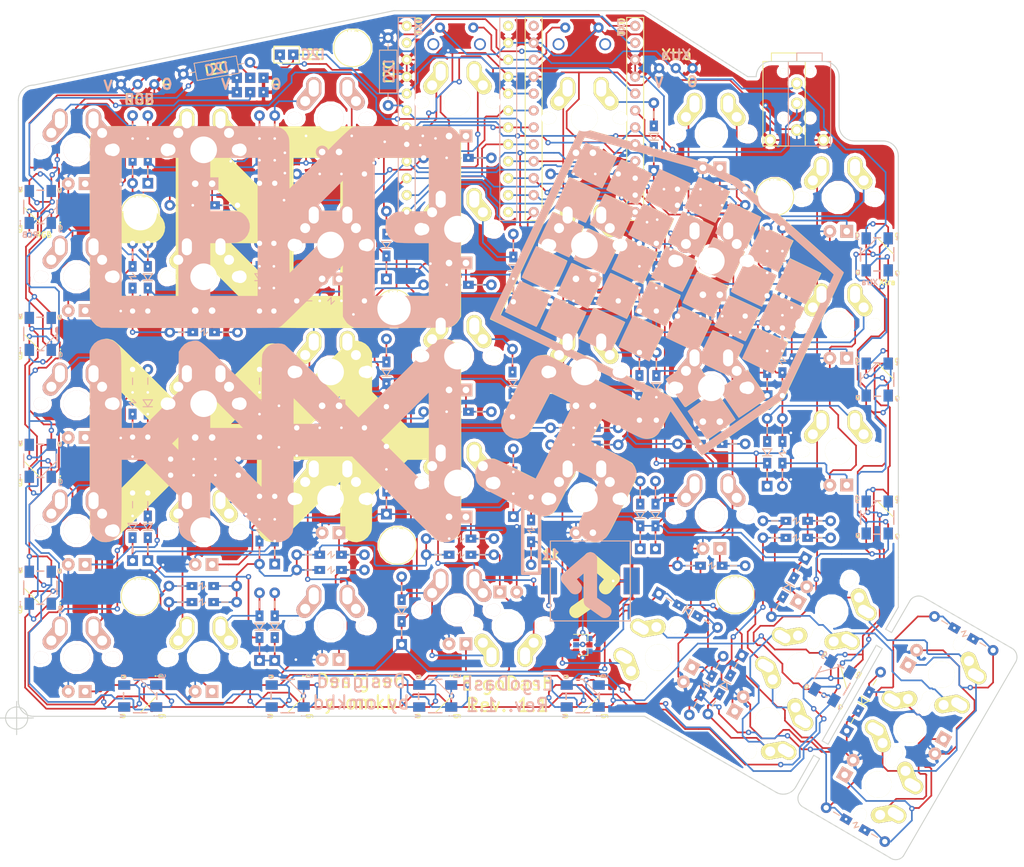
<source format=kicad_pcb>
(kicad_pcb (version 20171130) (host pcbnew "(5.0.0)")
  (title_block (title "ErgoDash Rev2") (date 2018-06-07) (rev 2.0) (company Omkbd))
  (layers (0 F.Cu signal) (31 B.Cu signal) (34 B.Paste user hide) (35 F.Paste user) (36 B.SilkS user hide) (37 F.SilkS user hide) (38 B.Mask user) (39 F.Mask user) (44 Edge.Cuts user))
  (net 0 "")
  (net 1 /row0)
  (net 2 "Net-(D1-Pad2)")
  (net 3 /row1)
  (net 4 "Net-(D2-Pad2)")
  (net 5 /row2)
  (net 6 "Net-(D3-Pad2)")
  (net 7 /row3)
  (net 8 "Net-(D4-Pad2)")
  (net 9 "Net-(D5-Pad2)")
  (net 10 "Net-(D6-Pad2)")
  (net 11 "Net-(D7-Pad2)")
  (net 12 "Net-(D8-Pad2)")
  (net 13 "Net-(D9-Pad2)")
  (net 14 "Net-(D10-Pad2)")
  (net 15 "Net-(D11-Pad2)")
  (net 16 "Net-(D12-Pad2)")
  (net 17 "Net-(D13-Pad2)")
  (net 18 "Net-(D14-Pad2)")
  (net 19 "Net-(D15-Pad2)")
  (net 20 "Net-(D16-Pad2)")
  (net 21 "Net-(D17-Pad2)")
  (net 22 "Net-(D18-Pad2)")
  (net 23 "Net-(D19-Pad2)")
  (net 24 "Net-(D20-Pad2)")
  (net 25 "Net-(D21-Pad2)")
  (net 26 "Net-(D22-Pad2)")
  (net 27 "Net-(D23-Pad2)")
  (net 28 "Net-(D24-Pad2)")
  (net 29 "Net-(D25-Pad2)")
  (net 30 "Net-(D26-Pad2)")
  (net 31 "Net-(D27-Pad2)")
  (net 32 "Net-(D28-Pad2)")
  (net 33 /xtradata)
  (net 34 GND)
  (net 35 /sda/uart)
  (net 36 VCC)
  (net 37 /scl)
  (net 38 /col0)
  (net 39 /col1)
  (net 40 /col2)
  (net 41 /col3)
  (net 42 /col4)
  (net 43 /col5)
  (net 44 /col6)
  (net 45 "Net-(U3-Pad24)")
  (net 46 /rst)
  (net 47 "Net-(D29-Pad2)")
  (net 48 /row4)
  (net 49 "Net-(D30-Pad2)")
  (net 50 "Net-(D31-Pad2)")
  (net 51 "Net-(D32-Pad2)")
  (net 52 "Net-(D33-Pad2)")
  (net 53 "Net-(D34-Pad2)")
  (net 54 /RBG)
  (net 55 /RX)
  (net 56 "Net-(U6-Pad24)")
  (net 57 "Net-(LED10-Pad4)")
  (net 58 "Net-(LED10-Pad2)")
  (net 59 "Net-(J4-Pad2)")
  (net 60 "Net-(J5-Pad2)")
  (net 61 "Net-(LED1-Pad4)")
  (net 62 "Net-(LED2-Pad4)")
  (net 63 "Net-(LED3-Pad4)")
  (net 64 "Net-(LED4-Pad4)")
  (net 65 "Net-(LED5-Pad4)")
  (net 66 "Net-(LED6-Pad4)")
  (net 67 "Net-(LED7-Pad4)")
  (net 68 "Net-(LED8-Pad4)")
  (net 69 "Net-(LED11-Pad4)")
  (net 70 "Net-(D35-Pad1)")
  (net 71 "Net-(D36-Pad1)")
  (net 72 "Net-(D37-Pad1)")
  (net 73 "Net-(D38-Pad1)")
  (net 74 "Net-(D39-Pad1)")
  (net 75 "Net-(D40-Pad1)")
  (net 76 "Net-(D41-Pad1)")
  (net 77 "Net-(D42-Pad1)")
  (net 78 "Net-(D43-Pad1)")
  (net 79 "Net-(D44-Pad1)")
  (net 80 "Net-(D45-Pad1)")
  (net 81 "Net-(D46-Pad1)")
  (net 82 "Net-(D47-Pad1)")
  (net 83 "Net-(D48-Pad1)")
  (net 84 "Net-(D49-Pad1)")
  (net 85 "Net-(D50-Pad1)")
  (net 86 "Net-(D51-Pad1)")
  (net 87 "Net-(D52-Pad1)")
  (net 88 "Net-(D53-Pad1)")
  (net 89 "Net-(D54-Pad1)")
  (net 90 "Net-(D55-Pad1)")
  (net 91 "Net-(D56-Pad1)")
  (net 92 "Net-(D57-Pad1)")
  (net 93 "Net-(D58-Pad1)")
  (net 94 "Net-(D59-Pad1)")
  (net 95 "Net-(D60-Pad1)")
  (net 96 "Net-(D61-Pad1)")
  (net 97 "Net-(D62-Pad1)")
  (net 98 "Net-(D63-Pad1)")
  (net 99 "Net-(D64-Pad1)")
  (net 100 "Net-(D65-Pad1)")
  (net 101 "Net-(D66-Pad1)")
  (net 102 "Net-(Q1-Pad1)")
  (net 103 "Net-(Q1-Pad3)")
  (net 104 /Backlight)
  (net 105 /Audio)
  (net 106 "Net-(D68-Pad2)")
  (net 107 "Net-(D69-Pad1)")
  (net 108 "Net-(D70-Pad1)")
  (net 109 "Net-(D71-Pad1)")
  (net 110 "Net-(D72-Pad1)")
  (module library:R_Axial_DIN0207_L6.3mm_D2.5mm_P10.16mm_Horizontal (layer F.Cu) (at 133.731 41.148 270)
    (fp_text reference R2 hide)
    (fp_text value R)
    (pad 2 thru_hole oval (at 10.16 0 270) (size 1.6 1.6) (drill 0.8) (layers *.Cu *.Mask) (net 35 /sda/uart))
    (pad 1 thru_hole circle (at 0 0 270) (size 1.6 1.6) (drill 0.8) (layers *.Cu *.Mask) (net 36 VCC))
  )
  (module library:R_Axial_DIN0207_L6.3mm_D2.5mm_P10.16mm_Horizontal (layer F.Cu) (at 102.997 46.609 10)
    (fp_text reference R1 hide)
    (fp_text value R)
    (pad 2 thru_hole oval (at 10.16 0.000001 10) (size 1.6 1.6) (drill 0.8) (layers *.Cu *.Mask) (net 37 /scl))
    (pad 1 thru_hole circle (at 0 0 10) (size 1.6 1.6) (drill 0.8) (layers *.Cu *.Mask) (net 36 VCC))
  )
  (module library:MX_ALPS (layer F.Cu) (at 174.292 134.17525 60)
    (fp_text reference SW34 hide)
    (fp_text value SW_PUSH hide)
    (pad "" np_thru_hole circle (at 0 0 150) (size 4 4) (drill 4) (layers *.Cu *.Mask F.SilkS))
    (pad "" np_thru_hole circle (at -5.5 0 150) (size 1.9 1.9) (drill 1.9) (layers *.Cu *.Mask F.SilkS))
    (pad "" np_thru_hole circle (at 5.5 0 150) (size 1.9 1.9) (drill 1.9) (layers *.Cu *.Mask F.SilkS))
    (pad 1 thru_hole oval (at -3.81 -2.54 110) (size 4.2 2.4) (drill 1.5 (offset 0.7 0)) (layers *.Cu *.Mask F.SilkS) (net 42 /col4))
    (pad 2 thru_hole oval (at 3.81 -2.540001 10) (size 4.2 2.4) (drill 1.5 (offset -0.7 0)) (layers *.Cu *.Mask F.SilkS) (net 52 "Net-(D33-Pad2)"))
    (pad 2 thru_hole oval (at 2.52 -4.5 60) (size 2.3 3.337) (drill oval 1.513 2.55) (layers *.Cu *.Mask F.SilkS) (net 52 "Net-(D33-Pad2)"))
    (pad 1 thru_hole oval (at -2.52 -4.5 60) (size 2.3 3.337) (drill oval 1.513 2.55) (layers *.Cu *.Mask F.SilkS) (net 42 /col4))
    (pad "" np_thru_hole circle (at 5.08 0 60) (size 1.7 1.7) (drill 1.7) (layers *.Cu *.Mask F.SilkS))
    (pad "" np_thru_hole circle (at -5.08 0 60) (size 1.7 1.7) (drill 1.7) (layers *.Cu *.Mask F.SilkS))
  )
  (module library:Resistors_SMD_THT (layer F.Cu) (at 155.194 110.088 270)
    (fp_text reference R13 hide)
    (fp_text value 1k)
    (pad 2 thru_hole rect (at 6.71 0 270) (size 1.6 1.2) (drill 0.4) (layers *.Cu *.Mask) (net 102 "Net-(Q1-Pad1)"))
    (pad 1 thru_hole circle (at 0 0 270) (size 1.6 1.6) (drill 0.8) (layers *.Cu *.Mask) (net 104 /Backlight))
    (pad 2 thru_hole oval (at 10.16 0 270) (size 1.6 1.6) (drill 0.8) (layers *.Cu *.Mask) (net 102 "Net-(Q1-Pad1)"))
    (pad 1 thru_hole rect (at 3.45 0 270) (size 1.6 1.2) (drill 0.4) (layers *.Cu *.Mask) (net 104 /Backlight))
  )
  (module library:MX_ALPS (layer F.Cu) (at 151.765 129.413 180)
    (fp_text reference SW38 hide)
    (fp_text value SW_PUSH hide)
    (pad "" np_thru_hole circle (at 0 0 270) (size 4 4) (drill 4) (layers *.Cu *.Mask F.SilkS))
    (pad "" np_thru_hole circle (at -5.5 0 270) (size 1.9 1.9) (drill 1.9) (layers *.Cu *.Mask F.SilkS))
    (pad "" np_thru_hole circle (at 5.5 0 270) (size 1.9 1.9) (drill 1.9) (layers *.Cu *.Mask F.SilkS))
    (pad 1 thru_hole oval (at -3.81 -2.54 230) (size 4.2 2.4) (drill 1.5 (offset 0.7 0)) (layers *.Cu *.Mask F.SilkS) (net 41 /col3))
    (pad 2 thru_hole oval (at 3.81 -2.54 130) (size 4.2 2.4) (drill 1.5 (offset -0.7 0)) (layers *.Cu *.Mask F.SilkS) (net 51 "Net-(D32-Pad2)"))
    (pad 2 thru_hole oval (at 2.52 -4.5 180) (size 2.3 3.337) (drill oval 1.513 2.55) (layers *.Cu *.Mask F.SilkS) (net 51 "Net-(D32-Pad2)"))
    (pad 1 thru_hole oval (at -2.52 -4.5 180) (size 2.3 3.337) (drill oval 1.513 2.55) (layers *.Cu *.Mask F.SilkS) (net 41 /col3))
    (pad "" np_thru_hole circle (at 5.08 0 180) (size 1.7 1.7) (drill 1.7) (layers *.Cu *.Mask F.SilkS))
    (pad "" np_thru_hole circle (at -5.08 0 180) (size 1.7 1.7) (drill 1.7) (layers *.Cu *.Mask F.SilkS))
  )
  (module library:PKLCS1212E4001-R1 (layer F.Cu) (at 164.084 122.682)
    (fp_text reference M1)
    (fp_text value Speaker hide)
    (pad 1 smd rect (at 6.2 0) (size 2.4 4) (layers F.Cu F.Paste F.Mask) (net 34 GND))
    (pad 2 smd rect (at -6.2 0) (size 2.4 4) (layers F.Cu F.Paste F.Mask) (net 105 /Audio))
    (pad 1 smd rect (at 6.2 0) (size 2.4 4) (layers B.Cu B.Paste B.Mask) (net 34 GND))
    (pad 2 smd rect (at -6.2 0) (size 2.4 4) (layers B.Cu B.Paste B.Mask) (net 105 /Audio))
  )
  (module library:tact_switch2 (layer F.Cu) (at 162.814 39.624)
    (fp_text reference SW29 hide)
    (fp_text value SW_Push)
    (pad 3 thru_hole circle (at 3.5 2.5) (size 1.8 1.8) (drill 1.3) (layers *.Cu *.Mask))
    (pad 3 thru_hole circle (at -3.5 2.5) (size 1.8 1.8) (drill 1.3) (layers *.Cu *.Mask))
    (pad 2 thru_hole circle (at 2.5 0) (size 1.524 1.524) (drill 0.762) (layers *.Cu *.Mask) (net 34 GND))
    (pad 1 thru_hole circle (at -2.5 0) (size 1.524 1.524) (drill 0.762) (layers *.Cu *.Mask) (net 46 /rst))
  )
  (module library:tact_switch2 (layer B.Cu) (at 144.018 39.624 180)
    (fp_text reference SW37 hide)
    (fp_text value SW_Push)
    (pad 3 thru_hole circle (at 3.5 -2.5 180) (size 1.8 1.8) (drill 1.3) (layers *.Cu *.Mask))
    (pad 3 thru_hole circle (at -3.5 -2.5 180) (size 1.8 1.8) (drill 1.3) (layers *.Cu *.Mask))
    (pad 2 thru_hole circle (at 2.5 0 180) (size 1.524 1.524) (drill 0.762) (layers *.Cu *.Mask) (net 34 GND))
    (pad 1 thru_hole circle (at -2.5 0 180) (size 1.524 1.524) (drill 0.762) (layers *.Cu *.Mask) (net 46 /rst))
  )
  (module library:MX_ALPS (layer B.Cu) (at 144.145 127.03175 180)
    (fp_text reference SW33 hide)
    (fp_text value SW_PUSH hide)
    (pad "" np_thru_hole circle (at 0 0 90) (size 4 4) (drill 4) (layers *.Cu *.Mask B.SilkS))
    (pad "" np_thru_hole circle (at -5.5 0 90) (size 1.9 1.9) (drill 1.9) (layers *.Cu *.Mask B.SilkS))
    (pad "" np_thru_hole circle (at 5.5 0 90) (size 1.9 1.9) (drill 1.9) (layers *.Cu *.Mask B.SilkS))
    (pad 1 thru_hole oval (at -3.81 2.54 130) (size 4.2 2.4) (drill 1.5 (offset 0.7 0)) (layers *.Cu *.Mask B.SilkS) (net 41 /col3))
    (pad 2 thru_hole oval (at 3.81 2.54 230) (size 4.2 2.4) (drill 1.5 (offset -0.7 0)) (layers *.Cu *.Mask B.SilkS) (net 51 "Net-(D32-Pad2)"))
    (pad 2 thru_hole oval (at 2.52 4.5 180) (size 2.3 3.337) (drill oval 1.513 2.55) (layers *.Cu *.Mask B.SilkS) (net 51 "Net-(D32-Pad2)"))
    (pad 1 thru_hole oval (at -2.52 4.5 180) (size 2.3 3.337) (drill oval 1.513 2.55) (layers *.Cu *.Mask B.SilkS) (net 41 /col3))
    (pad "" np_thru_hole circle (at 5.08 0 180) (size 1.7 1.7) (drill 1.7) (layers *.Cu *.Mask B.SilkS))
    (pad "" np_thru_hole circle (at -5.08 0 180) (size 1.7 1.7) (drill 1.7) (layers *.Cu *.Mask B.SilkS))
  )
  (module library:MX_ALPS (layer F.Cu) (at 125.095 110.363)
    (fp_text reference SW12 hide)
    (fp_text value SW_PUSH hide)
    (pad "" np_thru_hole circle (at 0 0 90) (size 4 4) (drill 4) (layers *.Cu *.Mask F.SilkS))
    (pad "" np_thru_hole circle (at -5.5 0 90) (size 1.9 1.9) (drill 1.9) (layers *.Cu *.Mask F.SilkS))
    (pad "" np_thru_hole circle (at 5.5 0 90) (size 1.9 1.9) (drill 1.9) (layers *.Cu *.Mask F.SilkS))
    (pad 1 thru_hole oval (at -3.81 -2.54 50) (size 4.2 2.4) (drill 1.5 (offset 0.7 0)) (layers *.Cu *.Mask F.SilkS) (net 40 /col2))
    (pad 2 thru_hole oval (at 3.81 -2.54 310) (size 4.2 2.4) (drill 1.5 (offset -0.7 0)) (layers *.Cu *.Mask F.SilkS) (net 16 "Net-(D12-Pad2)"))
    (pad 2 thru_hole oval (at 2.52 -4.5) (size 2.3 3.337) (drill oval 1.513 2.55) (layers *.Cu *.Mask F.SilkS) (net 16 "Net-(D12-Pad2)"))
    (pad 1 thru_hole oval (at -2.52 -4.5) (size 2.3 3.337) (drill oval 1.513 2.55) (layers *.Cu *.Mask F.SilkS) (net 40 /col2))
    (pad "" np_thru_hole circle (at 5.08 0) (size 1.7 1.7) (drill 1.7) (layers *.Cu *.Mask F.SilkS))
    (pad "" np_thru_hole circle (at -5.08 0) (size 1.7 1.7) (drill 1.7) (layers *.Cu *.Mask F.SilkS))
  )
  (module library:MX_ALPS (layer F.Cu) (at 125.095 91.313)
    (fp_text reference SW11 hide)
    (fp_text value SW_PUSH hide)
    (pad "" np_thru_hole circle (at 0 0 90) (size 4 4) (drill 4) (layers *.Cu *.Mask F.SilkS))
    (pad "" np_thru_hole circle (at -5.5 0 90) (size 1.9 1.9) (drill 1.9) (layers *.Cu *.Mask F.SilkS))
    (pad "" np_thru_hole circle (at 5.5 0 90) (size 1.9 1.9) (drill 1.9) (layers *.Cu *.Mask F.SilkS))
    (pad 1 thru_hole oval (at -3.81 -2.54 50) (size 4.2 2.4) (drill 1.5 (offset 0.7 0)) (layers *.Cu *.Mask F.SilkS) (net 40 /col2))
    (pad 2 thru_hole oval (at 3.81 -2.54 310) (size 4.2 2.4) (drill 1.5 (offset -0.7 0)) (layers *.Cu *.Mask F.SilkS) (net 15 "Net-(D11-Pad2)"))
    (pad 2 thru_hole oval (at 2.52 -4.5) (size 2.3 3.337) (drill oval 1.513 2.55) (layers *.Cu *.Mask F.SilkS) (net 15 "Net-(D11-Pad2)"))
    (pad 1 thru_hole oval (at -2.52 -4.5) (size 2.3 3.337) (drill oval 1.513 2.55) (layers *.Cu *.Mask F.SilkS) (net 40 /col2))
    (pad "" np_thru_hole circle (at 5.08 0) (size 1.7 1.7) (drill 1.7) (layers *.Cu *.Mask F.SilkS))
    (pad "" np_thru_hole circle (at -5.08 0) (size 1.7 1.7) (drill 1.7) (layers *.Cu *.Mask F.SilkS))
  )
  (module library:MX_ALPS (layer B.Cu) (at 86.995 115.1255 180)
    (fp_text reference SW4 hide)
    (fp_text value SW_PUSH hide)
    (pad "" np_thru_hole circle (at 0 0 90) (size 4 4) (drill 4) (layers *.Cu *.Mask B.SilkS))
    (pad "" np_thru_hole circle (at -5.5 0 90) (size 1.9 1.9) (drill 1.9) (layers *.Cu *.Mask B.SilkS))
    (pad "" np_thru_hole circle (at 5.5 0 90) (size 1.9 1.9) (drill 1.9) (layers *.Cu *.Mask B.SilkS))
    (pad 1 thru_hole oval (at -3.81 2.54 130) (size 4.2 2.4) (drill 1.5 (offset 0.7 0)) (layers *.Cu *.Mask B.SilkS) (net 38 /col0))
    (pad 2 thru_hole oval (at 3.81 2.54 230) (size 4.2 2.4) (drill 1.5 (offset -0.7 0)) (layers *.Cu *.Mask B.SilkS) (net 8 "Net-(D4-Pad2)"))
    (pad 2 thru_hole oval (at 2.52 4.5 180) (size 2.3 3.337) (drill oval 1.513 2.55) (layers *.Cu *.Mask B.SilkS) (net 8 "Net-(D4-Pad2)"))
    (pad 1 thru_hole oval (at -2.52 4.5 180) (size 2.3 3.337) (drill oval 1.513 2.55) (layers *.Cu *.Mask B.SilkS) (net 38 /col0))
    (pad "" np_thru_hole circle (at 5.08 0 180) (size 1.7 1.7) (drill 1.7) (layers *.Cu *.Mask B.SilkS))
    (pad "" np_thru_hole circle (at -5.08 0 180) (size 1.7 1.7) (drill 1.7) (layers *.Cu *.Mask B.SilkS))
  )
  (module library:MX_ALPS (layer B.Cu) (at 86.995 57.9755 180)
    (fp_text reference SW1 hide)
    (fp_text value SW_PUSH hide)
    (pad "" np_thru_hole circle (at 0 0 90) (size 4 4) (drill 4) (layers *.Cu *.Mask B.SilkS))
    (pad "" np_thru_hole circle (at -5.5 0 90) (size 1.9 1.9) (drill 1.9) (layers *.Cu *.Mask B.SilkS))
    (pad "" np_thru_hole circle (at 5.5 0 90) (size 1.9 1.9) (drill 1.9) (layers *.Cu *.Mask B.SilkS))
    (pad 1 thru_hole oval (at -3.81 2.54 130) (size 4.2 2.4) (drill 1.5 (offset 0.7 0)) (layers *.Cu *.Mask B.SilkS) (net 38 /col0))
    (pad 2 thru_hole oval (at 3.81 2.54 230) (size 4.2 2.4) (drill 1.5 (offset -0.7 0)) (layers *.Cu *.Mask B.SilkS) (net 2 "Net-(D1-Pad2)"))
    (pad 2 thru_hole oval (at 2.52 4.5 180) (size 2.3 3.337) (drill oval 1.513 2.55) (layers *.Cu *.Mask B.SilkS) (net 2 "Net-(D1-Pad2)"))
    (pad 1 thru_hole oval (at -2.52 4.5 180) (size 2.3 3.337) (drill oval 1.513 2.55) (layers *.Cu *.Mask B.SilkS) (net 38 /col0))
    (pad "" np_thru_hole circle (at 5.08 0 180) (size 1.7 1.7) (drill 1.7) (layers *.Cu *.Mask B.SilkS))
    (pad "" np_thru_hole circle (at -5.08 0 180) (size 1.7 1.7) (drill 1.7) (layers *.Cu *.Mask B.SilkS))
  )
  (module library:MX_ALPS (layer F.Cu) (at 182.245 55.59425)
    (fp_text reference SW21 hide)
    (fp_text value SW_PUSH hide)
    (pad "" np_thru_hole circle (at 0 0 90) (size 4 4) (drill 4) (layers *.Cu *.Mask F.SilkS))
    (pad "" np_thru_hole circle (at -5.5 0 90) (size 1.9 1.9) (drill 1.9) (layers *.Cu *.Mask F.SilkS))
    (pad "" np_thru_hole circle (at 5.5 0 90) (size 1.9 1.9) (drill 1.9) (layers *.Cu *.Mask F.SilkS))
    (pad 1 thru_hole oval (at -3.81 -2.54 50) (size 4.2 2.4) (drill 1.5 (offset 0.7 0)) (layers *.Cu *.Mask F.SilkS) (net 43 /col5))
    (pad 2 thru_hole oval (at 3.81 -2.54 310) (size 4.2 2.4) (drill 1.5 (offset -0.7 0)) (layers *.Cu *.Mask F.SilkS) (net 25 "Net-(D21-Pad2)"))
    (pad 2 thru_hole oval (at 2.52 -4.5) (size 2.3 3.337) (drill oval 1.513 2.55) (layers *.Cu *.Mask F.SilkS) (net 25 "Net-(D21-Pad2)"))
    (pad 1 thru_hole oval (at -2.52 -4.5) (size 2.3 3.337) (drill oval 1.513 2.55) (layers *.Cu *.Mask F.SilkS) (net 43 /col5))
    (pad "" np_thru_hole circle (at 5.08 0) (size 1.7 1.7) (drill 1.7) (layers *.Cu *.Mask F.SilkS))
    (pad "" np_thru_hole circle (at -5.08 0) (size 1.7 1.7) (drill 1.7) (layers *.Cu *.Mask F.SilkS))
  )
  (module library:ProMicro_rev (layer B.Cu) (at 163.195 53.34 180)
    (fp_text reference U6 hide)
    (fp_text value ProMicro hide)
    (pad 1 thru_hole circle (at -7.62 13.97 180) (size 1.524 1.524) (drill 0.8128) (layers *.Cu *.Mask B.SilkS) (net 54 /RBG))
    (pad 2 thru_hole circle (at -7.62 11.43 180) (size 1.524 1.524) (drill 0.8128) (layers *.Cu *.Mask B.SilkS) (net 55 /RX))
    (pad 3 thru_hole circle (at -7.62 8.89 180) (size 1.524 1.524) (drill 0.8128) (layers *.Cu *.Mask B.SilkS) (net 34 GND))
    (pad 4 thru_hole circle (at -7.62 6.35 180) (size 1.524 1.524) (drill 0.8128) (layers *.Cu *.Mask B.SilkS) (net 34 GND))
    (pad 5 thru_hole circle (at -7.62 3.81 180) (size 1.524 1.524) (drill 0.8128) (layers *.Cu *.Mask B.SilkS) (net 37 /scl))
    (pad 6 thru_hole circle (at -7.62 1.27 180) (size 1.524 1.524) (drill 0.8128) (layers *.Cu *.Mask B.SilkS) (net 35 /sda/uart))
    (pad 7 thru_hole circle (at -7.62 -1.27 180) (size 1.524 1.524) (drill 0.8128) (layers *.Cu *.Mask B.SilkS) (net 1 /row0))
    (pad 8 thru_hole circle (at -7.62 -3.81 180) (size 1.524 1.524) (drill 0.8128) (layers *.Cu *.Mask B.SilkS) (net 105 /Audio))
    (pad 9 thru_hole circle (at -7.62 -6.35 180) (size 1.524 1.524) (drill 0.8128) (layers *.Cu *.Mask B.SilkS) (net 3 /row1))
    (pad 10 thru_hole circle (at -7.62 -8.89 180) (size 1.524 1.524) (drill 0.8128) (layers *.Cu *.Mask B.SilkS) (net 5 /row2))
    (pad 11 thru_hole circle (at -7.62 -11.43 180) (size 1.524 1.524) (drill 0.8128) (layers *.Cu *.Mask B.SilkS) (net 7 /row3))
    (pad 12 thru_hole circle (at -7.62 -13.97 180) (size 1.524 1.524) (drill 0.8128) (layers *.Cu *.Mask B.SilkS) (net 48 /row4))
    (pad 13 thru_hole circle (at 7.62 -13.97 180) (size 1.524 1.524) (drill 0.8128) (layers *.Cu *.Mask B.SilkS) (net 104 /Backlight))
    (pad 14 thru_hole circle (at 7.62 -11.43 180) (size 1.524 1.524) (drill 0.8128) (layers *.Cu *.Mask B.SilkS) (net 44 /col6))
    (pad 15 thru_hole circle (at 7.62 -8.89 180) (size 1.524 1.524) (drill 0.8128) (layers *.Cu *.Mask B.SilkS) (net 43 /col5))
    (pad 16 thru_hole circle (at 7.62 -6.35 180) (size 1.524 1.524) (drill 0.8128) (layers *.Cu *.Mask B.SilkS) (net 42 /col4))
    (pad 17 thru_hole circle (at 7.62 -3.81 180) (size 1.524 1.524) (drill 0.8128) (layers *.Cu *.Mask B.SilkS) (net 41 /col3))
    (pad 18 thru_hole circle (at 7.62 -1.27 180) (size 1.524 1.524) (drill 0.8128) (layers *.Cu *.Mask B.SilkS) (net 40 /col2))
    (pad 19 thru_hole circle (at 7.62 1.27 180) (size 1.524 1.524) (drill 0.8128) (layers *.Cu *.Mask B.SilkS) (net 39 /col1))
    (pad 20 thru_hole circle (at 7.62 3.81 180) (size 1.524 1.524) (drill 0.8128) (layers *.Cu *.Mask B.SilkS) (net 38 /col0))
    (pad 21 thru_hole circle (at 7.62 6.35 180) (size 1.524 1.524) (drill 0.8128) (layers *.Cu *.Mask B.SilkS) (net 36 VCC))
    (pad 22 thru_hole circle (at 7.62 8.89 180) (size 1.524 1.524) (drill 0.8128) (layers *.Cu *.Mask B.SilkS) (net 46 /rst))
    (pad 23 thru_hole circle (at 7.62 11.43 180) (size 1.524 1.524) (drill 0.8128) (layers *.Cu *.Mask B.SilkS) (net 34 GND))
    (pad 24 thru_hole circle (at 7.62 13.97 180) (size 1.524 1.524) (drill 0.8128) (layers *.Cu *.Mask B.SilkS) (net 56 "Net-(U6-Pad24)"))
  )
  (module library:hole (layer F.Cu) (at 134.62 81.788)
    (fp_text reference U1 (at 0 -2) (layer F.SilkS))
    (fp_text value HOLE)
    (pad "" np_thru_hole circle (at 0 0) (size 5 5) (drill 5) (layers *.Cu *.Mask) (clearance 0.1524))
  )
  (module library:hole (layer F.Cu) (at 191.77 65.024)
    (fp_text reference U2 (at 0 -2) (layer F.SilkS))
    (fp_text value HOLE)
    (pad "" np_thru_hole circle (at 0 0) (size 5 5) (drill 5) (layers *.Cu *.Mask) (clearance 0.1524))
  )
  (module library:hole (layer F.Cu) (at 185.801 124.714)
    (fp_text reference U4 (at 0 -2) (layer F.SilkS))
    (fp_text value HOLE)
    (pad "" np_thru_hole circle (at 0 0) (size 5 5) (drill 5) (layers *.Cu *.Mask) (clearance 0.1524))
  )
  (module library:hole (layer F.Cu) (at 96.52 67.564)
    (fp_text reference U5 (at 0 -2) (layer F.SilkS))
    (fp_text value HOLE)
    (pad "" np_thru_hole circle (at 0 0) (size 5 5) (drill 5) (layers *.Cu *.Mask) (clearance 0.1524))
  )
  (module library:hole (layer F.Cu) (at 96.52 124.968)
    (fp_text reference U7 (at 0 -2) (layer F.SilkS))
    (fp_text value HOLE)
    (pad "" np_thru_hole circle (at 0 0) (size 5 5) (drill 5) (layers *.Cu *.Mask) (clearance 0.1524))
  )
  (module library:jumper_smd_2dub (layer F.Cu) (at 118.491 43.688)
    (fp_text reference W1 hide)
    (fp_text value jumper_smd)
    (pad 2 thru_hole rect (at 1 0) (size 1.524 1.524) (drill 0.5) (layers *.Cu *.Mask) (net 37 /scl))
    (pad 1 thru_hole rect (at -1 0) (size 1.524 1.524) (drill 0.5) (layers *.Cu *.Mask) (net 33 /xtradata))
  )
  (module library:trrs_jack (layer F.Cu) (at 195.072 44.704 270)
    (fp_text reference J1 hide)
    (fp_text value 5PIN)
    (pad "" np_thru_hole circle (at 1.5 -2 270) (size 0.9906 0.9906) (drill 0.9906) (layers *.Cu *.Mask F.SilkS))
    (pad "" np_thru_hole circle (at 1.5 2 270) (size 0.9906 0.9906) (drill 0.9906) (layers *.Cu *.Mask F.SilkS))
    (pad 3 thru_hole circle (at 6.3 0 270) (size 1.7526 1.7526) (drill 1.0922) (layers *.Cu *.Mask F.SilkS) (net 35 /sda/uart))
    (pad 4 thru_hole circle (at 11.8 4 270) (size 1.7526 1.7526) (drill 1.0922) (layers *.Cu *.Mask F.SilkS) (net 34 GND))
    (pad 1 thru_hole circle (at 10.3 0 270) (size 1.7526 1.7526) (drill 1.0922) (layers *.Cu *.Mask F.SilkS) (net 36 VCC))
    (pad 5 thru_hole circle (at 11.8 -4 270) (size 1.7526 1.7526) (drill 1.0922) (layers *.Cu *.Mask F.SilkS) (net 34 GND))
    (pad 2 thru_hole circle (at 3.3 0 270) (size 1.7526 1.7526) (drill 1.0922) (layers *.Cu *.Mask F.SilkS) (net 33 /xtradata))
    (pad "" np_thru_hole circle (at 8.5 2 270) (size 0.9906 0.9906) (drill 0.9906) (layers *.Cu *.Mask F.SilkS))
    (pad "" np_thru_hole circle (at 8.5 -2 270) (size 0.9906 0.9906) (drill 0.9906) (layers *.Cu *.Mask F.SilkS))
  )
  (module library:conn3 (layer F.Cu) (at 96.139 48.133)
    (fp_text reference J2 hide)
    (fp_text value Conn_01x03)
    (pad 2 thru_hole circle (at 0 0) (size 1.524 1.524) (drill 0.762) (layers *.Cu *.Mask) (net 54 /RBG))
    (pad 1 thru_hole circle (at -2.5 0) (size 1.524 1.524) (drill 0.762) (layers *.Cu *.Mask) (net 36 VCC))
    (pad 3 thru_hole circle (at 2.5 0) (size 1.524 1.524) (drill 0.762) (layers *.Cu *.Mask) (net 34 GND))
  )
  (module library:conn3 (layer F.Cu) (at 176.911 45.72)
    (fp_text reference J3)
    (fp_text value Conn_01x03)
    (pad 2 thru_hole circle (at 0 0) (size 1.524 1.524) (drill 0.762) (layers *.Cu *.Mask) (net 33 /xtradata))
    (pad 1 thru_hole circle (at -2.5 0) (size 1.524 1.524) (drill 0.762) (layers *.Cu *.Mask) (net 36 VCC))
    (pad 3 thru_hole circle (at 2.5 0) (size 1.524 1.524) (drill 0.762) (layers *.Cu *.Mask) (net 34 GND))
  )
  (module library:hole (layer F.Cu) (at 135.128 117.348)
    (fp_text reference U8 (at 0 -2) (layer F.SilkS))
    (fp_text value HOLE)
    (pad "" np_thru_hole circle (at 0 0) (size 5 5) (drill 5) (layers *.Cu *.Mask) (clearance 0.1524))
  )
  (module library:Resistors_SMD_THT (layer F.Cu) (at 95.377 52.832 270)
    (fp_text reference R3 hide)
    (fp_text value R)
    (pad 2 thru_hole rect (at 6.71 0 270) (size 1.6 1.2) (drill 0.4) (layers *.Cu *.Mask) (net 103 "Net-(Q1-Pad3)"))
    (pad 1 thru_hole circle (at 0 0 270) (size 1.6 1.6) (drill 0.8) (layers *.Cu *.Mask) (net 70 "Net-(D35-Pad1)"))
    (pad 2 thru_hole oval (at 10.16 0 270) (size 1.6 1.6) (drill 0.8) (layers *.Cu *.Mask) (net 103 "Net-(Q1-Pad3)"))
    (pad 1 thru_hole rect (at 3.45 0 270) (size 1.6 1.2) (drill 0.4) (layers *.Cu *.Mask) (net 70 "Net-(D35-Pad1)"))
  )
  (module library:Resistors_SMD_THT (layer F.Cu) (at 111.125 66.294 180)
    (fp_text reference R4 hide)
    (fp_text value R)
    (pad 2 thru_hole rect (at 6.71 0 180) (size 1.6 1.2) (drill 0.4) (layers *.Cu *.Mask) (net 103 "Net-(Q1-Pad3)"))
    (pad 1 thru_hole circle (at 0 0 180) (size 1.6 1.6) (drill 0.8) (layers *.Cu *.Mask) (net 71 "Net-(D36-Pad1)"))
    (pad 2 thru_hole oval (at 10.16 0 180) (size 1.6 1.6) (drill 0.8) (layers *.Cu *.Mask) (net 103 "Net-(Q1-Pad3)"))
    (pad 1 thru_hole rect (at 3.45 0 180) (size 1.6 1.2) (drill 0.4) (layers *.Cu *.Mask) (net 71 "Net-(D36-Pad1)"))
  )
  (module library:Resistors_SMD_THT (layer F.Cu) (at 120.015 61.595)
    (fp_text reference R5 hide)
    (fp_text value R)
    (pad 2 thru_hole rect (at 6.71 0) (size 1.6 1.2) (drill 0.4) (layers *.Cu *.Mask) (net 103 "Net-(Q1-Pad3)"))
    (pad 1 thru_hole circle (at 0 0) (size 1.6 1.6) (drill 0.8) (layers *.Cu *.Mask) (net 72 "Net-(D37-Pad1)"))
    (pad 2 thru_hole oval (at 10.16 0) (size 1.6 1.6) (drill 0.8) (layers *.Cu *.Mask) (net 103 "Net-(Q1-Pad3)"))
    (pad 1 thru_hole rect (at 3.45 0) (size 1.6 1.2) (drill 0.4) (layers *.Cu *.Mask) (net 72 "Net-(D37-Pad1)"))
  )
  (module library:Resistors_SMD_THT (layer F.Cu) (at 149.225 59.182 180)
    (fp_text reference R6 hide)
    (fp_text value R)
    (pad 2 thru_hole rect (at 6.71 0 180) (size 1.6 1.2) (drill 0.4) (layers *.Cu *.Mask) (net 103 "Net-(Q1-Pad3)"))
    (pad 1 thru_hole circle (at 0 0 180) (size 1.6 1.6) (drill 0.8) (layers *.Cu *.Mask) (net 73 "Net-(D38-Pad1)"))
    (pad 2 thru_hole oval (at 10.16 0 180) (size 1.6 1.6) (drill 0.8) (layers *.Cu *.Mask) (net 103 "Net-(Q1-Pad3)"))
    (pad 1 thru_hole rect (at 3.45 0 180) (size 1.6 1.2) (drill 0.4) (layers *.Cu *.Mask) (net 73 "Net-(D38-Pad1)"))
  )
  (module library:Resistors_SMD_THT (layer F.Cu) (at 158.115 61.595)
    (fp_text reference R7 hide)
    (fp_text value R)
    (pad 2 thru_hole rect (at 6.71 0) (size 1.6 1.2) (drill 0.4) (layers *.Cu *.Mask) (net 103 "Net-(Q1-Pad3)"))
    (pad 1 thru_hole circle (at 0 0) (size 1.6 1.6) (drill 0.8) (layers *.Cu *.Mask) (net 74 "Net-(D39-Pad1)"))
    (pad 2 thru_hole oval (at 10.16 0) (size 1.6 1.6) (drill 0.8) (layers *.Cu *.Mask) (net 103 "Net-(Q1-Pad3)"))
    (pad 1 thru_hole rect (at 3.45 0) (size 1.6 1.2) (drill 0.4) (layers *.Cu *.Mask) (net 74 "Net-(D39-Pad1)"))
  )
  (module library:Resistors_SMD_THT (layer F.Cu) (at 187.325 63.881 180)
    (fp_text reference R8 hide)
    (fp_text value R)
    (pad 2 thru_hole rect (at 6.71 0 180) (size 1.6 1.2) (drill 0.4) (layers *.Cu *.Mask) (net 103 "Net-(Q1-Pad3)"))
    (pad 1 thru_hole circle (at 0 0 180) (size 1.6 1.6) (drill 0.8) (layers *.Cu *.Mask) (net 75 "Net-(D40-Pad1)"))
    (pad 2 thru_hole oval (at 10.16 0 180) (size 1.6 1.6) (drill 0.8) (layers *.Cu *.Mask) (net 103 "Net-(Q1-Pad3)"))
    (pad 1 thru_hole rect (at 3.45 0 180) (size 1.6 1.2) (drill 0.4) (layers *.Cu *.Mask) (net 75 "Net-(D40-Pad1)"))
  )
  (module library:Resistors_SMD_THT (layer F.Cu) (at 192.913 69.723 270)
    (fp_text reference R9 hide)
    (fp_text value R)
    (pad 2 thru_hole rect (at 6.71 0 270) (size 1.6 1.2) (drill 0.4) (layers *.Cu *.Mask) (net 103 "Net-(Q1-Pad3)"))
    (pad 1 thru_hole circle (at 0 0 270) (size 1.6 1.6) (drill 0.8) (layers *.Cu *.Mask) (net 76 "Net-(D41-Pad1)"))
    (pad 2 thru_hole oval (at 10.16 0 270) (size 1.6 1.6) (drill 0.8) (layers *.Cu *.Mask) (net 103 "Net-(Q1-Pad3)"))
    (pad 1 thru_hole rect (at 3.45 0 270) (size 1.6 1.2) (drill 0.4) (layers *.Cu *.Mask) (net 76 "Net-(D41-Pad1)"))
  )
  (module library:Resistors_SMD_THT (layer F.Cu) (at 95.377 72.009 270)
    (fp_text reference R10 hide)
    (fp_text value R)
    (pad 2 thru_hole rect (at 6.71 0 270) (size 1.6 1.2) (drill 0.4) (layers *.Cu *.Mask) (net 103 "Net-(Q1-Pad3)"))
    (pad 1 thru_hole circle (at 0 0 270) (size 1.6 1.6) (drill 0.8) (layers *.Cu *.Mask) (net 77 "Net-(D42-Pad1)"))
    (pad 2 thru_hole oval (at 10.16 0 270) (size 1.6 1.6) (drill 0.8) (layers *.Cu *.Mask) (net 103 "Net-(Q1-Pad3)"))
    (pad 1 thru_hole rect (at 3.45 0 270) (size 1.6 1.2) (drill 0.4) (layers *.Cu *.Mask) (net 77 "Net-(D42-Pad1)"))
  )
  (module library:Resistors_SMD_THT (layer F.Cu) (at 111.125 85.344 180)
    (fp_text reference R11 hide)
    (fp_text value R)
    (pad 2 thru_hole rect (at 6.71 0 180) (size 1.6 1.2) (drill 0.4) (layers *.Cu *.Mask) (net 103 "Net-(Q1-Pad3)"))
    (pad 1 thru_hole circle (at 0 0 180) (size 1.6 1.6) (drill 0.8) (layers *.Cu *.Mask) (net 78 "Net-(D43-Pad1)"))
    (pad 2 thru_hole oval (at 10.16 0 180) (size 1.6 1.6) (drill 0.8) (layers *.Cu *.Mask) (net 103 "Net-(Q1-Pad3)"))
    (pad 1 thru_hole rect (at 3.45 0 180) (size 1.6 1.2) (drill 0.4) (layers *.Cu *.Mask) (net 78 "Net-(D43-Pad1)"))
  )
  (module library:Resistors_SMD_THT (layer F.Cu) (at 130.175 80.645 180)
    (fp_text reference R12 hide)
    (fp_text value R)
    (pad 2 thru_hole rect (at 6.71 0 180) (size 1.6 1.2) (drill 0.4) (layers *.Cu *.Mask) (net 103 "Net-(Q1-Pad3)"))
    (pad 1 thru_hole circle (at 0 0 180) (size 1.6 1.6) (drill 0.8) (layers *.Cu *.Mask) (net 79 "Net-(D44-Pad1)"))
    (pad 2 thru_hole oval (at 10.16 0 180) (size 1.6 1.6) (drill 0.8) (layers *.Cu *.Mask) (net 103 "Net-(Q1-Pad3)"))
    (pad 1 thru_hole rect (at 3.45 0 180) (size 1.6 1.2) (drill 0.4) (layers *.Cu *.Mask) (net 79 "Net-(D44-Pad1)"))
  )
  (module library:Resistors_SMD_THT (layer F.Cu) (at 149.225 78.232 180)
    (fp_text reference R15 hide)
    (fp_text value R)
    (pad 2 thru_hole rect (at 6.71 0 180) (size 1.6 1.2) (drill 0.4) (layers *.Cu *.Mask) (net 103 "Net-(Q1-Pad3)"))
    (pad 1 thru_hole circle (at 0 0 180) (size 1.6 1.6) (drill 0.8) (layers *.Cu *.Mask) (net 80 "Net-(D45-Pad1)"))
    (pad 2 thru_hole oval (at 10.16 0 180) (size 1.6 1.6) (drill 0.8) (layers *.Cu *.Mask) (net 103 "Net-(Q1-Pad3)"))
    (pad 1 thru_hole rect (at 3.45 0 180) (size 1.6 1.2) (drill 0.4) (layers *.Cu *.Mask) (net 80 "Net-(D45-Pad1)"))
  )
  (module library:Resistors_SMD_THT (layer F.Cu) (at 168.275 80.645 180)
    (fp_text reference R16 hide)
    (fp_text value R)
    (pad 2 thru_hole rect (at 6.71 0 180) (size 1.6 1.2) (drill 0.4) (layers *.Cu *.Mask) (net 103 "Net-(Q1-Pad3)"))
    (pad 1 thru_hole circle (at 0 0 180) (size 1.6 1.6) (drill 0.8) (layers *.Cu *.Mask) (net 81 "Net-(D46-Pad1)"))
    (pad 2 thru_hole oval (at 10.16 0 180) (size 1.6 1.6) (drill 0.8) (layers *.Cu *.Mask) (net 103 "Net-(Q1-Pad3)"))
    (pad 1 thru_hole rect (at 3.45 0 180) (size 1.6 1.2) (drill 0.4) (layers *.Cu *.Mask) (net 81 "Net-(D46-Pad1)"))
  )
  (module library:Resistors_SMD_THT (layer F.Cu) (at 187.325 82.931 180)
    (fp_text reference R17 hide)
    (fp_text value R)
    (pad 2 thru_hole rect (at 6.71 0 180) (size 1.6 1.2) (drill 0.4) (layers *.Cu *.Mask) (net 103 "Net-(Q1-Pad3)"))
    (pad 1 thru_hole circle (at 0 0 180) (size 1.6 1.6) (drill 0.8) (layers *.Cu *.Mask) (net 82 "Net-(D47-Pad1)"))
    (pad 2 thru_hole oval (at 10.16 0 180) (size 1.6 1.6) (drill 0.8) (layers *.Cu *.Mask) (net 103 "Net-(Q1-Pad3)"))
    (pad 1 thru_hole rect (at 3.45 0 180) (size 1.6 1.2) (drill 0.4) (layers *.Cu *.Mask) (net 82 "Net-(D47-Pad1)"))
  )
  (module library:Resistors_SMD_THT (layer F.Cu) (at 192.913 84.709 270)
    (fp_text reference R18 hide)
    (fp_text value R)
    (pad 2 thru_hole rect (at 6.71 0 270) (size 1.6 1.2) (drill 0.4) (layers *.Cu *.Mask) (net 103 "Net-(Q1-Pad3)"))
    (pad 1 thru_hole circle (at 0 0 270) (size 1.6 1.6) (drill 0.8) (layers *.Cu *.Mask) (net 83 "Net-(D48-Pad1)"))
    (pad 2 thru_hole oval (at 10.16 0 270) (size 1.6 1.6) (drill 0.8) (layers *.Cu *.Mask) (net 103 "Net-(Q1-Pad3)"))
    (pad 1 thru_hole rect (at 3.45 0 270) (size 1.6 1.2) (drill 0.4) (layers *.Cu *.Mask) (net 83 "Net-(D48-Pad1)"))
  )
  (module library:Resistors_SMD_THT (layer F.Cu) (at 95.377 90.932 270)
    (fp_text reference R19 hide)
    (fp_text value R)
    (pad 2 thru_hole rect (at 6.71 0 270) (size 1.6 1.2) (drill 0.4) (layers *.Cu *.Mask) (net 103 "Net-(Q1-Pad3)"))
    (pad 1 thru_hole circle (at 0 0 270) (size 1.6 1.6) (drill 0.8) (layers *.Cu *.Mask) (net 84 "Net-(D49-Pad1)"))
    (pad 2 thru_hole oval (at 10.16 0 270) (size 1.6 1.6) (drill 0.8) (layers *.Cu *.Mask) (net 103 "Net-(Q1-Pad3)"))
    (pad 1 thru_hole rect (at 3.45 0 270) (size 1.6 1.2) (drill 0.4) (layers *.Cu *.Mask) (net 84 "Net-(D49-Pad1)"))
  )
  (module library:Resistors_SMD_THT (layer F.Cu) (at 101.092 104.394)
    (fp_text reference R20 hide)
    (fp_text value R)
    (pad 2 thru_hole rect (at 6.71 0) (size 1.6 1.2) (drill 0.4) (layers *.Cu *.Mask) (net 103 "Net-(Q1-Pad3)"))
    (pad 1 thru_hole circle (at 0 0) (size 1.6 1.6) (drill 0.8) (layers *.Cu *.Mask) (net 85 "Net-(D50-Pad1)"))
    (pad 2 thru_hole oval (at 10.16 0) (size 1.6 1.6) (drill 0.8) (layers *.Cu *.Mask) (net 103 "Net-(Q1-Pad3)"))
    (pad 1 thru_hole rect (at 3.45 0) (size 1.6 1.2) (drill 0.4) (layers *.Cu *.Mask) (net 85 "Net-(D50-Pad1)"))
  )
  (module library:Resistors_SMD_THT (layer F.Cu) (at 130.175 99.695 180)
    (fp_text reference R21 hide)
    (fp_text value R)
    (pad 2 thru_hole rect (at 6.71 0 180) (size 1.6 1.2) (drill 0.4) (layers *.Cu *.Mask) (net 103 "Net-(Q1-Pad3)"))
    (pad 1 thru_hole circle (at 0 0 180) (size 1.6 1.6) (drill 0.8) (layers *.Cu *.Mask) (net 86 "Net-(D51-Pad1)"))
    (pad 2 thru_hole oval (at 10.16 0 180) (size 1.6 1.6) (drill 0.8) (layers *.Cu *.Mask) (net 103 "Net-(Q1-Pad3)"))
    (pad 1 thru_hole rect (at 3.45 0 180) (size 1.6 1.2) (drill 0.4) (layers *.Cu *.Mask) (net 86 "Net-(D51-Pad1)"))
  )
  (module library:Resistors_SMD_THT (layer F.Cu) (at 149.225 97.282 180)
    (fp_text reference R22 hide)
    (fp_text value R)
    (pad 2 thru_hole rect (at 6.71 0 180) (size 1.6 1.2) (drill 0.4) (layers *.Cu *.Mask) (net 103 "Net-(Q1-Pad3)"))
    (pad 1 thru_hole circle (at 0 0 180) (size 1.6 1.6) (drill 0.8) (layers *.Cu *.Mask) (net 87 "Net-(D52-Pad1)"))
    (pad 2 thru_hole oval (at 10.16 0 180) (size 1.6 1.6) (drill 0.8) (layers *.Cu *.Mask) (net 103 "Net-(Q1-Pad3)"))
    (pad 1 thru_hole rect (at 3.45 0 180) (size 1.6 1.2) (drill 0.4) (layers *.Cu *.Mask) (net 87 "Net-(D52-Pad1)"))
  )
  (module library:Resistors_SMD_THT (layer F.Cu) (at 168.275 99.695 180)
    (fp_text reference R23 hide)
    (fp_text value R)
    (pad 2 thru_hole rect (at 6.71 0 180) (size 1.6 1.2) (drill 0.4) (layers *.Cu *.Mask) (net 103 "Net-(Q1-Pad3)"))
    (pad 1 thru_hole circle (at 0 0 180) (size 1.6 1.6) (drill 0.8) (layers *.Cu *.Mask) (net 88 "Net-(D53-Pad1)"))
    (pad 2 thru_hole oval (at 10.16 0 180) (size 1.6 1.6) (drill 0.8) (layers *.Cu *.Mask) (net 103 "Net-(Q1-Pad3)"))
    (pad 1 thru_hole rect (at 3.45 0 180) (size 1.6 1.2) (drill 0.4) (layers *.Cu *.Mask) (net 88 "Net-(D53-Pad1)"))
  )
  (module library:Resistors_SMD_THT (layer F.Cu) (at 187.325 102.108 180)
    (fp_text reference R24 hide)
    (fp_text value R)
    (pad 2 thru_hole rect (at 6.71 0 180) (size 1.6 1.2) (drill 0.4) (layers *.Cu *.Mask) (net 103 "Net-(Q1-Pad3)"))
    (pad 1 thru_hole circle (at 0 0 180) (size 1.6 1.6) (drill 0.8) (layers *.Cu *.Mask) (net 89 "Net-(D54-Pad1)"))
    (pad 2 thru_hole oval (at 10.16 0 180) (size 1.6 1.6) (drill 0.8) (layers *.Cu *.Mask) (net 103 "Net-(Q1-Pad3)"))
    (pad 1 thru_hole rect (at 3.45 0 180) (size 1.6 1.2) (drill 0.4) (layers *.Cu *.Mask) (net 89 "Net-(D54-Pad1)"))
  )
  (module library:Resistors_SMD_THT (layer F.Cu) (at 192.913 108.458 90)
    (fp_text reference R25 hide)
    (fp_text value R)
    (pad 2 thru_hole rect (at 6.71 0 90) (size 1.6 1.2) (drill 0.4) (layers *.Cu *.Mask) (net 103 "Net-(Q1-Pad3)"))
    (pad 1 thru_hole circle (at 0 0 90) (size 1.6 1.6) (drill 0.8) (layers *.Cu *.Mask) (net 90 "Net-(D55-Pad1)"))
    (pad 2 thru_hole oval (at 10.16 0 90) (size 1.6 1.6) (drill 0.8) (layers *.Cu *.Mask) (net 103 "Net-(Q1-Pad3)"))
    (pad 1 thru_hole rect (at 3.45 0 90) (size 1.6 1.2) (drill 0.4) (layers *.Cu *.Mask) (net 90 "Net-(D55-Pad1)"))
  )
  (module library:Resistors_SMD_THT (layer F.Cu) (at 101.092 106.807)
    (fp_text reference R26 hide)
    (fp_text value R)
    (pad 2 thru_hole rect (at 6.71 0) (size 1.6 1.2) (drill 0.4) (layers *.Cu *.Mask) (net 103 "Net-(Q1-Pad3)"))
    (pad 1 thru_hole circle (at 0 0) (size 1.6 1.6) (drill 0.8) (layers *.Cu *.Mask) (net 91 "Net-(D56-Pad1)"))
    (pad 2 thru_hole oval (at 10.16 0) (size 1.6 1.6) (drill 0.8) (layers *.Cu *.Mask) (net 103 "Net-(Q1-Pad3)"))
    (pad 1 thru_hole rect (at 3.45 0) (size 1.6 1.2) (drill 0.4) (layers *.Cu *.Mask) (net 91 "Net-(D56-Pad1)"))
  )
  (module library:Resistors_SMD_THT (layer F.Cu) (at 114.427 109.982 270)
    (fp_text reference R27 hide)
    (fp_text value R)
    (pad 2 thru_hole rect (at 6.71 0 270) (size 1.6 1.2) (drill 0.4) (layers *.Cu *.Mask) (net 103 "Net-(Q1-Pad3)"))
    (pad 1 thru_hole circle (at 0 0 270) (size 1.6 1.6) (drill 0.8) (layers *.Cu *.Mask) (net 92 "Net-(D57-Pad1)"))
    (pad 2 thru_hole oval (at 10.16 0 270) (size 1.6 1.6) (drill 0.8) (layers *.Cu *.Mask) (net 103 "Net-(Q1-Pad3)"))
    (pad 1 thru_hole rect (at 3.45 0 270) (size 1.6 1.2) (drill 0.4) (layers *.Cu *.Mask) (net 92 "Net-(D57-Pad1)"))
  )
  (module library:Resistors_SMD_THT (layer F.Cu) (at 130.175 118.745 180)
    (fp_text reference R28 hide)
    (fp_text value R)
    (pad 2 thru_hole rect (at 6.71 0 180) (size 1.6 1.2) (drill 0.4) (layers *.Cu *.Mask) (net 103 "Net-(Q1-Pad3)"))
    (pad 1 thru_hole circle (at 0 0 180) (size 1.6 1.6) (drill 0.8) (layers *.Cu *.Mask) (net 93 "Net-(D58-Pad1)"))
    (pad 2 thru_hole oval (at 10.16 0 180) (size 1.6 1.6) (drill 0.8) (layers *.Cu *.Mask) (net 103 "Net-(Q1-Pad3)"))
    (pad 1 thru_hole rect (at 3.45 0 180) (size 1.6 1.2) (drill 0.4) (layers *.Cu *.Mask) (net 93 "Net-(D58-Pad1)"))
  )
  (module library:Resistors_SMD_THT (layer F.Cu) (at 149.606 116.332 180)
    (fp_text reference R29 hide)
    (fp_text value R)
    (pad 2 thru_hole rect (at 6.71 0 180) (size 1.6 1.2) (drill 0.4) (layers *.Cu *.Mask) (net 103 "Net-(Q1-Pad3)"))
    (pad 1 thru_hole circle (at 0 0 180) (size 1.6 1.6) (drill 0.8) (layers *.Cu *.Mask) (net 94 "Net-(D59-Pad1)"))
    (pad 2 thru_hole oval (at 10.16 0 180) (size 1.6 1.6) (drill 0.8) (layers *.Cu *.Mask) (net 103 "Net-(Q1-Pad3)"))
    (pad 1 thru_hole rect (at 3.45 0 180) (size 1.6 1.2) (drill 0.4) (layers *.Cu *.Mask) (net 94 "Net-(D59-Pad1)"))
  )
  (module library:Resistors_SMD_THT (layer F.Cu) (at 158.115 102.235)
    (fp_text reference R30 hide)
    (fp_text value R)
    (pad 2 thru_hole rect (at 6.71 0) (size 1.6 1.2) (drill 0.4) (layers *.Cu *.Mask) (net 103 "Net-(Q1-Pad3)"))
    (pad 1 thru_hole circle (at 0 0) (size 1.6 1.6) (drill 0.8) (layers *.Cu *.Mask) (net 95 "Net-(D60-Pad1)"))
    (pad 2 thru_hole oval (at 10.16 0) (size 1.6 1.6) (drill 0.8) (layers *.Cu *.Mask) (net 103 "Net-(Q1-Pad3)"))
    (pad 1 thru_hole rect (at 3.45 0) (size 1.6 1.2) (drill 0.4) (layers *.Cu *.Mask) (net 95 "Net-(D60-Pad1)"))
  )
  (module library:Resistors_SMD_THT (layer F.Cu) (at 187.325 120.396 180)
    (fp_text reference R31 hide)
    (fp_text value R)
    (pad 2 thru_hole rect (at 6.71 0 180) (size 1.6 1.2) (drill 0.4) (layers *.Cu *.Mask) (net 103 "Net-(Q1-Pad3)"))
    (pad 1 thru_hole circle (at 0 0 180) (size 1.6 1.6) (drill 0.8) (layers *.Cu *.Mask) (net 96 "Net-(D61-Pad1)"))
    (pad 2 thru_hole oval (at 10.16 0 180) (size 1.6 1.6) (drill 0.8) (layers *.Cu *.Mask) (net 103 "Net-(Q1-Pad3)"))
    (pad 1 thru_hole rect (at 3.45 0 180) (size 1.6 1.2) (drill 0.4) (layers *.Cu *.Mask) (net 96 "Net-(D61-Pad1)"))
  )
  (module library:Resistors_SMD_THT (layer F.Cu) (at 184.023 133.985 240)
    (fp_text reference R32 hide)
    (fp_text value R)
    (pad 2 thru_hole rect (at 6.71 0 240) (size 1.6 1.2) (drill 0.4) (layers *.Cu *.Mask) (net 103 "Net-(Q1-Pad3)"))
    (pad 1 thru_hole circle (at 0 0 240) (size 1.6 1.6) (drill 0.8) (layers *.Cu *.Mask) (net 97 "Net-(D62-Pad1)"))
    (pad 2 thru_hole oval (at 10.16 0 240) (size 1.6 1.6) (drill 0.8) (layers *.Cu *.Mask) (net 103 "Net-(Q1-Pad3)"))
    (pad 1 thru_hole rect (at 3.45 0 240) (size 1.6 1.2) (drill 0.4) (layers *.Cu *.Mask) (net 97 "Net-(D62-Pad1)"))
  )
  (module library:Resistors_SMD_THT (layer F.Cu) (at 100.838 123.444)
    (fp_text reference R33 hide)
    (fp_text value R)
    (pad 2 thru_hole rect (at 6.71 0) (size 1.6 1.2) (drill 0.4) (layers *.Cu *.Mask) (net 103 "Net-(Q1-Pad3)"))
    (pad 1 thru_hole circle (at 0 0) (size 1.6 1.6) (drill 0.8) (layers *.Cu *.Mask) (net 98 "Net-(D63-Pad1)"))
    (pad 2 thru_hole oval (at 10.16 0) (size 1.6 1.6) (drill 0.8) (layers *.Cu *.Mask) (net 103 "Net-(Q1-Pad3)"))
    (pad 1 thru_hole rect (at 3.45 0) (size 1.6 1.2) (drill 0.4) (layers *.Cu *.Mask) (net 98 "Net-(D63-Pad1)"))
  )
  (module library:Resistors_SMD_THT (layer F.Cu) (at 100.838 125.857)
    (fp_text reference R34 hide)
    (fp_text value R)
    (pad 2 thru_hole rect (at 6.71 0) (size 1.6 1.2) (drill 0.4) (layers *.Cu *.Mask) (net 103 "Net-(Q1-Pad3)"))
    (pad 1 thru_hole circle (at 0 0) (size 1.6 1.6) (drill 0.8) (layers *.Cu *.Mask) (net 99 "Net-(D64-Pad1)"))
    (pad 2 thru_hole oval (at 10.16 0) (size 1.6 1.6) (drill 0.8) (layers *.Cu *.Mask) (net 103 "Net-(Q1-Pad3)"))
    (pad 1 thru_hole rect (at 3.45 0) (size 1.6 1.2) (drill 0.4) (layers *.Cu *.Mask) (net 99 "Net-(D64-Pad1)"))
  )
  (module library:Resistors_SMD_THT (layer F.Cu) (at 130.175 121.031 180)
    (fp_text reference R35 hide)
    (fp_text value R)
    (pad 2 thru_hole rect (at 6.71 0 180) (size 1.6 1.2) (drill 0.4) (layers *.Cu *.Mask) (net 103 "Net-(Q1-Pad3)"))
    (pad 1 thru_hole circle (at 0 0 180) (size 1.6 1.6) (drill 0.8) (layers *.Cu *.Mask) (net 100 "Net-(D65-Pad1)"))
    (pad 2 thru_hole oval (at 10.16 0 180) (size 1.6 1.6) (drill 0.8) (layers *.Cu *.Mask) (net 103 "Net-(Q1-Pad3)"))
    (pad 1 thru_hole rect (at 3.45 0 180) (size 1.6 1.2) (drill 0.4) (layers *.Cu *.Mask) (net 100 "Net-(D65-Pad1)"))
  )
  (module library:Resistors_SMD_THT (layer F.Cu) (at 149.606 118.745 180)
    (fp_text reference R36 hide)
    (fp_text value R)
    (pad 2 thru_hole rect (at 6.71 0 180) (size 1.6 1.2) (drill 0.4) (layers *.Cu *.Mask) (net 103 "Net-(Q1-Pad3)"))
    (pad 1 thru_hole circle (at 0 0 180) (size 1.6 1.6) (drill 0.8) (layers *.Cu *.Mask) (net 101 "Net-(D66-Pad1)"))
    (pad 2 thru_hole oval (at 10.16 0 180) (size 1.6 1.6) (drill 0.8) (layers *.Cu *.Mask) (net 103 "Net-(Q1-Pad3)"))
    (pad 1 thru_hole rect (at 3.45 0 180) (size 1.6 1.2) (drill 0.4) (layers *.Cu *.Mask) (net 101 "Net-(D66-Pad1)"))
  )
  (module library:hole (layer F.Cu) (at 128.397 42.672)
    (fp_text reference U9 (at 0 -2) (layer F.SilkS))
    (fp_text value HOLE)
    (pad "" np_thru_hole circle (at 0 0) (size 5 5) (drill 5) (layers *.Cu *.Mask) (clearance 0.1524))
  )
  (module library:CHERRY_MX_LED2 (layer F.Cu) (at 86.995 57.9755)
    (fp_text reference D35)
    (fp_text value LED hide)
    (pad 2 thru_hole circle (at -1.27 5.08) (size 1.905 1.905) (drill 0.9906) (layers *.Cu *.SilkS *.Mask) (net 36 VCC))
    (pad 1 thru_hole rect (at 1.27 5.08) (size 1.905 1.905) (drill 0.9906) (layers *.Cu *.SilkS *.Mask) (net 70 "Net-(D35-Pad1)"))
  )
  (module library:CHERRY_MX_LED2 (layer F.Cu) (at 106.045 57.9755)
    (fp_text reference D36)
    (fp_text value LED hide)
    (pad 2 thru_hole circle (at -1.27 5.08) (size 1.905 1.905) (drill 0.9906) (layers *.Cu *.SilkS *.Mask) (net 36 VCC))
    (pad 1 thru_hole rect (at 1.27 5.08) (size 1.905 1.905) (drill 0.9906) (layers *.Cu *.SilkS *.Mask) (net 71 "Net-(D36-Pad1)"))
  )
  (module library:CHERRY_MX_LED2 (layer F.Cu) (at 125.095 53.213)
    (fp_text reference D37)
    (fp_text value LED hide)
    (pad 2 thru_hole circle (at -1.27 5.08) (size 1.905 1.905) (drill 0.9906) (layers *.Cu *.SilkS *.Mask) (net 36 VCC))
    (pad 1 thru_hole rect (at 1.27 5.08) (size 1.905 1.905) (drill 0.9906) (layers *.Cu *.SilkS *.Mask) (net 72 "Net-(D37-Pad1)"))
  )
  (module library:CHERRY_MX_LED2 (layer F.Cu) (at 144.145 50.83175)
    (fp_text reference D38)
    (fp_text value LED hide)
    (pad 2 thru_hole circle (at -1.27 5.08) (size 1.905 1.905) (drill 0.9906) (layers *.Cu *.SilkS *.Mask) (net 36 VCC))
    (pad 1 thru_hole rect (at 1.27 5.08) (size 1.905 1.905) (drill 0.9906) (layers *.Cu *.SilkS *.Mask) (net 73 "Net-(D38-Pad1)"))
  )
  (module library:CHERRY_MX_LED2 (layer F.Cu) (at 163.195 53.34)
    (fp_text reference D39)
    (fp_text value LED hide)
    (pad 2 thru_hole circle (at -1.27 5.08) (size 1.905 1.905) (drill 0.9906) (layers *.Cu *.SilkS *.Mask) (net 36 VCC))
    (pad 1 thru_hole rect (at 1.27 5.08) (size 1.905 1.905) (drill 0.9906) (layers *.Cu *.SilkS *.Mask) (net 74 "Net-(D39-Pad1)"))
  )
  (module library:CHERRY_MX_LED2 (layer F.Cu) (at 182.245 55.59425)
    (fp_text reference D40)
    (fp_text value LED hide)
    (pad 2 thru_hole circle (at -1.27 5.08) (size 1.905 1.905) (drill 0.9906) (layers *.Cu *.SilkS *.Mask) (net 36 VCC))
    (pad 1 thru_hole rect (at 1.27 5.08) (size 1.905 1.905) (drill 0.9906) (layers *.Cu *.SilkS *.Mask) (net 75 "Net-(D40-Pad1)"))
  )
  (module library:CHERRY_MX_LED2 (layer F.Cu) (at 201.295 65.11925)
    (fp_text reference D41)
    (fp_text value LED hide)
    (pad 2 thru_hole circle (at -1.27 5.08) (size 1.905 1.905) (drill 0.9906) (layers *.Cu *.SilkS *.Mask) (net 36 VCC))
    (pad 1 thru_hole rect (at 1.27 5.08) (size 1.905 1.905) (drill 0.9906) (layers *.Cu *.SilkS *.Mask) (net 76 "Net-(D41-Pad1)"))
  )
  (module library:CHERRY_MX_LED2 (layer F.Cu) (at 86.995 77.0255)
    (fp_text reference D42)
    (fp_text value LED hide)
    (pad 2 thru_hole circle (at -1.27 5.08) (size 1.905 1.905) (drill 0.9906) (layers *.Cu *.SilkS *.Mask) (net 36 VCC))
    (pad 1 thru_hole rect (at 1.27 5.08) (size 1.905 1.905) (drill 0.9906) (layers *.Cu *.SilkS *.Mask) (net 77 "Net-(D42-Pad1)"))
  )
  (module library:CHERRY_MX_LED2 (layer F.Cu) (at 106.045 77.0255)
    (fp_text reference D43)
    (fp_text value LED hide)
    (pad 2 thru_hole circle (at -1.27 5.08) (size 1.905 1.905) (drill 0.9906) (layers *.Cu *.SilkS *.Mask) (net 36 VCC))
    (pad 1 thru_hole rect (at 1.27 5.08) (size 1.905 1.905) (drill 0.9906) (layers *.Cu *.SilkS *.Mask) (net 78 "Net-(D43-Pad1)"))
  )
  (module library:CHERRY_MX_LED2 (layer F.Cu) (at 125.095 72.263)
    (fp_text reference D44)
    (fp_text value LED hide)
    (pad 2 thru_hole circle (at -1.27 5.08) (size 1.905 1.905) (drill 0.9906) (layers *.Cu *.SilkS *.Mask) (net 36 VCC))
    (pad 1 thru_hole rect (at 1.27 5.08) (size 1.905 1.905) (drill 0.9906) (layers *.Cu *.SilkS *.Mask) (net 79 "Net-(D44-Pad1)"))
  )
  (module library:CHERRY_MX_LED2 (layer F.Cu) (at 144.145 69.88175)
    (fp_text reference D45)
    (fp_text value LED hide)
    (pad 2 thru_hole circle (at -1.27 5.08) (size 1.905 1.905) (drill 0.9906) (layers *.Cu *.SilkS *.Mask) (net 36 VCC))
    (pad 1 thru_hole rect (at 1.27 5.08) (size 1.905 1.905) (drill 0.9906) (layers *.Cu *.SilkS *.Mask) (net 80 "Net-(D45-Pad1)"))
  )
  (module library:CHERRY_MX_LED2 (layer F.Cu) (at 163.195 72.263)
    (fp_text reference D46)
    (fp_text value LED hide)
    (pad 2 thru_hole circle (at -1.27 5.08) (size 1.905 1.905) (drill 0.9906) (layers *.Cu *.SilkS *.Mask) (net 36 VCC))
    (pad 1 thru_hole rect (at 1.27 5.08) (size 1.905 1.905) (drill 0.9906) (layers *.Cu *.SilkS *.Mask) (net 81 "Net-(D46-Pad1)"))
  )
  (module library:CHERRY_MX_LED2 (layer F.Cu) (at 182.245 74.64425)
    (fp_text reference D47)
    (fp_text value LED hide)
    (pad 2 thru_hole circle (at -1.27 5.08) (size 1.905 1.905) (drill 0.9906) (layers *.Cu *.SilkS *.Mask) (net 36 VCC))
    (pad 1 thru_hole rect (at 1.27 5.08) (size 1.905 1.905) (drill 0.9906) (layers *.Cu *.SilkS *.Mask) (net 82 "Net-(D47-Pad1)"))
  )
  (module library:CHERRY_MX_LED2 (layer F.Cu) (at 201.295 84.16925)
    (fp_text reference D48)
    (fp_text value LED hide)
    (pad 2 thru_hole circle (at -1.27 5.08) (size 1.905 1.905) (drill 0.9906) (layers *.Cu *.SilkS *.Mask) (net 36 VCC))
    (pad 1 thru_hole rect (at 1.27 5.08) (size 1.905 1.905) (drill 0.9906) (layers *.Cu *.SilkS *.Mask) (net 83 "Net-(D48-Pad1)"))
  )
  (module library:CHERRY_MX_LED2 (layer F.Cu) (at 86.995 96.0755)
    (fp_text reference D49)
    (fp_text value LED hide)
    (pad 2 thru_hole circle (at -1.27 5.08) (size 1.905 1.905) (drill 0.9906) (layers *.Cu *.SilkS *.Mask) (net 36 VCC))
    (pad 1 thru_hole rect (at 1.27 5.08) (size 1.905 1.905) (drill 0.9906) (layers *.Cu *.SilkS *.Mask) (net 84 "Net-(D49-Pad1)"))
  )
  (module library:CHERRY_MX_LED2 (layer F.Cu) (at 106.045 96.0755)
    (fp_text reference D50)
    (fp_text value LED hide)
    (pad 2 thru_hole circle (at -1.27 5.08) (size 1.905 1.905) (drill 0.9906) (layers *.Cu *.SilkS *.Mask) (net 36 VCC))
    (pad 1 thru_hole rect (at 1.27 5.08) (size 1.905 1.905) (drill 0.9906) (layers *.Cu *.SilkS *.Mask) (net 85 "Net-(D50-Pad1)"))
  )
  (module library:CHERRY_MX_LED2 (layer F.Cu) (at 125.095 91.313)
    (fp_text reference D51)
    (fp_text value LED hide)
    (pad 2 thru_hole circle (at -1.27 5.08) (size 1.905 1.905) (drill 0.9906) (layers *.Cu *.SilkS *.Mask) (net 36 VCC))
    (pad 1 thru_hole rect (at 1.27 5.08) (size 1.905 1.905) (drill 0.9906) (layers *.Cu *.SilkS *.Mask) (net 86 "Net-(D51-Pad1)"))
  )
  (module library:CHERRY_MX_LED2 (layer F.Cu) (at 144.145 88.93175)
    (fp_text reference D52)
    (fp_text value LED hide)
    (pad 2 thru_hole circle (at -1.27 5.08) (size 1.905 1.905) (drill 0.9906) (layers *.Cu *.SilkS *.Mask) (net 36 VCC))
    (pad 1 thru_hole rect (at 1.27 5.08) (size 1.905 1.905) (drill 0.9906) (layers *.Cu *.SilkS *.Mask) (net 87 "Net-(D52-Pad1)"))
  )
  (module library:CHERRY_MX_LED2 (layer F.Cu) (at 163.195 91.313)
    (fp_text reference D53)
    (fp_text value LED hide)
    (pad 2 thru_hole circle (at -1.27 5.08) (size 1.905 1.905) (drill 0.9906) (layers *.Cu *.SilkS *.Mask) (net 36 VCC))
    (pad 1 thru_hole rect (at 1.27 5.08) (size 1.905 1.905) (drill 0.9906) (layers *.Cu *.SilkS *.Mask) (net 88 "Net-(D53-Pad1)"))
  )
  (module library:CHERRY_MX_LED2 (layer F.Cu) (at 182.245 93.69425)
    (fp_text reference D54)
    (fp_text value LED hide)
    (pad 2 thru_hole circle (at -1.27 5.08) (size 1.905 1.905) (drill 0.9906) (layers *.Cu *.SilkS *.Mask) (net 36 VCC))
    (pad 1 thru_hole rect (at 1.27 5.08) (size 1.905 1.905) (drill 0.9906) (layers *.Cu *.SilkS *.Mask) (net 89 "Net-(D54-Pad1)"))
  )
  (module library:CHERRY_MX_LED2 (layer F.Cu) (at 201.295 103.21925)
    (fp_text reference D55)
    (fp_text value LED hide)
    (pad 2 thru_hole circle (at -1.27 5.08) (size 1.905 1.905) (drill 0.9906) (layers *.Cu *.SilkS *.Mask) (net 36 VCC))
    (pad 1 thru_hole rect (at 1.27 5.08) (size 1.905 1.905) (drill 0.9906) (layers *.Cu *.SilkS *.Mask) (net 90 "Net-(D55-Pad1)"))
  )
  (module library:CHERRY_MX_LED2 (layer F.Cu) (at 86.995 115.1255)
    (fp_text reference D56)
    (fp_text value LED hide)
    (pad 2 thru_hole circle (at -1.27 5.08) (size 1.905 1.905) (drill 0.9906) (layers *.Cu *.SilkS *.Mask) (net 36 VCC))
    (pad 1 thru_hole rect (at 1.27 5.08) (size 1.905 1.905) (drill 0.9906) (layers *.Cu *.SilkS *.Mask) (net 91 "Net-(D56-Pad1)"))
  )
  (module library:CHERRY_MX_LED2 (layer F.Cu) (at 106.045 115.1255)
    (fp_text reference D57)
    (fp_text value LED hide)
    (pad 2 thru_hole circle (at -1.27 5.08) (size 1.905 1.905) (drill 0.9906) (layers *.Cu *.SilkS *.Mask) (net 36 VCC))
    (pad 1 thru_hole rect (at 1.27 5.08) (size 1.905 1.905) (drill 0.9906) (layers *.Cu *.SilkS *.Mask) (net 92 "Net-(D57-Pad1)"))
  )
  (module library:CHERRY_MX_LED2 (layer F.Cu) (at 125.095 110.363)
    (fp_text reference D58)
    (fp_text value LED hide)
    (pad 2 thru_hole circle (at -1.27 5.08) (size 1.905 1.905) (drill 0.9906) (layers *.Cu *.SilkS *.Mask) (net 36 VCC))
    (pad 1 thru_hole rect (at 1.27 5.08) (size 1.905 1.905) (drill 0.9906) (layers *.Cu *.SilkS *.Mask) (net 93 "Net-(D58-Pad1)"))
  )
  (module library:CHERRY_MX_LED2 (layer F.Cu) (at 144.145 107.98175)
    (fp_text reference D59)
    (fp_text value LED hide)
    (pad 2 thru_hole circle (at -1.27 5.08) (size 1.905 1.905) (drill 0.9906) (layers *.Cu *.SilkS *.Mask) (net 36 VCC))
    (pad 1 thru_hole rect (at 1.27 5.08) (size 1.905 1.905) (drill 0.9906) (layers *.Cu *.SilkS *.Mask) (net 94 "Net-(D59-Pad1)"))
  )
  (module library:CHERRY_MX_LED2 (layer F.Cu) (at 163.195 110.363)
    (fp_text reference D60)
    (fp_text value LED hide)
    (pad 2 thru_hole circle (at -1.27 5.08) (size 1.905 1.905) (drill 0.9906) (layers *.Cu *.SilkS *.Mask) (net 36 VCC))
    (pad 1 thru_hole rect (at 1.27 5.08) (size 1.905 1.905) (drill 0.9906) (layers *.Cu *.SilkS *.Mask) (net 95 "Net-(D60-Pad1)"))
  )
  (module library:CHERRY_MX_LED2 (layer F.Cu) (at 182.245 112.74425)
    (fp_text reference D61)
    (fp_text value LED hide)
    (pad 2 thru_hole circle (at -1.27 5.08) (size 1.905 1.905) (drill 0.9906) (layers *.Cu *.SilkS *.Mask) (net 36 VCC))
    (pad 1 thru_hole rect (at 1.27 5.08) (size 1.905 1.905) (drill 0.9906) (layers *.Cu *.SilkS *.Mask) (net 96 "Net-(D61-Pad1)"))
  )
  (module library:CHERRY_MX_LED2 (layer F.Cu) (at 174.292 134.17525 60)
    (fp_text reference D62)
    (fp_text value LED hide)
    (pad 2 thru_hole circle (at -1.27 5.08 60) (size 1.905 1.905) (drill 0.9906) (layers *.Cu *.SilkS *.Mask) (net 36 VCC))
    (pad 1 thru_hole rect (at 1.27 5.08 60) (size 1.905 1.905) (drill 0.9906) (layers *.Cu *.SilkS *.Mask) (net 97 "Net-(D62-Pad1)"))
  )
  (module library:CHERRY_MX_LED2 (layer F.Cu) (at 86.995 134.1755)
    (fp_text reference D63)
    (fp_text value LED hide)
    (pad 2 thru_hole circle (at -1.27 5.08) (size 1.905 1.905) (drill 0.9906) (layers *.Cu *.SilkS *.Mask) (net 36 VCC))
    (pad 1 thru_hole rect (at 1.27 5.08) (size 1.905 1.905) (drill 0.9906) (layers *.Cu *.SilkS *.Mask) (net 98 "Net-(D63-Pad1)"))
  )
  (module library:CHERRY_MX_LED2 (layer F.Cu) (at 106.045 134.1755)
    (fp_text reference D64)
    (fp_text value LED hide)
    (pad 2 thru_hole circle (at -1.27 5.08) (size 1.905 1.905) (drill 0.9906) (layers *.Cu *.SilkS *.Mask) (net 36 VCC))
    (pad 1 thru_hole rect (at 1.27 5.08) (size 1.905 1.905) (drill 0.9906) (layers *.Cu *.SilkS *.Mask) (net 99 "Net-(D64-Pad1)"))
  )
  (module library:CHERRY_MX_LED2 (layer F.Cu) (at 125.095 129.413)
    (fp_text reference D65)
    (fp_text value LED hide)
    (pad 2 thru_hole circle (at -1.27 5.08) (size 1.905 1.905) (drill 0.9906) (layers *.Cu *.SilkS *.Mask) (net 36 VCC))
    (pad 1 thru_hole rect (at 1.27 5.08) (size 1.905 1.905) (drill 0.9906) (layers *.Cu *.SilkS *.Mask) (net 100 "Net-(D65-Pad1)"))
  )
  (module library:CHERRY_MX_LED2 (layer F.Cu) (at 144.145 127.03175)
    (fp_text reference D66)
    (fp_text value LED hide)
    (pad 2 thru_hole circle (at -1.27 5.08) (size 1.905 1.905) (drill 0.9906) (layers *.Cu *.SilkS *.Mask) (net 36 VCC))
    (pad 1 thru_hole rect (at 1.27 5.08) (size 1.905 1.905) (drill 0.9906) (layers *.Cu *.SilkS *.Mask) (net 101 "Net-(D66-Pad1)"))
  )
  (module library:ProMicro_rev (layer F.Cu) (at 144.145 53.34)
    (fp_text reference U3 hide)
    (fp_text value ProMicro hide)
    (pad 1 thru_hole circle (at -7.62 -13.97) (size 1.524 1.524) (drill 0.8128) (layers *.Cu *.Mask F.SilkS) (net 54 /RBG))
    (pad 2 thru_hole circle (at -7.62 -11.43) (size 1.524 1.524) (drill 0.8128) (layers *.Cu *.Mask F.SilkS) (net 55 /RX))
    (pad 3 thru_hole circle (at -7.62 -8.89) (size 1.524 1.524) (drill 0.8128) (layers *.Cu *.Mask F.SilkS) (net 34 GND))
    (pad 4 thru_hole circle (at -7.62 -6.35) (size 1.524 1.524) (drill 0.8128) (layers *.Cu *.Mask F.SilkS) (net 34 GND))
    (pad 5 thru_hole circle (at -7.62 -3.81) (size 1.524 1.524) (drill 0.8128) (layers *.Cu *.Mask F.SilkS) (net 37 /scl))
    (pad 6 thru_hole circle (at -7.62 -1.27) (size 1.524 1.524) (drill 0.8128) (layers *.Cu *.Mask F.SilkS) (net 35 /sda/uart))
    (pad 7 thru_hole circle (at -7.62 1.27) (size 1.524 1.524) (drill 0.8128) (layers *.Cu *.Mask F.SilkS) (net 1 /row0))
    (pad 8 thru_hole circle (at -7.62 3.81) (size 1.524 1.524) (drill 0.8128) (layers *.Cu *.Mask F.SilkS) (net 105 /Audio))
    (pad 9 thru_hole circle (at -7.62 6.35) (size 1.524 1.524) (drill 0.8128) (layers *.Cu *.Mask F.SilkS) (net 3 /row1))
    (pad 10 thru_hole circle (at -7.62 8.89) (size 1.524 1.524) (drill 0.8128) (layers *.Cu *.Mask F.SilkS) (net 5 /row2))
    (pad 11 thru_hole circle (at -7.62 11.43) (size 1.524 1.524) (drill 0.8128) (layers *.Cu *.Mask F.SilkS) (net 7 /row3))
    (pad 12 thru_hole circle (at -7.62 13.97) (size 1.524 1.524) (drill 0.8128) (layers *.Cu *.Mask F.SilkS) (net 48 /row4))
    (pad 13 thru_hole circle (at 7.62 13.97) (size 1.524 1.524) (drill 0.8128) (layers *.Cu *.Mask F.SilkS) (net 104 /Backlight))
    (pad 14 thru_hole circle (at 7.62 11.43) (size 1.524 1.524) (drill 0.8128) (layers *.Cu *.Mask F.SilkS) (net 44 /col6))
    (pad 15 thru_hole circle (at 7.62 8.89) (size 1.524 1.524) (drill 0.8128) (layers *.Cu *.Mask F.SilkS) (net 43 /col5))
    (pad 16 thru_hole circle (at 7.62 6.35) (size 1.524 1.524) (drill 0.8128) (layers *.Cu *.Mask F.SilkS) (net 42 /col4))
    (pad 17 thru_hole circle (at 7.62 3.81) (size 1.524 1.524) (drill 0.8128) (layers *.Cu *.Mask F.SilkS) (net 41 /col3))
    (pad 18 thru_hole circle (at 7.62 1.27) (size 1.524 1.524) (drill 0.8128) (layers *.Cu *.Mask F.SilkS) (net 40 /col2))
    (pad 19 thru_hole circle (at 7.62 -1.27) (size 1.524 1.524) (drill 0.8128) (layers *.Cu *.Mask F.SilkS) (net 39 /col1))
    (pad 20 thru_hole circle (at 7.62 -3.81) (size 1.524 1.524) (drill 0.8128) (layers *.Cu *.Mask F.SilkS) (net 38 /col0))
    (pad 21 thru_hole circle (at 7.62 -6.35) (size 1.524 1.524) (drill 0.8128) (layers *.Cu *.Mask F.SilkS) (net 36 VCC))
    (pad 22 thru_hole circle (at 7.62 -8.89) (size 1.524 1.524) (drill 0.8128) (layers *.Cu *.Mask F.SilkS) (net 46 /rst))
    (pad 23 thru_hole circle (at 7.62 -11.43) (size 1.524 1.524) (drill 0.8128) (layers *.Cu *.Mask F.SilkS) (net 34 GND))
    (pad 24 thru_hole circle (at 7.62 -13.97) (size 1.524 1.524) (drill 0.8128) (layers *.Cu *.Mask F.SilkS) (net 45 "Net-(U3-Pad24)"))
  )
  (module library:CHERRY_MX_LED2 (layer F.Cu) (at 151.765 129.413 180)
    (fp_text reference D67)
    (fp_text value LED hide)
    (pad 2 thru_hole circle (at -1.27 5.08 180) (size 1.905 1.905) (drill 0.9906) (layers *.Cu *.SilkS *.Mask) (net 36 VCC))
    (pad 1 thru_hole rect (at 1.27 5.08 180) (size 1.905 1.905) (drill 0.9906) (layers *.Cu *.SilkS *.Mask) (net 101 "Net-(D66-Pad1)"))
  )
  (module library:Diode_SMD_THT2 (layer F.Cu) (at 202.565 145.161 60)
    (fp_text reference D68 hide)
    (fp_text value D)
    (pad 2 thru_hole rect (at 6.71 0 60) (size 1.6 1.2) (drill 0.4) (layers *.Cu *.Mask) (net 106 "Net-(D68-Pad2)"))
    (pad 1 thru_hole rect (at 0 0 60) (size 1.6 1.6) (drill 0.8) (layers *.Cu *.Mask) (net 48 /row4))
    (pad 2 thru_hole oval (at 10.16 0 60) (size 1.6 1.6) (drill 0.8) (layers *.Cu *.Mask) (net 106 "Net-(D68-Pad2)"))
    (pad 1 thru_hole rect (at 3.45 0 60) (size 1.6 1.2) (drill 0.4) (layers *.Cu *.Mask) (net 48 /row4))
  )
  (module library:SOT-23_2 (layer F.Cu) (at 162.957 132.273)
    (fp_text reference Q1)
    (fp_text value IRLML6344TRPbF)
    (pad 2 smd rect (at 1 0.95) (size 0.9 0.8) (layers B.Cu B.Paste B.Mask) (net 34 GND))
    (pad 1 smd rect (at 1 -0.95) (size 0.9 0.8) (layers B.Cu B.Paste B.Mask) (net 102 "Net-(Q1-Pad1)"))
    (pad 3 smd rect (at -1 0) (size 0.9 0.8) (layers B.Cu B.Paste B.Mask) (net 103 "Net-(Q1-Pad3)"))
    (pad 1 smd rect (at -1 -0.95) (size 0.9 0.8) (layers F.Cu F.Paste F.Mask) (net 102 "Net-(Q1-Pad1)"))
    (pad 2 smd rect (at -1 0.95) (size 0.9 0.8) (layers F.Cu F.Paste F.Mask) (net 34 GND))
    (pad 3 smd rect (at 1 0) (size 0.9 0.8) (layers F.Cu F.Paste F.Mask) (net 103 "Net-(Q1-Pad3)"))
  )
  (module library:MX_ALPS (layer B.Cu) (at 86.995 77.0255 180)
    (fp_text reference SW2 hide)
    (fp_text value SW_PUSH hide)
    (pad "" np_thru_hole circle (at 0 0 90) (size 4 4) (drill 4) (layers *.Cu *.Mask B.SilkS))
    (pad "" np_thru_hole circle (at -5.5 0 90) (size 1.9 1.9) (drill 1.9) (layers *.Cu *.Mask B.SilkS))
    (pad "" np_thru_hole circle (at 5.5 0 90) (size 1.9 1.9) (drill 1.9) (layers *.Cu *.Mask B.SilkS))
    (pad 1 thru_hole oval (at -3.81 2.54 130) (size 4.2 2.4) (drill 1.5 (offset 0.7 0)) (layers *.Cu *.Mask B.SilkS) (net 38 /col0))
    (pad 2 thru_hole oval (at 3.81 2.54 230) (size 4.2 2.4) (drill 1.5 (offset -0.7 0)) (layers *.Cu *.Mask B.SilkS) (net 4 "Net-(D2-Pad2)"))
    (pad 2 thru_hole oval (at 2.52 4.5 180) (size 2.3 3.337) (drill oval 1.513 2.55) (layers *.Cu *.Mask B.SilkS) (net 4 "Net-(D2-Pad2)"))
    (pad 1 thru_hole oval (at -2.52 4.5 180) (size 2.3 3.337) (drill oval 1.513 2.55) (layers *.Cu *.Mask B.SilkS) (net 38 /col0))
    (pad "" np_thru_hole circle (at 5.08 0 180) (size 1.7 1.7) (drill 1.7) (layers *.Cu *.Mask B.SilkS))
    (pad "" np_thru_hole circle (at -5.08 0 180) (size 1.7 1.7) (drill 1.7) (layers *.Cu *.Mask B.SilkS))
  )
  (module library:MX_ALPS (layer B.Cu) (at 86.995 96.0755 180)
    (fp_text reference SW3 hide)
    (fp_text value SW_PUSH hide)
    (pad "" np_thru_hole circle (at 0 0 90) (size 4 4) (drill 4) (layers *.Cu *.Mask B.SilkS))
    (pad "" np_thru_hole circle (at -5.5 0 90) (size 1.9 1.9) (drill 1.9) (layers *.Cu *.Mask B.SilkS))
    (pad "" np_thru_hole circle (at 5.5 0 90) (size 1.9 1.9) (drill 1.9) (layers *.Cu *.Mask B.SilkS))
    (pad 1 thru_hole oval (at -3.81 2.54 130) (size 4.2 2.4) (drill 1.5 (offset 0.7 0)) (layers *.Cu *.Mask B.SilkS) (net 38 /col0))
    (pad 2 thru_hole oval (at 3.81 2.54 230) (size 4.2 2.4) (drill 1.5 (offset -0.7 0)) (layers *.Cu *.Mask B.SilkS) (net 6 "Net-(D3-Pad2)"))
    (pad 2 thru_hole oval (at 2.52 4.5 180) (size 2.3 3.337) (drill oval 1.513 2.55) (layers *.Cu *.Mask B.SilkS) (net 6 "Net-(D3-Pad2)"))
    (pad 1 thru_hole oval (at -2.52 4.5 180) (size 2.3 3.337) (drill oval 1.513 2.55) (layers *.Cu *.Mask B.SilkS) (net 38 /col0))
    (pad "" np_thru_hole circle (at 5.08 0 180) (size 1.7 1.7) (drill 1.7) (layers *.Cu *.Mask B.SilkS))
    (pad "" np_thru_hole circle (at -5.08 0 180) (size 1.7 1.7) (drill 1.7) (layers *.Cu *.Mask B.SilkS))
  )
  (module library:MX_ALPS (layer F.Cu) (at 106.045 57.9755)
    (fp_text reference SW5 hide)
    (fp_text value SW_PUSH hide)
    (pad "" np_thru_hole circle (at 0 0 90) (size 4 4) (drill 4) (layers *.Cu *.Mask F.SilkS))
    (pad "" np_thru_hole circle (at -5.5 0 90) (size 1.9 1.9) (drill 1.9) (layers *.Cu *.Mask F.SilkS))
    (pad "" np_thru_hole circle (at 5.5 0 90) (size 1.9 1.9) (drill 1.9) (layers *.Cu *.Mask F.SilkS))
    (pad 1 thru_hole oval (at -3.81 -2.54 50) (size 4.2 2.4) (drill 1.5 (offset 0.7 0)) (layers *.Cu *.Mask F.SilkS) (net 39 /col1))
    (pad 2 thru_hole oval (at 3.81 -2.54 310) (size 4.2 2.4) (drill 1.5 (offset -0.7 0)) (layers *.Cu *.Mask F.SilkS) (net 9 "Net-(D5-Pad2)"))
    (pad 2 thru_hole oval (at 2.52 -4.5) (size 2.3 3.337) (drill oval 1.513 2.55) (layers *.Cu *.Mask F.SilkS) (net 9 "Net-(D5-Pad2)"))
    (pad 1 thru_hole oval (at -2.52 -4.5) (size 2.3 3.337) (drill oval 1.513 2.55) (layers *.Cu *.Mask F.SilkS) (net 39 /col1))
    (pad "" np_thru_hole circle (at 5.08 0) (size 1.7 1.7) (drill 1.7) (layers *.Cu *.Mask F.SilkS))
    (pad "" np_thru_hole circle (at -5.08 0) (size 1.7 1.7) (drill 1.7) (layers *.Cu *.Mask F.SilkS))
  )
  (module library:MX_ALPS (layer F.Cu) (at 106.045 77.0255)
    (fp_text reference SW6 hide)
    (fp_text value SW_PUSH hide)
    (pad "" np_thru_hole circle (at 0 0 90) (size 4 4) (drill 4) (layers *.Cu *.Mask F.SilkS))
    (pad "" np_thru_hole circle (at -5.5 0 90) (size 1.9 1.9) (drill 1.9) (layers *.Cu *.Mask F.SilkS))
    (pad "" np_thru_hole circle (at 5.5 0 90) (size 1.9 1.9) (drill 1.9) (layers *.Cu *.Mask F.SilkS))
    (pad 1 thru_hole oval (at -3.81 -2.54 50) (size 4.2 2.4) (drill 1.5 (offset 0.7 0)) (layers *.Cu *.Mask F.SilkS) (net 39 /col1))
    (pad 2 thru_hole oval (at 3.81 -2.54 310) (size 4.2 2.4) (drill 1.5 (offset -0.7 0)) (layers *.Cu *.Mask F.SilkS) (net 10 "Net-(D6-Pad2)"))
    (pad 2 thru_hole oval (at 2.52 -4.5) (size 2.3 3.337) (drill oval 1.513 2.55) (layers *.Cu *.Mask F.SilkS) (net 10 "Net-(D6-Pad2)"))
    (pad 1 thru_hole oval (at -2.52 -4.5) (size 2.3 3.337) (drill oval 1.513 2.55) (layers *.Cu *.Mask F.SilkS) (net 39 /col1))
    (pad "" np_thru_hole circle (at 5.08 0) (size 1.7 1.7) (drill 1.7) (layers *.Cu *.Mask F.SilkS))
    (pad "" np_thru_hole circle (at -5.08 0) (size 1.7 1.7) (drill 1.7) (layers *.Cu *.Mask F.SilkS))
  )
  (module library:MX_ALPS (layer F.Cu) (at 106.045 96.0755)
    (fp_text reference SW7 hide)
    (fp_text value SW_PUSH hide)
    (pad "" np_thru_hole circle (at 0 0 90) (size 4 4) (drill 4) (layers *.Cu *.Mask F.SilkS))
    (pad "" np_thru_hole circle (at -5.5 0 90) (size 1.9 1.9) (drill 1.9) (layers *.Cu *.Mask F.SilkS))
    (pad "" np_thru_hole circle (at 5.5 0 90) (size 1.9 1.9) (drill 1.9) (layers *.Cu *.Mask F.SilkS))
    (pad 1 thru_hole oval (at -3.81 -2.54 50) (size 4.2 2.4) (drill 1.5 (offset 0.7 0)) (layers *.Cu *.Mask F.SilkS) (net 39 /col1))
    (pad 2 thru_hole oval (at 3.81 -2.54 310) (size 4.2 2.4) (drill 1.5 (offset -0.7 0)) (layers *.Cu *.Mask F.SilkS) (net 11 "Net-(D7-Pad2)"))
    (pad 2 thru_hole oval (at 2.52 -4.5) (size 2.3 3.337) (drill oval 1.513 2.55) (layers *.Cu *.Mask F.SilkS) (net 11 "Net-(D7-Pad2)"))
    (pad 1 thru_hole oval (at -2.52 -4.5) (size 2.3 3.337) (drill oval 1.513 2.55) (layers *.Cu *.Mask F.SilkS) (net 39 /col1))
    (pad "" np_thru_hole circle (at 5.08 0) (size 1.7 1.7) (drill 1.7) (layers *.Cu *.Mask F.SilkS))
    (pad "" np_thru_hole circle (at -5.08 0) (size 1.7 1.7) (drill 1.7) (layers *.Cu *.Mask F.SilkS))
  )
  (module library:MX_ALPS (layer F.Cu) (at 106.045 115.1255)
    (fp_text reference SW8 hide)
    (fp_text value SW_PUSH hide)
    (pad "" np_thru_hole circle (at 0 0 90) (size 4 4) (drill 4) (layers *.Cu *.Mask F.SilkS))
    (pad "" np_thru_hole circle (at -5.5 0 90) (size 1.9 1.9) (drill 1.9) (layers *.Cu *.Mask F.SilkS))
    (pad "" np_thru_hole circle (at 5.5 0 90) (size 1.9 1.9) (drill 1.9) (layers *.Cu *.Mask F.SilkS))
    (pad 1 thru_hole oval (at -3.81 -2.54 50) (size 4.2 2.4) (drill 1.5 (offset 0.7 0)) (layers *.Cu *.Mask F.SilkS) (net 39 /col1))
    (pad 2 thru_hole oval (at 3.81 -2.54 310) (size 4.2 2.4) (drill 1.5 (offset -0.7 0)) (layers *.Cu *.Mask F.SilkS) (net 12 "Net-(D8-Pad2)"))
    (pad 2 thru_hole oval (at 2.52 -4.5) (size 2.3 3.337) (drill oval 1.513 2.55) (layers *.Cu *.Mask F.SilkS) (net 12 "Net-(D8-Pad2)"))
    (pad 1 thru_hole oval (at -2.52 -4.5) (size 2.3 3.337) (drill oval 1.513 2.55) (layers *.Cu *.Mask F.SilkS) (net 39 /col1))
    (pad "" np_thru_hole circle (at 5.08 0) (size 1.7 1.7) (drill 1.7) (layers *.Cu *.Mask F.SilkS))
    (pad "" np_thru_hole circle (at -5.08 0) (size 1.7 1.7) (drill 1.7) (layers *.Cu *.Mask F.SilkS))
  )
  (module library:MX_ALPS (layer B.Cu) (at 125.095 53.213 180)
    (fp_text reference SW9 hide)
    (fp_text value SW_PUSH hide)
    (pad "" np_thru_hole circle (at 0 0 90) (size 4 4) (drill 4) (layers *.Cu *.Mask B.SilkS))
    (pad "" np_thru_hole circle (at -5.5 0 90) (size 1.9 1.9) (drill 1.9) (layers *.Cu *.Mask B.SilkS))
    (pad "" np_thru_hole circle (at 5.5 0 90) (size 1.9 1.9) (drill 1.9) (layers *.Cu *.Mask B.SilkS))
    (pad 1 thru_hole oval (at -3.81 2.54 130) (size 4.2 2.4) (drill 1.5 (offset 0.7 0)) (layers *.Cu *.Mask B.SilkS) (net 40 /col2))
    (pad 2 thru_hole oval (at 3.81 2.54 230) (size 4.2 2.4) (drill 1.5 (offset -0.7 0)) (layers *.Cu *.Mask B.SilkS) (net 13 "Net-(D9-Pad2)"))
    (pad 2 thru_hole oval (at 2.52 4.5 180) (size 2.3 3.337) (drill oval 1.513 2.55) (layers *.Cu *.Mask B.SilkS) (net 13 "Net-(D9-Pad2)"))
    (pad 1 thru_hole oval (at -2.52 4.5 180) (size 2.3 3.337) (drill oval 1.513 2.55) (layers *.Cu *.Mask B.SilkS) (net 40 /col2))
    (pad "" np_thru_hole circle (at 5.08 0 180) (size 1.7 1.7) (drill 1.7) (layers *.Cu *.Mask B.SilkS))
    (pad "" np_thru_hole circle (at -5.08 0 180) (size 1.7 1.7) (drill 1.7) (layers *.Cu *.Mask B.SilkS))
  )
  (module library:MX_ALPS (layer B.Cu) (at 125.095 72.263 180)
    (fp_text reference SW10 hide)
    (fp_text value SW_PUSH hide)
    (pad "" np_thru_hole circle (at 0 0 90) (size 4 4) (drill 4) (layers *.Cu *.Mask B.SilkS))
    (pad "" np_thru_hole circle (at -5.5 0 90) (size 1.9 1.9) (drill 1.9) (layers *.Cu *.Mask B.SilkS))
    (pad "" np_thru_hole circle (at 5.5 0 90) (size 1.9 1.9) (drill 1.9) (layers *.Cu *.Mask B.SilkS))
    (pad 1 thru_hole oval (at -3.81 2.54 130) (size 4.2 2.4) (drill 1.5 (offset 0.7 0)) (layers *.Cu *.Mask B.SilkS) (net 40 /col2))
    (pad 2 thru_hole oval (at 3.81 2.54 230) (size 4.2 2.4) (drill 1.5 (offset -0.7 0)) (layers *.Cu *.Mask B.SilkS) (net 14 "Net-(D10-Pad2)"))
    (pad 2 thru_hole oval (at 2.52 4.5 180) (size 2.3 3.337) (drill oval 1.513 2.55) (layers *.Cu *.Mask B.SilkS) (net 14 "Net-(D10-Pad2)"))
    (pad 1 thru_hole oval (at -2.52 4.5 180) (size 2.3 3.337) (drill oval 1.513 2.55) (layers *.Cu *.Mask B.SilkS) (net 40 /col2))
    (pad "" np_thru_hole circle (at 5.08 0 180) (size 1.7 1.7) (drill 1.7) (layers *.Cu *.Mask B.SilkS))
    (pad "" np_thru_hole circle (at -5.08 0 180) (size 1.7 1.7) (drill 1.7) (layers *.Cu *.Mask B.SilkS))
  )
  (module library:MX_ALPS (layer F.Cu) (at 144.145 50.83175)
    (fp_text reference SW13 hide)
    (fp_text value SW_PUSH hide)
    (pad "" np_thru_hole circle (at 0 0 90) (size 4 4) (drill 4) (layers *.Cu *.Mask F.SilkS))
    (pad "" np_thru_hole circle (at -5.5 0 90) (size 1.9 1.9) (drill 1.9) (layers *.Cu *.Mask F.SilkS))
    (pad "" np_thru_hole circle (at 5.5 0 90) (size 1.9 1.9) (drill 1.9) (layers *.Cu *.Mask F.SilkS))
    (pad 1 thru_hole oval (at -3.81 -2.54 50) (size 4.2 2.4) (drill 1.5 (offset 0.7 0)) (layers *.Cu *.Mask F.SilkS) (net 41 /col3))
    (pad 2 thru_hole oval (at 3.81 -2.54 310) (size 4.2 2.4) (drill 1.5 (offset -0.7 0)) (layers *.Cu *.Mask F.SilkS) (net 17 "Net-(D13-Pad2)"))
    (pad 2 thru_hole oval (at 2.52 -4.5) (size 2.3 3.337) (drill oval 1.513 2.55) (layers *.Cu *.Mask F.SilkS) (net 17 "Net-(D13-Pad2)"))
    (pad 1 thru_hole oval (at -2.52 -4.5) (size 2.3 3.337) (drill oval 1.513 2.55) (layers *.Cu *.Mask F.SilkS) (net 41 /col3))
    (pad "" np_thru_hole circle (at 5.08 0) (size 1.7 1.7) (drill 1.7) (layers *.Cu *.Mask F.SilkS))
    (pad "" np_thru_hole circle (at -5.08 0) (size 1.7 1.7) (drill 1.7) (layers *.Cu *.Mask F.SilkS))
  )
  (module library:MX_ALPS (layer F.Cu) (at 144.145 69.88175)
    (fp_text reference SW14 hide)
    (fp_text value SW_PUSH hide)
    (pad "" np_thru_hole circle (at 0 0 90) (size 4 4) (drill 4) (layers *.Cu *.Mask F.SilkS))
    (pad "" np_thru_hole circle (at -5.5 0 90) (size 1.9 1.9) (drill 1.9) (layers *.Cu *.Mask F.SilkS))
    (pad "" np_thru_hole circle (at 5.5 0 90) (size 1.9 1.9) (drill 1.9) (layers *.Cu *.Mask F.SilkS))
    (pad 1 thru_hole oval (at -3.81 -2.54 50) (size 4.2 2.4) (drill 1.5 (offset 0.7 0)) (layers *.Cu *.Mask F.SilkS) (net 41 /col3))
    (pad 2 thru_hole oval (at 3.81 -2.54 310) (size 4.2 2.4) (drill 1.5 (offset -0.7 0)) (layers *.Cu *.Mask F.SilkS) (net 18 "Net-(D14-Pad2)"))
    (pad 2 thru_hole oval (at 2.52 -4.5) (size 2.3 3.337) (drill oval 1.513 2.55) (layers *.Cu *.Mask F.SilkS) (net 18 "Net-(D14-Pad2)"))
    (pad 1 thru_hole oval (at -2.52 -4.5) (size 2.3 3.337) (drill oval 1.513 2.55) (layers *.Cu *.Mask F.SilkS) (net 41 /col3))
    (pad "" np_thru_hole circle (at 5.08 0) (size 1.7 1.7) (drill 1.7) (layers *.Cu *.Mask F.SilkS))
    (pad "" np_thru_hole circle (at -5.08 0) (size 1.7 1.7) (drill 1.7) (layers *.Cu *.Mask F.SilkS))
  )
  (module library:MX_ALPS (layer F.Cu) (at 144.145 88.93175)
    (fp_text reference SW15 hide)
    (fp_text value SW_PUSH hide)
    (pad "" np_thru_hole circle (at 0 0 90) (size 4 4) (drill 4) (layers *.Cu *.Mask F.SilkS))
    (pad "" np_thru_hole circle (at -5.5 0 90) (size 1.9 1.9) (drill 1.9) (layers *.Cu *.Mask F.SilkS))
    (pad "" np_thru_hole circle (at 5.5 0 90) (size 1.9 1.9) (drill 1.9) (layers *.Cu *.Mask F.SilkS))
    (pad 1 thru_hole oval (at -3.81 -2.54 50) (size 4.2 2.4) (drill 1.5 (offset 0.7 0)) (layers *.Cu *.Mask F.SilkS) (net 41 /col3))
    (pad 2 thru_hole oval (at 3.81 -2.54 310) (size 4.2 2.4) (drill 1.5 (offset -0.7 0)) (layers *.Cu *.Mask F.SilkS) (net 19 "Net-(D15-Pad2)"))
    (pad 2 thru_hole oval (at 2.52 -4.5) (size 2.3 3.337) (drill oval 1.513 2.55) (layers *.Cu *.Mask F.SilkS) (net 19 "Net-(D15-Pad2)"))
    (pad 1 thru_hole oval (at -2.52 -4.5) (size 2.3 3.337) (drill oval 1.513 2.55) (layers *.Cu *.Mask F.SilkS) (net 41 /col3))
    (pad "" np_thru_hole circle (at 5.08 0) (size 1.7 1.7) (drill 1.7) (layers *.Cu *.Mask F.SilkS))
    (pad "" np_thru_hole circle (at -5.08 0) (size 1.7 1.7) (drill 1.7) (layers *.Cu *.Mask F.SilkS))
  )
  (module library:MX_ALPS (layer F.Cu) (at 144.145 107.98175)
    (fp_text reference SW16 hide)
    (fp_text value SW_PUSH hide)
    (pad "" np_thru_hole circle (at 0 0 90) (size 4 4) (drill 4) (layers *.Cu *.Mask F.SilkS))
    (pad "" np_thru_hole circle (at -5.5 0 90) (size 1.9 1.9) (drill 1.9) (layers *.Cu *.Mask F.SilkS))
    (pad "" np_thru_hole circle (at 5.5 0 90) (size 1.9 1.9) (drill 1.9) (layers *.Cu *.Mask F.SilkS))
    (pad 1 thru_hole oval (at -3.81 -2.54 50) (size 4.2 2.4) (drill 1.5 (offset 0.7 0)) (layers *.Cu *.Mask F.SilkS) (net 41 /col3))
    (pad 2 thru_hole oval (at 3.81 -2.54 310) (size 4.2 2.4) (drill 1.5 (offset -0.7 0)) (layers *.Cu *.Mask F.SilkS) (net 20 "Net-(D16-Pad2)"))
    (pad 2 thru_hole oval (at 2.52 -4.5) (size 2.3 3.337) (drill oval 1.513 2.55) (layers *.Cu *.Mask F.SilkS) (net 20 "Net-(D16-Pad2)"))
    (pad 1 thru_hole oval (at -2.52 -4.5) (size 2.3 3.337) (drill oval 1.513 2.55) (layers *.Cu *.Mask F.SilkS) (net 41 /col3))
    (pad "" np_thru_hole circle (at 5.08 0) (size 1.7 1.7) (drill 1.7) (layers *.Cu *.Mask F.SilkS))
    (pad "" np_thru_hole circle (at -5.08 0) (size 1.7 1.7) (drill 1.7) (layers *.Cu *.Mask F.SilkS))
  )
  (module library:MX_ALPS (layer F.Cu) (at 163.195 53.213)
    (fp_text reference SW17 hide)
    (fp_text value SW_PUSH hide)
    (pad "" np_thru_hole circle (at 0 0 90) (size 4 4) (drill 4) (layers *.Cu *.Mask F.SilkS))
    (pad "" np_thru_hole circle (at -5.5 0 90) (size 1.9 1.9) (drill 1.9) (layers *.Cu *.Mask F.SilkS))
    (pad "" np_thru_hole circle (at 5.5 0 90) (size 1.9 1.9) (drill 1.9) (layers *.Cu *.Mask F.SilkS))
    (pad 1 thru_hole oval (at -3.81 -2.54 50) (size 4.2 2.4) (drill 1.5 (offset 0.7 0)) (layers *.Cu *.Mask F.SilkS) (net 42 /col4))
    (pad 2 thru_hole oval (at 3.81 -2.54 310) (size 4.2 2.4) (drill 1.5 (offset -0.7 0)) (layers *.Cu *.Mask F.SilkS) (net 21 "Net-(D17-Pad2)"))
    (pad 2 thru_hole oval (at 2.52 -4.5) (size 2.3 3.337) (drill oval 1.513 2.55) (layers *.Cu *.Mask F.SilkS) (net 21 "Net-(D17-Pad2)"))
    (pad 1 thru_hole oval (at -2.52 -4.5) (size 2.3 3.337) (drill oval 1.513 2.55) (layers *.Cu *.Mask F.SilkS) (net 42 /col4))
    (pad "" np_thru_hole circle (at 5.08 0) (size 1.7 1.7) (drill 1.7) (layers *.Cu *.Mask F.SilkS))
    (pad "" np_thru_hole circle (at -5.08 0) (size 1.7 1.7) (drill 1.7) (layers *.Cu *.Mask F.SilkS))
  )
  (module library:MX_ALPS (layer F.Cu) (at 163.195 72.263)
    (fp_text reference SW18 hide)
    (fp_text value SW_PUSH hide)
    (pad "" np_thru_hole circle (at 0 0 90) (size 4 4) (drill 4) (layers *.Cu *.Mask F.SilkS))
    (pad "" np_thru_hole circle (at -5.5 0 90) (size 1.9 1.9) (drill 1.9) (layers *.Cu *.Mask F.SilkS))
    (pad "" np_thru_hole circle (at 5.5 0 90) (size 1.9 1.9) (drill 1.9) (layers *.Cu *.Mask F.SilkS))
    (pad 1 thru_hole oval (at -3.81 -2.54 50) (size 4.2 2.4) (drill 1.5 (offset 0.7 0)) (layers *.Cu *.Mask F.SilkS) (net 42 /col4))
    (pad 2 thru_hole oval (at 3.81 -2.54 310) (size 4.2 2.4) (drill 1.5 (offset -0.7 0)) (layers *.Cu *.Mask F.SilkS) (net 22 "Net-(D18-Pad2)"))
    (pad 2 thru_hole oval (at 2.52 -4.5) (size 2.3 3.337) (drill oval 1.513 2.55) (layers *.Cu *.Mask F.SilkS) (net 22 "Net-(D18-Pad2)"))
    (pad 1 thru_hole oval (at -2.52 -4.5) (size 2.3 3.337) (drill oval 1.513 2.55) (layers *.Cu *.Mask F.SilkS) (net 42 /col4))
    (pad "" np_thru_hole circle (at 5.08 0) (size 1.7 1.7) (drill 1.7) (layers *.Cu *.Mask F.SilkS))
    (pad "" np_thru_hole circle (at -5.08 0) (size 1.7 1.7) (drill 1.7) (layers *.Cu *.Mask F.SilkS))
  )
  (module library:MX_ALPS (layer F.Cu) (at 163.195 91.313)
    (fp_text reference SW19 hide)
    (fp_text value SW_PUSH hide)
    (pad "" np_thru_hole circle (at 0 0 90) (size 4 4) (drill 4) (layers *.Cu *.Mask F.SilkS))
    (pad "" np_thru_hole circle (at -5.5 0 90) (size 1.9 1.9) (drill 1.9) (layers *.Cu *.Mask F.SilkS))
    (pad "" np_thru_hole circle (at 5.5 0 90) (size 1.9 1.9) (drill 1.9) (layers *.Cu *.Mask F.SilkS))
    (pad 1 thru_hole oval (at -3.81 -2.54 50) (size 4.2 2.4) (drill 1.5 (offset 0.7 0)) (layers *.Cu *.Mask F.SilkS) (net 42 /col4))
    (pad 2 thru_hole oval (at 3.81 -2.54 310) (size 4.2 2.4) (drill 1.5 (offset -0.7 0)) (layers *.Cu *.Mask F.SilkS) (net 23 "Net-(D19-Pad2)"))
    (pad 2 thru_hole oval (at 2.52 -4.5) (size 2.3 3.337) (drill oval 1.513 2.55) (layers *.Cu *.Mask F.SilkS) (net 23 "Net-(D19-Pad2)"))
    (pad 1 thru_hole oval (at -2.52 -4.5) (size 2.3 3.337) (drill oval 1.513 2.55) (layers *.Cu *.Mask F.SilkS) (net 42 /col4))
    (pad "" np_thru_hole circle (at 5.08 0) (size 1.7 1.7) (drill 1.7) (layers *.Cu *.Mask F.SilkS))
    (pad "" np_thru_hole circle (at -5.08 0) (size 1.7 1.7) (drill 1.7) (layers *.Cu *.Mask F.SilkS))
  )
  (module library:MX_ALPS (layer F.Cu) (at 163.195 110.363)
    (fp_text reference SW20 hide)
    (fp_text value SW_PUSH hide)
    (pad "" np_thru_hole circle (at 0 0 90) (size 4 4) (drill 4) (layers *.Cu *.Mask F.SilkS))
    (pad "" np_thru_hole circle (at -5.5 0 90) (size 1.9 1.9) (drill 1.9) (layers *.Cu *.Mask F.SilkS))
    (pad "" np_thru_hole circle (at 5.5 0 90) (size 1.9 1.9) (drill 1.9) (layers *.Cu *.Mask F.SilkS))
    (pad 1 thru_hole oval (at -3.81 -2.54 50) (size 4.2 2.4) (drill 1.5 (offset 0.7 0)) (layers *.Cu *.Mask F.SilkS) (net 42 /col4))
    (pad 2 thru_hole oval (at 3.81 -2.54 310) (size 4.2 2.4) (drill 1.5 (offset -0.7 0)) (layers *.Cu *.Mask F.SilkS) (net 24 "Net-(D20-Pad2)"))
    (pad 2 thru_hole oval (at 2.52 -4.5) (size 2.3 3.337) (drill oval 1.513 2.55) (layers *.Cu *.Mask F.SilkS) (net 24 "Net-(D20-Pad2)"))
    (pad 1 thru_hole oval (at -2.52 -4.5) (size 2.3 3.337) (drill oval 1.513 2.55) (layers *.Cu *.Mask F.SilkS) (net 42 /col4))
    (pad "" np_thru_hole circle (at 5.08 0) (size 1.7 1.7) (drill 1.7) (layers *.Cu *.Mask F.SilkS))
    (pad "" np_thru_hole circle (at -5.08 0) (size 1.7 1.7) (drill 1.7) (layers *.Cu *.Mask F.SilkS))
  )
  (module library:MX_ALPS (layer B.Cu) (at 182.245 74.64425 180)
    (fp_text reference SW22 hide)
    (fp_text value SW_PUSH hide)
    (pad "" np_thru_hole circle (at 0 0 90) (size 4 4) (drill 4) (layers *.Cu *.Mask B.SilkS))
    (pad "" np_thru_hole circle (at -5.5 0 90) (size 1.9 1.9) (drill 1.9) (layers *.Cu *.Mask B.SilkS))
    (pad "" np_thru_hole circle (at 5.5 0 90) (size 1.9 1.9) (drill 1.9) (layers *.Cu *.Mask B.SilkS))
    (pad 1 thru_hole oval (at -3.81 2.54 130) (size 4.2 2.4) (drill 1.5 (offset 0.7 0)) (layers *.Cu *.Mask B.SilkS) (net 43 /col5))
    (pad 2 thru_hole oval (at 3.81 2.54 230) (size 4.2 2.4) (drill 1.5 (offset -0.7 0)) (layers *.Cu *.Mask B.SilkS) (net 26 "Net-(D22-Pad2)"))
    (pad 2 thru_hole oval (at 2.52 4.5 180) (size 2.3 3.337) (drill oval 1.513 2.55) (layers *.Cu *.Mask B.SilkS) (net 26 "Net-(D22-Pad2)"))
    (pad 1 thru_hole oval (at -2.52 4.5 180) (size 2.3 3.337) (drill oval 1.513 2.55) (layers *.Cu *.Mask B.SilkS) (net 43 /col5))
    (pad "" np_thru_hole circle (at 5.08 0 180) (size 1.7 1.7) (drill 1.7) (layers *.Cu *.Mask B.SilkS))
    (pad "" np_thru_hole circle (at -5.08 0 180) (size 1.7 1.7) (drill 1.7) (layers *.Cu *.Mask B.SilkS))
  )
  (module library:MX_ALPS (layer B.Cu) (at 182.245 93.69425 180)
    (fp_text reference SW23 hide)
    (fp_text value SW_PUSH hide)
    (pad "" np_thru_hole circle (at 0 0 90) (size 4 4) (drill 4) (layers *.Cu *.Mask B.SilkS))
    (pad "" np_thru_hole circle (at -5.5 0 90) (size 1.9 1.9) (drill 1.9) (layers *.Cu *.Mask B.SilkS))
    (pad "" np_thru_hole circle (at 5.5 0 90) (size 1.9 1.9) (drill 1.9) (layers *.Cu *.Mask B.SilkS))
    (pad 1 thru_hole oval (at -3.81 2.54 130) (size 4.2 2.4) (drill 1.5 (offset 0.7 0)) (layers *.Cu *.Mask B.SilkS) (net 43 /col5))
    (pad 2 thru_hole oval (at 3.81 2.54 230) (size 4.2 2.4) (drill 1.5 (offset -0.7 0)) (layers *.Cu *.Mask B.SilkS) (net 27 "Net-(D23-Pad2)"))
    (pad 2 thru_hole oval (at 2.52 4.5 180) (size 2.3 3.337) (drill oval 1.513 2.55) (layers *.Cu *.Mask B.SilkS) (net 27 "Net-(D23-Pad2)"))
    (pad 1 thru_hole oval (at -2.52 4.5 180) (size 2.3 3.337) (drill oval 1.513 2.55) (layers *.Cu *.Mask B.SilkS) (net 43 /col5))
    (pad "" np_thru_hole circle (at 5.08 0 180) (size 1.7 1.7) (drill 1.7) (layers *.Cu *.Mask B.SilkS))
    (pad "" np_thru_hole circle (at -5.08 0 180) (size 1.7 1.7) (drill 1.7) (layers *.Cu *.Mask B.SilkS))
  )
  (module library:MX_ALPS (layer B.Cu) (at 182.245 112.74425 180)
    (fp_text reference SW24 hide)
    (fp_text value SW_PUSH hide)
    (pad "" np_thru_hole circle (at 0 0 90) (size 4 4) (drill 4) (layers *.Cu *.Mask B.SilkS))
    (pad "" np_thru_hole circle (at -5.5 0 90) (size 1.9 1.9) (drill 1.9) (layers *.Cu *.Mask B.SilkS))
    (pad "" np_thru_hole circle (at 5.5 0 90) (size 1.9 1.9) (drill 1.9) (layers *.Cu *.Mask B.SilkS))
    (pad 1 thru_hole oval (at -3.81 2.54 130) (size 4.2 2.4) (drill 1.5 (offset 0.7 0)) (layers *.Cu *.Mask B.SilkS) (net 43 /col5))
    (pad 2 thru_hole oval (at 3.81 2.54 230) (size 4.2 2.4) (drill 1.5 (offset -0.7 0)) (layers *.Cu *.Mask B.SilkS) (net 28 "Net-(D24-Pad2)"))
    (pad 2 thru_hole oval (at 2.52 4.5 180) (size 2.3 3.337) (drill oval 1.513 2.55) (layers *.Cu *.Mask B.SilkS) (net 28 "Net-(D24-Pad2)"))
    (pad 1 thru_hole oval (at -2.52 4.5 180) (size 2.3 3.337) (drill oval 1.513 2.55) (layers *.Cu *.Mask B.SilkS) (net 43 /col5))
    (pad "" np_thru_hole circle (at 5.08 0 180) (size 1.7 1.7) (drill 1.7) (layers *.Cu *.Mask B.SilkS))
    (pad "" np_thru_hole circle (at -5.08 0 180) (size 1.7 1.7) (drill 1.7) (layers *.Cu *.Mask B.SilkS))
  )
  (module library:MX_ALPS (layer F.Cu) (at 201.295 65.11925)
    (fp_text reference SW25 hide)
    (fp_text value SW_PUSH hide)
    (pad "" np_thru_hole circle (at 0 0 90) (size 4 4) (drill 4) (layers *.Cu *.Mask F.SilkS))
    (pad "" np_thru_hole circle (at -5.5 0 90) (size 1.9 1.9) (drill 1.9) (layers *.Cu *.Mask F.SilkS))
    (pad "" np_thru_hole circle (at 5.5 0 90) (size 1.9 1.9) (drill 1.9) (layers *.Cu *.Mask F.SilkS))
    (pad 1 thru_hole oval (at -3.81 -2.54 50) (size 4.2 2.4) (drill 1.5 (offset 0.7 0)) (layers *.Cu *.Mask F.SilkS) (net 44 /col6))
    (pad 2 thru_hole oval (at 3.81 -2.54 310) (size 4.2 2.4) (drill 1.5 (offset -0.7 0)) (layers *.Cu *.Mask F.SilkS) (net 29 "Net-(D25-Pad2)"))
    (pad 2 thru_hole oval (at 2.52 -4.5) (size 2.3 3.337) (drill oval 1.513 2.55) (layers *.Cu *.Mask F.SilkS) (net 29 "Net-(D25-Pad2)"))
    (pad 1 thru_hole oval (at -2.52 -4.5) (size 2.3 3.337) (drill oval 1.513 2.55) (layers *.Cu *.Mask F.SilkS) (net 44 /col6))
    (pad "" np_thru_hole circle (at 5.08 0) (size 1.7 1.7) (drill 1.7) (layers *.Cu *.Mask F.SilkS))
    (pad "" np_thru_hole circle (at -5.08 0) (size 1.7 1.7) (drill 1.7) (layers *.Cu *.Mask F.SilkS))
  )
  (module library:MX_ALPS (layer F.Cu) (at 201.295 84.16925)
    (fp_text reference SW26 hide)
    (fp_text value SW_PUSH hide)
    (pad "" np_thru_hole circle (at 0 0 90) (size 4 4) (drill 4) (layers *.Cu *.Mask F.SilkS))
    (pad "" np_thru_hole circle (at -5.5 0 90) (size 1.9 1.9) (drill 1.9) (layers *.Cu *.Mask F.SilkS))
    (pad "" np_thru_hole circle (at 5.5 0 90) (size 1.9 1.9) (drill 1.9) (layers *.Cu *.Mask F.SilkS))
    (pad 1 thru_hole oval (at -3.81 -2.54 50) (size 4.2 2.4) (drill 1.5 (offset 0.7 0)) (layers *.Cu *.Mask F.SilkS) (net 44 /col6))
    (pad 2 thru_hole oval (at 3.81 -2.54 310) (size 4.2 2.4) (drill 1.5 (offset -0.7 0)) (layers *.Cu *.Mask F.SilkS) (net 30 "Net-(D26-Pad2)"))
    (pad 2 thru_hole oval (at 2.52 -4.5) (size 2.3 3.337) (drill oval 1.513 2.55) (layers *.Cu *.Mask F.SilkS) (net 30 "Net-(D26-Pad2)"))
    (pad 1 thru_hole oval (at -2.52 -4.5) (size 2.3 3.337) (drill oval 1.513 2.55) (layers *.Cu *.Mask F.SilkS) (net 44 /col6))
    (pad "" np_thru_hole circle (at 5.08 0) (size 1.7 1.7) (drill 1.7) (layers *.Cu *.Mask F.SilkS))
    (pad "" np_thru_hole circle (at -5.08 0) (size 1.7 1.7) (drill 1.7) (layers *.Cu *.Mask F.SilkS))
  )
  (module library:MX_ALPS (layer F.Cu) (at 201.295 103.21925)
    (fp_text reference SW27 hide)
    (fp_text value SW_PUSH hide)
    (pad "" np_thru_hole circle (at 0 0 90) (size 4 4) (drill 4) (layers *.Cu *.Mask F.SilkS))
    (pad "" np_thru_hole circle (at -5.5 0 90) (size 1.9 1.9) (drill 1.9) (layers *.Cu *.Mask F.SilkS))
    (pad "" np_thru_hole circle (at 5.5 0 90) (size 1.9 1.9) (drill 1.9) (layers *.Cu *.Mask F.SilkS))
    (pad 1 thru_hole oval (at -3.81 -2.54 50) (size 4.2 2.4) (drill 1.5 (offset 0.7 0)) (layers *.Cu *.Mask F.SilkS) (net 44 /col6))
    (pad 2 thru_hole oval (at 3.81 -2.54 310) (size 4.2 2.4) (drill 1.5 (offset -0.7 0)) (layers *.Cu *.Mask F.SilkS) (net 31 "Net-(D27-Pad2)"))
    (pad 2 thru_hole oval (at 2.52 -4.5) (size 2.3 3.337) (drill oval 1.513 2.55) (layers *.Cu *.Mask F.SilkS) (net 31 "Net-(D27-Pad2)"))
    (pad 1 thru_hole oval (at -2.52 -4.5) (size 2.3 3.337) (drill oval 1.513 2.55) (layers *.Cu *.Mask F.SilkS) (net 44 /col6))
    (pad "" np_thru_hole circle (at 5.08 0) (size 1.7 1.7) (drill 1.7) (layers *.Cu *.Mask F.SilkS))
    (pad "" np_thru_hole circle (at -5.08 0) (size 1.7 1.7) (drill 1.7) (layers *.Cu *.Mask F.SilkS))
  )
  (module library:MX_ALPS (layer F.Cu) (at 200.315 127.2023 240)
    (fp_text reference SW28 hide)
    (fp_text value SW_PUSH hide)
    (pad "" np_thru_hole circle (at 0 0 330) (size 4 4) (drill 4) (layers *.Cu *.Mask F.SilkS))
    (pad "" np_thru_hole circle (at -5.5 0 330) (size 1.9 1.9) (drill 1.9) (layers *.Cu *.Mask F.SilkS))
    (pad "" np_thru_hole circle (at 5.5 0 330) (size 1.9 1.9) (drill 1.9) (layers *.Cu *.Mask F.SilkS))
    (pad 1 thru_hole oval (at -3.81 -2.54 290) (size 4.2 2.4) (drill 1.5 (offset 0.7 0)) (layers *.Cu *.Mask F.SilkS) (net 44 /col6))
    (pad 2 thru_hole oval (at 3.81 -2.540001 190) (size 4.2 2.4) (drill 1.5 (offset -0.7 0)) (layers *.Cu *.Mask F.SilkS) (net 32 "Net-(D28-Pad2)"))
    (pad 2 thru_hole oval (at 2.52 -4.5 240) (size 2.3 3.337) (drill oval 1.513 2.55) (layers *.Cu *.Mask F.SilkS) (net 32 "Net-(D28-Pad2)"))
    (pad 1 thru_hole oval (at -2.52 -4.5 240) (size 2.3 3.337) (drill oval 1.513 2.55) (layers *.Cu *.Mask F.SilkS) (net 44 /col6))
    (pad "" np_thru_hole circle (at 5.08 0 240) (size 1.7 1.7) (drill 1.7) (layers *.Cu *.Mask F.SilkS))
    (pad "" np_thru_hole circle (at -5.08 0 240) (size 1.7 1.7) (drill 1.7) (layers *.Cu *.Mask F.SilkS))
  )
  (module library:MX_ALPS (layer B.Cu) (at 86.995 134.1755 180)
    (fp_text reference SW30 hide)
    (fp_text value SW_PUSH hide)
    (pad "" np_thru_hole circle (at 0 0 90) (size 4 4) (drill 4) (layers *.Cu *.Mask B.SilkS))
    (pad "" np_thru_hole circle (at -5.5 0 90) (size 1.9 1.9) (drill 1.9) (layers *.Cu *.Mask B.SilkS))
    (pad "" np_thru_hole circle (at 5.5 0 90) (size 1.9 1.9) (drill 1.9) (layers *.Cu *.Mask B.SilkS))
    (pad 1 thru_hole oval (at -3.81 2.54 130) (size 4.2 2.4) (drill 1.5 (offset 0.7 0)) (layers *.Cu *.Mask B.SilkS) (net 38 /col0))
    (pad 2 thru_hole oval (at 3.81 2.54 230) (size 4.2 2.4) (drill 1.5 (offset -0.7 0)) (layers *.Cu *.Mask B.SilkS) (net 47 "Net-(D29-Pad2)"))
    (pad 2 thru_hole oval (at 2.52 4.5 180) (size 2.3 3.337) (drill oval 1.513 2.55) (layers *.Cu *.Mask B.SilkS) (net 47 "Net-(D29-Pad2)"))
    (pad 1 thru_hole oval (at -2.52 4.5 180) (size 2.3 3.337) (drill oval 1.513 2.55) (layers *.Cu *.Mask B.SilkS) (net 38 /col0))
    (pad "" np_thru_hole circle (at 5.08 0 180) (size 1.7 1.7) (drill 1.7) (layers *.Cu *.Mask B.SilkS))
    (pad "" np_thru_hole circle (at -5.08 0 180) (size 1.7 1.7) (drill 1.7) (layers *.Cu *.Mask B.SilkS))
  )
  (module library:MX_ALPS (layer F.Cu) (at 106.045 134.1755)
    (fp_text reference SW31 hide)
    (fp_text value SW_PUSH hide)
    (pad "" np_thru_hole circle (at 0 0 90) (size 4 4) (drill 4) (layers *.Cu *.Mask F.SilkS))
    (pad "" np_thru_hole circle (at -5.5 0 90) (size 1.9 1.9) (drill 1.9) (layers *.Cu *.Mask F.SilkS))
    (pad "" np_thru_hole circle (at 5.5 0 90) (size 1.9 1.9) (drill 1.9) (layers *.Cu *.Mask F.SilkS))
    (pad 1 thru_hole oval (at -3.81 -2.54 50) (size 4.2 2.4) (drill 1.5 (offset 0.7 0)) (layers *.Cu *.Mask F.SilkS) (net 39 /col1))
    (pad 2 thru_hole oval (at 3.81 -2.54 310) (size 4.2 2.4) (drill 1.5 (offset -0.7 0)) (layers *.Cu *.Mask F.SilkS) (net 49 "Net-(D30-Pad2)"))
    (pad 2 thru_hole oval (at 2.52 -4.5) (size 2.3 3.337) (drill oval 1.513 2.55) (layers *.Cu *.Mask F.SilkS) (net 49 "Net-(D30-Pad2)"))
    (pad 1 thru_hole oval (at -2.52 -4.5) (size 2.3 3.337) (drill oval 1.513 2.55) (layers *.Cu *.Mask F.SilkS) (net 39 /col1))
    (pad "" np_thru_hole circle (at 5.08 0) (size 1.7 1.7) (drill 1.7) (layers *.Cu *.Mask F.SilkS))
    (pad "" np_thru_hole circle (at -5.08 0) (size 1.7 1.7) (drill 1.7) (layers *.Cu *.Mask F.SilkS))
  )
  (module library:MX_ALPS (layer B.Cu) (at 125.095 129.413 180)
    (fp_text reference SW32 hide)
    (fp_text value SW_PUSH hide)
    (pad "" np_thru_hole circle (at 0 0 90) (size 4 4) (drill 4) (layers *.Cu *.Mask B.SilkS))
    (pad "" np_thru_hole circle (at -5.5 0 90) (size 1.9 1.9) (drill 1.9) (layers *.Cu *.Mask B.SilkS))
    (pad "" np_thru_hole circle (at 5.5 0 90) (size 1.9 1.9) (drill 1.9) (layers *.Cu *.Mask B.SilkS))
    (pad 1 thru_hole oval (at -3.81 2.54 130) (size 4.2 2.4) (drill 1.5 (offset 0.7 0)) (layers *.Cu *.Mask B.SilkS) (net 40 /col2))
    (pad 2 thru_hole oval (at 3.81 2.54 230) (size 4.2 2.4) (drill 1.5 (offset -0.7 0)) (layers *.Cu *.Mask B.SilkS) (net 50 "Net-(D31-Pad2)"))
    (pad 2 thru_hole oval (at 2.52 4.5 180) (size 2.3 3.337) (drill oval 1.513 2.55) (layers *.Cu *.Mask B.SilkS) (net 50 "Net-(D31-Pad2)"))
    (pad 1 thru_hole oval (at -2.52 4.5 180) (size 2.3 3.337) (drill oval 1.513 2.55) (layers *.Cu *.Mask B.SilkS) (net 40 /col2))
    (pad "" np_thru_hole circle (at 5.08 0 180) (size 1.7 1.7) (drill 1.7) (layers *.Cu *.Mask B.SilkS))
    (pad "" np_thru_hole circle (at -5.08 0 180) (size 1.7 1.7) (drill 1.7) (layers *.Cu *.Mask B.SilkS))
  )
  (module library:MX_ALPS (layer F.Cu) (at 190.79 143.7003 240)
    (fp_text reference SW35 hide)
    (fp_text value SW_PUSH hide)
    (pad "" np_thru_hole circle (at 0 0 330) (size 4 4) (drill 4) (layers *.Cu *.Mask F.SilkS))
    (pad "" np_thru_hole circle (at -5.5 0 330) (size 1.9 1.9) (drill 1.9) (layers *.Cu *.Mask F.SilkS))
    (pad "" np_thru_hole circle (at 5.5 0 330) (size 1.9 1.9) (drill 1.9) (layers *.Cu *.Mask F.SilkS))
    (pad 1 thru_hole oval (at -3.81 -2.54 290) (size 4.2 2.4) (drill 1.5 (offset 0.7 0)) (layers *.Cu *.Mask F.SilkS) (net 43 /col5))
    (pad 2 thru_hole oval (at 3.81 -2.540001 190) (size 4.2 2.4) (drill 1.5 (offset -0.7 0)) (layers *.Cu *.Mask F.SilkS) (net 53 "Net-(D34-Pad2)"))
    (pad 2 thru_hole oval (at 2.52 -4.5 240) (size 2.3 3.337) (drill oval 1.513 2.55) (layers *.Cu *.Mask F.SilkS) (net 53 "Net-(D34-Pad2)"))
    (pad 1 thru_hole oval (at -2.52 -4.5 240) (size 2.3 3.337) (drill oval 1.513 2.55) (layers *.Cu *.Mask F.SilkS) (net 43 /col5))
    (pad "" np_thru_hole circle (at 5.08 0 240) (size 1.7 1.7) (drill 1.7) (layers *.Cu *.Mask F.SilkS))
    (pad "" np_thru_hole circle (at -5.08 0 240) (size 1.7 1.7) (drill 1.7) (layers *.Cu *.Mask F.SilkS))
  )
  (module library:MX_ALPS (layer F.Cu) (at 195.5525 135.45125 60)
    (fp_text reference SW36 hide)
    (fp_text value SW_PUSH hide)
    (pad "" np_thru_hole circle (at 0 0 150) (size 4 4) (drill 4) (layers *.Cu *.Mask F.SilkS))
    (pad "" np_thru_hole circle (at -5.5 0 150) (size 1.9 1.9) (drill 1.9) (layers *.Cu *.Mask F.SilkS))
    (pad "" np_thru_hole circle (at 5.5 0 150) (size 1.9 1.9) (drill 1.9) (layers *.Cu *.Mask F.SilkS))
    (pad 1 thru_hole oval (at -3.81 -2.54 110) (size 4.2 2.4) (drill 1.5 (offset 0.7 0)) (layers *.Cu *.Mask F.SilkS) (net 43 /col5))
    (pad 2 thru_hole oval (at 3.81 -2.540001 10) (size 4.2 2.4) (drill 1.5 (offset -0.7 0)) (layers *.Cu *.Mask F.SilkS) (net 53 "Net-(D34-Pad2)"))
    (pad 2 thru_hole oval (at 2.52 -4.5 60) (size 2.3 3.337) (drill oval 1.513 2.55) (layers *.Cu *.Mask F.SilkS) (net 53 "Net-(D34-Pad2)"))
    (pad 1 thru_hole oval (at -2.52 -4.5 60) (size 2.3 3.337) (drill oval 1.513 2.55) (layers *.Cu *.Mask F.SilkS) (net 43 /col5))
    (pad "" np_thru_hole circle (at 5.08 0 60) (size 1.7 1.7) (drill 1.7) (layers *.Cu *.Mask F.SilkS))
    (pad "" np_thru_hole circle (at -5.08 0 60) (size 1.7 1.7) (drill 1.7) (layers *.Cu *.Mask F.SilkS))
  )
  (module library:MX_ALPS (layer F.Cu) (at 216.813 136.72735 240)
    (fp_text reference SW39 hide)
    (fp_text value SW_PUSH hide)
    (pad "" np_thru_hole circle (at 0 0 330) (size 4 4) (drill 4) (layers *.Cu *.Mask F.SilkS))
    (pad "" np_thru_hole circle (at -5.5 0 330) (size 1.9 1.9) (drill 1.9) (layers *.Cu *.Mask F.SilkS))
    (pad "" np_thru_hole circle (at 5.5 0 330) (size 1.9 1.9) (drill 1.9) (layers *.Cu *.Mask F.SilkS))
    (pad 1 thru_hole oval (at -3.81 -2.54 290) (size 4.2 2.4) (drill 1.5 (offset 0.7 0)) (layers *.Cu *.Mask F.SilkS) (net 44 /col6))
    (pad 2 thru_hole oval (at 3.81 -2.540001 190) (size 4.2 2.4) (drill 1.5 (offset -0.7 0)) (layers *.Cu *.Mask F.SilkS) (net 32 "Net-(D28-Pad2)"))
    (pad 2 thru_hole oval (at 2.52 -4.5 240) (size 2.3 3.337) (drill oval 1.513 2.55) (layers *.Cu *.Mask F.SilkS) (net 32 "Net-(D28-Pad2)"))
    (pad 1 thru_hole oval (at -2.52 -4.5 240) (size 2.3 3.337) (drill oval 1.513 2.55) (layers *.Cu *.Mask F.SilkS) (net 44 /col6))
    (pad "" np_thru_hole circle (at 5.08 0 240) (size 1.7 1.7) (drill 1.7) (layers *.Cu *.Mask F.SilkS))
    (pad "" np_thru_hole circle (at -5.08 0 240) (size 1.7 1.7) (drill 1.7) (layers *.Cu *.Mask F.SilkS))
  )
  (module library:MX_ALPS (layer F.Cu) (at 212.0505 144.9763 60)
    (fp_text reference SW40 hide)
    (fp_text value SW_PUSH hide)
    (pad "" np_thru_hole circle (at 0 0 150) (size 4 4) (drill 4) (layers *.Cu *.Mask F.SilkS))
    (pad "" np_thru_hole circle (at -5.5 0 150) (size 1.9 1.9) (drill 1.9) (layers *.Cu *.Mask F.SilkS))
    (pad "" np_thru_hole circle (at 5.5 0 150) (size 1.9 1.9) (drill 1.9) (layers *.Cu *.Mask F.SilkS))
    (pad 1 thru_hole oval (at -3.81 -2.54 110) (size 4.2 2.4) (drill 1.5 (offset 0.7 0)) (layers *.Cu *.Mask F.SilkS) (net 44 /col6))
    (pad 2 thru_hole oval (at 3.81 -2.540001 10) (size 4.2 2.4) (drill 1.5 (offset -0.7 0)) (layers *.Cu *.Mask F.SilkS) (net 106 "Net-(D68-Pad2)"))
    (pad 2 thru_hole oval (at 2.52 -4.5 60) (size 2.3 3.337) (drill oval 1.513 2.55) (layers *.Cu *.Mask F.SilkS) (net 106 "Net-(D68-Pad2)"))
    (pad 1 thru_hole oval (at -2.52 -4.5 60) (size 2.3 3.337) (drill oval 1.513 2.55) (layers *.Cu *.Mask F.SilkS) (net 44 /col6))
    (pad "" np_thru_hole circle (at 5.08 0 60) (size 1.7 1.7) (drill 1.7) (layers *.Cu *.Mask F.SilkS))
    (pad "" np_thru_hole circle (at -5.08 0 60) (size 1.7 1.7) (drill 1.7) (layers *.Cu *.Mask F.SilkS))
  )
  (module library:MX_ALPS (layer F.Cu) (at 207.288 153.22535 240)
    (fp_text reference SW41 hide)
    (fp_text value SW_PUSH hide)
    (pad "" np_thru_hole circle (at 0 0 330) (size 4 4) (drill 4) (layers *.Cu *.Mask F.SilkS))
    (pad "" np_thru_hole circle (at -5.5 0 330) (size 1.9 1.9) (drill 1.9) (layers *.Cu *.Mask F.SilkS))
    (pad "" np_thru_hole circle (at 5.5 0 330) (size 1.9 1.9) (drill 1.9) (layers *.Cu *.Mask F.SilkS))
    (pad 1 thru_hole oval (at -3.81 -2.54 290) (size 4.2 2.4) (drill 1.5 (offset 0.7 0)) (layers *.Cu *.Mask F.SilkS) (net 44 /col6))
    (pad 2 thru_hole oval (at 3.81 -2.540001 190) (size 4.2 2.4) (drill 1.5 (offset -0.7 0)) (layers *.Cu *.Mask F.SilkS) (net 106 "Net-(D68-Pad2)"))
    (pad 2 thru_hole oval (at 2.52 -4.5 240) (size 2.3 3.337) (drill oval 1.513 2.55) (layers *.Cu *.Mask F.SilkS) (net 106 "Net-(D68-Pad2)"))
    (pad 1 thru_hole oval (at -2.52 -4.5 240) (size 2.3 3.337) (drill oval 1.513 2.55) (layers *.Cu *.Mask F.SilkS) (net 44 /col6))
    (pad "" np_thru_hole circle (at 5.08 0 240) (size 1.7 1.7) (drill 1.7) (layers *.Cu *.Mask F.SilkS))
    (pad "" np_thru_hole circle (at -5.08 0 240) (size 1.7 1.7) (drill 1.7) (layers *.Cu *.Mask F.SilkS))
  )
  (module library:jumper2 (layer F.Cu) (at 113.03 49.149)
    (fp_text reference J4)
    (fp_text value GS3)
    (pad 3 thru_hole rect (at 2 -1.99) (size 1.524 1.524) (drill 0.4) (layers *.Cu *.Mask) (net 34 GND))
    (pad 2 thru_hole rect (at 0 -1.99) (size 1.524 1.524) (drill 0.4) (layers *.Cu *.Mask) (net 59 "Net-(J4-Pad2)"))
    (pad 1 thru_hole rect (at -2 -1.99) (size 1.524 1.524) (drill 0.4) (layers *.Cu *.Mask) (net 36 VCC))
  )
  (module library:jumper2 (layer F.Cu) (at 113.03 51.308)
    (fp_text reference J5)
    (fp_text value GS3)
    (pad 3 thru_hole rect (at 2 -1.99) (size 1.524 1.524) (drill 0.4) (layers *.Cu *.Mask) (net 34 GND))
    (pad 2 thru_hole rect (at 0 -1.99) (size 1.524 1.524) (drill 0.4) (layers *.Cu *.Mask) (net 60 "Net-(J5-Pad2)"))
    (pad 1 thru_hole rect (at -2 -1.99) (size 1.524 1.524) (drill 0.4) (layers *.Cu *.Mask) (net 36 VCC))
  )
  (module library:CHERRY_MX_LED2 (layer F.Cu) (at 200.315 127.2023 240)
    (fp_text reference D69)
    (fp_text value LED hide)
    (pad 2 thru_hole circle (at -1.27 5.08 240) (size 1.905 1.905) (drill 0.9906) (layers *.Cu *.SilkS *.Mask) (net 36 VCC))
    (pad 1 thru_hole rect (at 1.27 5.08 240) (size 1.905 1.905) (drill 0.9906) (layers *.Cu *.SilkS *.Mask) (net 107 "Net-(D69-Pad1)"))
  )
  (module library:CHERRY_MX_LED2 (layer F.Cu) (at 216.813 136.72735 240)
    (fp_text reference D70)
    (fp_text value LED hide)
    (pad 2 thru_hole circle (at -1.27 5.08 240) (size 1.905 1.905) (drill 0.9906) (layers *.Cu *.SilkS *.Mask) (net 36 VCC))
    (pad 1 thru_hole rect (at 1.27 5.08 240) (size 1.905 1.905) (drill 0.9906) (layers *.Cu *.SilkS *.Mask) (net 108 "Net-(D70-Pad1)"))
  )
  (module library:CHERRY_MX_LED2 (layer F.Cu) (at 190.79 143.7003 240)
    (fp_text reference D71)
    (fp_text value LED hide)
    (pad 2 thru_hole circle (at -1.27 5.08 240) (size 1.905 1.905) (drill 0.9906) (layers *.Cu *.SilkS *.Mask) (net 36 VCC))
    (pad 1 thru_hole rect (at 1.27 5.08 240) (size 1.905 1.905) (drill 0.9906) (layers *.Cu *.SilkS *.Mask) (net 109 "Net-(D71-Pad1)"))
  )
  (module library:CHERRY_MX_LED2 (layer F.Cu) (at 207.288 153.22535 240)
    (fp_text reference D72)
    (fp_text value LED hide)
    (pad 2 thru_hole circle (at -1.27 5.08 240) (size 1.905 1.905) (drill 0.9906) (layers *.Cu *.SilkS *.Mask) (net 36 VCC))
    (pad 1 thru_hole rect (at 1.27 5.08 240) (size 1.905 1.905) (drill 0.9906) (layers *.Cu *.SilkS *.Mask) (net 110 "Net-(D72-Pad1)"))
  )
  (module library:Resistors_SMD_THT (layer F.Cu) (at 189.992 113.665)
    (fp_text reference R14 hide)
    (fp_text value R)
    (pad 2 thru_hole rect (at 6.71 0) (size 1.6 1.2) (drill 0.4) (layers *.Cu *.Mask) (net 103 "Net-(Q1-Pad3)"))
    (pad 1 thru_hole circle (at 0 0) (size 1.6 1.6) (drill 0.8) (layers *.Cu *.Mask) (net 107 "Net-(D69-Pad1)"))
    (pad 2 thru_hole oval (at 10.16 0) (size 1.6 1.6) (drill 0.8) (layers *.Cu *.Mask) (net 103 "Net-(Q1-Pad3)"))
    (pad 1 thru_hole rect (at 3.45 0) (size 1.6 1.2) (drill 0.4) (layers *.Cu *.Mask) (net 107 "Net-(D69-Pad1)"))
  )
  (module library:Resistors_SMD_THT (layer F.Cu) (at 224.536 133.096 150)
    (fp_text reference R37 hide)
    (fp_text value R)
    (pad 2 thru_hole rect (at 6.71 0 150) (size 1.6 1.2) (drill 0.4) (layers *.Cu *.Mask) (net 103 "Net-(Q1-Pad3)"))
    (pad 1 thru_hole circle (at 0 0 150) (size 1.6 1.6) (drill 0.8) (layers *.Cu *.Mask) (net 108 "Net-(D70-Pad1)"))
    (pad 2 thru_hole oval (at 10.16 0 150) (size 1.6 1.6) (drill 0.8) (layers *.Cu *.Mask) (net 103 "Net-(Q1-Pad3)"))
    (pad 1 thru_hole rect (at 3.45 0 150) (size 1.6 1.2) (drill 0.4) (layers *.Cu *.Mask) (net 108 "Net-(D70-Pad1)"))
  )
  (module library:Resistors_SMD_THT (layer F.Cu) (at 189.992 116.205)
    (fp_text reference R38 hide)
    (fp_text value R)
    (pad 2 thru_hole rect (at 6.71 0) (size 1.6 1.2) (drill 0.4) (layers *.Cu *.Mask) (net 103 "Net-(Q1-Pad3)"))
    (pad 1 thru_hole circle (at 0 0) (size 1.6 1.6) (drill 0.8) (layers *.Cu *.Mask) (net 109 "Net-(D71-Pad1)"))
    (pad 2 thru_hole oval (at 10.16 0) (size 1.6 1.6) (drill 0.8) (layers *.Cu *.Mask) (net 103 "Net-(Q1-Pad3)"))
    (pad 1 thru_hole rect (at 3.45 0) (size 1.6 1.2) (drill 0.4) (layers *.Cu *.Mask) (net 109 "Net-(D71-Pad1)"))
  )
  (module library:Resistors_SMD_THT (layer F.Cu) (at 208.28 161.798 150)
    (fp_text reference R39 hide)
    (fp_text value R)
    (pad 2 thru_hole rect (at 6.71 0 150) (size 1.6 1.2) (drill 0.4) (layers *.Cu *.Mask) (net 103 "Net-(Q1-Pad3)"))
    (pad 1 thru_hole circle (at 0 0 150) (size 1.6 1.6) (drill 0.8) (layers *.Cu *.Mask) (net 110 "Net-(D72-Pad1)"))
    (pad 2 thru_hole oval (at 10.16 0 150) (size 1.6 1.6) (drill 0.8) (layers *.Cu *.Mask) (net 103 "Net-(Q1-Pad3)"))
    (pad 1 thru_hole rect (at 3.45 0 150) (size 1.6 1.2) (drill 0.4) (layers *.Cu *.Mask) (net 110 "Net-(D72-Pad1)"))
  )
  (module library:CHERRY_MX_LED2 (layer F.Cu) (at 212.0505 144.9763 60)
    (fp_text reference D73)
    (fp_text value LED hide)
    (pad 2 thru_hole circle (at -1.27 5.08 60) (size 1.905 1.905) (drill 0.9906) (layers *.Cu *.SilkS *.Mask) (net 36 VCC))
    (pad 1 thru_hole rect (at 1.27 5.08 60) (size 1.905 1.905) (drill 0.9906) (layers *.Cu *.SilkS *.Mask) (net 110 "Net-(D72-Pad1)"))
  )
  (module library:Diode_SMD_THT3 (layer F.Cu) (at 97.663 62.992 90)
    (fp_text reference D1 hide)
    (fp_text value D)
    (pad 2 thru_hole rect (at 6.71 0 90) (size 1.6 1.2) (drill 0.4) (layers *.Cu *.Mask) (net 2 "Net-(D1-Pad2)"))
    (pad 1 thru_hole rect (at 0 0 90) (size 1.6 1.6) (drill 0.8) (layers *.Cu *.Mask) (net 1 /row0))
    (pad 2 thru_hole oval (at 10.16 0 90) (size 1.6 1.6) (drill 0.8) (layers *.Cu *.Mask) (net 2 "Net-(D1-Pad2)"))
    (pad 1 thru_hole rect (at 3.45 0 90) (size 1.6 1.2) (drill 0.4) (layers *.Cu *.Mask) (net 1 /row0))
  )
  (module library:Diode_SMD_THT3 (layer F.Cu) (at 97.663 82.169 90)
    (fp_text reference D2 hide)
    (fp_text value D)
    (pad 2 thru_hole rect (at 6.71 0 90) (size 1.6 1.2) (drill 0.4) (layers *.Cu *.Mask) (net 4 "Net-(D2-Pad2)"))
    (pad 1 thru_hole rect (at 0 0 90) (size 1.6 1.6) (drill 0.8) (layers *.Cu *.Mask) (net 3 /row1))
    (pad 2 thru_hole oval (at 10.16 0 90) (size 1.6 1.6) (drill 0.8) (layers *.Cu *.Mask) (net 4 "Net-(D2-Pad2)"))
    (pad 1 thru_hole rect (at 3.45 0 90) (size 1.6 1.2) (drill 0.4) (layers *.Cu *.Mask) (net 3 /row1))
  )
  (module library:Diode_SMD_THT3 (layer F.Cu) (at 97.663 101.092 90)
    (fp_text reference D3 hide)
    (fp_text value D)
    (pad 2 thru_hole rect (at 6.71 0 90) (size 1.6 1.2) (drill 0.4) (layers *.Cu *.Mask) (net 6 "Net-(D3-Pad2)"))
    (pad 1 thru_hole rect (at 0 0 90) (size 1.6 1.6) (drill 0.8) (layers *.Cu *.Mask) (net 5 /row2))
    (pad 2 thru_hole oval (at 10.16 0 90) (size 1.6 1.6) (drill 0.8) (layers *.Cu *.Mask) (net 6 "Net-(D3-Pad2)"))
    (pad 1 thru_hole rect (at 3.45 0 90) (size 1.6 1.2) (drill 0.4) (layers *.Cu *.Mask) (net 5 /row2))
  )
  (module library:Diode_SMD_THT3 (layer F.Cu) (at 95.377 119.634 90)
    (fp_text reference D4 hide)
    (fp_text value D)
    (pad 2 thru_hole rect (at 6.71 0 90) (size 1.6 1.2) (drill 0.4) (layers *.Cu *.Mask) (net 8 "Net-(D4-Pad2)"))
    (pad 1 thru_hole rect (at 0 0 90) (size 1.6 1.6) (drill 0.8) (layers *.Cu *.Mask) (net 7 /row3))
    (pad 2 thru_hole oval (at 10.16 0 90) (size 1.6 1.6) (drill 0.8) (layers *.Cu *.Mask) (net 8 "Net-(D4-Pad2)"))
    (pad 1 thru_hole rect (at 3.45 0 90) (size 1.6 1.2) (drill 0.4) (layers *.Cu *.Mask) (net 7 /row3))
  )
  (module library:Diode_SMD_THT3 (layer F.Cu) (at 114.427 62.992 90)
    (fp_text reference D5 hide)
    (fp_text value D)
    (pad 2 thru_hole rect (at 6.71 0 90) (size 1.6 1.2) (drill 0.4) (layers *.Cu *.Mask) (net 9 "Net-(D5-Pad2)"))
    (pad 1 thru_hole rect (at 0 0 90) (size 1.6 1.6) (drill 0.8) (layers *.Cu *.Mask) (net 1 /row0))
    (pad 2 thru_hole oval (at 10.16 0 90) (size 1.6 1.6) (drill 0.8) (layers *.Cu *.Mask) (net 9 "Net-(D5-Pad2)"))
    (pad 1 thru_hole rect (at 3.45 0 90) (size 1.6 1.2) (drill 0.4) (layers *.Cu *.Mask) (net 1 /row0))
  )
  (module library:Diode_SMD_THT3 (layer F.Cu) (at 114.427 82.169 90)
    (fp_text reference D6 hide)
    (fp_text value D)
    (pad 2 thru_hole rect (at 6.71 0 90) (size 1.6 1.2) (drill 0.4) (layers *.Cu *.Mask) (net 10 "Net-(D6-Pad2)"))
    (pad 1 thru_hole rect (at 0 0 90) (size 1.6 1.6) (drill 0.8) (layers *.Cu *.Mask) (net 3 /row1))
    (pad 2 thru_hole oval (at 10.16 0 90) (size 1.6 1.6) (drill 0.8) (layers *.Cu *.Mask) (net 10 "Net-(D6-Pad2)"))
    (pad 1 thru_hole rect (at 3.45 0 90) (size 1.6 1.2) (drill 0.4) (layers *.Cu *.Mask) (net 3 /row1))
  )
  (module library:Diode_SMD_THT3 (layer F.Cu) (at 114.427 101.092 90)
    (fp_text reference D7 hide)
    (fp_text value D)
    (pad 2 thru_hole rect (at 6.71 0 90) (size 1.6 1.2) (drill 0.4) (layers *.Cu *.Mask) (net 11 "Net-(D7-Pad2)"))
    (pad 1 thru_hole rect (at 0 0 90) (size 1.6 1.6) (drill 0.8) (layers *.Cu *.Mask) (net 5 /row2))
    (pad 2 thru_hole oval (at 10.16 0 90) (size 1.6 1.6) (drill 0.8) (layers *.Cu *.Mask) (net 11 "Net-(D7-Pad2)"))
    (pad 1 thru_hole rect (at 3.45 0 90) (size 1.6 1.2) (drill 0.4) (layers *.Cu *.Mask) (net 5 /row2))
  )
  (module library:Diode_SMD_THT3 (layer F.Cu) (at 116.713 120.142 90)
    (fp_text reference D8 hide)
    (fp_text value D)
    (pad 2 thru_hole rect (at 6.71 0 90) (size 1.6 1.2) (drill 0.4) (layers *.Cu *.Mask) (net 12 "Net-(D8-Pad2)"))
    (pad 1 thru_hole rect (at 0 0 90) (size 1.6 1.6) (drill 0.8) (layers *.Cu *.Mask) (net 7 /row3))
    (pad 2 thru_hole oval (at 10.16 0 90) (size 1.6 1.6) (drill 0.8) (layers *.Cu *.Mask) (net 12 "Net-(D8-Pad2)"))
    (pad 1 thru_hole rect (at 3.45 0 90) (size 1.6 1.2) (drill 0.4) (layers *.Cu *.Mask) (net 7 /row3))
  )
  (module library:Diode_SMD_THT3 (layer F.Cu) (at 116.713 62.992 90)
    (fp_text reference D9 hide)
    (fp_text value D)
    (pad 2 thru_hole rect (at 6.71 0 90) (size 1.6 1.2) (drill 0.4) (layers *.Cu *.Mask) (net 13 "Net-(D9-Pad2)"))
    (pad 1 thru_hole rect (at 0 0 90) (size 1.6 1.6) (drill 0.8) (layers *.Cu *.Mask) (net 1 /row0))
    (pad 2 thru_hole oval (at 10.16 0 90) (size 1.6 1.6) (drill 0.8) (layers *.Cu *.Mask) (net 13 "Net-(D9-Pad2)"))
    (pad 1 thru_hole rect (at 3.45 0 90) (size 1.6 1.2) (drill 0.4) (layers *.Cu *.Mask) (net 1 /row0))
  )
  (module library:Diode_SMD_THT3 (layer F.Cu) (at 116.586 82.169 90)
    (fp_text reference D10 hide)
    (fp_text value D)
    (pad 2 thru_hole rect (at 6.71 0 90) (size 1.6 1.2) (drill 0.4) (layers *.Cu *.Mask) (net 14 "Net-(D10-Pad2)"))
    (pad 1 thru_hole rect (at 0 0 90) (size 1.6 1.6) (drill 0.8) (layers *.Cu *.Mask) (net 3 /row1))
    (pad 2 thru_hole oval (at 10.16 0 90) (size 1.6 1.6) (drill 0.8) (layers *.Cu *.Mask) (net 14 "Net-(D10-Pad2)"))
    (pad 1 thru_hole rect (at 3.45 0 90) (size 1.6 1.2) (drill 0.4) (layers *.Cu *.Mask) (net 3 /row1))
  )
  (module library:Diode_SMD_THT3 (layer F.Cu) (at 133.477 96.52 90)
    (fp_text reference D11 hide)
    (fp_text value D)
    (pad 2 thru_hole rect (at 6.71 0 90) (size 1.6 1.2) (drill 0.4) (layers *.Cu *.Mask) (net 15 "Net-(D11-Pad2)"))
    (pad 1 thru_hole rect (at 0 0 90) (size 1.6 1.6) (drill 0.8) (layers *.Cu *.Mask) (net 5 /row2))
    (pad 2 thru_hole oval (at 10.16 0 90) (size 1.6 1.6) (drill 0.8) (layers *.Cu *.Mask) (net 15 "Net-(D11-Pad2)"))
    (pad 1 thru_hole rect (at 3.45 0 90) (size 1.6 1.2) (drill 0.4) (layers *.Cu *.Mask) (net 5 /row2))
  )
  (module library:Diode_SMD_THT3 (layer F.Cu) (at 133.477 112.649 90)
    (fp_text reference D12 hide)
    (fp_text value D)
    (pad 2 thru_hole rect (at 6.71 0 90) (size 1.6 1.2) (drill 0.4) (layers *.Cu *.Mask) (net 16 "Net-(D12-Pad2)"))
    (pad 1 thru_hole rect (at 0 0 90) (size 1.6 1.6) (drill 0.8) (layers *.Cu *.Mask) (net 7 /row3))
    (pad 2 thru_hole oval (at 10.16 0 90) (size 1.6 1.6) (drill 0.8) (layers *.Cu *.Mask) (net 16 "Net-(D12-Pad2)"))
    (pad 1 thru_hole rect (at 3.45 0 90) (size 1.6 1.2) (drill 0.4) (layers *.Cu *.Mask) (net 7 /row3))
  )
  (module library:Diode_SMD_THT3 (layer F.Cu) (at 133.477 77.343 90)
    (fp_text reference D13 hide)
    (fp_text value D)
    (pad 2 thru_hole rect (at 6.71 0 90) (size 1.6 1.2) (drill 0.4) (layers *.Cu *.Mask) (net 17 "Net-(D13-Pad2)"))
    (pad 1 thru_hole rect (at 0 0 90) (size 1.6 1.6) (drill 0.8) (layers *.Cu *.Mask) (net 1 /row0))
    (pad 2 thru_hole oval (at 10.16 0 90) (size 1.6 1.6) (drill 0.8) (layers *.Cu *.Mask) (net 17 "Net-(D13-Pad2)"))
    (pad 1 thru_hole rect (at 3.45 0 90) (size 1.6 1.2) (drill 0.4) (layers *.Cu *.Mask) (net 1 /row0))
  )
  (module library:Diode_SMD_THT3 (layer F.Cu) (at 152.527 80.772 90)
    (fp_text reference D14 hide)
    (fp_text value D)
    (pad 2 thru_hole rect (at 6.71 0 90) (size 1.6 1.2) (drill 0.4) (layers *.Cu *.Mask) (net 18 "Net-(D14-Pad2)"))
    (pad 1 thru_hole rect (at 0 0 90) (size 1.6 1.6) (drill 0.8) (layers *.Cu *.Mask) (net 3 /row1))
    (pad 2 thru_hole oval (at 10.16 0 90) (size 1.6 1.6) (drill 0.8) (layers *.Cu *.Mask) (net 18 "Net-(D14-Pad2)"))
    (pad 1 thru_hole rect (at 3.45 0 90) (size 1.6 1.2) (drill 0.4) (layers *.Cu *.Mask) (net 3 /row1))
  )
  (module library:Diode_SMD_THT3 (layer F.Cu) (at 152.4 98.044 90)
    (fp_text reference D15 hide)
    (fp_text value D)
    (pad 2 thru_hole rect (at 6.71 0 90) (size 1.6 1.2) (drill 0.4) (layers *.Cu *.Mask) (net 19 "Net-(D15-Pad2)"))
    (pad 1 thru_hole rect (at 0 0 90) (size 1.6 1.6) (drill 0.8) (layers *.Cu *.Mask) (net 5 /row2))
    (pad 2 thru_hole oval (at 10.16 0 90) (size 1.6 1.6) (drill 0.8) (layers *.Cu *.Mask) (net 19 "Net-(D15-Pad2)"))
    (pad 1 thru_hole rect (at 3.45 0 90) (size 1.6 1.2) (drill 0.4) (layers *.Cu *.Mask) (net 5 /row2))
  )
  (module library:Diode_SMD_THT3 (layer F.Cu) (at 152.527 113.03 90)
    (fp_text reference D16 hide)
    (fp_text value D)
    (pad 2 thru_hole rect (at 6.71 0 90) (size 1.6 1.2) (drill 0.4) (layers *.Cu *.Mask) (net 20 "Net-(D16-Pad2)"))
    (pad 1 thru_hole rect (at 0 0 90) (size 1.6 1.6) (drill 0.8) (layers *.Cu *.Mask) (net 7 /row3))
    (pad 2 thru_hole oval (at 10.16 0 90) (size 1.6 1.6) (drill 0.8) (layers *.Cu *.Mask) (net 20 "Net-(D16-Pad2)"))
    (pad 1 thru_hole rect (at 3.45 0 90) (size 1.6 1.2) (drill 0.4) (layers *.Cu *.Mask) (net 7 /row3))
  )
  (module library:Diode_SMD_THT3 (layer F.Cu) (at 173.609 61.087 90)
    (fp_text reference D17 hide)
    (fp_text value D)
    (pad 2 thru_hole rect (at 6.71 0 90) (size 1.6 1.2) (drill 0.4) (layers *.Cu *.Mask) (net 21 "Net-(D17-Pad2)"))
    (pad 1 thru_hole rect (at 0 0 90) (size 1.6 1.6) (drill 0.8) (layers *.Cu *.Mask) (net 1 /row0))
    (pad 2 thru_hole oval (at 10.16 0 90) (size 1.6 1.6) (drill 0.8) (layers *.Cu *.Mask) (net 21 "Net-(D17-Pad2)"))
    (pad 1 thru_hole rect (at 3.45 0 90) (size 1.6 1.2) (drill 0.4) (layers *.Cu *.Mask) (net 1 /row0))
  )
  (module library:Diode_SMD_THT3 (layer F.Cu) (at 171.45 82.169 90)
    (fp_text reference D18 hide)
    (fp_text value D)
    (pad 2 thru_hole rect (at 6.71 0 90) (size 1.6 1.2) (drill 0.4) (layers *.Cu *.Mask) (net 22 "Net-(D18-Pad2)"))
    (pad 1 thru_hole rect (at 0 0 90) (size 1.6 1.6) (drill 0.8) (layers *.Cu *.Mask) (net 3 /row1))
    (pad 2 thru_hole oval (at 10.16 0 90) (size 1.6 1.6) (drill 0.8) (layers *.Cu *.Mask) (net 22 "Net-(D18-Pad2)"))
    (pad 1 thru_hole rect (at 3.45 0 90) (size 1.6 1.2) (drill 0.4) (layers *.Cu *.Mask) (net 3 /row1))
  )
  (module library:Diode_SMD_THT3 (layer F.Cu) (at 171.45 98.552 90)
    (fp_text reference D19 hide)
    (fp_text value D)
    (pad 2 thru_hole rect (at 6.71 0 90) (size 1.6 1.2) (drill 0.4) (layers *.Cu *.Mask) (net 23 "Net-(D19-Pad2)"))
    (pad 1 thru_hole rect (at 0 0 90) (size 1.6 1.6) (drill 0.8) (layers *.Cu *.Mask) (net 5 /row2))
    (pad 2 thru_hole oval (at 10.16 0 90) (size 1.6 1.6) (drill 0.8) (layers *.Cu *.Mask) (net 23 "Net-(D19-Pad2)"))
    (pad 1 thru_hole rect (at 3.45 0 90) (size 1.6 1.2) (drill 0.4) (layers *.Cu *.Mask) (net 5 /row2))
  )
  (module library:Diode_SMD_THT3 (layer F.Cu) (at 171.577 117.856 90)
    (fp_text reference D20 hide)
    (fp_text value D)
    (pad 2 thru_hole rect (at 6.71 0 90) (size 1.6 1.2) (drill 0.4) (layers *.Cu *.Mask) (net 24 "Net-(D20-Pad2)"))
    (pad 1 thru_hole rect (at 0 0 90) (size 1.6 1.6) (drill 0.8) (layers *.Cu *.Mask) (net 7 /row3))
    (pad 2 thru_hole oval (at 10.16 0 90) (size 1.6 1.6) (drill 0.8) (layers *.Cu *.Mask) (net 24 "Net-(D20-Pad2)"))
    (pad 1 thru_hole rect (at 3.45 0 90) (size 1.6 1.2) (drill 0.4) (layers *.Cu *.Mask) (net 7 /row3))
  )
  (module library:Diode_SMD_THT3 (layer F.Cu) (at 177.165 66.294)
    (fp_text reference D21 hide)
    (fp_text value D)
    (pad 2 thru_hole rect (at 6.71 0) (size 1.6 1.2) (drill 0.4) (layers *.Cu *.Mask) (net 25 "Net-(D21-Pad2)"))
    (pad 1 thru_hole rect (at 0 0) (size 1.6 1.6) (drill 0.8) (layers *.Cu *.Mask) (net 1 /row0))
    (pad 2 thru_hole oval (at 10.16 0) (size 1.6 1.6) (drill 0.8) (layers *.Cu *.Mask) (net 25 "Net-(D21-Pad2)"))
    (pad 1 thru_hole rect (at 3.45 0) (size 1.6 1.2) (drill 0.4) (layers *.Cu *.Mask) (net 1 /row0))
  )
  (module library:Diode_SMD_THT3 (layer F.Cu) (at 173.99 82.169 90)
    (fp_text reference D22 hide)
    (fp_text value D)
    (pad 2 thru_hole rect (at 6.71 0 90) (size 1.6 1.2) (drill 0.4) (layers *.Cu *.Mask) (net 26 "Net-(D22-Pad2)"))
    (pad 1 thru_hole rect (at 0 0 90) (size 1.6 1.6) (drill 0.8) (layers *.Cu *.Mask) (net 3 /row1))
    (pad 2 thru_hole oval (at 10.16 0 90) (size 1.6 1.6) (drill 0.8) (layers *.Cu *.Mask) (net 26 "Net-(D22-Pad2)"))
    (pad 1 thru_hole rect (at 3.45 0 90) (size 1.6 1.2) (drill 0.4) (layers *.Cu *.Mask) (net 3 /row1))
  )
  (module library:Diode_SMD_THT3 (layer F.Cu) (at 173.99 98.552 90)
    (fp_text reference D23 hide)
    (fp_text value D)
    (pad 2 thru_hole rect (at 6.71 0 90) (size 1.6 1.2) (drill 0.4) (layers *.Cu *.Mask) (net 27 "Net-(D23-Pad2)"))
    (pad 1 thru_hole rect (at 0 0 90) (size 1.6 1.6) (drill 0.8) (layers *.Cu *.Mask) (net 5 /row2))
    (pad 2 thru_hole oval (at 10.16 0 90) (size 1.6 1.6) (drill 0.8) (layers *.Cu *.Mask) (net 27 "Net-(D23-Pad2)"))
    (pad 1 thru_hole rect (at 3.45 0 90) (size 1.6 1.2) (drill 0.4) (layers *.Cu *.Mask) (net 5 /row2))
  )
  (module library:Diode_SMD_THT3 (layer F.Cu) (at 173.863 117.856 90)
    (fp_text reference D24 hide)
    (fp_text value D)
    (pad 2 thru_hole rect (at 6.71 0 90) (size 1.6 1.2) (drill 0.4) (layers *.Cu *.Mask) (net 28 "Net-(D24-Pad2)"))
    (pad 1 thru_hole rect (at 0 0 90) (size 1.6 1.6) (drill 0.8) (layers *.Cu *.Mask) (net 7 /row3))
    (pad 2 thru_hole oval (at 10.16 0 90) (size 1.6 1.6) (drill 0.8) (layers *.Cu *.Mask) (net 28 "Net-(D24-Pad2)"))
    (pad 1 thru_hole rect (at 3.45 0 90) (size 1.6 1.2) (drill 0.4) (layers *.Cu *.Mask) (net 7 /row3))
  )
  (module library:Diode_SMD_THT3 (layer F.Cu) (at 190.627 79.883 90)
    (fp_text reference D25 hide)
    (fp_text value D)
    (pad 2 thru_hole rect (at 6.71 0 90) (size 1.6 1.2) (drill 0.4) (layers *.Cu *.Mask) (net 29 "Net-(D25-Pad2)"))
    (pad 1 thru_hole rect (at 0 0 90) (size 1.6 1.6) (drill 0.8) (layers *.Cu *.Mask) (net 1 /row0))
    (pad 2 thru_hole oval (at 10.16 0 90) (size 1.6 1.6) (drill 0.8) (layers *.Cu *.Mask) (net 29 "Net-(D25-Pad2)"))
    (pad 1 thru_hole rect (at 3.45 0 90) (size 1.6 1.2) (drill 0.4) (layers *.Cu *.Mask) (net 1 /row0))
  )
  (module library:Diode_SMD_THT3 (layer F.Cu) (at 190.627 94.869 90)
    (fp_text reference D26 hide)
    (fp_text value D)
    (pad 2 thru_hole rect (at 6.71 0 90) (size 1.6 1.2) (drill 0.4) (layers *.Cu *.Mask) (net 30 "Net-(D26-Pad2)"))
    (pad 1 thru_hole rect (at 0 0 90) (size 1.6 1.6) (drill 0.8) (layers *.Cu *.Mask) (net 3 /row1))
    (pad 2 thru_hole oval (at 10.16 0 90) (size 1.6 1.6) (drill 0.8) (layers *.Cu *.Mask) (net 30 "Net-(D26-Pad2)"))
    (pad 1 thru_hole rect (at 3.45 0 90) (size 1.6 1.2) (drill 0.4) (layers *.Cu *.Mask) (net 3 /row1))
  )
  (module library:Diode_SMD_THT3 (layer F.Cu) (at 190.627 108.458 90)
    (fp_text reference D27 hide)
    (fp_text value D)
    (pad 2 thru_hole rect (at 6.71 0 90) (size 1.6 1.2) (drill 0.4) (layers *.Cu *.Mask) (net 31 "Net-(D27-Pad2)"))
    (pad 1 thru_hole rect (at 0 0 90) (size 1.6 1.6) (drill 0.8) (layers *.Cu *.Mask) (net 5 /row2))
    (pad 2 thru_hole oval (at 10.16 0 90) (size 1.6 1.6) (drill 0.8) (layers *.Cu *.Mask) (net 31 "Net-(D27-Pad2)"))
    (pad 1 thru_hole rect (at 3.45 0 90) (size 1.6 1.2) (drill 0.4) (layers *.Cu *.Mask) (net 5 /row2))
  )
  (module library:Diode_SMD_THT3 (layer F.Cu) (at 196.342 119.253 240)
    (fp_text reference D28 hide)
    (fp_text value D)
    (pad 2 thru_hole rect (at 6.71 0 240) (size 1.6 1.2) (drill 0.4) (layers *.Cu *.Mask) (net 32 "Net-(D28-Pad2)"))
    (pad 1 thru_hole rect (at 0 0 240) (size 1.6 1.6) (drill 0.8) (layers *.Cu *.Mask) (net 7 /row3))
    (pad 2 thru_hole oval (at 10.16 0 240) (size 1.6 1.6) (drill 0.8) (layers *.Cu *.Mask) (net 32 "Net-(D28-Pad2)"))
    (pad 1 thru_hole rect (at 3.45 0 240) (size 1.6 1.2) (drill 0.4) (layers *.Cu *.Mask) (net 7 /row3))
  )
  (module library:Diode_SMD_THT3 (layer F.Cu) (at 97.663 119.634 90)
    (fp_text reference D29 hide)
    (fp_text value D)
    (pad 2 thru_hole rect (at 6.71 0 90) (size 1.6 1.2) (drill 0.4) (layers *.Cu *.Mask) (net 47 "Net-(D29-Pad2)"))
    (pad 1 thru_hole rect (at 0 0 90) (size 1.6 1.6) (drill 0.8) (layers *.Cu *.Mask) (net 48 /row4))
    (pad 2 thru_hole oval (at 10.16 0 90) (size 1.6 1.6) (drill 0.8) (layers *.Cu *.Mask) (net 47 "Net-(D29-Pad2)"))
    (pad 1 thru_hole rect (at 3.45 0 90) (size 1.6 1.2) (drill 0.4) (layers *.Cu *.Mask) (net 48 /row4))
  )
  (module library:Diode_SMD_THT3 (layer F.Cu) (at 114.427 134.62 90)
    (fp_text reference D30 hide)
    (fp_text value D)
    (pad 2 thru_hole rect (at 6.71 0 90) (size 1.6 1.2) (drill 0.4) (layers *.Cu *.Mask) (net 49 "Net-(D30-Pad2)"))
    (pad 1 thru_hole rect (at 0 0 90) (size 1.6 1.6) (drill 0.8) (layers *.Cu *.Mask) (net 48 /row4))
    (pad 2 thru_hole oval (at 10.16 0 90) (size 1.6 1.6) (drill 0.8) (layers *.Cu *.Mask) (net 49 "Net-(D30-Pad2)"))
    (pad 1 thru_hole rect (at 3.45 0 90) (size 1.6 1.2) (drill 0.4) (layers *.Cu *.Mask) (net 48 /row4))
  )
  (module library:Diode_SMD_THT3 (layer F.Cu) (at 116.713 134.62 90)
    (fp_text reference D31 hide)
    (fp_text value D)
    (pad 2 thru_hole rect (at 6.71 0 90) (size 1.6 1.2) (drill 0.4) (layers *.Cu *.Mask) (net 50 "Net-(D31-Pad2)"))
    (pad 1 thru_hole rect (at 0 0 90) (size 1.6 1.6) (drill 0.8) (layers *.Cu *.Mask) (net 48 /row4))
    (pad 2 thru_hole oval (at 10.16 0 90) (size 1.6 1.6) (drill 0.8) (layers *.Cu *.Mask) (net 50 "Net-(D31-Pad2)"))
    (pad 1 thru_hole rect (at 3.45 0 90) (size 1.6 1.2) (drill 0.4) (layers *.Cu *.Mask) (net 48 /row4))
  )
  (module library:Diode_SMD_THT3 (layer F.Cu) (at 135.763 132.207 90)
    (fp_text reference D32 hide)
    (fp_text value D)
    (pad 2 thru_hole rect (at 6.71 0 90) (size 1.6 1.2) (drill 0.4) (layers *.Cu *.Mask) (net 51 "Net-(D32-Pad2)"))
    (pad 1 thru_hole rect (at 0 0 90) (size 1.6 1.6) (drill 0.8) (layers *.Cu *.Mask) (net 48 /row4))
    (pad 2 thru_hole oval (at 10.16 0 90) (size 1.6 1.6) (drill 0.8) (layers *.Cu *.Mask) (net 51 "Net-(D32-Pad2)"))
    (pad 1 thru_hole rect (at 3.45 0 90) (size 1.6 1.2) (drill 0.4) (layers *.Cu *.Mask) (net 48 /row4))
  )
  (module library:Diode_SMD_THT3 (layer F.Cu) (at 174.371 124.587 330)
    (fp_text reference D33 hide)
    (fp_text value D)
    (pad 2 thru_hole rect (at 6.71 0 330) (size 1.6 1.2) (drill 0.4) (layers *.Cu *.Mask) (net 52 "Net-(D33-Pad2)"))
    (pad 1 thru_hole rect (at 0 0 330) (size 1.6 1.6) (drill 0.8) (layers *.Cu *.Mask) (net 48 /row4))
    (pad 2 thru_hole oval (at 10.16 0 330) (size 1.6 1.6) (drill 0.8) (layers *.Cu *.Mask) (net 52 "Net-(D33-Pad2)"))
    (pad 1 thru_hole rect (at 3.45 0 330) (size 1.6 1.2) (drill 0.4) (layers *.Cu *.Mask) (net 48 /row4))
  )
  (module library:Diode_SMD_THT3 (layer F.Cu) (at 186.817 133.858 240)
    (fp_text reference D34 hide)
    (fp_text value D)
    (pad 2 thru_hole rect (at 6.71 0 240) (size 1.6 1.2) (drill 0.4) (layers *.Cu *.Mask) (net 53 "Net-(D34-Pad2)"))
    (pad 1 thru_hole rect (at 0 0 240) (size 1.6 1.6) (drill 0.8) (layers *.Cu *.Mask) (net 48 /row4))
    (pad 2 thru_hole oval (at 10.16 0 240) (size 1.6 1.6) (drill 0.8) (layers *.Cu *.Mask) (net 53 "Net-(D34-Pad2)"))
    (pad 1 thru_hole rect (at 3.45 0 240) (size 1.6 1.2) (drill 0.4) (layers *.Cu *.Mask) (net 48 /row4))
  )
  (module library:WS2812B-5 (layer B.Cu) (at 81.534 66.548)
    (fp_text reference LED1)
    (fp_text value WS2812B hide)
    (fp_text user v (at 2.9 -2.6) (layer F.SilkS))
    (fp_text user g (at -3 3) (layer F.SilkS))
    (fp_text user o (at -3 -2.7) (layer F.SilkS))
    (fp_text user i (at 3 2.8) (layer F.SilkS))
    (fp_text user i (at -3 2.6) (layer B.SilkS) (effects (justify mirror)))
    (fp_text user o (at 2.9 -2.6) (layer B.SilkS) (effects (justify mirror)))
    (fp_text user g (at 3 3) (layer B.SilkS) (effects (justify mirror)))
    (fp_text user v (at -3 -2.8) (layer B.SilkS) (effects (justify mirror)))
    (pad 4 smd rect (at -1.65 -2.4) (size 1.4 1.8) (layers F.Cu F.Paste F.Mask) (net 61 "Net-(LED1-Pad4)"))
    (pad 3 smd rect (at 1.65 -2.4) (size 1.4 1.8) (layers F.Cu F.Paste F.Mask) (net 60 "Net-(J5-Pad2)"))
    (pad 2 smd rect (at 1.65 2.4) (size 1.4 1.8) (layers F.Cu F.Paste F.Mask) (net 54 /RBG))
    (pad 1 smd rect (at -1.65 2.4) (size 1.4 1.8) (layers F.Cu F.Paste F.Mask) (net 59 "Net-(J4-Pad2)"))
    (pad 1 smd rect (at 1.65 2.4) (size 1.4 1.8) (layers B.Cu B.Paste B.Mask) (net 59 "Net-(J4-Pad2)"))
    (pad 2 smd rect (at -1.65 2.4) (size 1.4 1.8) (layers B.Cu B.Paste B.Mask) (net 54 /RBG))
    (pad 3 smd rect (at -1.65 -2.4) (size 1.4 1.8) (layers B.Cu B.Paste B.Mask) (net 60 "Net-(J5-Pad2)"))
    (pad 4 smd rect (at 1.65 -2.4) (size 1.4 1.8) (layers B.Cu B.Paste B.Mask) (net 61 "Net-(LED1-Pad4)"))
  )
  (module library:WS2812B-5 (layer B.Cu) (at 81.534 85.598)
    (fp_text reference LED2)
    (fp_text value WS2812B hide)
    (fp_text user v (at 2.9 -2.6) (layer F.SilkS))
    (fp_text user g (at -3 3) (layer F.SilkS))
    (fp_text user o (at -3 -2.7) (layer F.SilkS))
    (fp_text user i (at 3 2.8) (layer F.SilkS))
    (fp_text user i (at -3 2.6) (layer B.SilkS) (effects (justify mirror)))
    (fp_text user o (at 2.9 -2.6) (layer B.SilkS) (effects (justify mirror)))
    (fp_text user g (at 3 3) (layer B.SilkS) (effects (justify mirror)))
    (fp_text user v (at -3 -2.8) (layer B.SilkS) (effects (justify mirror)))
    (pad 4 smd rect (at -1.65 -2.4) (size 1.4 1.8) (layers F.Cu F.Paste F.Mask) (net 62 "Net-(LED2-Pad4)"))
    (pad 3 smd rect (at 1.65 -2.4) (size 1.4 1.8) (layers F.Cu F.Paste F.Mask) (net 60 "Net-(J5-Pad2)"))
    (pad 2 smd rect (at 1.65 2.4) (size 1.4 1.8) (layers F.Cu F.Paste F.Mask) (net 61 "Net-(LED1-Pad4)"))
    (pad 1 smd rect (at -1.65 2.4) (size 1.4 1.8) (layers F.Cu F.Paste F.Mask) (net 59 "Net-(J4-Pad2)"))
    (pad 1 smd rect (at 1.65 2.4) (size 1.4 1.8) (layers B.Cu B.Paste B.Mask) (net 59 "Net-(J4-Pad2)"))
    (pad 2 smd rect (at -1.65 2.4) (size 1.4 1.8) (layers B.Cu B.Paste B.Mask) (net 61 "Net-(LED1-Pad4)"))
    (pad 3 smd rect (at -1.65 -2.4) (size 1.4 1.8) (layers B.Cu B.Paste B.Mask) (net 60 "Net-(J5-Pad2)"))
    (pad 4 smd rect (at 1.65 -2.4) (size 1.4 1.8) (layers B.Cu B.Paste B.Mask) (net 62 "Net-(LED2-Pad4)"))
  )
  (module library:WS2812B-5 (layer B.Cu) (at 81.534 104.648)
    (fp_text reference LED3)
    (fp_text value WS2812B hide)
    (fp_text user v (at 2.9 -2.6) (layer F.SilkS))
    (fp_text user g (at -3 3) (layer F.SilkS))
    (fp_text user o (at -3 -2.7) (layer F.SilkS))
    (fp_text user i (at 3 2.8) (layer F.SilkS))
    (fp_text user i (at -3 2.6) (layer B.SilkS) (effects (justify mirror)))
    (fp_text user o (at 2.9 -2.6) (layer B.SilkS) (effects (justify mirror)))
    (fp_text user g (at 3 3) (layer B.SilkS) (effects (justify mirror)))
    (fp_text user v (at -3 -2.8) (layer B.SilkS) (effects (justify mirror)))
    (pad 4 smd rect (at -1.65 -2.4) (size 1.4 1.8) (layers F.Cu F.Paste F.Mask) (net 63 "Net-(LED3-Pad4)"))
    (pad 3 smd rect (at 1.65 -2.4) (size 1.4 1.8) (layers F.Cu F.Paste F.Mask) (net 60 "Net-(J5-Pad2)"))
    (pad 2 smd rect (at 1.65 2.4) (size 1.4 1.8) (layers F.Cu F.Paste F.Mask) (net 62 "Net-(LED2-Pad4)"))
    (pad 1 smd rect (at -1.65 2.4) (size 1.4 1.8) (layers F.Cu F.Paste F.Mask) (net 59 "Net-(J4-Pad2)"))
    (pad 1 smd rect (at 1.65 2.4) (size 1.4 1.8) (layers B.Cu B.Paste B.Mask) (net 59 "Net-(J4-Pad2)"))
    (pad 2 smd rect (at -1.65 2.4) (size 1.4 1.8) (layers B.Cu B.Paste B.Mask) (net 62 "Net-(LED2-Pad4)"))
    (pad 3 smd rect (at -1.65 -2.4) (size 1.4 1.8) (layers B.Cu B.Paste B.Mask) (net 60 "Net-(J5-Pad2)"))
    (pad 4 smd rect (at 1.65 -2.4) (size 1.4 1.8) (layers B.Cu B.Paste B.Mask) (net 63 "Net-(LED3-Pad4)"))
  )
  (module library:WS2812B-5 (layer B.Cu) (at 81.534 123.698)
    (fp_text reference LED4)
    (fp_text value WS2812B hide)
    (fp_text user v (at 2.9 -2.6) (layer F.SilkS))
    (fp_text user g (at -3 3) (layer F.SilkS))
    (fp_text user o (at -3 -2.7) (layer F.SilkS))
    (fp_text user i (at 3 2.8) (layer F.SilkS))
    (fp_text user i (at -3 2.6) (layer B.SilkS) (effects (justify mirror)))
    (fp_text user o (at 2.9 -2.6) (layer B.SilkS) (effects (justify mirror)))
    (fp_text user g (at 3 3) (layer B.SilkS) (effects (justify mirror)))
    (fp_text user v (at -3 -2.8) (layer B.SilkS) (effects (justify mirror)))
    (pad 4 smd rect (at -1.65 -2.4) (size 1.4 1.8) (layers F.Cu F.Paste F.Mask) (net 64 "Net-(LED4-Pad4)"))
    (pad 3 smd rect (at 1.65 -2.4) (size 1.4 1.8) (layers F.Cu F.Paste F.Mask) (net 60 "Net-(J5-Pad2)"))
    (pad 2 smd rect (at 1.65 2.4) (size 1.4 1.8) (layers F.Cu F.Paste F.Mask) (net 63 "Net-(LED3-Pad4)"))
    (pad 1 smd rect (at -1.65 2.4) (size 1.4 1.8) (layers F.Cu F.Paste F.Mask) (net 59 "Net-(J4-Pad2)"))
    (pad 1 smd rect (at 1.65 2.4) (size 1.4 1.8) (layers B.Cu B.Paste B.Mask) (net 59 "Net-(J4-Pad2)"))
    (pad 2 smd rect (at -1.65 2.4) (size 1.4 1.8) (layers B.Cu B.Paste B.Mask) (net 63 "Net-(LED3-Pad4)"))
    (pad 3 smd rect (at -1.65 -2.4) (size 1.4 1.8) (layers B.Cu B.Paste B.Mask) (net 60 "Net-(J5-Pad2)"))
    (pad 4 smd rect (at 1.65 -2.4) (size 1.4 1.8) (layers B.Cu B.Paste B.Mask) (net 64 "Net-(LED4-Pad4)"))
  )
  (module library:WS2812B-5 (layer B.Cu) (at 96.52 139.954 90)
    (fp_text reference LED5)
    (fp_text value WS2812B hide)
    (fp_text user v (at 2.9 -2.6 90) (layer F.SilkS))
    (fp_text user g (at -3 3 90) (layer F.SilkS))
    (fp_text user o (at -3 -2.7 90) (layer F.SilkS))
    (fp_text user i (at 3 2.8 90) (layer F.SilkS))
    (fp_text user i (at -3 2.6 90) (layer B.SilkS) (effects (justify mirror)))
    (fp_text user o (at 2.9 -2.6 90) (layer B.SilkS) (effects (justify mirror)))
    (fp_text user g (at 3 3 90) (layer B.SilkS) (effects (justify mirror)))
    (fp_text user v (at -3 -2.8 90) (layer B.SilkS) (effects (justify mirror)))
    (pad 4 smd rect (at -1.65 -2.4 90) (size 1.4 1.8) (layers F.Cu F.Paste F.Mask) (net 65 "Net-(LED5-Pad4)"))
    (pad 3 smd rect (at 1.65 -2.4 90) (size 1.4 1.8) (layers F.Cu F.Paste F.Mask) (net 60 "Net-(J5-Pad2)"))
    (pad 2 smd rect (at 1.65 2.4 90) (size 1.4 1.8) (layers F.Cu F.Paste F.Mask) (net 64 "Net-(LED4-Pad4)"))
    (pad 1 smd rect (at -1.65 2.4 90) (size 1.4 1.8) (layers F.Cu F.Paste F.Mask) (net 59 "Net-(J4-Pad2)"))
    (pad 1 smd rect (at 1.65 2.4 90) (size 1.4 1.8) (layers B.Cu B.Paste B.Mask) (net 59 "Net-(J4-Pad2)"))
    (pad 2 smd rect (at -1.65 2.4 90) (size 1.4 1.8) (layers B.Cu B.Paste B.Mask) (net 64 "Net-(LED4-Pad4)"))
    (pad 3 smd rect (at -1.65 -2.4 90) (size 1.4 1.8) (layers B.Cu B.Paste B.Mask) (net 60 "Net-(J5-Pad2)"))
    (pad 4 smd rect (at 1.65 -2.4 90) (size 1.4 1.8) (layers B.Cu B.Paste B.Mask) (net 65 "Net-(LED5-Pad4)"))
  )
  (module library:WS2812B-5 (layer B.Cu) (at 118.660333 139.954 90)
    (fp_text reference LED6)
    (fp_text value WS2812B hide)
    (fp_text user v (at 2.9 -2.6 90) (layer F.SilkS))
    (fp_text user g (at -3 3 90) (layer F.SilkS))
    (fp_text user o (at -3 -2.7 90) (layer F.SilkS))
    (fp_text user i (at 3 2.8 90) (layer F.SilkS))
    (fp_text user i (at -3 2.6 90) (layer B.SilkS) (effects (justify mirror)))
    (fp_text user o (at 2.9 -2.6 90) (layer B.SilkS) (effects (justify mirror)))
    (fp_text user g (at 3 3 90) (layer B.SilkS) (effects (justify mirror)))
    (fp_text user v (at -3 -2.8 90) (layer B.SilkS) (effects (justify mirror)))
    (pad 4 smd rect (at -1.65 -2.4 90) (size 1.4 1.8) (layers F.Cu F.Paste F.Mask) (net 66 "Net-(LED6-Pad4)"))
    (pad 3 smd rect (at 1.65 -2.4 90) (size 1.4 1.8) (layers F.Cu F.Paste F.Mask) (net 60 "Net-(J5-Pad2)"))
    (pad 2 smd rect (at 1.65 2.4 90) (size 1.4 1.8) (layers F.Cu F.Paste F.Mask) (net 65 "Net-(LED5-Pad4)"))
    (pad 1 smd rect (at -1.65 2.4 90) (size 1.4 1.8) (layers F.Cu F.Paste F.Mask) (net 59 "Net-(J4-Pad2)"))
    (pad 1 smd rect (at 1.65 2.4 90) (size 1.4 1.8) (layers B.Cu B.Paste B.Mask) (net 59 "Net-(J4-Pad2)"))
    (pad 2 smd rect (at -1.65 2.4 90) (size 1.4 1.8) (layers B.Cu B.Paste B.Mask) (net 65 "Net-(LED5-Pad4)"))
    (pad 3 smd rect (at -1.65 -2.4 90) (size 1.4 1.8) (layers B.Cu B.Paste B.Mask) (net 60 "Net-(J5-Pad2)"))
    (pad 4 smd rect (at 1.65 -2.4 90) (size 1.4 1.8) (layers B.Cu B.Paste B.Mask) (net 66 "Net-(LED6-Pad4)"))
  )
  (module library:WS2812B-5 (layer B.Cu) (at 140.800667 139.954 90)
    (fp_text reference LED7)
    (fp_text value WS2812B hide)
    (fp_text user v (at 2.9 -2.6 90) (layer F.SilkS))
    (fp_text user g (at -3 3 90) (layer F.SilkS))
    (fp_text user o (at -3 -2.7 90) (layer F.SilkS))
    (fp_text user i (at 3 2.8 90) (layer F.SilkS))
    (fp_text user i (at -3 2.6 90) (layer B.SilkS) (effects (justify mirror)))
    (fp_text user o (at 2.9 -2.6 90) (layer B.SilkS) (effects (justify mirror)))
    (fp_text user g (at 3 3 90) (layer B.SilkS) (effects (justify mirror)))
    (fp_text user v (at -3 -2.8 90) (layer B.SilkS) (effects (justify mirror)))
    (pad 4 smd rect (at -1.65 -2.4 90) (size 1.4 1.8) (layers F.Cu F.Paste F.Mask) (net 67 "Net-(LED7-Pad4)"))
    (pad 3 smd rect (at 1.65 -2.4 90) (size 1.4 1.8) (layers F.Cu F.Paste F.Mask) (net 60 "Net-(J5-Pad2)"))
    (pad 2 smd rect (at 1.65 2.4 90) (size 1.4 1.8) (layers F.Cu F.Paste F.Mask) (net 66 "Net-(LED6-Pad4)"))
    (pad 1 smd rect (at -1.65 2.4 90) (size 1.4 1.8) (layers F.Cu F.Paste F.Mask) (net 59 "Net-(J4-Pad2)"))
    (pad 1 smd rect (at 1.65 2.4 90) (size 1.4 1.8) (layers B.Cu B.Paste B.Mask) (net 59 "Net-(J4-Pad2)"))
    (pad 2 smd rect (at -1.65 2.4 90) (size 1.4 1.8) (layers B.Cu B.Paste B.Mask) (net 66 "Net-(LED6-Pad4)"))
    (pad 3 smd rect (at -1.65 -2.4 90) (size 1.4 1.8) (layers B.Cu B.Paste B.Mask) (net 60 "Net-(J5-Pad2)"))
    (pad 4 smd rect (at 1.65 -2.4 90) (size 1.4 1.8) (layers B.Cu B.Paste B.Mask) (net 67 "Net-(LED7-Pad4)"))
  )
  (module library:WS2812B-5 (layer B.Cu) (at 162.941 139.954 90)
    (fp_text reference LED8)
    (fp_text value WS2812B hide)
    (fp_text user v (at 2.9 -2.6 90) (layer F.SilkS))
    (fp_text user g (at -3 3 90) (layer F.SilkS))
    (fp_text user o (at -3 -2.7 90) (layer F.SilkS))
    (fp_text user i (at 3 2.8 90) (layer F.SilkS))
    (fp_text user i (at -3 2.6 90) (layer B.SilkS) (effects (justify mirror)))
    (fp_text user o (at 2.9 -2.6 90) (layer B.SilkS) (effects (justify mirror)))
    (fp_text user g (at 3 3 90) (layer B.SilkS) (effects (justify mirror)))
    (fp_text user v (at -3 -2.8 90) (layer B.SilkS) (effects (justify mirror)))
    (pad 4 smd rect (at -1.65 -2.4 90) (size 1.4 1.8) (layers F.Cu F.Paste F.Mask) (net 68 "Net-(LED8-Pad4)"))
    (pad 3 smd rect (at 1.65 -2.4 90) (size 1.4 1.8) (layers F.Cu F.Paste F.Mask) (net 60 "Net-(J5-Pad2)"))
    (pad 2 smd rect (at 1.65 2.4 90) (size 1.4 1.8) (layers F.Cu F.Paste F.Mask) (net 67 "Net-(LED7-Pad4)"))
    (pad 1 smd rect (at -1.65 2.4 90) (size 1.4 1.8) (layers F.Cu F.Paste F.Mask) (net 59 "Net-(J4-Pad2)"))
    (pad 1 smd rect (at 1.65 2.4 90) (size 1.4 1.8) (layers B.Cu B.Paste B.Mask) (net 59 "Net-(J4-Pad2)"))
    (pad 2 smd rect (at -1.65 2.4 90) (size 1.4 1.8) (layers B.Cu B.Paste B.Mask) (net 67 "Net-(LED7-Pad4)"))
    (pad 3 smd rect (at -1.65 -2.4 90) (size 1.4 1.8) (layers B.Cu B.Paste B.Mask) (net 60 "Net-(J5-Pad2)"))
    (pad 4 smd rect (at 1.65 -2.4 90) (size 1.4 1.8) (layers B.Cu B.Paste B.Mask) (net 68 "Net-(LED8-Pad4)"))
  )
  (module library:WS2812B-5 (layer B.Cu) (at 200.406 137.668 150)
    (fp_text reference LED9)
    (fp_text value WS2812B hide)
    (fp_text user v (at 2.9 -2.6 150) (layer F.SilkS))
    (fp_text user g (at -3 3 150) (layer F.SilkS))
    (fp_text user o (at -3 -2.7 150) (layer F.SilkS))
    (fp_text user i (at 3 2.8 150) (layer F.SilkS))
    (fp_text user i (at -3 2.6 150) (layer B.SilkS) (effects (justify mirror)))
    (fp_text user o (at 2.9 -2.6 150) (layer B.SilkS) (effects (justify mirror)))
    (fp_text user g (at 3 3 150) (layer B.SilkS) (effects (justify mirror)))
    (fp_text user v (at -3 -2.8 150) (layer B.SilkS) (effects (justify mirror)))
    (pad 4 smd rect (at -1.65 -2.4 150) (size 1.4 1.8) (layers F.Cu F.Paste F.Mask) (net 58 "Net-(LED10-Pad2)"))
    (pad 3 smd rect (at 1.65 -2.4 150) (size 1.4 1.8) (layers F.Cu F.Paste F.Mask) (net 60 "Net-(J5-Pad2)"))
    (pad 2 smd rect (at 1.65 2.4 150) (size 1.4 1.8) (layers F.Cu F.Paste F.Mask) (net 68 "Net-(LED8-Pad4)"))
    (pad 1 smd rect (at -1.65 2.4 150) (size 1.4 1.8) (layers F.Cu F.Paste F.Mask) (net 59 "Net-(J4-Pad2)"))
    (pad 1 smd rect (at 1.65 2.4 150) (size 1.4 1.8) (layers B.Cu B.Paste B.Mask) (net 59 "Net-(J4-Pad2)"))
    (pad 2 smd rect (at -1.65 2.4 150) (size 1.4 1.8) (layers B.Cu B.Paste B.Mask) (net 68 "Net-(LED8-Pad4)"))
    (pad 3 smd rect (at -1.65 -2.4 150) (size 1.4 1.8) (layers B.Cu B.Paste B.Mask) (net 60 "Net-(J5-Pad2)"))
    (pad 4 smd rect (at 1.65 -2.4 150) (size 1.4 1.8) (layers B.Cu B.Paste B.Mask) (net 58 "Net-(LED10-Pad2)"))
  )
  (module library:WS2812B-5 (layer B.Cu) (at 207.137 113.157 180)
    (fp_text reference LED10)
    (fp_text value WS2812B hide)
    (fp_text user v (at 2.9 -2.6 180) (layer F.SilkS))
    (fp_text user g (at -3 3 180) (layer F.SilkS))
    (fp_text user o (at -3 -2.7 180) (layer F.SilkS))
    (fp_text user i (at 3 2.8 180) (layer F.SilkS))
    (fp_text user i (at -3 2.6 180) (layer B.SilkS) (effects (justify mirror)))
    (fp_text user o (at 2.9 -2.6 180) (layer B.SilkS) (effects (justify mirror)))
    (fp_text user g (at 3 3 180) (layer B.SilkS) (effects (justify mirror)))
    (fp_text user v (at -3 -2.8 180) (layer B.SilkS) (effects (justify mirror)))
    (pad 4 smd rect (at -1.65 -2.4 180) (size 1.4 1.8) (layers F.Cu F.Paste F.Mask) (net 57 "Net-(LED10-Pad4)"))
    (pad 3 smd rect (at 1.65 -2.4 180) (size 1.4 1.8) (layers F.Cu F.Paste F.Mask) (net 60 "Net-(J5-Pad2)"))
    (pad 2 smd rect (at 1.65 2.4 180) (size 1.4 1.8) (layers F.Cu F.Paste F.Mask) (net 58 "Net-(LED10-Pad2)"))
    (pad 1 smd rect (at -1.65 2.4 180) (size 1.4 1.8) (layers F.Cu F.Paste F.Mask) (net 59 "Net-(J4-Pad2)"))
    (pad 1 smd rect (at 1.65 2.4 180) (size 1.4 1.8) (layers B.Cu B.Paste B.Mask) (net 59 "Net-(J4-Pad2)"))
    (pad 2 smd rect (at -1.65 2.4 180) (size 1.4 1.8) (layers B.Cu B.Paste B.Mask) (net 58 "Net-(LED10-Pad2)"))
    (pad 3 smd rect (at -1.65 -2.4 180) (size 1.4 1.8) (layers B.Cu B.Paste B.Mask) (net 60 "Net-(J5-Pad2)"))
    (pad 4 smd rect (at 1.65 -2.4 180) (size 1.4 1.8) (layers B.Cu B.Paste B.Mask) (net 57 "Net-(LED10-Pad4)"))
  )
  (module library:WS2812B-5 (layer B.Cu) (at 207.137 92.456 180)
    (fp_text reference LED11)
    (fp_text value WS2812B hide)
    (fp_text user v (at 2.9 -2.6 180) (layer F.SilkS))
    (fp_text user g (at -3 3 180) (layer F.SilkS))
    (fp_text user o (at -3 -2.7 180) (layer F.SilkS))
    (fp_text user i (at 3 2.8 180) (layer F.SilkS))
    (fp_text user i (at -3 2.6 180) (layer B.SilkS) (effects (justify mirror)))
    (fp_text user o (at 2.9 -2.6 180) (layer B.SilkS) (effects (justify mirror)))
    (fp_text user g (at 3 3 180) (layer B.SilkS) (effects (justify mirror)))
    (fp_text user v (at -3 -2.8 180) (layer B.SilkS) (effects (justify mirror)))
    (pad 4 smd rect (at -1.65 -2.4 180) (size 1.4 1.8) (layers F.Cu F.Paste F.Mask) (net 69 "Net-(LED11-Pad4)"))
    (pad 3 smd rect (at 1.65 -2.4 180) (size 1.4 1.8) (layers F.Cu F.Paste F.Mask) (net 60 "Net-(J5-Pad2)"))
    (pad 2 smd rect (at 1.65 2.4 180) (size 1.4 1.8) (layers F.Cu F.Paste F.Mask) (net 57 "Net-(LED10-Pad4)"))
    (pad 1 smd rect (at -1.65 2.4 180) (size 1.4 1.8) (layers F.Cu F.Paste F.Mask) (net 59 "Net-(J4-Pad2)"))
    (pad 1 smd rect (at 1.65 2.4 180) (size 1.4 1.8) (layers B.Cu B.Paste B.Mask) (net 59 "Net-(J4-Pad2)"))
    (pad 2 smd rect (at -1.65 2.4 180) (size 1.4 1.8) (layers B.Cu B.Paste B.Mask) (net 57 "Net-(LED10-Pad4)"))
    (pad 3 smd rect (at -1.65 -2.4 180) (size 1.4 1.8) (layers B.Cu B.Paste B.Mask) (net 60 "Net-(J5-Pad2)"))
    (pad 4 smd rect (at 1.65 -2.4 180) (size 1.4 1.8) (layers B.Cu B.Paste B.Mask) (net 69 "Net-(LED11-Pad4)"))
  )
  (module library:WS2812B-5 (layer B.Cu) (at 207.137 73.66 180)
    (fp_text reference LED12)
    (fp_text value WS2812B hide)
    (fp_text user v (at 2.9 -2.6 180) (layer F.SilkS))
    (fp_text user g (at -3 3 180) (layer F.SilkS))
    (fp_text user o (at -3 -2.7 180) (layer F.SilkS))
    (fp_text user i (at 3 2.8 180) (layer F.SilkS))
    (fp_text user i (at -3 2.6 180) (layer B.SilkS) (effects (justify mirror)))
    (fp_text user o (at 2.9 -2.6 180) (layer B.SilkS) (effects (justify mirror)))
    (fp_text user g (at 3 3 180) (layer B.SilkS) (effects (justify mirror)))
    (fp_text user v (at -3 -2.8 180) (layer B.SilkS) (effects (justify mirror)))
    (pad 4 smd rect (at -1.65 -2.4 180) (size 1.4 1.8) (layers F.Cu F.Paste F.Mask) (net 33 /xtradata))
    (pad 3 smd rect (at 1.65 -2.4 180) (size 1.4 1.8) (layers F.Cu F.Paste F.Mask) (net 60 "Net-(J5-Pad2)"))
    (pad 2 smd rect (at 1.65 2.4 180) (size 1.4 1.8) (layers F.Cu F.Paste F.Mask) (net 69 "Net-(LED11-Pad4)"))
    (pad 1 smd rect (at -1.65 2.4 180) (size 1.4 1.8) (layers F.Cu F.Paste F.Mask) (net 59 "Net-(J4-Pad2)"))
    (pad 1 smd rect (at 1.65 2.4 180) (size 1.4 1.8) (layers B.Cu B.Paste B.Mask) (net 59 "Net-(J4-Pad2)"))
    (pad 2 smd rect (at -1.65 2.4 180) (size 1.4 1.8) (layers B.Cu B.Paste B.Mask) (net 69 "Net-(LED11-Pad4)"))
    (pad 3 smd rect (at -1.65 -2.4 180) (size 1.4 1.8) (layers B.Cu B.Paste B.Mask) (net 60 "Net-(J5-Pad2)"))
    (pad 4 smd rect (at 1.65 -2.4 180) (size 1.4 1.8) (layers B.Cu B.Paste B.Mask) (net 33 /xtradata))
  )
  (module library:logo6 (layer B.Cu) (at 145.542 85.598 180)
    (fp_text reference G*** hide)
    (fp_text value LOGO hide)
  )
  (module library:logo7 (layer F.Cu) (at 145.542 85.598)
    (fp_text reference G*** hide)
    (fp_text value LOGO hide)
  )
  (gr_text I2C (at 107.982184 45.826917 10) (layer B.SilkS) (effects (font (size 1.5 1.5) (thickness 0.3)) (justify mirror)))
  (gr_text I2C (at 107.982184 45.826917 10) (layer F.SilkS) (effects (font (size 1.5 1.5) (thickness 0.3))))
  (gr_text I2C (at 133.890184 46.207917 90) (layer F.SilkS) (effects (font (size 1.5 1.5) (thickness 0.3))))
  (gr_text I2C (at 133.890184 46.207917 90) (layer B.SilkS) (effects (font (size 1.5 1.5) (thickness 0.3)) (justify mirror)))
  (gr_text I2C (at 122.428 43.688) (layer B.SilkS) (effects (font (size 1.5 1.5) (thickness 0.3)) (justify mirror)))
  (gr_text I2C (at 122.428 43.688) (layer F.SilkS) (effects (font (size 1.5 1.5) (thickness 0.3))))
  (gr_line (start 166.260402 127.250632) (end 164.101402 125.726632) (layer B.SilkS) (width 2))
  (gr_line (start 160.672402 122.297632) (end 161.815402 123.694632) (layer B.SilkS) (width 2))
  (gr_line (start 164.101402 119.376632) (end 160.672402 122.297632) (layer B.SilkS) (width 2))
  (gr_line (start 164.101402 125.726632) (end 164.101402 119.376632) (layer B.SilkS) (width 2))
  (gr_line (start 153.919961 108.585147) (end 153.919961 121.539147) (layer B.SilkS) (width 0.5))
  (gr_line (start 156.459961 121.539147) (end 156.459961 108.585147) (layer B.SilkS) (width 0.5))
  (gr_line (start 153.919961 121.539147) (end 156.459961 121.539147) (layer B.SilkS) (width 0.5))
  (gr_line (start 153.919961 108.585147) (end 156.459961 108.585147) (layer B.SilkS) (width 0.5))
  (gr_line (start 156.464 108.585) (end 156.464 121.539) (layer F.SilkS) (width 0.5))
  (gr_line (start 153.924 108.585) (end 156.464 108.585) (layer F.SilkS) (width 0.5))
  (gr_line (start 153.924 121.539) (end 153.924 108.585) (layer F.SilkS) (width 0.5))
  (gr_line (start 153.924 121.539) (end 156.464 121.539) (layer F.SilkS) (width 0.5))
  (gr_line (start 167.513 122.301) (end 166.37 123.698) (layer F.SilkS) (width 2))
  (gr_line (start 164.084 119.38) (end 167.513 122.301) (layer F.SilkS) (width 2))
  (gr_line (start 164.084 125.73) (end 164.084 119.38) (layer F.SilkS) (width 2))
  (gr_line (start 161.925 127.254) (end 164.084 125.73) (layer F.SilkS) (width 2))
  (gr_text "Designed\nby omkbd" (at 129.667 139.319) (layer F.SilkS) (effects (font (size 2 2) (thickness 0.3))))
  (gr_text "Designed\nby omkbd" (at 129.667 139.319) (layer B.SilkS) (effects (font (size 2 2) (thickness 0.3)) (justify mirror)))
  (gr_text 1k (at 158.115 118.745) (layer F.SilkS) (effects (font (size 1.5 1.5) (thickness 0.3))))
  (gr_text 1k (at 158.115 118.745) (layer B.SilkS) (effects (font (size 1.5 1.5) (thickness 0.3)) (justify mirror)))
  (gr_line (start 198.501 149.352) (end 195.453 154.559) (angle 90) (layer Edge.Cuts) (width 0.15))
  (gr_line (start 199.771 147.193) (end 207.899 132.842) (angle 90) (layer Edge.Cuts) (width 0.15))
  (gr_line (start 198.882 146.685) (end 199.771 147.193) (angle 90) (layer Edge.Cuts) (width 0.15))
  (gr_line (start 198.882 146.685) (end 207.01 132.334) (angle 90) (layer Edge.Cuts) (width 0.15))
  (gr_line (start 207.01 132.334) (end 207.899 132.842) (angle 90) (layer Edge.Cuts) (width 0.15))
  (gr_line (start 194.945 153.543) (end 197.612 148.844) (angle 90) (layer Edge.Cuts) (width 0.15))
  (gr_line (start 212.09 125.603) (end 209.296 130.429) (angle 90) (layer Edge.Cuts) (width 0.15))
  (gr_line (start 208.407 129.921) (end 209.296 130.429) (angle 90) (layer Edge.Cuts) (width 0.15))
  (gr_line (start 197.612 148.844) (end 198.501 149.352) (angle 90) (layer Edge.Cuts) (width 0.15))
  (gr_line (start 214.249 125.222) (end 227.457 132.842) (angle 90) (layer Edge.Cuts) (width 0.15))
  (gr_line (start 211.074 163.957) (end 227.838 135.001) (angle 90) (layer Edge.Cuts) (width 0.15))
  (gr_arc (start 213.36 126.492) (end 212.09 125.603) (angle 90) (layer Edge.Cuts) (width 0.15))
  (gr_arc (start 226.568 134.112) (end 227.457 132.842) (angle 90) (layer Edge.Cuts) (width 0.15))
  (gr_line (start 195.961 156.591) (end 209.042 164.211) (angle 90) (layer Edge.Cuts) (width 0.15))
  (gr_arc (start 209.931 163.068) (end 211.074 163.957) (angle 90) (layer Edge.Cuts) (width 0.15))
  (gr_arc (start 196.723 155.321) (end 195.961 156.591) (angle 90) (layer Edge.Cuts) (width 0.15))
  (gr_text "ErgoDash\nRev. 1.1" (at 151.638 139.7) (layer B.SilkS) (effects (font (size 2 2) (thickness 0.3)) (justify mirror)))
  (gr_text Xtra (at 205.994 77.851) (layer B.SilkS) (effects (font (size 0.8 0.8) (thickness 0.2)) (justify mirror)))
  (gr_text Xtra (at 208.661 77.851) (layer F.SilkS) (effects (font (size 0.8 0.8) (thickness 0.2))))
  (gr_text RGB (at 80.01 70.739) (layer B.SilkS) (effects (font (size 0.8 0.8) (thickness 0.2)) (justify mirror)))
  (gr_text RGB (at 82.042 70.739) (layer F.SilkS) (effects (font (size 0.8 0.8) (thickness 0.2))))
  (gr_text RGB (at 96.393 50.419) (layer B.SilkS) (effects (font (size 1.5 1.5) (thickness 0.3)) (justify mirror)))
  (gr_text RGB (at 96.393 50.419) (layer F.SilkS) (effects (font (size 1.5 1.5) (thickness 0.3))))
  (gr_text Xtra (at 176.911 43.688) (layer B.SilkS) (effects (font (size 1.5 1.5) (thickness 0.3)) (justify mirror)))
  (gr_text Xtra (at 177.038 43.688) (layer F.SilkS) (effects (font (size 1.5 1.5) (thickness 0.3))))
  (gr_text G (at 179.451 47.752) (layer B.SilkS) (effects (font (size 1.5 1.5) (thickness 0.3)) (justify mirror)))
  (gr_text V (at 174.371 47.879) (layer B.SilkS) (effects (font (size 1.5 1.5) (thickness 0.3))))
  (gr_text G (at 179.324 47.752) (layer F.SilkS) (effects (font (size 1.5 1.5) (thickness 0.3))))
  (gr_text V (at 174.371 47.879) (layer F.SilkS) (effects (font (size 1.5 1.5) (thickness 0.3))))
  (gr_text V (at 91.694 48.387) (layer B.SilkS) (effects (font (size 1.5 1.5) (thickness 0.3))))
  (gr_text G (at 100.584 48.133) (layer B.SilkS) (effects (font (size 1.5 1.5) (thickness 0.3)) (justify mirror)))
  (gr_text G (at 100.457 48.133) (layer F.SilkS) (effects (font (size 1.5 1.5) (thickness 0.3))))
  (gr_text V (at 91.694 48.387) (layer F.SilkS) (effects (font (size 1.5 1.5) (thickness 0.3)) (justify mirror)))
  (gr_text TX0 (at 168.783 39.624 90) (layer B.SilkS) (effects (font (size 1 1) (thickness 0.25)) (justify mirror)))
  (gr_text TX0 (at 168.783 39.497 90) (layer F.SilkS) (effects (font (size 1 1) (thickness 0.25))))
  (gr_text TX0 (at 138.303 39.497 90) (layer B.SilkS) (effects (font (size 1 1) (thickness 0.25)) (justify mirror)))
  (gr_text TX0 (at 138.303 39.37 90) (layer F.SilkS) (effects (font (size 1 1) (thickness 0.25))))
  (gr_text V (at 109.347 48.133) (layer B.SilkS) (effects (font (size 1.5 1.5) (thickness 0.3))))
  (gr_text G (at 116.967 48.133) (layer B.SilkS) (effects (font (size 1.5 1.5) (thickness 0.3)) (justify mirror)))
  (gr_text G (at 116.84 48.133) (layer F.SilkS) (effects (font (size 1.5 1.5) (thickness 0.3))))
  (gr_text V (at 109.347 48.133) (layer F.SilkS) (effects (font (size 1.5 1.5) (thickness 0.3))))
  (gr_arc (start 193.04 152.527) (end 194.945 153.543) (angle 90) (layer Edge.Cuts) (width 0.15))
  (gr_line (start 172.212 143.002) (end 192.024 154.432) (angle 90) (layer Edge.Cuts) (width 0.15))
  (gr_line (start 210.312 126.619) (end 208.407 129.921) (angle 90) (layer Edge.Cuts) (width 0.15))
  (gr_line (start 210.312 122.174) (end 210.312 126.619) (angle 90) (layer Edge.Cuts) (width 0.15))
  (gr_line (start 172.212 37.084) (end 187.706 46.99) (angle 90) (layer Edge.Cuts) (width 0.15))
  (gr_line (start 163.576 37.084) (end 172.212 37.084) (angle 90) (layer Edge.Cuts) (width 0.15))
  (gr_text "ErgoDash\nRev. 1.1" (at 151.638 139.7) (layer F.SilkS) (effects (font (size 2 2) (thickness 0.3))))
  (target plus (at 77.978 143.256) (size 5) (width 0.15) (layer Edge.Cuts))
  (gr_line (start 210.312 110.236) (end 210.312 122.174) (angle 90) (layer Edge.Cuts) (width 0.15))
  (gr_line (start 203.708 56.642) (end 208.026 56.642) (angle 90) (layer Edge.Cuts) (width 0.15))
  (gr_line (start 201.422 46.99) (end 201.422 54.356) (angle 90) (layer Edge.Cuts) (width 0.15))
  (gr_line (start 210.312 58.928) (end 210.312 110.236) (angle 90) (layer Edge.Cuts) (width 0.15))
  (gr_arc (start 208.026 58.928) (end 208.026 56.642) (angle 90) (layer Edge.Cuts) (width 0.15))
  (gr_arc (start 203.708 54.356) (end 203.708 56.642) (angle 90) (layer Edge.Cuts) (width 0.15))
  (gr_line (start 191.262 44.704) (end 199.136 44.704) (angle 90) (layer Edge.Cuts) (width 0.15))
  (gr_line (start 188.976 46.99) (end 187.706 46.99) (angle 90) (layer Edge.Cuts) (width 0.15))
  (gr_arc (start 199.136 46.99) (end 199.136 44.704) (angle 90) (layer Edge.Cuts) (width 0.15))
  (gr_line (start 78.232 140.716) (end 78.232 50.546) (angle 90) (layer Edge.Cuts) (width 0.15))
  (gr_line (start 80.518 143.002) (end 114.808 143.002) (angle 90) (layer Edge.Cuts) (width 0.15))
  (gr_arc (start 80.518 140.716) (end 80.518 143.002) (angle 90) (layer Edge.Cuts) (width 0.15))
  (gr_arc (start 191.262 46.99) (end 188.976 46.99) (angle 90) (layer Edge.Cuts) (width 0.15))
  (gr_arc (start 80.518 50.546) (end 78.232 50.546) (angle 90) (layer Edge.Cuts) (width 0.15))
  (gr_line (start 134.62 37.084) (end 163.576 37.084) (angle 90) (layer Edge.Cuts) (width 0.15))
  (gr_line (start 134.62 37.084) (end 80.518 48.26) (angle 90) (layer Edge.Cuts) (width 0.15))
  (gr_line (start 114.808 143.002) (end 172.212 143.002) (angle 90) (layer Edge.Cuts) (width 0.15))
  (segment (start 107.823 60.579) (end 113.39 60.579) (width 0.254) (layer B.Cu) (net 1))
  (segment (start 113.39 60.579) (end 114.427 59.542) (width 0.254) (layer B.Cu) (net 1))
  (segment (start 125.984 55.8165) (end 126.6825 55.8165) (width 0.254) (layer B.Cu) (net 1))
  (segment (start 126.6825 55.8165) (end 127.889 54.61) (width 0.254) (layer B.Cu) (net 1))
  (via (at 121.412 59.944) (size 0.8) (drill 0.4) (layers F.Cu B.Cu) (net 1))
  (segment (start 125.984 55.8165) (end 121.4755 55.8165) (width 0.254) (layer B.Cu) (net 1))
  (segment (start 121.412 55.88) (end 121.4755 55.8165) (width 0.254) (layer B.Cu) (net 1))
  (via (at 121.412 55.88) (size 0.8) (drill 0.4) (layers F.Cu B.Cu) (net 1))
  (segment (start 121.412 55.88) (end 121.412 59.944) (width 0.254) (layer F.Cu) (net 1))
  (segment (start 116.713 59.542) (end 114.427 59.542) (width 0.254) (layer B.Cu) (net 1))
  (segment (start 117.115 59.944) (end 118.491 59.944) (width 0.254) (layer B.Cu) (net 1))
  (segment (start 118.491 59.944) (end 121.412 59.944) (width 0.254) (layer B.Cu) (net 1))
  (segment (start 121.412 59.944) (end 131.572 59.944) (width 0.254) (layer B.Cu) (net 1))
  (segment (start 132.08 72.496) (end 133.477 73.893) (width 0.254) (layer F.Cu) (net 1))
  (segment (start 132.08 70.866) (end 132.08 72.496) (width 0.254) (layer F.Cu) (net 1))
  (segment (start 131.572 70.358) (end 132.08 70.866) (width 0.254) (layer F.Cu) (net 1))
  (segment (start 131.572 59.944) (end 131.572 70.358) (width 0.254) (layer F.Cu) (net 1))
  (via (at 131.572 59.944) (size 0.8) (drill 0.4) (layers F.Cu B.Cu) (net 1))
  (segment (start 117.115 59.944) (end 116.713 59.542) (width 0.254) (layer B.Cu) (net 1))
  (segment (start 116.713 59.542) (end 116.713 62.992) (width 0.254) (layer F.Cu) (net 1))
  (segment (start 173.609 62.738) (end 173.609 63.881) (width 0.254) (layer F.Cu) (net 1))
  (segment (start 176.022 66.294) (end 177.165 66.294) (width 0.254) (layer F.Cu) (net 1))
  (segment (start 173.609 63.881) (end 176.022 66.294) (width 0.254) (layer F.Cu) (net 1))
  (segment (start 181.8005 67.5005) (end 188.9125 67.5005) (width 0.254) (layer F.Cu) (net 1))
  (segment (start 189.357 67.945) (end 189.357 71.12) (width 0.254) (layer F.Cu) (net 1))
  (segment (start 188.9125 67.5005) (end 189.357 67.945) (width 0.254) (layer F.Cu) (net 1))
  (segment (start 148.907502 53.784502) (end 149.923502 53.784502) (width 0.254) (layer B.Cu) (net 1))
  (segment (start 150.495 55.372) (end 151.003 55.88) (width 0.254) (layer B.Cu) (net 1))
  (segment (start 150.495 54.356) (end 150.495 55.372) (width 0.254) (layer B.Cu) (net 1))
  (segment (start 149.923502 53.784502) (end 150.495 54.356) (width 0.254) (layer B.Cu) (net 1))
  (segment (start 140.335 53.784502) (end 138.620498 53.784502) (width 0.254) (layer B.Cu) (net 1))
  (segment (start 138.620498 53.784502) (end 137.795 54.61) (width 0.254) (layer B.Cu) (net 1))
  (segment (start 140.335 53.784502) (end 148.907502 53.784502) (width 0.254) (layer B.Cu) (net 1))
  (segment (start 107.823 60.579) (end 98.7 60.579) (width 0.254) (layer B.Cu) (net 1))
  (segment (start 98.7 60.579) (end 97.663 59.542) (width 0.254) (layer B.Cu) (net 1))
  (segment (start 114.66 59.309) (end 114.427 59.542) (width 0.254) (layer B.Cu) (net 1))
  (segment (start 136.525 54.61) (end 127.889 54.61) (width 0.254) (layer B.Cu) (net 1))
  (segment (start 127.889 54.61) (end 126.6825 55.8165) (width 0.254) (layer B.Cu) (net 1))
  (segment (start 180.615 66.294) (end 180.615 66.315) (width 0.254) (layer F.Cu) (net 1))
  (segment (start 180.615 66.315) (end 181.8005 67.5005) (width 0.254) (layer F.Cu) (net 1))
  (segment (start 189.357 75.163) (end 190.627 76.433) (width 0.254) (layer F.Cu) (net 1))
  (segment (start 189.357 71.12) (end 189.357 75.163) (width 0.254) (layer F.Cu) (net 1))
  (segment (start 173.609 61.087) (end 173.609 62.738) (width 0.254) (layer F.Cu) (net 1))
  (segment (start 173.609 57.637) (end 173.609 61.087) (width 0.254) (layer F.Cu) (net 1))
  (segment (start 170.815 54.61) (end 170.688 54.61) (width 0.254) (layer B.Cu) (net 1))
  (segment (start 170.688 54.61) (end 168.402 56.896) (width 0.254) (layer B.Cu) (net 1))
  (via (at 153.162 55.88) (size 0.8) (drill 0.4) (layers F.Cu B.Cu) (net 1))
  (segment (start 153.162 55.88) (end 156.845 55.88) (width 0.254) (layer F.Cu) (net 1))
  (segment (start 156.845 55.88) (end 157.734 56.769) (width 0.254) (layer F.Cu) (net 1))
  (segment (start 157.734 56.769) (end 157.734 56.896) (width 0.254) (layer F.Cu) (net 1))
  (via (at 157.734 56.896) (size 0.8) (drill 0.4) (layers F.Cu B.Cu) (net 1))
  (segment (start 151.003 55.88) (end 153.162 55.88) (width 0.254) (layer B.Cu) (net 1))
  (segment (start 168.402 56.896) (end 157.734 56.896) (width 0.254) (layer B.Cu) (net 1))
  (segment (start 136.525 54.61) (end 137.795 54.61) (width 0.254) (layer B.Cu) (net 1))
  (segment (start 114.427 59.542) (end 114.427 62.992) (width 0.254) (layer F.Cu) (net 1))
  (segment (start 190.627 76.433) (end 190.627 79.883) (width 0.254) (layer F.Cu) (net 1))
  (segment (start 177.165 66.294) (end 180.615 66.294) (width 0.254) (layer B.Cu) (net 1))
  (segment (start 133.477 73.893) (end 133.477 77.343) (width 0.254) (layer F.Cu) (net 1))
  (segment (start 97.663 59.542) (end 97.663 62.992) (width 0.254) (layer F.Cu) (net 1))
  (segment (start 173.609 57.637) (end 173.609 57.404) (width 0.254) (layer B.Cu) (net 1))
  (segment (start 173.609 57.404) (end 170.815 54.61) (width 0.254) (layer B.Cu) (net 1))
  (segment (start 83.185 55.4355) (end 83.185 54.102002) (width 0.254) (layer B.Cu) (net 2))
  (segment (start 83.185 54.102002) (end 86.106 51.181002) (width 0.254) (layer B.Cu) (net 2))
  (segment (start 86.106 51.181002) (end 91.440002 51.181002) (width 0.254) (layer B.Cu) (net 2))
  (segment (start 91.440002 51.181002) (end 94.615 54.356) (width 0.254) (layer B.Cu) (net 2))
  (segment (start 94.615 54.356) (end 95.737 54.356) (width 0.254) (layer B.Cu) (net 2))
  (segment (start 95.737 54.356) (end 97.663 56.282) (width 0.254) (layer B.Cu) (net 2))
  (segment (start 97.663 52.832) (end 97.663 56.282) (width 0.254) (layer F.Cu) (net 2))
  (segment (start 131.826 64.389) (end 130.683 65.532) (width 0.254) (layer B.Cu) (net 3))
  (via (at 118.11 65.532) (size 0.8) (drill 0.4) (layers F.Cu B.Cu) (net 3))
  (segment (start 130.683 65.532) (end 118.11 65.532) (width 0.254) (layer B.Cu) (net 3))
  (segment (start 118.11 73.406) (end 118.11 77.195) (width 0.254) (layer F.Cu) (net 3))
  (segment (start 118.11 65.532) (end 118.11 73.406) (width 0.254) (layer F.Cu) (net 3))
  (segment (start 136.525 59.69) (end 131.826 64.389) (width 0.254) (layer B.Cu) (net 3))
  (segment (start 118.11 77.195) (end 116.586 78.719) (width 0.254) (layer F.Cu) (net 3))
  (segment (start 123.063 75.1205) (end 120.1845 75.1205) (width 0.254) (layer B.Cu) (net 3))
  (segment (start 120.1845 75.1205) (end 116.586 78.719) (width 0.254) (layer B.Cu) (net 3))
  (segment (start 114.427 78.719) (end 116.586 78.719) (width 0.254) (layer B.Cu) (net 3))
  (segment (start 177.292 85.344) (end 174.498 85.344) (width 0.254) (layer B.Cu) (net 3))
  (segment (start 173.99 84.836) (end 173.99 82.169) (width 0.254) (layer B.Cu) (net 3))
  (segment (start 174.498 85.344) (end 173.99 84.836) (width 0.254) (layer B.Cu) (net 3))
  (segment (start 186.563 85.344) (end 177.292 85.344) (width 0.254) (layer B.Cu) (net 3))
  (segment (start 186.563 85.344) (end 188.468 85.344) (width 0.254) (layer F.Cu) (net 3))
  (segment (start 188.595 85.471) (end 188.595 91.059) (width 0.254) (layer F.Cu) (net 3))
  (segment (start 188.468 85.344) (end 188.595 85.471) (width 0.254) (layer F.Cu) (net 3))
  (segment (start 151.913 76.708) (end 152.527 77.322) (width 0.254) (layer B.Cu) (net 3))
  (segment (start 140.208 76.708) (end 151.913 76.708) (width 0.254) (layer B.Cu) (net 3))
  (segment (start 188.955 91.419) (end 190.627 91.419) (width 0.254) (layer F.Cu) (net 3))
  (segment (start 188.595 91.059) (end 188.955 91.419) (width 0.254) (layer F.Cu) (net 3))
  (via (at 186.563 85.344) (size 0.8) (drill 0.4) (layers F.Cu B.Cu) (net 3))
  (segment (start 171.45 82.169) (end 173.99 82.169) (width 0.254) (layer B.Cu) (net 3))
  (segment (start 152.527 77.322) (end 152.633 77.322) (width 0.254) (layer B.Cu) (net 3))
  (segment (start 152.633 77.322) (end 154.432 79.121) (width 0.254) (layer B.Cu) (net 3))
  (segment (start 154.432 79.121) (end 171.048 79.121) (width 0.254) (layer B.Cu) (net 3))
  (segment (start 171.048 79.121) (end 171.45 78.719) (width 0.254) (layer B.Cu) (net 3))
  (segment (start 114.427 78.719) (end 114.321 78.719) (width 0.254) (layer B.Cu) (net 3))
  (segment (start 114.321 78.719) (end 113.284 79.756) (width 0.254) (layer B.Cu) (net 3))
  (segment (start 98.7 79.756) (end 97.663 78.719) (width 0.254) (layer B.Cu) (net 3))
  (segment (start 113.284 79.756) (end 98.7 79.756) (width 0.254) (layer B.Cu) (net 3))
  (segment (start 167.386 60.452) (end 168.148 59.69) (width 0.254) (layer B.Cu) (net 3))
  (segment (start 168.148 59.69) (end 170.815 59.69) (width 0.254) (layer B.Cu) (net 3))
  (segment (start 157.1625 60.2615) (end 158.9405 60.2615) (width 0.254) (layer B.Cu) (net 3))
  (segment (start 156.464 60.96) (end 157.1625 60.2615) (width 0.254) (layer B.Cu) (net 3))
  (segment (start 151.13 60.96) (end 156.464 60.96) (width 0.254) (layer B.Cu) (net 3))
  (segment (start 159.131 60.452) (end 167.386 60.452) (width 0.254) (layer B.Cu) (net 3))
  (segment (start 167.386 60.452) (end 167.5765 60.2615) (width 0.254) (layer B.Cu) (net 3))
  (segment (start 158.9405 60.2615) (end 159.131 60.452) (width 0.254) (layer B.Cu) (net 3))
  (segment (start 190.627 91.419) (end 190.627 94.869) (width 0.254) (layer F.Cu) (net 3))
  (segment (start 152.527 77.322) (end 152.527 80.772) (width 0.254) (layer F.Cu) (net 3))
  (segment (start 171.45 78.719) (end 171.45 82.169) (width 0.254) (layer F.Cu) (net 3))
  (segment (start 173.99 78.719) (end 173.99 82.169) (width 0.254) (layer F.Cu) (net 3))
  (segment (start 116.586 82.169) (end 116.586 78.719) (width 0.254) (layer F.Cu) (net 3))
  (segment (start 114.427 82.169) (end 114.427 78.719) (width 0.254) (layer F.Cu) (net 3))
  (segment (start 97.663 82.169) (end 97.663 78.719) (width 0.254) (layer F.Cu) (net 3))
  (segment (start 137.414 60.579) (end 138.176 61.341) (width 0.254) (layer B.Cu) (net 3))
  (segment (start 149.987 61.341) (end 150.368 60.96) (width 0.254) (layer B.Cu) (net 3))
  (segment (start 138.176 61.341) (end 149.987 61.341) (width 0.254) (layer B.Cu) (net 3))
  (segment (start 151.13 60.96) (end 150.368 60.96) (width 0.254) (layer B.Cu) (net 3))
  (segment (start 137.414 60.579) (end 136.525 59.69) (width 0.254) (layer B.Cu) (net 3))
  (segment (start 150.622 60.96) (end 151.13 60.96) (width 0.254) (layer B.Cu) (net 3))
  (segment (start 170.561 59.944) (end 170.815 59.69) (width 0.254) (layer B.Cu) (net 3))
  (segment (start 122.9995 75.1205) (end 123.063 75.1205) (width 0.254) (layer B.Cu) (net 3))
  (segment (start 123.063 75.1205) (end 138.6205 75.1205) (width 0.254) (layer B.Cu) (net 3))
  (segment (start 138.6205 75.1205) (end 139.192 75.692) (width 0.254) (layer B.Cu) (net 3))
  (segment (start 139.192 75.692) (end 140.208 76.708) (width 0.254) (layer B.Cu) (net 3))
  (segment (start 94.742 73.66) (end 91.186 70.104) (width 0.254) (layer B.Cu) (net 4))
  (segment (start 91.186 70.104) (end 90.678 70.104) (width 0.254) (layer B.Cu) (net 4))
  (segment (start 83.185 74.4855) (end 83.185 73.279) (width 0.254) (layer B.Cu) (net 4))
  (segment (start 83.185 73.279) (end 86.36 70.104) (width 0.254) (layer B.Cu) (net 4))
  (segment (start 86.36 70.104) (end 90.678 70.104) (width 0.254) (layer B.Cu) (net 4))
  (segment (start 94.742 73.66) (end 95.864 73.66) (width 0.254) (layer B.Cu) (net 4))
  (segment (start 95.864 73.66) (end 97.663 75.459) (width 0.254) (layer B.Cu) (net 4))
  (segment (start 97.663 72.009) (end 97.663 73.025) (width 0.254) (layer B.Cu) (net 4))
  (segment (start 97.663 75.459) (end 97.663 72.009) (width 0.254) (layer F.Cu) (net 4))
  (segment (start 152.4 94.594) (end 152.4 94.001) (width 0.254) (layer B.Cu) (net 5))
  (segment (start 152.4 94.001) (end 150.728 92.329) (width 0.254) (layer B.Cu) (net 5))
  (segment (start 134.239 92.329) (end 150.728 92.329) (width 0.254) (layer B.Cu) (net 5))
  (segment (start 133.498 93.07) (end 134.239 92.329) (width 0.254) (layer B.Cu) (net 5))
  (segment (start 152.4 94.594) (end 152.4 98.044) (width 0.254) (layer F.Cu) (net 5))
  (segment (start 169.9895 63.0555) (end 156.6545 63.0555) (width 0.254) (layer B.Cu) (net 5))
  (segment (start 156.6545 63.0555) (end 156.21 63.5) (width 0.254) (layer B.Cu) (net 5))
  (segment (start 132.3235 94.2235) (end 117.8665 94.2235) (width 0.254) (layer B.Cu) (net 5))
  (segment (start 117.8665 94.2235) (end 117.094 94.996) (width 0.254) (layer B.Cu) (net 5))
  (segment (start 136.525 62.23) (end 136.398 62.23) (width 0.254) (layer F.Cu) (net 5))
  (segment (start 136.398 62.23) (end 135.001 63.627) (width 0.254) (layer F.Cu) (net 5))
  (segment (start 132.207 91.8) (end 133.477 93.07) (width 0.254) (layer F.Cu) (net 5))
  (segment (start 132.207 90.17) (end 132.207 91.8) (width 0.254) (layer F.Cu) (net 5))
  (segment (start 131.699 89.662) (end 132.207 90.17) (width 0.254) (layer F.Cu) (net 5))
  (segment (start 131.699 80.137) (end 131.699 89.662) (width 0.254) (layer F.Cu) (net 5))
  (segment (start 133.477 93.07) (end 133.498 93.07) (width 0.254) (layer B.Cu) (net 5))
  (segment (start 99.1235 99.6315) (end 112.4375 99.6315) (width 0.254) (layer B.Cu) (net 5))
  (segment (start 114.427 97.642) (end 114.448 97.642) (width 0.254) (layer B.Cu) (net 5))
  (segment (start 114.448 97.642) (end 117.094 94.996) (width 0.254) (layer B.Cu) (net 5))
  (segment (start 132.3235 94.2235) (end 133.477 93.07) (width 0.254) (layer B.Cu) (net 5))
  (segment (start 97.663 101.092) (end 99.1235 99.6315) (width 0.254) (layer B.Cu) (net 5))
  (segment (start 190.627 105.008) (end 174.011 105.008) (width 0.254) (layer B.Cu) (net 5))
  (segment (start 173.99 105.029) (end 173.99 98.552) (width 0.254) (layer F.Cu) (net 5))
  (via (at 173.99 105.029) (size 0.8) (drill 0.4) (layers F.Cu B.Cu) (net 5))
  (segment (start 174.011 105.008) (end 173.99 105.029) (width 0.254) (layer B.Cu) (net 5))
  (segment (start 152.527 93.98) (end 170.328 93.98) (width 0.254) (layer B.Cu) (net 5))
  (segment (start 170.328 93.98) (end 171.45 95.102) (width 0.254) (layer B.Cu) (net 5))
  (segment (start 171.45 95.102) (end 173.99 95.102) (width 0.254) (layer B.Cu) (net 5))
  (segment (start 190.627 105.008) (end 190.627 108.458) (width 0.254) (layer F.Cu) (net 5))
  (segment (start 173.99 98.552) (end 173.99 95.102) (width 0.254) (layer F.Cu) (net 5))
  (segment (start 171.45 95.102) (end 171.45 98.552) (width 0.254) (layer F.Cu) (net 5))
  (segment (start 114.427 97.642) (end 114.427 101.092) (width 0.254) (layer F.Cu) (net 5))
  (segment (start 97.663 97.642) (end 97.663 101.092) (width 0.254) (layer F.Cu) (net 5))
  (segment (start 133.477 93.07) (end 133.477 96.52) (width 0.254) (layer F.Cu) (net 5))
  (segment (start 147.701 61.9125) (end 148.0185 61.9125) (width 0.254) (layer B.Cu) (net 5))
  (segment (start 148.0185 61.9125) (end 149.606 63.5) (width 0.254) (layer B.Cu) (net 5))
  (segment (start 149.606 63.5) (end 150.495 63.5) (width 0.254) (layer B.Cu) (net 5))
  (segment (start 150.495 63.5) (end 156.21 63.5) (width 0.254) (layer B.Cu) (net 5))
  (segment (start 140.1445 61.9125) (end 147.701 61.9125) (width 0.254) (layer B.Cu) (net 5))
  (segment (start 147.701 61.9125) (end 147.828 61.9125) (width 0.254) (layer B.Cu) (net 5))
  (segment (start 169.9895 63.0555) (end 170.815 62.23) (width 0.254) (layer B.Cu) (net 5))
  (segment (start 137.922 62.23) (end 139.827 62.23) (width 0.254) (layer B.Cu) (net 5))
  (segment (start 139.827 62.23) (end 140.1445 61.9125) (width 0.254) (layer B.Cu) (net 5))
  (segment (start 136.525 62.23) (end 137.922 62.23) (width 0.254) (layer B.Cu) (net 5))
  (segment (start 136.525 62.23) (end 136.144 62.23) (width 0.254) (layer B.Cu) (net 5))
  (segment (start 112.4375 99.6315) (end 112.755 99.314) (width 0.254) (layer B.Cu) (net 5))
  (segment (start 112.755 99.314) (end 114.427 97.642) (width 0.254) (layer B.Cu) (net 5))
  (segment (start 135.001 78.613) (end 134.874 78.74) (width 0.254) (layer F.Cu) (net 5))
  (segment (start 135.001 63.627) (end 135.001 78.613) (width 0.254) (layer F.Cu) (net 5))
  (segment (start 133.096 78.74) (end 131.699 80.137) (width 0.254) (layer F.Cu) (net 5))
  (segment (start 134.874 78.74) (end 133.096 78.74) (width 0.254) (layer F.Cu) (net 5))
  (segment (start 83.185 93.5355) (end 83.185 93.218) (width 0.254) (layer B.Cu) (net 6))
  (segment (start 83.185 93.218) (end 87.249 89.154) (width 0.254) (layer B.Cu) (net 6))
  (segment (start 87.249 89.154) (end 91.313 89.154) (width 0.254) (layer B.Cu) (net 6))
  (segment (start 91.313 89.154) (end 94.742 92.583) (width 0.254) (layer B.Cu) (net 6))
  (segment (start 94.742 92.583) (end 95.864 92.583) (width 0.254) (layer B.Cu) (net 6))
  (segment (start 95.864 92.583) (end 97.663 94.382) (width 0.254) (layer B.Cu) (net 6))
  (segment (start 97.663 90.932) (end 97.663 94.382) (width 0.254) (layer F.Cu) (net 6))
  (segment (start 119.126 113.157) (end 118.745 113.157) (width 0.254) (layer B.Cu) (net 7))
  (segment (start 118.745 113.157) (end 118.237 113.665) (width 0.254) (layer B.Cu) (net 7))
  (segment (start 112.649 118.237) (end 115.168 118.237) (width 0.254) (layer B.Cu) (net 7))
  (segment (start 95.377 119.634) (end 95.377 118.745) (width 0.254) (layer B.Cu) (net 7))
  (segment (start 95.377 118.745) (end 95.885 118.237) (width 0.254) (layer B.Cu) (net 7))
  (segment (start 95.885 118.237) (end 111.76 118.237) (width 0.254) (layer B.Cu) (net 7))
  (segment (start 112.649 118.237) (end 111.76 118.237) (width 0.254) (layer B.Cu) (net 7))
  (segment (start 115.168 118.237) (end 116.713 116.692) (width 0.254) (layer B.Cu) (net 7))
  (segment (start 118.237 113.665) (end 118.237 115.168) (width 0.254) (layer B.Cu) (net 7))
  (segment (start 120.269 113.157) (end 131.445 113.157) (width 0.254) (layer B.Cu) (net 7))
  (segment (start 131.699 113.157) (end 132.207 112.649) (width 0.254) (layer B.Cu) (net 7))
  (segment (start 133.477 112.649) (end 132.207 112.649) (width 0.254) (layer B.Cu) (net 7))
  (segment (start 131.445 113.157) (end 131.699 113.157) (width 0.254) (layer B.Cu) (net 7))
  (segment (start 120.269 113.157) (end 119.126 113.157) (width 0.254) (layer B.Cu) (net 7))
  (segment (start 118.237 115.168) (end 116.713 116.692) (width 0.254) (layer B.Cu) (net 7))
  (segment (start 185.801 115.443) (end 186.69 115.443) (width 0.254) (layer B.Cu) (net 7))
  (segment (start 186.69 115.443) (end 190.373 119.126) (width 0.254) (layer B.Cu) (net 7))
  (segment (start 194.617 122.240788) (end 194.617 120.978) (width 0.254) (layer F.Cu) (net 7))
  (segment (start 194.617 120.978) (end 196.342 119.253) (width 0.254) (layer F.Cu) (net 7))
  (segment (start 196.215 119.126) (end 190.373 119.126) (width 0.254) (layer B.Cu) (net 7))
  (segment (start 174.731 114.406) (end 175.768 115.443) (width 0.254) (layer B.Cu) (net 7))
  (segment (start 175.768 115.443) (end 185.674 115.443) (width 0.254) (layer B.Cu) (net 7))
  (segment (start 174.731 114.406) (end 173.863 114.406) (width 0.254) (layer B.Cu) (net 7))
  (segment (start 185.674 115.443) (end 185.801 115.443) (width 0.254) (layer B.Cu) (net 7))
  (segment (start 196.215 119.126) (end 196.342 119.253) (width 0.254) (layer B.Cu) (net 7))
  (segment (start 170.815 64.77) (end 171.704 64.77) (width 0.254) (layer F.Cu) (net 7))
  (segment (start 175.26 68.326) (end 175.26 69.088) (width 0.254) (layer F.Cu) (net 7))
  (segment (start 171.704 64.77) (end 175.26 68.326) (width 0.254) (layer F.Cu) (net 7))
  (segment (start 167.132 65.024) (end 168.402 66.294) (width 0.254) (layer B.Cu) (net 7))
  (segment (start 169.291 66.294) (end 170.815 64.77) (width 0.254) (layer B.Cu) (net 7))
  (segment (start 168.402 66.294) (end 169.291 66.294) (width 0.254) (layer B.Cu) (net 7))
  (segment (start 159.004 65.024) (end 167.132 65.024) (width 0.254) (layer B.Cu) (net 7))
  (segment (start 170.561 65.024) (end 170.815 64.77) (width 0.254) (layer B.Cu) (net 7))
  (segment (start 133.477 112.649) (end 133.223 112.649) (width 0.254) (layer B.Cu) (net 7))
  (segment (start 170.815 64.77) (end 170.942 64.77) (width 0.254) (layer F.Cu) (net 7))
  (segment (start 175.26 113.009) (end 173.863 114.406) (width 0.254) (layer F.Cu) (net 7))
  (segment (start 175.26 69.088) (end 175.26 113.009) (width 0.254) (layer F.Cu) (net 7))
  (segment (start 171.577 114.406) (end 173.863 114.406) (width 0.254) (layer B.Cu) (net 7))
  (segment (start 173.863 117.856) (end 173.863 114.406) (width 0.254) (layer F.Cu) (net 7))
  (segment (start 171.577 114.406) (end 171.577 117.856) (width 0.254) (layer F.Cu) (net 7))
  (segment (start 141.478 111.633) (end 150.474 111.633) (width 0.254) (layer B.Cu) (net 7))
  (segment (start 150.728 111.379) (end 152.527 109.58) (width 0.254) (layer B.Cu) (net 7))
  (segment (start 140.462 112.649) (end 141.478 111.633) (width 0.254) (layer B.Cu) (net 7))
  (segment (start 133.477 112.649) (end 140.462 112.649) (width 0.254) (layer B.Cu) (net 7))
  (segment (start 150.474 111.633) (end 150.728 111.379) (width 0.254) (layer B.Cu) (net 7))
  (segment (start 116.205 119.634) (end 116.713 120.142) (width 0.254) (layer B.Cu) (net 7))
  (segment (start 152.527 109.58) (end 152.527 113.03) (width 0.254) (layer F.Cu) (net 7))
  (segment (start 133.477 109.199) (end 133.477 112.649) (width 0.254) (layer F.Cu) (net 7))
  (segment (start 116.713 120.142) (end 116.713 116.692) (width 0.254) (layer F.Cu) (net 7))
  (segment (start 95.377 116.184) (end 95.377 119.634) (width 0.254) (layer F.Cu) (net 7))
  (segment (start 150.114 65.659) (end 149.098 64.643) (width 0.254) (layer B.Cu) (net 7))
  (segment (start 149.098 64.643) (end 149.098 63.754) (width 0.254) (layer B.Cu) (net 7))
  (segment (start 149.098 63.754) (end 149.098 63.881) (width 0.254) (layer B.Cu) (net 7))
  (segment (start 149.098 63.881) (end 149.098 63.754) (width 0.254) (layer B.Cu) (net 7))
  (segment (start 136.525 64.77) (end 138.303 64.77) (width 0.254) (layer B.Cu) (net 7))
  (segment (start 138.303 64.77) (end 140.589 62.484) (width 0.254) (layer B.Cu) (net 7))
  (segment (start 140.589 62.484) (end 147.828 62.484) (width 0.254) (layer B.Cu) (net 7))
  (segment (start 147.828 62.484) (end 149.098 63.754) (width 0.254) (layer B.Cu) (net 7))
  (segment (start 157.988 66.04) (end 159.004 65.024) (width 0.254) (layer B.Cu) (net 7))
  (segment (start 150.495 66.04) (end 157.988 66.04) (width 0.254) (layer B.Cu) (net 7))
  (segment (start 150.114 65.659) (end 150.495 66.04) (width 0.254) (layer B.Cu) (net 7))
  (segment (start 170.815 64.77) (end 171.45 64.77) (width 0.254) (layer F.Cu) (net 7))
  (segment (start 170.201 113.03) (end 171.577 114.406) (width 0.254) (layer B.Cu) (net 7))
  (segment (start 157.226 113.03) (end 170.201 113.03) (width 0.254) (layer B.Cu) (net 7))
  (segment (start 156.083 111.887) (end 157.226 113.03) (width 0.254) (layer B.Cu) (net 7))
  (segment (start 153.67 111.887) (end 156.083 111.887) (width 0.254) (layer B.Cu) (net 7))
  (segment (start 152.527 113.03) (end 153.67 111.887) (width 0.254) (layer B.Cu) (net 7))
  (segment (start 83.185 112.5855) (end 83.185 112.395) (width 0.254) (layer B.Cu) (net 8))
  (segment (start 83.185 112.395) (end 87.249 108.331) (width 0.254) (layer B.Cu) (net 8))
  (segment (start 87.249 108.331) (end 90.784 108.331) (width 0.254) (layer B.Cu) (net 8))
  (segment (start 90.784 108.331) (end 95.377 112.924) (width 0.254) (layer B.Cu) (net 8))
  (segment (start 95.377 109.474) (end 95.377 112.924) (width 0.254) (layer F.Cu) (net 8))
  (segment (start 114.427 52.832) (end 114.427 56.282) (width 0.254) (layer F.Cu) (net 9))
  (segment (start 114.427 56.282) (end 110.7015 56.282) (width 0.254) (layer B.Cu) (net 9))
  (segment (start 110.7015 56.282) (end 109.855 55.4355) (width 0.254) (layer B.Cu) (net 9))
  (segment (start 114.427 75.459) (end 110.8285 75.459) (width 0.254) (layer B.Cu) (net 10))
  (segment (start 110.8285 75.459) (end 109.855 74.4855) (width 0.254) (layer B.Cu) (net 10))
  (segment (start 114.427 72.009) (end 114.427 75.459) (width 0.254) (layer F.Cu) (net 10))
  (segment (start 114.427 94.382) (end 110.7015 94.382) (width 0.254) (layer B.Cu) (net 11))
  (segment (start 110.7015 94.382) (end 109.855 93.5355) (width 0.254) (layer B.Cu) (net 11))
  (segment (start 114.427 90.932) (end 114.427 94.382) (width 0.254) (layer F.Cu) (net 11))
  (segment (start 112.268 110.871) (end 112.395 110.871) (width 0.254) (layer B.Cu) (net 12))
  (segment (start 108.8105 110.871) (end 112.268 110.871) (width 0.254) (layer B.Cu) (net 12))
  (segment (start 116.713 112.141) (end 116.713 113.432) (width 0.254) (layer B.Cu) (net 12))
  (segment (start 116.205 111.633) (end 116.713 112.141) (width 0.254) (layer B.Cu) (net 12))
  (segment (start 113.157 111.633) (end 116.205 111.633) (width 0.254) (layer B.Cu) (net 12))
  (segment (start 112.395 110.871) (end 113.157 111.633) (width 0.254) (layer B.Cu) (net 12))
  (segment (start 108.8105 110.871) (end 109.855 111.9155) (width 0.254) (layer B.Cu) (net 12))
  (segment (start 109.855 111.9155) (end 109.855 112.5855) (width 0.254) (layer B.Cu) (net 12))
  (segment (start 109.855 111.506) (end 109.855 112.5855) (width 0.254) (layer B.Cu) (net 12))
  (segment (start 116.713 113.432) (end 116.713 109.982) (width 0.254) (layer F.Cu) (net 12))
  (segment (start 117.729 50.673) (end 117.348 50.673) (width 0.254) (layer B.Cu) (net 13))
  (segment (start 121.285 50.673) (end 118.872 50.673) (width 0.254) (layer B.Cu) (net 13))
  (segment (start 118.872 50.673) (end 117.729 50.673) (width 0.254) (layer B.Cu) (net 13))
  (segment (start 116.713 51.308) (end 116.713 52.832) (width 0.254) (layer B.Cu) (net 13))
  (segment (start 117.348 50.673) (end 116.713 51.308) (width 0.254) (layer B.Cu) (net 13))
  (segment (start 116.713 52.832) (end 116.713 56.282) (width 0.254) (layer F.Cu) (net 13))
  (segment (start 121.285 69.723) (end 118.872 69.723) (width 0.254) (layer B.Cu) (net 14))
  (segment (start 118.872 69.723) (end 116.586 72.009) (width 0.254) (layer B.Cu) (net 14))
  (segment (start 116.586 72.009) (end 116.586 75.459) (width 0.254) (layer F.Cu) (net 14))
  (segment (start 133.477 89.81) (end 129.942 89.81) (width 0.254) (layer B.Cu) (net 15))
  (segment (start 129.942 89.81) (end 128.905 88.773) (width 0.254) (layer B.Cu) (net 15))
  (segment (start 133.477 86.36) (end 133.477 89.81) (width 0.254) (layer F.Cu) (net 15))
  (segment (start 133.477 105.939) (end 127.691 105.939) (width 0.254) (layer B.Cu) (net 16))
  (segment (start 127.691 105.939) (end 127.615 105.863) (width 0.254) (layer B.Cu) (net 16))
  (segment (start 127.615 105.863) (end 128.905 107.823) (width 0.254) (layer B.Cu) (net 16))
  (segment (start 133.477 102.489) (end 133.477 105.939) (width 0.254) (layer F.Cu) (net 16))
  (segment (start 140.1445 57.5945) (end 140.716 58.166) (width 0.254) (layer B.Cu) (net 17))
  (segment (start 146.431 58.166) (end 146.939 57.658) (width 0.254) (layer B.Cu) (net 17))
  (segment (start 140.716 58.166) (end 146.431 58.166) (width 0.254) (layer B.Cu) (net 17))
  (segment (start 147.193 55.372) (end 147.193 55.626) (width 0.254) (layer F.Cu) (net 17))
  (segment (start 140.1445 57.5945) (end 139.827 57.277) (width 0.254) (layer B.Cu) (net 17))
  (segment (start 147.193 57.404) (end 146.939 57.658) (width 0.254) (layer B.Cu) (net 17))
  (segment (start 147.193 55.626) (end 147.193 57.404) (width 0.254) (layer B.Cu) (net 17))
  (via (at 147.193 55.626) (size 0.8) (drill 0.4) (layers F.Cu B.Cu) (net 17))
  (segment (start 147.193 48.768) (end 147.193 55.372) (width 0.254) (layer F.Cu) (net 17))
  (segment (start 133.096 59.309) (end 133.096 58.674) (width 0.254) (layer F.Cu) (net 17))
  (segment (start 133.35 58.42) (end 134.112 58.42) (width 0.254) (layer F.Cu) (net 17))
  (segment (start 133.096 58.674) (end 133.35 58.42) (width 0.254) (layer F.Cu) (net 17))
  (segment (start 137.414 58.42) (end 134.112 58.42) (width 0.254) (layer F.Cu) (net 17))
  (segment (start 138.557 57.277) (end 137.414 58.42) (width 0.254) (layer F.Cu) (net 17))
  (via (at 138.557 57.277) (size 0.8) (drill 0.4) (layers F.Cu B.Cu) (net 17))
  (segment (start 139.827 57.277) (end 138.557 57.277) (width 0.254) (layer B.Cu) (net 17))
  (segment (start 133.096 59.309) (end 133.096 66.802) (width 0.254) (layer F.Cu) (net 17))
  (segment (start 133.096 66.802) (end 133.477 67.183) (width 0.254) (layer F.Cu) (net 17))
  (segment (start 147.955 48.29175) (end 147.66925 48.29175) (width 0.254) (layer F.Cu) (net 17))
  (segment (start 147.66925 48.29175) (end 147.193 48.768) (width 0.254) (layer F.Cu) (net 17))
  (segment (start 133.477 67.183) (end 133.477 70.633) (width 0.254) (layer F.Cu) (net 17))
  (segment (start 152.527 74.062) (end 152.527 70.612) (width 0.254) (layer F.Cu) (net 18))
  (segment (start 147.955 67.34175) (end 147.955 71.882) (width 0.254) (layer B.Cu) (net 18))
  (segment (start 150.135 74.062) (end 152.527 74.062) (width 0.254) (layer B.Cu) (net 18))
  (segment (start 147.955 71.882) (end 150.135 74.062) (width 0.254) (layer B.Cu) (net 18))
  (segment (start 147.955 86.39175) (end 150.90775 86.39175) (width 0.254) (layer B.Cu) (net 19))
  (segment (start 150.90775 86.39175) (end 152.4 87.884) (width 0.254) (layer B.Cu) (net 19))
  (segment (start 152.4 87.884) (end 152.4 91.334) (width 0.254) (layer F.Cu) (net 19))
  (segment (start 152.527 102.87) (end 152.527 106.32) (width 0.254) (layer F.Cu) (net 20))
  (segment (start 147.955 105.44175) (end 151.64875 105.44175) (width 0.254) (layer B.Cu) (net 20))
  (segment (start 151.64875 105.44175) (end 152.527 106.32) (width 0.254) (layer B.Cu) (net 20))
  (segment (start 169.418 50.8) (end 167.132 50.8) (width 0.254) (layer B.Cu) (net 21))
  (segment (start 167.132 50.8) (end 167.005 50.673) (width 0.254) (layer B.Cu) (net 21))
  (segment (start 169.418 50.8) (end 173.482 50.8) (width 0.254) (layer B.Cu) (net 21))
  (segment (start 173.482 50.8) (end 173.609 50.927) (width 0.254) (layer B.Cu) (net 21))
  (segment (start 173.609 54.377) (end 173.609 50.927) (width 0.254) (layer F.Cu) (net 21))
  (segment (start 167.005 50.673) (end 167.64 50.673) (width 0.254) (layer B.Cu) (net 21))
  (segment (start 173.482 50.8) (end 173.609 50.927) (width 0.254) (layer B.Cu) (net 21))
  (segment (start 171.45 72.009) (end 171.45 75.459) (width 0.254) (layer F.Cu) (net 22))
  (segment (start 167.005 69.723) (end 169.164 69.723) (width 0.254) (layer B.Cu) (net 22))
  (segment (start 169.164 69.723) (end 171.45 72.009) (width 0.254) (layer B.Cu) (net 22))
  (segment (start 171.45 91.842) (end 171.45 88.392) (width 0.254) (layer F.Cu) (net 23))
  (segment (start 171.45 88.392) (end 167.386 88.392) (width 0.254) (layer B.Cu) (net 23))
  (segment (start 167.386 88.392) (end 167.005 88.773) (width 0.254) (layer B.Cu) (net 23))
  (segment (start 171.577 107.696) (end 171.577 111.146) (width 0.254) (layer F.Cu) (net 24))
  (segment (start 167.005 107.823) (end 171.45 107.823) (width 0.254) (layer B.Cu) (net 24))
  (segment (start 171.45 107.823) (end 171.577 107.696) (width 0.254) (layer B.Cu) (net 24))
  (segment (start 183.875 66.294) (end 187.325 66.294) (width 0.254) (layer F.Cu) (net 25))
  (segment (start 186.055 53.05425) (end 186.055 65.024) (width 0.254) (layer F.Cu) (net 25))
  (segment (start 186.055 65.024) (end 187.325 66.294) (width 0.254) (layer F.Cu) (net 25))
  (segment (start 187.325 66.294) (end 186.944 66.294) (width 0.254) (layer B.Cu) (net 25))
  (segment (start 178.435 72.10425) (end 174.08525 72.10425) (width 0.254) (layer B.Cu) (net 26))
  (segment (start 174.08525 72.10425) (end 173.99 72.009) (width 0.254) (layer B.Cu) (net 26))
  (segment (start 173.99 72.009) (end 173.99 75.459) (width 0.254) (layer F.Cu) (net 26))
  (segment (start 178.435 91.15425) (end 174.67775 91.15425) (width 0.254) (layer B.Cu) (net 27))
  (segment (start 174.67775 91.15425) (end 173.99 91.842) (width 0.254) (layer B.Cu) (net 27))
  (segment (start 173.99 91.842) (end 173.99 88.392) (width 0.254) (layer F.Cu) (net 27))
  (segment (start 178.435 110.20425) (end 174.80475 110.20425) (width 0.254) (layer B.Cu) (net 28))
  (segment (start 174.80475 110.20425) (end 173.863 111.146) (width 0.254) (layer B.Cu) (net 28))
  (segment (start 173.863 111.146) (end 173.863 107.696) (width 0.254) (layer F.Cu) (net 28))
  (segment (start 202.819 67.945) (end 192.405 67.945) (width 0.254) (layer B.Cu) (net 29))
  (segment (start 192.405 67.945) (end 191.897 68.453) (width 0.254) (layer B.Cu) (net 29))
  (segment (start 190.627 73.173) (end 190.627 69.723) (width 0.254) (layer F.Cu) (net 29))
  (segment (start 205.105 62.57925) (end 205.105 65.659) (width 0.254) (layer B.Cu) (net 29))
  (segment (start 191.897 68.453) (end 190.627 69.723) (width 0.254) (layer B.Cu) (net 29))
  (segment (start 205.105 65.659) (end 202.819 67.945) (width 0.254) (layer B.Cu) (net 29))
  (segment (start 190.627 69.723) (end 191.135 69.723) (width 0.254) (layer B.Cu) (net 29))
  (segment (start 190.627 88.159) (end 190.627 84.709) (width 0.254) (layer F.Cu) (net 30))
  (segment (start 205.105 81.62925) (end 205.105 84.836) (width 0.254) (layer B.Cu) (net 30))
  (segment (start 191.918 86.868) (end 190.627 88.159) (width 0.254) (layer B.Cu) (net 30))
  (segment (start 203.073 86.868) (end 191.918 86.868) (width 0.254) (layer B.Cu) (net 30))
  (segment (start 205.105 84.836) (end 203.073 86.868) (width 0.254) (layer B.Cu) (net 30))
  (segment (start 203.835 79.08925) (end 203.835 80.35925) (width 0.254) (layer F.Cu) (net 30))
  (segment (start 203.835 80.35925) (end 205.105 81.62925) (width 0.254) (layer F.Cu) (net 30))
  (segment (start 190.627 98.298) (end 190.627 101.748) (width 0.254) (layer F.Cu) (net 31))
  (segment (start 205.105 100.67925) (end 205.105 100.203) (width 0.254) (layer B.Cu) (net 31))
  (segment (start 205.105 100.203) (end 201.295 96.393) (width 0.254) (layer B.Cu) (net 31))
  (segment (start 192.532 96.393) (end 190.627 98.298) (width 0.254) (layer B.Cu) (net 31))
  (segment (start 201.295 96.393) (end 192.532 96.393) (width 0.254) (layer B.Cu) (net 31))
  (segment (start 203.835 99.40925) (end 205.105 100.67925) (width 0.254) (layer F.Cu) (net 31))
  (segment (start 203.835 98.13925) (end 203.835 99.40925) (width 0.254) (layer F.Cu) (net 31))
  (segment (start 213.8045 137.6045) (end 210.7565 137.6045) (width 0.254) (layer B.Cu) (net 32))
  (segment (start 209.423 136.271) (end 209.423 133.223) (width 0.254) (layer B.Cu) (net 32))
  (segment (start 210.7565 137.6045) (end 209.423 136.271) (width 0.254) (layer B.Cu) (net 32))
  (segment (start 191.389 127.924818) (end 197.012818 127.924818) (width 0.254) (layer B.Cu) (net 32))
  (segment (start 197.012818 127.924818) (end 198.374 129.286) (width 0.254) (layer B.Cu) (net 32))
  (segment (start 198.374 129.286) (end 199.009 129.286) (width 0.254) (layer B.Cu) (net 32))
  (segment (start 199.009 129.286) (end 200.609705 130.886705) (width 0.254) (layer B.Cu) (net 32))
  (segment (start 191.389 127.924818) (end 191.262 128.051818) (width 0.254) (layer B.Cu) (net 32))
  (segment (start 191.262 128.051818) (end 191.262 126.78903) (width 0.254) (layer F.Cu) (net 32))
  (segment (start 191.262 126.78903) (end 192.987 125.06403) (width 0.254) (layer F.Cu) (net 32))
  (segment (start 207.137 130.937) (end 206.756 130.556) (width 0.254) (layer B.Cu) (net 32))
  (segment (start 206.756 130.556) (end 201.825562 130.556) (width 0.254) (layer B.Cu) (net 32))
  (segment (start 207.834684 131.634684) (end 207.137 130.937) (width 0.254) (layer B.Cu) (net 32))
  (segment (start 207.834684 131.634684) (end 209.423 133.223) (width 0.254) (layer B.Cu) (net 32))
  (segment (start 217.107705 140.272705) (end 215.773 138.938) (width 0.254) (layer B.Cu) (net 32))
  (segment (start 215.773 138.938) (end 215.519 138.938) (width 0.254) (layer B.Cu) (net 32))
  (segment (start 213.8045 137.6045) (end 213.995 137.795) (width 0.254) (layer B.Cu) (net 32))
  (segment (start 215.011 138.811) (end 215.138 138.811) (width 0.254) (layer B.Cu) (net 32))
  (segment (start 213.995 137.795) (end 215.011 138.811) (width 0.254) (layer B.Cu) (net 32))
  (segment (start 215.392 138.811) (end 215.519 138.938) (width 0.254) (layer B.Cu) (net 32))
  (segment (start 215.138 138.811) (end 215.392 138.811) (width 0.254) (layer B.Cu) (net 32))
  (segment (start 217.107705 141.296907) (end 217.107705 140.272705) (width 0.254) (layer B.Cu) (net 32))
  (segment (start 201.825562 130.556) (end 200.609705 131.771857) (width 0.254) (layer B.Cu) (net 32))
  (segment (start 201.444562 130.937) (end 200.609705 131.771857) (width 0.254) (layer B.Cu) (net 32))
  (segment (start 200.609705 130.886705) (end 200.609705 131.771857) (width 0.254) (layer B.Cu) (net 32))
  (segment (start 131.699 44.323) (end 131.699 44.576998) (width 0.254) (layer F.Cu) (net 33))
  (segment (start 125.349 45.974) (end 125.221998 45.846998) (width 0.254) (layer F.Cu) (net 33))
  (segment (start 130.301998 45.974) (end 125.349 45.974) (width 0.254) (layer F.Cu) (net 33))
  (segment (start 131.699 44.576998) (end 130.301998 45.974) (width 0.254) (layer F.Cu) (net 33))
  (segment (start 125.221998 45.846998) (end 124.46 45.085) (width 0.254) (layer F.Cu) (net 33))
  (segment (start 131.699 40.513) (end 131.699 44.323) (width 0.254) (layer F.Cu) (net 33))
  (segment (start 147.955 38.354) (end 148.336 38.354) (width 0.254) (layer F.Cu) (net 33))
  (segment (start 138.43 40.64) (end 140.716 38.354) (width 0.254) (layer F.Cu) (net 33))
  (segment (start 134.366 39.624) (end 135.382 40.64) (width 0.254) (layer F.Cu) (net 33))
  (via (at 153.797 43.18) (size 0.8) (drill 0.4) (layers F.Cu B.Cu) (net 33))
  (segment (start 150.622 43.18) (end 153.797 43.18) (width 0.254) (layer F.Cu) (net 33))
  (segment (start 149.987 42.545) (end 150.622 43.18) (width 0.254) (layer F.Cu) (net 33))
  (segment (start 149.987 40.005) (end 149.987 42.545) (width 0.254) (layer F.Cu) (net 33))
  (segment (start 135.382 40.64) (end 138.43 40.64) (width 0.254) (layer F.Cu) (net 33))
  (segment (start 148.59 38.608) (end 149.987 40.005) (width 0.254) (layer F.Cu) (net 33))
  (segment (start 148.463 38.481) (end 148.59 38.608) (width 0.254) (layer F.Cu) (net 33))
  (segment (start 117.983 45.085) (end 117.506192 44.608192) (width 0.254) (layer B.Cu) (net 33))
  (segment (start 117.506192 43.861648) (end 117.506192 44.608192) (width 0.254) (layer B.Cu) (net 33))
  (segment (start 117.983 45.085) (end 121.158 45.085) (width 0.254) (layer B.Cu) (net 33))
  (via (at 121.158 45.085) (size 0.8) (drill 0.4) (layers F.Cu B.Cu) (net 33))
  (segment (start 121.158 45.085) (end 123.444 45.085) (width 0.254) (layer F.Cu) (net 33))
  (segment (start 123.444 45.085) (end 124.46 45.085) (width 0.254) (layer F.Cu) (net 33))
  (segment (start 132.588 39.624) (end 134.366 39.624) (width 0.254) (layer F.Cu) (net 33))
  (segment (start 131.699 40.513) (end 132.588 39.624) (width 0.254) (layer F.Cu) (net 33))
  (segment (start 140.716 38.354) (end 147.955 38.354) (width 0.254) (layer F.Cu) (net 33))
  (segment (start 148.336 38.354) (end 148.463 38.481) (width 0.254) (layer F.Cu) (net 33))
  (segment (start 206.883 71.882) (end 206.883 72.136) (width 0.254) (layer B.Cu) (net 33))
  (segment (start 206.883 72.136) (end 206.375 72.644) (width 0.254) (layer B.Cu) (net 33))
  (segment (start 195.072 48.004) (end 195.197 48.004) (width 0.254) (layer B.Cu) (net 33))
  (segment (start 195.197 48.004) (end 199.136 51.943) (width 0.254) (layer B.Cu) (net 33))
  (segment (start 199.136 51.943) (end 199.136 52.959) (width 0.254) (layer B.Cu) (net 33))
  (segment (start 199.136 52.705) (end 199.136 52.959) (width 0.254) (layer B.Cu) (net 33))
  (segment (start 199.136 52.959) (end 199.136 54.61) (width 0.254) (layer B.Cu) (net 33))
  (segment (start 199.136 54.61) (end 202.438 57.912) (width 0.254) (layer B.Cu) (net 33))
  (segment (start 205.487 76.06) (end 205.487 75.945) (width 0.254) (layer B.Cu) (net 33))
  (segment (start 205.487 75.945) (end 207.137 74.295) (width 0.254) (layer B.Cu) (net 33))
  (segment (start 208.787 74.167) (end 208.787 76.06) (width 0.254) (layer F.Cu) (net 33))
  (segment (start 208.661 74.041) (end 208.787 74.167) (width 0.254) (layer F.Cu) (net 33))
  (via (at 208.661 74.041) (size 0.8) (drill 0.4) (layers F.Cu B.Cu) (net 33))
  (segment (start 208.407 74.295) (end 208.661 74.041) (width 0.254) (layer B.Cu) (net 33))
  (segment (start 207.137 74.295) (end 208.407 74.295) (width 0.254) (layer B.Cu) (net 33))
  (segment (start 205.487 76.06) (end 205.487 73.151) (width 0.254) (layer B.Cu) (net 33))
  (segment (start 205.487 73.151) (end 205.994 72.644) (width 0.254) (layer B.Cu) (net 33))
  (segment (start 205.994 72.644) (end 206.375 72.644) (width 0.254) (layer B.Cu) (net 33))
  (segment (start 208.407 69.088) (end 206.883 70.612) (width 0.254) (layer B.Cu) (net 33))
  (segment (start 202.438 57.912) (end 204.978 57.912) (width 0.254) (layer B.Cu) (net 33))
  (segment (start 204.978 57.912) (end 208.407 61.341) (width 0.254) (layer B.Cu) (net 33))
  (segment (start 208.407 61.341) (end 208.407 69.088) (width 0.254) (layer B.Cu) (net 33))
  (segment (start 206.883 70.612) (end 206.883 71.882) (width 0.254) (layer B.Cu) (net 33))
  (segment (start 176.911 45.72) (end 178.562 47.371) (width 0.254) (layer B.Cu) (net 33))
  (segment (start 194.308 48.768) (end 195.072 48.004) (width 0.254) (layer B.Cu) (net 33))
  (segment (start 186.817 48.768) (end 194.308 48.768) (width 0.254) (layer B.Cu) (net 33))
  (segment (start 185.42 47.371) (end 186.817 48.768) (width 0.254) (layer B.Cu) (net 33))
  (segment (start 178.562 47.371) (end 185.42 47.371) (width 0.254) (layer B.Cu) (net 33))
  (segment (start 176.53 45.72) (end 176.911 45.72) (width 0.254) (layer B.Cu) (net 33))
  (segment (start 153.797 43.18) (end 156.464 43.18) (width 0.254) (layer B.Cu) (net 33))
  (segment (start 156.464 43.18) (end 158.242 44.958) (width 0.254) (layer B.Cu) (net 33))
  (segment (start 158.242 44.958) (end 167.259 44.958) (width 0.254) (layer B.Cu) (net 33))
  (segment (start 167.259 44.958) (end 169.037 43.18) (width 0.254) (layer B.Cu) (net 33))
  (segment (start 169.037 43.18) (end 173.99 43.18) (width 0.254) (layer B.Cu) (net 33))
  (segment (start 173.99 43.18) (end 176.53 45.72) (width 0.254) (layer B.Cu) (net 33))
  (via (at 134.239 46.609) (size 0.8) (drill 0.4) (layers F.Cu B.Cu) (net 34))
  (segment (start 134.239 46.609) (end 136.144 46.609) (width 0.254) (layer B.Cu) (net 34))
  (segment (start 136.144 46.609) (end 136.525 46.99) (width 0.254) (layer B.Cu) (net 34))
  (segment (start 175.133 58.166) (end 175.133 63.881) (width 0.254) (layer F.Cu) (net 34))
  (segment (start 172.212 46.99) (end 175.133 49.911) (width 0.254) (layer B.Cu) (net 34))
  (segment (start 175.133 49.911) (end 175.133 58.166) (width 0.254) (layer B.Cu) (net 34))
  (via (at 175.133 58.166) (size 0.8) (drill 0.4) (layers F.Cu B.Cu) (net 34))
  (segment (start 170.815 46.99) (end 172.212 46.99) (width 0.254) (layer B.Cu) (net 34))
  (segment (start 172.593 68.834) (end 170.18 71.247) (width 0.254) (layer F.Cu) (net 34))
  (via (at 172.593 68.834) (size 0.8) (drill 0.4) (layers F.Cu B.Cu) (net 34))
  (segment (start 172.593 66.421) (end 172.593 68.834) (width 0.254) (layer B.Cu) (net 34))
  (segment (start 175.133 63.881) (end 172.593 66.421) (width 0.254) (layer B.Cu) (net 34))
  (via (at 175.133 63.881) (size 0.8) (drill 0.4) (layers F.Cu B.Cu) (net 34))
  (segment (start 98.601019 47.69888) (end 98.62588 47.69888) (width 0.254) (layer F.Cu) (net 34))
  (segment (start 183.261 46.863) (end 180.554 46.863) (width 0.254) (layer F.Cu) (net 34))
  (segment (start 180.554 46.863) (end 179.411 45.72) (width 0.254) (layer F.Cu) (net 34))
  (segment (start 113.0295 47.0535) (end 112.998 47.022) (width 0.254) (layer F.Cu) (net 59))
  (segment (start 151.765 41.91) (end 155.575 41.91) (width 0.254) (layer B.Cu) (net 34))
  (segment (start 170.815 44.45) (end 170.18 44.45) (width 0.254) (layer F.Cu) (net 34))
  (segment (start 170.18 44.45) (end 168.783 43.053) (width 0.254) (layer F.Cu) (net 34))
  (segment (start 168.783 43.053) (end 168.783 40.64) (width 0.254) (layer F.Cu) (net 34))
  (segment (start 142.494 42.037) (end 140.081 44.45) (width 0.254) (layer F.Cu) (net 34))
  (segment (start 140.081 44.45) (end 136.525 44.45) (width 0.254) (layer F.Cu) (net 34))
  (segment (start 170.815 44.45) (end 171.069 44.45) (width 0.254) (layer F.Cu) (net 34))
  (segment (start 170.815 46.99) (end 170.815 44.45) (width 0.254) (layer F.Cu) (net 34))
  (segment (start 136.525 46.99) (end 136.525 44.45) (width 0.254) (layer F.Cu) (net 34))
  (segment (start 142.494 40.6) (end 141.518 39.624) (width 0.254) (layer F.Cu) (net 34))
  (segment (start 142.494 42.037) (end 142.494 40.6) (width 0.254) (layer F.Cu) (net 34))
  (segment (start 191.072 52.007) (end 191.072 56.504) (width 0.254) (layer B.Cu) (net 34))
  (segment (start 190.5 51.435) (end 191.072 52.007) (width 0.254) (layer B.Cu) (net 34))
  (segment (start 183.261 46.863) (end 185.547 46.863) (width 0.254) (layer F.Cu) (net 34))
  (segment (start 199.072 56.504) (end 191.072 56.504) (width 0.254) (layer F.Cu) (net 34))
  (segment (start 141.518 39.624) (end 140.97 39.624) (width 0.254) (layer F.Cu) (net 34))
  (segment (start 179.411 45.72) (end 179.411 45.172) (width 0.254) (layer F.Cu) (net 34))
  (segment (start 179.411 45.172) (end 174.879 40.64) (width 0.254) (layer F.Cu) (net 34))
  (segment (start 174.879 40.64) (end 168.783 40.64) (width 0.254) (layer F.Cu) (net 34))
  (segment (start 168.783 40.64) (end 166.33 40.64) (width 0.254) (layer F.Cu) (net 34))
  (segment (start 166.33 40.64) (end 165.314 39.624) (width 0.254) (layer F.Cu) (net 34))
  (segment (start 151.003001 42.671999) (end 151.765 41.91) (width 0.254) (layer B.Cu) (net 34))
  (segment (start 150.05051 43.62449) (end 151.003001 42.671999) (width 0.254) (layer B.Cu) (net 34))
  (segment (start 145.51849 43.62449) (end 150.05051 43.62449) (width 0.254) (layer B.Cu) (net 34))
  (segment (start 141.518 39.624) (end 145.51849 43.62449) (width 0.254) (layer B.Cu) (net 34))
  (segment (start 161.123 43.815) (end 165.314 39.624) (width 0.254) (layer B.Cu) (net 34))
  (segment (start 158.55763 43.815) (end 161.123 43.815) (width 0.254) (layer B.Cu) (net 34))
  (segment (start 155.575 41.91) (end 156.65263 41.91) (width 0.254) (layer B.Cu) (net 34))
  (segment (start 156.65263 41.91) (end 158.55763 43.815) (width 0.254) (layer B.Cu) (net 34))
  (segment (start 170.284 120.428) (end 170.284 122.682) (width 0.254) (layer F.Cu) (net 34))
  (segment (start 170.18 120.324) (end 170.284 120.428) (width 0.254) (layer F.Cu) (net 34))
  (segment (start 170.18 71.247) (end 170.18 120.324) (width 0.254) (layer F.Cu) (net 34))
  (segment (start 170.284 124.936) (end 170.284 122.682) (width 0.254) (layer B.Cu) (net 34))
  (segment (start 169.037 126.183) (end 170.284 124.936) (width 0.254) (layer B.Cu) (net 34))
  (segment (start 169.037 129.921) (end 169.037 126.183) (width 0.254) (layer B.Cu) (net 34))
  (segment (start 165.735 133.223) (end 169.037 129.921) (width 0.254) (layer B.Cu) (net 34))
  (segment (start 163.957 133.223) (end 165.735 133.223) (width 0.254) (layer B.Cu) (net 34))
  (via (at 162.941 134.22) (size 0.8) (drill 0.4) (layers F.Cu B.Cu) (net 34))
  (segment (start 163.957 133.223) (end 163.938 133.223) (width 0.254) (layer B.Cu) (net 34))
  (segment (start 163.938 133.223) (end 162.941 134.22) (width 0.254) (layer B.Cu) (net 34))
  (segment (start 162.941 134.207) (end 161.957 133.223) (width 0.254) (layer F.Cu) (net 34))
  (segment (start 162.941 134.22) (end 162.941 134.207) (width 0.254) (layer F.Cu) (net 34))
  (via (at 167.513 122.682) (size 0.8) (drill 0.4) (layers F.Cu B.Cu) (net 34))
  (segment (start 170.284 122.682) (end 168.83 122.682) (width 0.254) (layer F.Cu) (net 34))
  (segment (start 168.83 122.682) (end 167.513 122.682) (width 0.254) (layer F.Cu) (net 34))
  (segment (start 167.513 122.682) (end 170.284 122.682) (width 0.254) (layer B.Cu) (net 34))
  (segment (start 115.03 47.159) (end 115.03 49.318) (width 0.254) (layer F.Cu) (net 34))
  (segment (start 120.481 47.159) (end 115.03 47.159) (width 0.254) (layer F.Cu) (net 34))
  (segment (start 121.666 45.974) (end 120.481 47.159) (width 0.254) (layer F.Cu) (net 34))
  (segment (start 123.952 45.974) (end 121.666 45.974) (width 0.254) (layer F.Cu) (net 34))
  (segment (start 134.239 46.609) (end 124.587 46.609) (width 0.254) (layer F.Cu) (net 34))
  (segment (start 124.587 46.609) (end 123.952 45.974) (width 0.254) (layer F.Cu) (net 34))
  (segment (start 98.639 49.744) (end 98.639 48.133) (width 0.254) (layer F.Cu) (net 34))
  (segment (start 99.822 50.927) (end 98.639 49.744) (width 0.254) (layer F.Cu) (net 34))
  (segment (start 114.681 50.927) (end 99.822 50.927) (width 0.254) (layer F.Cu) (net 34))
  (segment (start 115.03 49.318) (end 115.03 50.578) (width 0.254) (layer F.Cu) (net 34))
  (segment (start 115.03 50.578) (end 114.681 50.927) (width 0.254) (layer F.Cu) (net 34))
  (via (at 190.373 51.308) (size 0.8) (drill 0.4) (layers F.Cu B.Cu) (net 34))
  (segment (start 185.547 46.863) (end 185.928 46.863) (width 0.254) (layer F.Cu) (net 34))
  (segment (start 185.928 46.863) (end 190.373 51.308) (width 0.254) (layer F.Cu) (net 34))
  (segment (start 133.731 51.308) (end 135.763 51.308) (width 0.254) (layer B.Cu) (net 35))
  (segment (start 135.763 51.308) (end 136.525 52.07) (width 0.254) (layer B.Cu) (net 35))
  (segment (start 171.958 55.88) (end 174.371 55.88) (width 0.254) (layer F.Cu) (net 35))
  (segment (start 174.371 55.88) (end 176.403 57.912) (width 0.254) (layer F.Cu) (net 35))
  (segment (start 170.815 52.07) (end 172.212 53.467) (width 0.254) (layer F.Cu) (net 35))
  (segment (start 172.212 53.467) (end 172.212 53.594) (width 0.254) (layer F.Cu) (net 35))
  (segment (start 176.784 58.293) (end 192.659 58.293) (width 0.254) (layer B.Cu) (net 35))
  (via (at 176.403 57.912) (size 0.8) (drill 0.4) (layers F.Cu B.Cu) (net 35))
  (segment (start 176.403 57.912) (end 176.784 58.293) (width 0.254) (layer B.Cu) (net 35))
  (segment (start 193.421 54.483) (end 195.072 52.832) (width 0.254) (layer B.Cu) (net 35))
  (segment (start 193.421 57.531) (end 193.421 54.483) (width 0.254) (layer B.Cu) (net 35))
  (segment (start 192.659 58.293) (end 193.421 57.531) (width 0.254) (layer B.Cu) (net 35))
  (segment (start 195.072 52.832) (end 195.072 51.004) (width 0.254) (layer B.Cu) (net 35))
  (segment (start 152.273 53.2765) (end 152.9715 53.2765) (width 0.254) (layer B.Cu) (net 35))
  (segment (start 137.7315 53.2765) (end 136.525 52.07) (width 0.254) (layer B.Cu) (net 35))
  (segment (start 137.7315 53.2765) (end 152.273 53.2765) (width 0.254) (layer B.Cu) (net 35))
  (segment (start 154.432 55.88) (end 154.813 55.88) (width 0.254) (layer B.Cu) (net 35))
  (segment (start 153.67 55.118) (end 154.432 55.88) (width 0.254) (layer B.Cu) (net 35))
  (segment (start 172.212 55.626) (end 172.212 53.594) (width 0.254) (layer F.Cu) (net 35))
  (segment (start 154.813 55.88) (end 167.894 55.88) (width 0.254) (layer B.Cu) (net 35))
  (via (at 167.894 55.88) (size 0.8) (drill 0.4) (layers F.Cu B.Cu) (net 35))
  (segment (start 171.958 55.88) (end 167.894 55.88) (width 0.254) (layer F.Cu) (net 35))
  (segment (start 172.212 55.626) (end 171.958 55.88) (width 0.254) (layer F.Cu) (net 35))
  (segment (start 153.67 54.229) (end 153.67 55.118) (width 0.254) (layer B.Cu) (net 35))
  (segment (start 152.9715 53.2765) (end 153.67 53.975) (width 0.254) (layer B.Cu) (net 35))
  (segment (start 153.67 53.975) (end 153.67 54.229) (width 0.254) (layer B.Cu) (net 35))
  (segment (start 170.815 52.07) (end 170.815 51.689) (width 0.254) (layer F.Cu) (net 35))
  (segment (start 176.276 57.912) (end 176.403 57.912) (width 0.254) (layer F.Cu) (net 35))
  (segment (start 180.975 117.82425) (end 180.975 116.078) (width 0.254) (layer B.Cu) (net 36))
  (segment (start 180.594 116.078) (end 180.975 116.078) (width 0.254) (layer B.Cu) (net 36))
  (segment (start 161.925 115.443) (end 161.925 114.046) (width 0.254) (layer B.Cu) (net 36))
  (segment (start 170.307 116.078) (end 180.594 116.078) (width 0.254) (layer B.Cu) (net 36))
  (segment (start 170.053 115.824) (end 170.307 116.078) (width 0.254) (layer B.Cu) (net 36))
  (segment (start 170.053 114.3) (end 170.053 115.824) (width 0.254) (layer B.Cu) (net 36))
  (segment (start 169.545 113.792) (end 170.053 114.3) (width 0.254) (layer B.Cu) (net 36))
  (segment (start 162.179 113.792) (end 169.545 113.792) (width 0.254) (layer B.Cu) (net 36))
  (segment (start 161.925 114.046) (end 162.179 113.792) (width 0.254) (layer B.Cu) (net 36))
  (segment (start 180.975 116.078) (end 181.356 116.078) (width 0.254) (layer B.Cu) (net 36))
  (segment (start 196.550591 121.366591) (end 196.550591 123.562448) (width 0.254) (layer B.Cu) (net 36))
  (segment (start 195.707 120.523) (end 196.550591 121.366591) (width 0.254) (layer B.Cu) (net 36))
  (segment (start 190.627 120.523) (end 195.707 120.523) (width 0.254) (layer B.Cu) (net 36))
  (segment (start 186.182 116.078) (end 190.627 120.523) (width 0.254) (layer B.Cu) (net 36))
  (segment (start 181.356 116.078) (end 186.182 116.078) (width 0.254) (layer B.Cu) (net 36))
  (segment (start 133.731 41.148) (end 132.334 41.148) (width 0.254) (layer B.Cu) (net 36))
  (segment (start 132.334 41.148) (end 131.953 40.767) (width 0.254) (layer B.Cu) (net 36))
  (segment (start 120.904 42.037) (end 121.031 42.037) (width 0.254) (layer B.Cu) (net 36))
  (segment (start 108.998 45.942) (end 108.998 47.022) (width 0.254) (layer B.Cu) (net 36))
  (segment (start 111.633 43.307) (end 108.998 45.942) (width 0.254) (layer B.Cu) (net 36))
  (segment (start 115.57 43.307) (end 111.633 43.307) (width 0.254) (layer B.Cu) (net 36))
  (segment (start 116.84 42.037) (end 115.57 43.307) (width 0.254) (layer B.Cu) (net 36))
  (segment (start 120.523 42.037) (end 116.84 42.037) (width 0.254) (layer B.Cu) (net 36))
  (segment (start 120.523 42.037) (end 120.904 42.037) (width 0.254) (layer B.Cu) (net 36))
  (segment (start 131.953 40.767) (end 131.572 40.386) (width 0.254) (layer B.Cu) (net 36))
  (segment (start 126.492 39.624) (end 124.968 41.148) (width 0.254) (layer B.Cu) (net 36))
  (segment (start 131.572 40.386) (end 130.81 39.624) (width 0.254) (layer B.Cu) (net 36))
  (segment (start 130.81 39.624) (end 126.492 39.624) (width 0.254) (layer B.Cu) (net 36))
  (segment (start 121.031 42.037) (end 121.92 41.148) (width 0.254) (layer B.Cu) (net 36))
  (segment (start 121.92 41.148) (end 124.968 41.148) (width 0.254) (layer B.Cu) (net 36))
  (segment (start 143.128998 43.433998) (end 142.748 43.053) (width 0.254) (layer F.Cu) (net 36))
  (via (at 142.748 43.053) (size 0.8) (drill 0.4) (layers F.Cu B.Cu) (net 36))
  (segment (start 143.383 43.433998) (end 143.128998 43.433998) (width 0.254) (layer F.Cu) (net 36))
  (segment (start 118.6815 116.0145) (end 118.6815 118.1735) (width 0.254) (layer B.Cu) (net 36))
  (segment (start 118.6815 118.1735) (end 118.491 118.364) (width 0.254) (layer B.Cu) (net 36))
  (segment (start 117.983 118.745) (end 118.11 118.745) (width 0.254) (layer B.Cu) (net 36))
  (segment (start 104.775 118.999002) (end 105.029 118.745002) (width 0.254) (layer B.Cu) (net 36))
  (segment (start 105.029 118.745002) (end 117.982998 118.745002) (width 0.254) (layer B.Cu) (net 36))
  (segment (start 117.982998 118.745002) (end 117.983 118.745) (width 0.254) (layer B.Cu) (net 36))
  (segment (start 119.126 115.57) (end 119.253 115.443) (width 0.254) (layer B.Cu) (net 36))
  (segment (start 123.825 115.443) (end 119.253 115.443) (width 0.254) (layer B.Cu) (net 36))
  (segment (start 104.775 118.999002) (end 104.775 120.2055) (width 0.254) (layer B.Cu) (net 36))
  (segment (start 118.6815 116.0145) (end 119.126 115.57) (width 0.254) (layer B.Cu) (net 36))
  (segment (start 118.11 118.745) (end 118.491 118.364) (width 0.254) (layer B.Cu) (net 36))
  (segment (start 144.145 73.279) (end 143.383 73.279) (width 0.254) (layer B.Cu) (net 36))
  (segment (start 143.383 73.279) (end 142.875 73.787) (width 0.254) (layer B.Cu) (net 36))
  (segment (start 105.537 80.391) (end 105.029 80.391) (width 0.254) (layer B.Cu) (net 36))
  (segment (start 104.775 80.645) (end 104.775 80.899) (width 0.254) (layer B.Cu) (net 36))
  (segment (start 105.029 80.391) (end 104.775 80.645) (width 0.254) (layer B.Cu) (net 36))
  (segment (start 85.725 83.312) (end 85.979 83.566) (width 0.254) (layer B.Cu) (net 36))
  (segment (start 193.421 145.034) (end 193.04 145.034) (width 0.254) (layer F.Cu) (net 36))
  (segment (start 193.04 145.034) (end 191.77 146.304) (width 0.254) (layer F.Cu) (net 36))
  (segment (start 193.421 145.034) (end 193.929 145.034) (width 0.254) (layer F.Cu) (net 36))
  (segment (start 187.025591 140.162591) (end 188.087 141.224) (width 0.254) (layer F.Cu) (net 36))
  (segment (start 188.087 141.224) (end 188.087 144.553728) (width 0.254) (layer F.Cu) (net 36))
  (segment (start 188.087 144.553728) (end 189.837272 146.304) (width 0.254) (layer F.Cu) (net 36))
  (segment (start 189.837272 146.304) (end 191.77 146.304) (width 0.254) (layer F.Cu) (net 36))
  (segment (start 193.929 145.034) (end 195.707 146.812) (width 0.254) (layer F.Cu) (net 36))
  (segment (start 195.707 146.812) (end 196.469 146.812) (width 0.254) (layer F.Cu) (net 36))
  (segment (start 213.048591 133.087498) (end 217.034498 133.087498) (width 0.254) (layer F.Cu) (net 36))
  (segment (start 217.905848 148.616152) (end 215.814909 148.616152) (width 0.254) (layer F.Cu) (net 36))
  (segment (start 219.075 147.447) (end 217.905848 148.616152) (width 0.254) (layer F.Cu) (net 36))
  (segment (start 219.075 144.78) (end 219.075 147.447) (width 0.254) (layer F.Cu) (net 36))
  (segment (start 221.742 142.113) (end 219.075 144.78) (width 0.254) (layer F.Cu) (net 36))
  (segment (start 221.742 140.589) (end 221.742 142.113) (width 0.254) (layer F.Cu) (net 36))
  (segment (start 219.456 138.303) (end 221.742 140.589) (width 0.254) (layer F.Cu) (net 36))
  (segment (start 219.456 135.509) (end 219.456 138.303) (width 0.254) (layer F.Cu) (net 36))
  (segment (start 217.034498 133.087498) (end 219.456 135.509) (width 0.254) (layer F.Cu) (net 36))
  (segment (start 204.47 145.796) (end 204.47 148.639089) (width 0.254) (layer B.Cu) (net 36))
  (segment (start 204.47 148.639089) (end 203.523591 149.585498) (width 0.254) (layer B.Cu) (net 36))
  (segment (start 214.757 147.558243) (end 215.814909 148.616152) (width 0.254) (layer B.Cu) (net 36))
  (segment (start 214.757 144.018) (end 214.757 147.558243) (width 0.254) (layer B.Cu) (net 36))
  (segment (start 213.487 142.748) (end 214.757 144.018) (width 0.254) (layer B.Cu) (net 36))
  (segment (start 213.106 142.748) (end 213.487 142.748) (width 0.254) (layer B.Cu) (net 36))
  (segment (start 212.725 142.367) (end 213.106 142.748) (width 0.254) (layer B.Cu) (net 36))
  (segment (start 206.121 142.367) (end 212.725 142.367) (width 0.254) (layer B.Cu) (net 36))
  (segment (start 204.47 144.018) (end 206.121 142.367) (width 0.254) (layer B.Cu) (net 36))
  (segment (start 204.47 145.796) (end 204.47 144.018) (width 0.254) (layer B.Cu) (net 36))
  (segment (start 187.025591 140.060448) (end 187.025591 140.162591) (width 0.254) (layer F.Cu) (net 36))
  (segment (start 202.274093 148.336) (end 203.523591 149.585498) (width 0.254) (layer F.Cu) (net 36))
  (segment (start 198.798576 148.336) (end 202.274093 148.336) (width 0.254) (layer F.Cu) (net 36))
  (segment (start 197.274576 146.812) (end 198.798576 148.336) (width 0.254) (layer F.Cu) (net 36))
  (segment (start 195.707 146.812) (end 196.469 146.812) (width 0.254) (layer F.Cu) (net 36))
  (segment (start 196.469 146.812) (end 197.274576 146.812) (width 0.254) (layer F.Cu) (net 36))
  (segment (start 181.356 138.557) (end 180.975 138.557) (width 0.254) (layer B.Cu) (net 36))
  (segment (start 180.975 138.557) (end 180.233102 137.815102) (width 0.254) (layer B.Cu) (net 36))
  (segment (start 182.372 138.557) (end 182.88 138.557) (width 0.254) (layer B.Cu) (net 36))
  (segment (start 182.88 138.557) (end 183.261 138.176) (width 0.254) (layer B.Cu) (net 36))
  (segment (start 187.025591 140.060448) (end 186.415448 140.060448) (width 0.254) (layer B.Cu) (net 36))
  (segment (start 186.415448 140.060448) (end 184.531 138.176) (width 0.254) (layer B.Cu) (net 36))
  (segment (start 184.531 138.176) (end 183.261 138.176) (width 0.254) (layer B.Cu) (net 36))
  (segment (start 182.372 138.557) (end 181.356 138.557) (width 0.254) (layer B.Cu) (net 36))
  (segment (start 180.233102 137.815102) (end 178.056409 137.815102) (width 0.254) (layer B.Cu) (net 36))
  (segment (start 200.025 106.807) (end 200.025 106.553) (width 0.254) (layer F.Cu) (net 36))
  (segment (start 200.025 106.553) (end 200.533 106.045) (width 0.254) (layer F.Cu) (net 36))
  (segment (start 85.725 63.0555) (end 85.725 69.723) (width 0.254) (layer F.Cu) (net 36))
  (segment (start 85.725 79.629) (end 85.725 82.1055) (width 0.254) (layer F.Cu) (net 36))
  (segment (start 84.328 78.232) (end 85.725 79.629) (width 0.254) (layer F.Cu) (net 36))
  (segment (start 84.328 76.073) (end 84.328 78.232) (width 0.254) (layer F.Cu) (net 36))
  (segment (start 86.36 74.041) (end 84.328 76.073) (width 0.254) (layer F.Cu) (net 36))
  (segment (start 86.36 70.358) (end 86.36 74.041) (width 0.254) (layer F.Cu) (net 36))
  (segment (start 85.725 69.723) (end 86.36 70.358) (width 0.254) (layer F.Cu) (net 36))
  (segment (start 142.875 114.427) (end 152.908 114.427) (width 0.254) (layer B.Cu) (net 36))
  (segment (start 152.908 114.427) (end 153.035 114.554) (width 0.254) (layer B.Cu) (net 36))
  (segment (start 178.056409 137.815102) (end 178.056409 137.797409) (width 0.254) (layer F.Cu) (net 36))
  (segment (start 178.056409 137.797409) (end 177.292 137.033) (width 0.254) (layer F.Cu) (net 36))
  (segment (start 177.292 137.033) (end 177.292 132.08) (width 0.254) (layer F.Cu) (net 36))
  (segment (start 177.292 132.08) (end 178.689 130.683) (width 0.254) (layer F.Cu) (net 36))
  (segment (start 178.689 130.683) (end 178.689 127) (width 0.254) (layer F.Cu) (net 36))
  (segment (start 178.689 127) (end 179.197 126.492) (width 0.254) (layer F.Cu) (net 36))
  (segment (start 179.197 126.492) (end 179.197 118.11) (width 0.254) (layer F.Cu) (net 36))
  (segment (start 179.197 118.11) (end 179.48275 117.82425) (width 0.254) (layer F.Cu) (net 36))
  (segment (start 179.48275 117.82425) (end 180.975 117.82425) (width 0.254) (layer F.Cu) (net 36))
  (segment (start 170.942 77.47) (end 170.053 77.47) (width 0.254) (layer B.Cu) (net 36))
  (segment (start 170.053 77.47) (end 168.275 75.692) (width 0.254) (layer B.Cu) (net 36))
  (segment (start 179.832 77.47) (end 180.34 77.47) (width 0.254) (layer B.Cu) (net 36))
  (segment (start 180.34 77.47) (end 180.594 77.724) (width 0.254) (layer B.Cu) (net 36))
  (segment (start 180.34 77.47) (end 180.213 77.47) (width 0.254) (layer B.Cu) (net 36))
  (segment (start 170.942 77.47) (end 179.832 77.47) (width 0.254) (layer B.Cu) (net 36))
  (segment (start 180.975 78.232) (end 180.975 78.105) (width 0.254) (layer B.Cu) (net 36))
  (segment (start 180.975 78.232) (end 180.975 79.72425) (width 0.254) (layer B.Cu) (net 36))
  (segment (start 180.975 78.105) (end 180.594 77.724) (width 0.254) (layer B.Cu) (net 36))
  (segment (start 182.626 100.457) (end 194.183 100.457) (width 0.254) (layer B.Cu) (net 36))
  (via (at 194.183 100.457) (size 0.8) (drill 0.4) (layers F.Cu B.Cu) (net 36))
  (segment (start 180.975 98.806) (end 182.626 100.457) (width 0.254) (layer B.Cu) (net 36))
  (segment (start 104.775 102.235) (end 104.775 102.489) (width 0.254) (layer B.Cu) (net 36))
  (segment (start 104.775 102.489) (end 104.902 102.616) (width 0.254) (layer B.Cu) (net 36))
  (segment (start 99.695 102.616) (end 85.725 102.616) (width 0.254) (layer B.Cu) (net 36))
  (segment (start 153.035 124.333) (end 153.035 114.554) (width 0.254) (layer F.Cu) (net 36))
  (via (at 153.035 114.554) (size 0.8) (drill 0.4) (layers F.Cu B.Cu) (net 36))
  (segment (start 94.4245 49.5935) (end 100.0125 49.5935) (width 0.254) (layer B.Cu) (net 36))
  (segment (start 100.0125 49.5935) (end 100.076 49.53) (width 0.254) (layer B.Cu) (net 36))
  (segment (start 100.076 49.53) (end 102.997 46.609) (width 0.254) (layer B.Cu) (net 36))
  (segment (start 85.725 120.2055) (end 85.725 127.635) (width 0.254) (layer F.Cu) (net 36))
  (segment (start 84.201 137.7315) (end 85.725 139.2555) (width 0.254) (layer F.Cu) (net 36))
  (segment (start 84.201 133.223) (end 84.201 137.7315) (width 0.254) (layer F.Cu) (net 36))
  (segment (start 86.36 131.064) (end 84.201 133.223) (width 0.254) (layer F.Cu) (net 36))
  (segment (start 86.36 128.27) (end 86.36 131.064) (width 0.254) (layer F.Cu) (net 36))
  (segment (start 85.725 127.635) (end 86.36 128.27) (width 0.254) (layer F.Cu) (net 36))
  (segment (start 85.725 101.1555) (end 85.725 108.458) (width 0.254) (layer F.Cu) (net 36))
  (segment (start 84.328 118.8085) (end 85.725 120.2055) (width 0.254) (layer F.Cu) (net 36))
  (segment (start 84.328 114.173) (end 84.328 118.8085) (width 0.254) (layer F.Cu) (net 36))
  (segment (start 86.36 112.141) (end 84.328 114.173) (width 0.254) (layer F.Cu) (net 36))
  (segment (start 86.36 109.093) (end 86.36 112.141) (width 0.254) (layer F.Cu) (net 36))
  (segment (start 85.725 108.458) (end 86.36 109.093) (width 0.254) (layer F.Cu) (net 36))
  (segment (start 200.025 89.24925) (end 200.025 96.52) (width 0.254) (layer F.Cu) (net 36))
  (segment (start 200.025 106.807) (end 200.025 108.29925) (width 0.254) (layer F.Cu) (net 36))
  (segment (start 203.2 106.045) (end 200.533 106.045) (width 0.254) (layer F.Cu) (net 36))
  (segment (start 203.962 105.283) (end 203.2 106.045) (width 0.254) (layer F.Cu) (net 36))
  (segment (start 203.962 102.362) (end 203.962 105.283) (width 0.254) (layer F.Cu) (net 36))
  (segment (start 201.295 99.695) (end 203.962 102.362) (width 0.254) (layer F.Cu) (net 36))
  (segment (start 201.295 97.79) (end 201.295 99.695) (width 0.254) (layer F.Cu) (net 36))
  (segment (start 200.025 96.52) (end 201.295 97.79) (width 0.254) (layer F.Cu) (net 36))
  (segment (start 200.025 70.19925) (end 200.025 77.597) (width 0.254) (layer F.Cu) (net 36))
  (segment (start 200.025 87.757) (end 200.025 89.24925) (width 0.254) (layer F.Cu) (net 36))
  (segment (start 200.279 87.503) (end 200.025 87.757) (width 0.254) (layer F.Cu) (net 36))
  (segment (start 203.327 87.503) (end 200.279 87.503) (width 0.254) (layer F.Cu) (net 36))
  (segment (start 203.835 86.995) (end 203.327 87.503) (width 0.254) (layer F.Cu) (net 36))
  (segment (start 203.835 83.185) (end 203.835 86.995) (width 0.254) (layer F.Cu) (net 36))
  (segment (start 201.295 80.645) (end 203.835 83.185) (width 0.254) (layer F.Cu) (net 36))
  (segment (start 201.295 78.867) (end 201.295 80.645) (width 0.254) (layer F.Cu) (net 36))
  (segment (start 200.025 77.597) (end 201.295 78.867) (width 0.254) (layer F.Cu) (net 36))
  (segment (start 200.025 70.19925) (end 194.59575 70.19925) (width 0.254) (layer B.Cu) (net 36))
  (segment (start 180.975 62.23) (end 180.975 60.67425) (width 0.254) (layer B.Cu) (net 36))
  (segment (start 188.595 62.23) (end 180.975 62.23) (width 0.254) (layer B.Cu) (net 36))
  (segment (start 188.722 62.357) (end 188.595 62.23) (width 0.254) (layer B.Cu) (net 36))
  (segment (start 188.722 71.247) (end 188.722 62.357) (width 0.254) (layer B.Cu) (net 36))
  (segment (start 188.849 71.374) (end 188.722 71.247) (width 0.254) (layer B.Cu) (net 36))
  (segment (start 193.421 71.374) (end 188.849 71.374) (width 0.254) (layer B.Cu) (net 36))
  (segment (start 194.59575 70.19925) (end 193.421 71.374) (width 0.254) (layer B.Cu) (net 36))
  (segment (start 104.648 61.468) (end 118.237 61.468) (width 0.254) (layer B.Cu) (net 36))
  (segment (start 118.364 58.293) (end 123.825 58.293) (width 0.254) (layer B.Cu) (net 36))
  (segment (start 118.237 58.42) (end 118.364 58.293) (width 0.254) (layer B.Cu) (net 36))
  (via (at 118.237 58.42) (size 0.8) (drill 0.4) (layers F.Cu B.Cu) (net 36))
  (segment (start 118.237 61.468) (end 118.237 58.42) (width 0.254) (layer F.Cu) (net 36))
  (via (at 118.237 61.468) (size 0.8) (drill 0.4) (layers F.Cu B.Cu) (net 36))
  (segment (start 104.521 61.468) (end 104.648 61.468) (width 0.254) (layer B.Cu) (net 36))
  (segment (start 104.648 61.468) (end 104.775 61.595) (width 0.254) (layer B.Cu) (net 36))
  (segment (start 104.775 61.595) (end 104.775 61.849) (width 0.254) (layer B.Cu) (net 36))
  (segment (start 85.725 63.0555) (end 85.725 61.849) (width 0.254) (layer B.Cu) (net 36))
  (segment (start 85.725 61.849) (end 86.106 61.468) (width 0.254) (layer B.Cu) (net 36))
  (segment (start 86.106 61.468) (end 104.521 61.468) (width 0.254) (layer B.Cu) (net 36))
  (segment (start 104.775 61.595) (end 104.775 61.849) (width 0.254) (layer B.Cu) (net 36))
  (segment (start 104.775 61.849) (end 104.775 63.0555) (width 0.254) (layer B.Cu) (net 36))
  (segment (start 180.975 79.72425) (end 180.975 81.153) (width 0.254) (layer B.Cu) (net 36))
  (segment (start 180.975 81.153) (end 181.356 81.534) (width 0.254) (layer B.Cu) (net 36))
  (segment (start 181.356 81.534) (end 194.183 81.534) (width 0.254) (layer B.Cu) (net 36))
  (segment (start 194.183 81.534) (end 194.31 81.661) (width 0.254) (layer B.Cu) (net 36))
  (via (at 194.31 81.661) (size 0.8) (drill 0.4) (layers F.Cu B.Cu) (net 36))
  (segment (start 194.31 81.661) (end 194.31 89.281) (width 0.254) (layer F.Cu) (net 36))
  (via (at 194.31 89.281) (size 0.8) (drill 0.4) (layers F.Cu B.Cu) (net 36))
  (segment (start 194.31 89.281) (end 194.34175 89.24925) (width 0.254) (layer B.Cu) (net 36))
  (segment (start 194.34175 89.24925) (end 200.025 89.24925) (width 0.254) (layer B.Cu) (net 36))
  (segment (start 161.925 75.692) (end 168.275 75.692) (width 0.254) (layer B.Cu) (net 36))
  (segment (start 161.29 75.692) (end 161.925 75.692) (width 0.254) (layer B.Cu) (net 36))
  (segment (start 161.925 75.692) (end 161.925 77.343) (width 0.254) (layer B.Cu) (net 36))
  (segment (start 142.875 74.96175) (end 142.875 73.787) (width 0.254) (layer B.Cu) (net 36))
  (segment (start 150.495 75.692) (end 161.29 75.692) (width 0.254) (layer B.Cu) (net 36))
  (segment (start 148.082 73.279) (end 150.495 75.692) (width 0.254) (layer B.Cu) (net 36))
  (segment (start 144.145 73.279) (end 148.082 73.279) (width 0.254) (layer B.Cu) (net 36))
  (segment (start 118.745 77.978) (end 118.745 77.597) (width 0.254) (layer B.Cu) (net 36))
  (segment (start 118.999 77.343) (end 119.38 77.343) (width 0.254) (layer B.Cu) (net 36))
  (segment (start 118.745 77.597) (end 118.999 77.343) (width 0.254) (layer B.Cu) (net 36))
  (segment (start 123.825 77.343) (end 123.825 75.946) (width 0.254) (layer B.Cu) (net 36))
  (segment (start 140.17625 74.96175) (end 142.875 74.96175) (width 0.254) (layer B.Cu) (net 36))
  (segment (start 140.081 75.057) (end 140.17625 74.96175) (width 0.254) (layer B.Cu) (net 36))
  (via (at 140.081 75.057) (size 0.8) (drill 0.4) (layers F.Cu B.Cu) (net 36))
  (segment (start 123.825 75.946) (end 123.952 75.819) (width 0.254) (layer B.Cu) (net 36))
  (segment (start 104.775 82.1055) (end 104.775 80.899) (width 0.254) (layer B.Cu) (net 36))
  (segment (start 119.38 77.343) (end 123.825 77.343) (width 0.254) (layer B.Cu) (net 36))
  (segment (start 118.745 79.883) (end 118.745 77.978) (width 0.254) (layer B.Cu) (net 36))
  (segment (start 118.237 80.391) (end 118.745 79.883) (width 0.254) (layer B.Cu) (net 36))
  (segment (start 105.537 80.391) (end 118.237 80.391) (width 0.254) (layer B.Cu) (net 36))
  (segment (start 85.725 82.1055) (end 85.725 83.312) (width 0.254) (layer B.Cu) (net 36))
  (segment (start 85.979 83.566) (end 99.949 83.566) (width 0.254) (layer B.Cu) (net 36))
  (segment (start 99.949 83.566) (end 104.394 83.566) (width 0.254) (layer B.Cu) (net 36))
  (segment (start 104.394 83.566) (end 104.775 83.185) (width 0.254) (layer B.Cu) (net 36))
  (segment (start 104.775 83.185) (end 104.775 82.1055) (width 0.254) (layer B.Cu) (net 36))
  (segment (start 142.875 113.06175) (end 142.875 114.427) (width 0.254) (layer B.Cu) (net 36))
  (segment (start 123.825 115.443) (end 123.825 114.046) (width 0.254) (layer B.Cu) (net 36))
  (segment (start 142.748 114.046) (end 142.875 113.919) (width 0.254) (layer B.Cu) (net 36))
  (segment (start 141.986 114.046) (end 142.748 114.046) (width 0.254) (layer B.Cu) (net 36))
  (segment (start 135.636 114.046) (end 141.986 114.046) (width 0.254) (layer B.Cu) (net 36))
  (segment (start 123.825 114.046) (end 135.636 114.046) (width 0.254) (layer B.Cu) (net 36))
  (segment (start 142.875 113.919) (end 142.875 113.06175) (width 0.254) (layer B.Cu) (net 36))
  (segment (start 85.725 121.539) (end 85.725 121.666) (width 0.254) (layer B.Cu) (net 36))
  (segment (start 85.725 121.666) (end 85.852 121.793) (width 0.254) (layer B.Cu) (net 36))
  (segment (start 97.917 121.793) (end 98.425 121.793) (width 0.254) (layer F.Cu) (net 36))
  (segment (start 85.852 121.793) (end 97.917 121.793) (width 0.254) (layer B.Cu) (net 36))
  (via (at 97.917 121.793) (size 0.8) (drill 0.4) (layers F.Cu B.Cu) (net 36))
  (segment (start 99.949 120.269) (end 100.0125 120.2055) (width 0.254) (layer B.Cu) (net 36))
  (via (at 99.949 120.269) (size 0.8) (drill 0.4) (layers F.Cu B.Cu) (net 36))
  (segment (start 100.0125 120.2055) (end 104.775 120.2055) (width 0.254) (layer B.Cu) (net 36))
  (segment (start 98.425 121.793) (end 99.949 120.269) (width 0.254) (layer F.Cu) (net 36))
  (segment (start 85.725 120.2055) (end 85.725 121.539) (width 0.254) (layer B.Cu) (net 36))
  (segment (start 135.255 130.556) (end 134.366 130.556) (width 0.254) (layer B.Cu) (net 36))
  (segment (start 134.366 130.556) (end 132.842 132.08) (width 0.254) (layer B.Cu) (net 36))
  (segment (start 123.825 134.493) (end 123.825 132.461) (width 0.254) (layer B.Cu) (net 36))
  (segment (start 123.825 132.461) (end 124.206 132.08) (width 0.254) (layer B.Cu) (net 36))
  (segment (start 124.206 132.08) (end 132.842 132.08) (width 0.254) (layer B.Cu) (net 36))
  (segment (start 142.875 130.81) (end 142.875 132.11175) (width 0.254) (layer B.Cu) (net 36))
  (segment (start 142.621 130.556) (end 142.875 130.81) (width 0.254) (layer B.Cu) (net 36))
  (segment (start 135.255 130.556) (end 142.621 130.556) (width 0.254) (layer B.Cu) (net 36))
  (segment (start 104.775 136.779) (end 117.475 136.779) (width 0.254) (layer B.Cu) (net 36))
  (segment (start 119.888 134.493) (end 123.825 134.493) (width 0.254) (layer B.Cu) (net 36))
  (via (at 119.888 134.493) (size 0.8) (drill 0.4) (layers F.Cu B.Cu) (net 36))
  (segment (start 119.761 134.493) (end 119.888 134.493) (width 0.254) (layer F.Cu) (net 36))
  (segment (start 117.475 136.779) (end 119.761 134.493) (width 0.254) (layer F.Cu) (net 36))
  (via (at 117.475 136.779) (size 0.8) (drill 0.4) (layers F.Cu B.Cu) (net 36))
  (segment (start 102.2985 136.779) (end 104.775 136.779) (width 0.254) (layer B.Cu) (net 36))
  (segment (start 87.884 136.779) (end 102.2985 136.779) (width 0.254) (layer B.Cu) (net 36))
  (segment (start 86.106 136.779) (end 85.725 137.16) (width 0.254) (layer B.Cu) (net 36))
  (segment (start 85.725 137.16) (end 85.725 139.2555) (width 0.254) (layer B.Cu) (net 36))
  (segment (start 87.884 136.779) (end 86.106 136.779) (width 0.254) (layer B.Cu) (net 36))
  (segment (start 104.775 136.779) (end 104.775 139.2555) (width 0.254) (layer B.Cu) (net 36))
  (segment (start 194.183 100.457) (end 194.183 107.442) (width 0.254) (layer F.Cu) (net 36))
  (via (at 194.183 107.442) (size 0.8) (drill 0.4) (layers F.Cu B.Cu) (net 36))
  (segment (start 194.183 107.442) (end 199.16775 107.442) (width 0.254) (layer B.Cu) (net 36))
  (segment (start 199.16775 107.442) (end 200.025 108.29925) (width 0.254) (layer B.Cu) (net 36))
  (segment (start 194.183 100.457) (end 194.183 100.33) (width 0.254) (layer F.Cu) (net 36))
  (segment (start 123.825 95.25) (end 123.825 96.393) (width 0.254) (layer B.Cu) (net 36))
  (segment (start 180.975 98.77425) (end 180.975 98.806) (width 0.254) (layer B.Cu) (net 36))
  (segment (start 200.025 107.696) (end 200.025 108.29925) (width 0.254) (layer B.Cu) (net 36))
  (segment (start 161.925 96.393) (end 161.925 95.885) (width 0.254) (layer B.Cu) (net 36))
  (segment (start 161.925 95.885) (end 163.068 94.742) (width 0.254) (layer B.Cu) (net 36))
  (segment (start 178.97475 96.774) (end 180.975 98.77425) (width 0.254) (layer B.Cu) (net 36))
  (segment (start 170.434 96.774) (end 178.97475 96.774) (width 0.254) (layer B.Cu) (net 36))
  (segment (start 168.402 94.742) (end 170.434 96.774) (width 0.254) (layer B.Cu) (net 36))
  (segment (start 163.068 94.742) (end 168.402 94.742) (width 0.254) (layer B.Cu) (net 36))
  (segment (start 142.875 94.01175) (end 142.875 95.631) (width 0.254) (layer B.Cu) (net 36))
  (segment (start 143.129 95.885) (end 161.417 95.885) (width 0.254) (layer B.Cu) (net 36))
  (segment (start 142.875 95.631) (end 143.129 95.885) (width 0.254) (layer B.Cu) (net 36))
  (segment (start 161.417 95.885) (end 161.925 96.393) (width 0.254) (layer B.Cu) (net 36))
  (segment (start 104.775 101.1555) (end 104.775 102.235) (width 0.254) (layer B.Cu) (net 36))
  (segment (start 104.902 102.616) (end 117.348 102.616) (width 0.254) (layer B.Cu) (net 36))
  (segment (start 117.348 96.393) (end 123.825 96.393) (width 0.254) (layer B.Cu) (net 36))
  (via (at 117.348 96.393) (size 0.8) (drill 0.4) (layers F.Cu B.Cu) (net 36))
  (segment (start 117.348 102.616) (end 117.348 96.393) (width 0.254) (layer F.Cu) (net 36))
  (via (at 117.348 102.616) (size 0.8) (drill 0.4) (layers F.Cu B.Cu) (net 36))
  (segment (start 85.725 101.1555) (end 85.725 102.616) (width 0.254) (layer B.Cu) (net 36))
  (segment (start 101.1555 101.1555) (end 104.775 101.1555) (width 0.254) (layer B.Cu) (net 36))
  (segment (start 99.695 102.616) (end 101.1555 101.1555) (width 0.254) (layer B.Cu) (net 36))
  (segment (start 162.3695 50.3555) (end 162.3695 46.355) (width 0.254) (layer F.Cu) (net 36))
  (segment (start 162.3695 46.355) (end 162.306 46.355) (width 0.254) (layer F.Cu) (net 36))
  (segment (start 161.925 58.42) (end 161.925 56.134) (width 0.254) (layer F.Cu) (net 36))
  (segment (start 160.528002 52.196998) (end 162.3695 50.3555) (width 0.254) (layer F.Cu) (net 36))
  (segment (start 160.528002 54.737002) (end 160.528002 52.196998) (width 0.254) (layer F.Cu) (net 36))
  (segment (start 161.925 56.134) (end 160.528002 54.737002) (width 0.254) (layer F.Cu) (net 36))
  (segment (start 159.766 46.355) (end 162.306 46.355) (width 0.254) (layer F.Cu) (net 36))
  (segment (start 159.131 46.99) (end 159.766 46.355) (width 0.254) (layer F.Cu) (net 36))
  (segment (start 157.988 46.99) (end 159.131 46.99) (width 0.254) (layer F.Cu) (net 36))
  (segment (start 155.575 46.99) (end 157.988 46.99) (width 0.254) (layer F.Cu) (net 36))
  (segment (start 162.306 46.355) (end 162.56 46.355) (width 0.254) (layer F.Cu) (net 36))
  (segment (start 162.56 46.355) (end 168.148 46.355) (width 0.254) (layer F.Cu) (net 36))
  (segment (start 171.871 48.26) (end 174.411 45.72) (width 0.254) (layer F.Cu) (net 36))
  (segment (start 170.053 48.26) (end 171.871 48.26) (width 0.254) (layer F.Cu) (net 36))
  (segment (start 168.148 46.355) (end 170.053 48.26) (width 0.254) (layer F.Cu) (net 36))
  (segment (start 142.875 55.91175) (end 142.875 53.593998) (width 0.254) (layer F.Cu) (net 36))
  (segment (start 143.383 47.879) (end 143.383 43.433998) (width 0.254) (layer F.Cu) (net 36))
  (segment (start 141.605 49.657) (end 143.383 47.879) (width 0.254) (layer F.Cu) (net 36))
  (segment (start 141.605 52.323998) (end 141.605 49.657) (width 0.254) (layer F.Cu) (net 36))
  (segment (start 142.875 53.593998) (end 141.605 52.323998) (width 0.254) (layer F.Cu) (net 36))
  (segment (start 146.811998 43.433998) (end 143.383 43.433998) (width 0.254) (layer F.Cu) (net 36))
  (segment (start 148.335998 43.433998) (end 146.811998 43.433998) (width 0.254) (layer F.Cu) (net 36))
  (segment (start 151.765 46.863) (end 148.335998 43.433998) (width 0.254) (layer F.Cu) (net 36))
  (segment (start 167.64 58.42) (end 169.291 58.42) (width 0.254) (layer F.Cu) (net 36))
  (segment (start 166.0525 56.8325) (end 167.64 58.42) (width 0.254) (layer F.Cu) (net 36))
  (segment (start 180.975 60.67425) (end 179.578 60.67425) (width 0.254) (layer B.Cu) (net 36))
  (segment (start 179.578 60.67425) (end 178.78425 60.67425) (width 0.254) (layer B.Cu) (net 36))
  (segment (start 178.78425 60.67425) (end 178.435 60.325) (width 0.254) (layer B.Cu) (net 36))
  (segment (start 175.768 59.436) (end 177.546 59.436) (width 0.254) (layer B.Cu) (net 36))
  (segment (start 162.6235 56.8325) (end 161.925 57.531) (width 0.254) (layer F.Cu) (net 36))
  (segment (start 177.546 59.436) (end 178.435 60.325) (width 0.254) (layer B.Cu) (net 36))
  (segment (start 162.6235 56.8325) (end 166.0525 56.8325) (width 0.254) (layer F.Cu) (net 36))
  (segment (start 173.101 59.436) (end 175.768 59.436) (width 0.254) (layer B.Cu) (net 36))
  (segment (start 172.085 58.42) (end 173.101 59.436) (width 0.254) (layer B.Cu) (net 36))
  (segment (start 169.291 58.42) (end 172.085 58.42) (width 0.254) (layer B.Cu) (net 36))
  (via (at 169.291 58.42) (size 0.8) (drill 0.4) (layers F.Cu B.Cu) (net 36))
  (segment (start 192.532 59.055) (end 193.294 59.055) (width 0.254) (layer B.Cu) (net 36))
  (segment (start 195.072 57.277) (end 193.421 58.928) (width 0.254) (layer B.Cu) (net 36))
  (segment (start 195.072 55.004) (end 195.072 57.277) (width 0.254) (layer B.Cu) (net 36))
  (segment (start 187.452 59.055) (end 182.59425 59.055) (width 0.254) (layer B.Cu) (net 36))
  (segment (start 187.452 59.055) (end 192.532 59.055) (width 0.254) (layer B.Cu) (net 36))
  (segment (start 193.294 59.055) (end 193.421 58.928) (width 0.254) (layer B.Cu) (net 36))
  (segment (start 151.765 46.99) (end 155.575 46.99) (width 0.254) (layer B.Cu) (net 36))
  (segment (start 93.676981 48.56712) (end 93.676981 48.845981) (width 0.254) (layer B.Cu) (net 36))
  (segment (start 93.676981 48.845981) (end 94.4245 49.5935) (width 0.254) (layer B.Cu) (net 36))
  (segment (start 108.998 47.022) (end 103.41 47.022) (width 0.254) (layer B.Cu) (net 36))
  (segment (start 103.41 47.022) (end 102.997 46.609) (width 0.254) (layer B.Cu) (net 36))
  (segment (start 85.725 63.0555) (end 85.725 63.881) (width 0.254) (layer F.Cu) (net 36))
  (segment (start 123.825 134.493) (end 123.825 135.128) (width 0.254) (layer B.Cu) (net 36))
  (segment (start 104.775 139.2555) (end 104.775 138.684) (width 0.254) (layer B.Cu) (net 36))
  (segment (start 85.725 139.2555) (end 85.725 138.938) (width 0.254) (layer B.Cu) (net 36))
  (segment (start 85.725 101.1555) (end 85.725 101.854) (width 0.254) (layer F.Cu) (net 36))
  (segment (start 85.725 82.931) (end 85.725 82.1055) (width 0.254) (layer F.Cu) (net 36))
  (segment (start 161.925 58.42) (end 161.925 57.531) (width 0.254) (layer F.Cu) (net 36))
  (segment (start 182.59425 59.055) (end 180.975 60.67425) (width 0.254) (layer B.Cu) (net 36))
  (segment (start 182.88 59.055) (end 182.59425 59.055) (width 0.254) (layer B.Cu) (net 36))
  (segment (start 151.765 46.99) (end 151.765 46.863) (width 0.254) (layer F.Cu) (net 36))
  (segment (start 174.411 45.72) (end 174.411 45.76) (width 0.254) (layer F.Cu) (net 36))
  (segment (start 174.411 45.76) (end 176.149 47.498) (width 0.254) (layer F.Cu) (net 36))
  (segment (start 192.405 54.864) (end 194.932 54.864) (width 0.254) (layer F.Cu) (net 36))
  (segment (start 185.039 47.498) (end 192.405 54.864) (width 0.254) (layer F.Cu) (net 36))
  (segment (start 176.149 47.498) (end 185.039 47.498) (width 0.254) (layer F.Cu) (net 36))
  (segment (start 194.932 54.864) (end 195.072 55.004) (width 0.254) (layer F.Cu) (net 36))
  (segment (start 123.317 135.001) (end 123.825 134.493) (width 0.254) (layer B.Cu) (net 36))
  (segment (start 137.922 94.996) (end 124.079 94.996) (width 0.254) (layer B.Cu) (net 36))
  (segment (start 124.079 94.996) (end 123.825 95.25) (width 0.254) (layer B.Cu) (net 36))
  (segment (start 138.90625 94.01175) (end 142.875 94.01175) (width 0.254) (layer B.Cu) (net 36))
  (segment (start 137.922 94.996) (end 138.90625 94.01175) (width 0.254) (layer B.Cu) (net 36))
  (segment (start 139.192 75.057) (end 140.081 75.057) (width 0.254) (layer F.Cu) (net 36))
  (segment (start 138.049 76.2) (end 139.192 75.057) (width 0.254) (layer F.Cu) (net 36))
  (via (at 138.049 76.2) (size 0.8) (drill 0.4) (layers F.Cu B.Cu) (net 36))
  (segment (start 137.668 75.819) (end 138.049 76.2) (width 0.254) (layer B.Cu) (net 36))
  (segment (start 123.952 75.819) (end 137.668 75.819) (width 0.254) (layer B.Cu) (net 36))
  (segment (start 133.858 41.148) (end 133.731 41.148) (width 0.254) (layer B.Cu) (net 36))
  (segment (start 135.001 42.291) (end 133.858 41.148) (width 0.254) (layer B.Cu) (net 36))
  (segment (start 142.748 43.053) (end 142.17651 43.62449) (width 0.254) (layer B.Cu) (net 36))
  (segment (start 142.17651 43.62449) (end 138.11249 43.62449) (width 0.254) (layer B.Cu) (net 36))
  (segment (start 138.11249 43.62449) (end 137.668 43.18) (width 0.254) (layer B.Cu) (net 36))
  (segment (start 137.668 43.18) (end 135.382 43.18) (width 0.254) (layer B.Cu) (net 36))
  (segment (start 135.382 43.18) (end 135.001 42.799) (width 0.254) (layer B.Cu) (net 36))
  (segment (start 135.001 42.799) (end 135.001 42.291) (width 0.254) (layer B.Cu) (net 36))
  (segment (start 153.67 115.189) (end 153.035 114.554) (width 0.254) (layer B.Cu) (net 36))
  (segment (start 156.845 115.189) (end 153.67 115.189) (width 0.254) (layer B.Cu) (net 36))
  (segment (start 161.925 115.443) (end 157.099 115.443) (width 0.254) (layer B.Cu) (net 36))
  (segment (start 157.099 115.443) (end 156.845 115.189) (width 0.254) (layer B.Cu) (net 36))
  (segment (start 111.03 47.159) (end 111.03 49.318) (width 0.254) (layer F.Cu) (net 36))
  (segment (start 109.877 47.022) (end 108.998 47.022) (width 0.254) (layer B.Cu) (net 36))
  (segment (start 110.014 47.159) (end 109.877 47.022) (width 0.254) (layer B.Cu) (net 36))
  (segment (start 111.03 47.159) (end 110.014 47.159) (width 0.254) (layer B.Cu) (net 36))
  (segment (start 126.492 45.72) (end 128.27 45.72) (width 0.254) (layer B.Cu) (net 37))
  (segment (start 126.492 45.72) (end 125.0315 44.2595) (width 0.254) (layer B.Cu) (net 37))
  (segment (start 128.27 45.72) (end 128.3335 45.7835) (width 0.254) (layer B.Cu) (net 37))
  (segment (start 128.3335 45.7835) (end 132.08 49.53) (width 0.254) (layer B.Cu) (net 37))
  (segment (start 136.525 49.53) (end 132.08 49.53) (width 0.254) (layer B.Cu) (net 37))
  (segment (start 124.46 43.688) (end 125.0315 44.2595) (width 0.254) (layer B.Cu) (net 37))
  (segment (start 124.46 43.688) (end 122.047 43.688) (width 0.254) (layer B.Cu) (net 37))
  (segment (start 122.174 43.688) (end 122.047 43.688) (width 0.254) (layer B.Cu) (net 37))
  (segment (start 122.047 43.688) (end 119.491 43.688) (width 0.254) (layer B.Cu) (net 37))
  (segment (start 115.951 45.593) (end 113.750912 45.593) (width 0.254) (layer F.Cu) (net 37))
  (segment (start 113.750912 45.593) (end 113.002647 44.844735) (width 0.254) (layer F.Cu) (net 37))
  (segment (start 140.5255 44.1325) (end 147.7645 44.1325) (width 0.254) (layer B.Cu) (net 37))
  (segment (start 147.7645 44.1325) (end 147.828 44.196) (width 0.254) (layer B.Cu) (net 37))
  (segment (start 151.765 45.72) (end 149.352 45.72) (width 0.254) (layer B.Cu) (net 37))
  (segment (start 151.765 45.72) (end 166.751 45.72) (width 0.254) (layer B.Cu) (net 37))
  (segment (start 170.561 49.53) (end 166.751 45.72) (width 0.254) (layer B.Cu) (net 37))
  (segment (start 149.352 45.72) (end 147.828 44.196) (width 0.254) (layer B.Cu) (net 37))
  (segment (start 138.176 47.879) (end 136.525 49.53) (width 0.254) (layer B.Cu) (net 37))
  (segment (start 138.176 46.482) (end 138.176 47.879) (width 0.254) (layer B.Cu) (net 37))
  (segment (start 140.5255 44.1325) (end 138.176 46.482) (width 0.254) (layer B.Cu) (net 37))
  (segment (start 136.525 49.911) (end 136.525 49.53) (width 0.254) (layer B.Cu) (net 37))
  (segment (start 119.475808 44.735192) (end 119.475808 43.514352) (width 0.254) (layer F.Cu) (net 37))
  (segment (start 118.618 45.593) (end 119.475808 44.735192) (width 0.254) (layer F.Cu) (net 37))
  (segment (start 115.951 45.593) (end 118.618 45.593) (width 0.254) (layer F.Cu) (net 37))
  (segment (start 136.525 49.657) (end 136.525 49.53) (width 0.254) (layer B.Cu) (net 37))
  (segment (start 170.561 49.53) (end 170.815 49.53) (width 0.254) (layer B.Cu) (net 37))
  (segment (start 135.128 53.34) (end 133.35 53.34) (width 0.254) (layer B.Cu) (net 38))
  (segment (start 131.953 51.943) (end 131.953 50.165) (width 0.254) (layer B.Cu) (net 38))
  (segment (start 133.35 53.34) (end 131.953 51.943) (width 0.254) (layer B.Cu) (net 38))
  (segment (start 140.335 52.451) (end 140.589 52.451) (width 0.254) (layer B.Cu) (net 38))
  (segment (start 140.97 52.07) (end 140.97 51.943) (width 0.254) (layer B.Cu) (net 38))
  (segment (start 140.589 52.451) (end 140.97 52.07) (width 0.254) (layer B.Cu) (net 38))
  (segment (start 90.805 112.5855) (end 90.805 128.3855) (width 0.254) (layer F.Cu) (net 38))
  (segment (start 90.805 128.3855) (end 89.515 129.6755) (width 0.254) (layer F.Cu) (net 38))
  (segment (start 89.515 129.6755) (end 90.805 131.6355) (width 0.254) (layer F.Cu) (net 38))
  (segment (start 90.805 93.5355) (end 90.805 109.3355) (width 0.254) (layer F.Cu) (net 38))
  (segment (start 90.805 109.3355) (end 89.515 110.6255) (width 0.254) (layer F.Cu) (net 38))
  (segment (start 89.515 110.6255) (end 90.805 112.5855) (width 0.254) (layer F.Cu) (net 38))
  (segment (start 90.805 74.4855) (end 90.805 90.2855) (width 0.254) (layer F.Cu) (net 38))
  (segment (start 90.805 90.2855) (end 89.515 91.5755) (width 0.254) (layer F.Cu) (net 38))
  (segment (start 89.515 91.5755) (end 90.805 93.5355) (width 0.254) (layer F.Cu) (net 38))
  (segment (start 90.678 69.469) (end 90.678 71.3625) (width 0.254) (layer F.Cu) (net 38))
  (segment (start 90.678 71.3625) (end 89.515 72.5255) (width 0.254) (layer F.Cu) (net 38))
  (segment (start 89.515 72.5255) (end 90.805 74.4855) (width 0.254) (layer F.Cu) (net 38))
  (segment (start 90.678 59.182) (end 90.678 69.469) (width 0.254) (layer F.Cu) (net 38))
  (segment (start 90.678 59.182) (end 90.678 55.5625) (width 0.254) (layer F.Cu) (net 38))
  (segment (start 90.678 55.5625) (end 90.805 55.4355) (width 0.254) (layer F.Cu) (net 38))
  (segment (start 113.157 51.308) (end 102.362 51.308) (width 0.254) (layer B.Cu) (net 38))
  (segment (start 102.362 51.308) (end 98.806 54.864) (width 0.254) (layer B.Cu) (net 38))
  (segment (start 98.806 54.864) (end 98.806 57.658) (width 0.254) (layer B.Cu) (net 38))
  (segment (start 98.806 57.658) (end 98.552 57.912) (width 0.254) (layer B.Cu) (net 38))
  (segment (start 98.552 57.912) (end 94.361 57.912) (width 0.254) (layer B.Cu) (net 38))
  (segment (start 94.361 57.912) (end 94.107 57.658) (width 0.254) (layer B.Cu) (net 38))
  (segment (start 94.107 57.658) (end 94.107 55.88) (width 0.254) (layer B.Cu) (net 38))
  (segment (start 94.107 55.88) (end 93.6625 55.4355) (width 0.254) (layer B.Cu) (net 38))
  (segment (start 93.6625 55.4355) (end 90.805 55.4355) (width 0.254) (layer B.Cu) (net 38))
  (segment (start 131.699 49.911) (end 131.953 50.165) (width 0.254) (layer B.Cu) (net 38))
  (segment (start 131.699 49.911) (end 128.143 46.355) (width 0.254) (layer B.Cu) (net 38))
  (segment (start 114.554 51.308) (end 113.157 51.308) (width 0.254) (layer B.Cu) (net 38))
  (segment (start 139.827 53.213) (end 139.827 52.451) (width 0.254) (layer F.Cu) (net 38))
  (segment (start 139.192 53.34) (end 139.7 53.34) (width 0.254) (layer F.Cu) (net 38))
  (segment (start 144.399 47.752) (end 143.51 47.752) (width 0.254) (layer B.Cu) (net 38))
  (segment (start 143.51 47.752) (end 140.97 50.292) (width 0.254) (layer B.Cu) (net 38))
  (segment (start 140.97 50.292) (end 140.97 51.943) (width 0.254) (layer B.Cu) (net 38))
  (segment (start 151.765 49.53) (end 149.479 47.244) (width 0.254) (layer F.Cu) (net 38))
  (via (at 144.399 47.752) (size 0.8) (drill 0.4) (layers F.Cu B.Cu) (net 38))
  (segment (start 144.399 44.323) (end 144.399 47.752) (width 0.254) (layer F.Cu) (net 38))
  (segment (start 144.78 43.942) (end 144.399 44.323) (width 0.254) (layer F.Cu) (net 38))
  (segment (start 147.574 43.942) (end 144.78 43.942) (width 0.254) (layer F.Cu) (net 38))
  (segment (start 149.479 45.847) (end 147.574 43.942) (width 0.254) (layer F.Cu) (net 38))
  (segment (start 149.479 47.244) (end 149.479 45.847) (width 0.254) (layer F.Cu) (net 38))
  (segment (start 135.128 53.34) (end 139.192 53.34) (width 0.254) (layer F.Cu) (net 38))
  (via (at 139.827 52.451) (size 0.8) (drill 0.4) (layers F.Cu B.Cu) (net 38))
  (segment (start 140.335 52.451) (end 139.827 52.451) (width 0.254) (layer B.Cu) (net 38))
  (segment (start 139.7 53.34) (end 139.827 53.213) (width 0.254) (layer F.Cu) (net 38))
  (via (at 135.128 53.34) (size 0.8) (drill 0.4) (layers F.Cu B.Cu) (net 38))
  (segment (start 90.805 112.5855) (end 90.805 112.649) (width 0.254) (layer F.Cu) (net 38))
  (segment (start 90.805 112.649) (end 90.17 113.284) (width 0.254) (layer F.Cu) (net 38))
  (segment (start 90.17 131.0005) (end 90.805 131.6355) (width 0.254) (layer F.Cu) (net 38))
  (segment (start 90.805 93.5355) (end 90.7415 93.5355) (width 0.254) (layer F.Cu) (net 38))
  (segment (start 90.7415 93.5355) (end 90.17 94.107) (width 0.254) (layer F.Cu) (net 38))
  (segment (start 90.17 111.9505) (end 90.805 112.5855) (width 0.254) (layer F.Cu) (net 38))
  (segment (start 90.805 74.4855) (end 90.7415 74.4855) (width 0.254) (layer F.Cu) (net 38))
  (segment (start 90.7415 74.4855) (end 90.17 75.057) (width 0.254) (layer F.Cu) (net 38))
  (segment (start 90.17 92.9005) (end 90.805 93.5355) (width 0.254) (layer F.Cu) (net 38))
  (segment (start 90.805 55.4355) (end 90.805 55.499) (width 0.254) (layer F.Cu) (net 38))
  (segment (start 90.17 73.8505) (end 90.805 74.4855) (width 0.254) (layer F.Cu) (net 38))
  (segment (start 151.765 49.53) (end 155.575 49.53) (width 0.254) (layer B.Cu) (net 38))
  (segment (start 151.765 49.53) (end 152.4 49.53) (width 0.254) (layer B.Cu) (net 38))
  (segment (start 114.554 51.308) (end 115.824 51.308) (width 0.254) (layer B.Cu) (net 38))
  (segment (start 115.824 51.308) (end 119.253 47.879) (width 0.254) (layer B.Cu) (net 38))
  (segment (start 119.253 46.863) (end 119.761 46.355) (width 0.254) (layer B.Cu) (net 38))
  (segment (start 119.253 47.879) (end 119.253 46.863) (width 0.254) (layer B.Cu) (net 38))
  (segment (start 128.143 46.355) (end 119.761 46.355) (width 0.254) (layer B.Cu) (net 38))
  (segment (start 114.173 57.912) (end 113.919 57.912) (width 0.254) (layer B.Cu) (net 39))
  (segment (start 108.839 60.96) (end 102.87 60.96) (width 0.254) (layer F.Cu) (net 39))
  (segment (start 110.109 59.69) (end 108.839 60.96) (width 0.254) (layer F.Cu) (net 39))
  (via (at 110.109 59.69) (size 0.8) (drill 0.4) (layers F.Cu B.Cu) (net 39))
  (segment (start 112.141 59.69) (end 110.109 59.69) (width 0.254) (layer B.Cu) (net 39))
  (segment (start 113.919 57.912) (end 112.141 59.69) (width 0.254) (layer B.Cu) (net 39))
  (segment (start 135.255 55.88) (end 134.112 55.88) (width 0.254) (layer F.Cu) (net 39))
  (segment (start 144.018 58.166) (end 144.018 57.912) (width 0.254) (layer F.Cu) (net 39))
  (segment (start 146.812 60.579) (end 144.399 60.579) (width 0.254) (layer F.Cu) (net 39))
  (segment (start 144.399 60.579) (end 144.018 60.198) (width 0.254) (layer F.Cu) (net 39))
  (segment (start 144.018 60.198) (end 144.018 58.166) (width 0.254) (layer F.Cu) (net 39))
  (segment (start 151.003 52.07) (end 150.114 52.959) (width 0.254) (layer F.Cu) (net 39))
  (segment (start 147.193 60.197998) (end 147.193 60.198) (width 0.254) (layer F.Cu) (net 39))
  (segment (start 147.193 57.531) (end 147.193 60.197998) (width 0.254) (layer F.Cu) (net 39))
  (segment (start 148.209 56.515) (end 147.193 57.531) (width 0.254) (layer F.Cu) (net 39))
  (segment (start 148.209 53.213) (end 148.209 56.515) (width 0.254) (layer F.Cu) (net 39))
  (segment (start 148.463 52.959) (end 148.209 53.213) (width 0.254) (layer F.Cu) (net 39))
  (segment (start 150.114 52.959) (end 148.463 52.959) (width 0.254) (layer F.Cu) (net 39))
  (segment (start 147.193 60.198) (end 146.812 60.579) (width 0.254) (layer F.Cu) (net 39))
  (segment (start 117.348 57.912) (end 114.173 57.912) (width 0.254) (layer B.Cu) (net 39))
  (segment (start 118.491 56.769) (end 117.348 57.912) (width 0.254) (layer B.Cu) (net 39))
  (segment (start 133.223 56.769) (end 118.491 56.769) (width 0.254) (layer B.Cu) (net 39))
  (via (at 133.223 56.769) (size 0.8) (drill 0.4) (layers F.Cu B.Cu) (net 39))
  (segment (start 138.938 55.88) (end 135.255 55.88) (width 0.254) (layer F.Cu) (net 39))
  (via (at 138.938 55.88) (size 0.8) (drill 0.4) (layers F.Cu B.Cu) (net 39))
  (segment (start 140.462 55.88) (end 138.938 55.88) (width 0.254) (layer B.Cu) (net 39))
  (segment (start 140.843 56.261) (end 140.462 55.88) (width 0.254) (layer B.Cu) (net 39))
  (via (at 140.843 56.261) (size 0.8) (drill 0.4) (layers F.Cu B.Cu) (net 39))
  (segment (start 140.843 57.15) (end 140.843 56.261) (width 0.254) (layer F.Cu) (net 39))
  (segment (start 141.224 57.531) (end 140.843 57.15) (width 0.254) (layer F.Cu) (net 39))
  (segment (start 143.637 57.531) (end 141.224 57.531) (width 0.254) (layer F.Cu) (net 39))
  (segment (start 144.018 57.912) (end 143.637 57.531) (width 0.254) (layer F.Cu) (net 39))
  (segment (start 134.112 55.88) (end 133.223 56.769) (width 0.254) (layer F.Cu) (net 39))
  (segment (start 151.765 52.07) (end 151.003 52.07) (width 0.254) (layer F.Cu) (net 39))
  (segment (start 102.235 112.5855) (end 102.235 112.649) (width 0.254) (layer F.Cu) (net 39))
  (segment (start 102.235 112.649) (end 102.87 113.284) (width 0.254) (layer F.Cu) (net 39))
  (segment (start 102.87 113.284) (end 102.87 131.0005) (width 0.254) (layer F.Cu) (net 39))
  (segment (start 102.87 131.0005) (end 102.235 131.6355) (width 0.254) (layer F.Cu) (net 39))
  (segment (start 102.235 93.5355) (end 102.2985 93.5355) (width 0.254) (layer F.Cu) (net 39))
  (segment (start 102.2985 93.5355) (end 102.87 94.107) (width 0.254) (layer F.Cu) (net 39))
  (segment (start 102.87 94.107) (end 102.87 111.9505) (width 0.254) (layer F.Cu) (net 39))
  (segment (start 102.87 111.9505) (end 102.235 112.5855) (width 0.254) (layer F.Cu) (net 39))
  (segment (start 102.235 74.4855) (end 102.235 74.676) (width 0.254) (layer F.Cu) (net 39))
  (segment (start 102.235 74.676) (end 102.87 75.311) (width 0.254) (layer F.Cu) (net 39))
  (segment (start 102.87 75.311) (end 102.87 92.9005) (width 0.254) (layer F.Cu) (net 39))
  (segment (start 102.87 92.9005) (end 102.235 93.5355) (width 0.254) (layer F.Cu) (net 39))
  (segment (start 102.235 55.4355) (end 102.235 55.499) (width 0.254) (layer F.Cu) (net 39))
  (segment (start 102.235 55.499) (end 102.87 56.134) (width 0.254) (layer F.Cu) (net 39))
  (segment (start 102.87 56.134) (end 102.87 60.96) (width 0.254) (layer F.Cu) (net 39))
  (segment (start 102.87 60.96) (end 102.87 61.087) (width 0.254) (layer F.Cu) (net 39))
  (segment (start 102.87 61.087) (end 102.87 73.8505) (width 0.254) (layer F.Cu) (net 39))
  (segment (start 102.87 73.8505) (end 102.235 74.4855) (width 0.254) (layer F.Cu) (net 39))
  (segment (start 151.765 52.07) (end 155.575 52.07) (width 0.254) (layer B.Cu) (net 39))
  (segment (start 128.524 82.677) (end 122.936 82.677) (width 0.254) (layer B.Cu) (net 40))
  (segment (start 122.575 83.038) (end 122.575 84.181) (width 0.254) (layer B.Cu) (net 40))
  (segment (start 122.936 82.677) (end 122.575 83.038) (width 0.254) (layer B.Cu) (net 40))
  (segment (start 128.27 126.238) (end 128.905 126.873) (width 0.254) (layer F.Cu) (net 40))
  (segment (start 149.479 54.61) (end 150.241 54.61) (width 0.254) (layer F.Cu) (net 40))
  (segment (start 149.479 54.61) (end 149.479 54.546504) (width 0.254) (layer B.Cu) (net 40))
  (segment (start 147.764496 54.292504) (end 147.891504 54.292504) (width 0.254) (layer B.Cu) (net 40))
  (segment (start 149.225 54.292504) (end 147.764496 54.292504) (width 0.254) (layer B.Cu) (net 40))
  (segment (start 149.479 54.546504) (end 149.225 54.292504) (width 0.254) (layer B.Cu) (net 40))
  (via (at 149.479 54.61) (size 0.8) (drill 0.4) (layers F.Cu B.Cu) (net 40))
  (segment (start 150.241 54.61) (end 151.765 54.61) (width 0.254) (layer F.Cu) (net 40))
  (segment (start 137.287 55.88) (end 137.541 55.88) (width 0.254) (layer B.Cu) (net 40))
  (segment (start 139.128496 54.292504) (end 147.701 54.292504) (width 0.254) (layer B.Cu) (net 40))
  (segment (start 147.701 54.292504) (end 147.891504 54.292504) (width 0.254) (layer B.Cu) (net 40))
  (segment (start 137.541 55.88) (end 139.128496 54.292504) (width 0.254) (layer B.Cu) (net 40))
  (segment (start 121.285 107.823) (end 121.285 107.95) (width 0.254) (layer F.Cu) (net 40))
  (segment (start 121.285 107.95) (end 121.666 108.331) (width 0.254) (layer F.Cu) (net 40))
  (segment (start 121.666 108.331) (end 121.666 122.428) (width 0.254) (layer F.Cu) (net 40))
  (via (at 121.666 122.428) (size 0.8) (drill 0.4) (layers F.Cu B.Cu) (net 40))
  (segment (start 121.666 122.428) (end 125.984 122.428) (width 0.254) (layer B.Cu) (net 40))
  (segment (start 125.984 122.428) (end 127.254 122.428) (width 0.254) (layer B.Cu) (net 40))
  (segment (start 127.254 122.428) (end 127.615 122.789) (width 0.254) (layer B.Cu) (net 40))
  (segment (start 127.615 122.789) (end 127.615 124.913) (width 0.254) (layer B.Cu) (net 40))
  (segment (start 127.615 124.913) (end 128.905 126.873) (width 0.254) (layer B.Cu) (net 40))
  (segment (start 121.285 88.773) (end 121.285 88.9) (width 0.254) (layer F.Cu) (net 40))
  (segment (start 121.285 88.9) (end 121.92 89.281) (width 0.254) (layer F.Cu) (net 40))
  (segment (start 121.92 89.281) (end 121.92 107.442) (width 0.254) (layer F.Cu) (net 40))
  (segment (start 121.92 107.442) (end 121.285 107.823) (width 0.254) (layer F.Cu) (net 40))
  (segment (start 122.575 84.181) (end 122.575 84.943) (width 0.254) (layer B.Cu) (net 40))
  (segment (start 122.575 84.943) (end 122.575 86.813) (width 0.254) (layer B.Cu) (net 40))
  (segment (start 128.905 69.723) (end 128.905 69.85) (width 0.254) (layer F.Cu) (net 40))
  (segment (start 128.905 69.85) (end 128.524 70.231) (width 0.254) (layer F.Cu) (net 40))
  (segment (start 128.524 70.231) (end 128.524 82.677) (width 0.254) (layer F.Cu) (net 40))
  (via (at 128.524 82.677) (size 0.8) (drill 0.4) (layers F.Cu B.Cu) (net 40))
  (segment (start 122.575 86.813) (end 121.285 88.773) (width 0.254) (layer B.Cu) (net 40))
  (via (at 128.27 55.88) (size 0.8) (drill 0.4) (layers F.Cu B.Cu) (net 40))
  (segment (start 128.27 55.88) (end 137.287 55.88) (width 0.254) (layer B.Cu) (net 40))
  (segment (start 151.384 54.61) (end 151.765 54.61) (width 0.254) (layer F.Cu) (net 40))
  (segment (start 128.905 69.85) (end 128.27 70.485) (width 0.254) (layer F.Cu) (net 40))
  (segment (start 128.905 50.673) (end 128.905 50.8) (width 0.254) (layer F.Cu) (net 40))
  (segment (start 128.905 50.8) (end 128.27 51.435) (width 0.254) (layer F.Cu) (net 40))
  (segment (start 128.27 51.435) (end 128.27 55.88) (width 0.254) (layer F.Cu) (net 40))
  (segment (start 128.27 55.88) (end 128.27 69.088) (width 0.254) (layer F.Cu) (net 40))
  (segment (start 128.27 69.088) (end 128.905 69.723) (width 0.254) (layer F.Cu) (net 40))
  (segment (start 151.765 54.61) (end 151.384 54.61) (width 0.254) (layer B.Cu) (net 40))
  (segment (start 151.765 54.61) (end 155.575 54.61) (width 0.254) (layer F.Cu) (net 40))
  (segment (start 140.97 52.578) (end 140.97 53.34) (width 0.254) (layer F.Cu) (net 41))
  (segment (start 139.954 58.039) (end 140.97 59.055) (width 0.254) (layer F.Cu) (net 41))
  (segment (start 139.954 54.356) (end 139.954 58.039) (width 0.254) (layer F.Cu) (net 41))
  (segment (start 140.97 53.34) (end 139.954 54.356) (width 0.254) (layer F.Cu) (net 41))
  (segment (start 147.828 60.833) (end 147.828 61.849) (width 0.254) (layer F.Cu) (net 41))
  (segment (start 147.701 61.976) (end 140.97 61.976) (width 0.254) (layer F.Cu) (net 41))
  (segment (start 147.828 61.849) (end 147.701 61.976) (width 0.254) (layer F.Cu) (net 41))
  (segment (start 146.68825 122.555) (end 155.575 122.555) (width 0.254) (layer B.Cu) (net 41))
  (via (at 155.575 122.555) (size 0.8) (drill 0.4) (layers F.Cu B.Cu) (net 41))
  (segment (start 146.68825 122.555) (end 146.665 122.53175) (width 0.254) (layer B.Cu) (net 41))
  (segment (start 146.665 122.53175) (end 147.955 124.49175) (width 0.254) (layer B.Cu) (net 41))
  (segment (start 146.665 122.53175) (end 147.955 124.49175) (width 0.254) (layer B.Cu) (net 41))
  (segment (start 140.335 105.44175) (end 140.36675 105.44175) (width 0.254) (layer F.Cu) (net 41))
  (segment (start 140.36675 105.44175) (end 141.224 106.299) (width 0.254) (layer F.Cu) (net 41))
  (segment (start 141.224 106.299) (end 141.224 120.015) (width 0.254) (layer F.Cu) (net 41))
  (via (at 141.224 120.015) (size 0.8) (drill 0.4) (layers F.Cu B.Cu) (net 41))
  (segment (start 141.224 120.015) (end 144.907 120.015) (width 0.254) (layer B.Cu) (net 41))
  (segment (start 144.907 120.015) (end 146.431 120.015) (width 0.254) (layer B.Cu) (net 41))
  (segment (start 146.431 120.015) (end 146.665 120.249) (width 0.254) (layer B.Cu) (net 41))
  (segment (start 146.665 120.249) (end 146.665 122.53175) (width 0.254) (layer B.Cu) (net 41))
  (segment (start 146.665 122.53175) (end 147.955 124.49175) (width 0.254) (layer B.Cu) (net 41))
  (segment (start 151.765 57.15) (end 148.463 57.15) (width 0.254) (layer F.Cu) (net 41))
  (segment (start 147.828 57.785) (end 147.828 60.833) (width 0.254) (layer F.Cu) (net 41))
  (segment (start 148.463 57.15) (end 147.828 57.785) (width 0.254) (layer F.Cu) (net 41))
  (segment (start 140.36675 105.44175) (end 140.97 106.045) (width 0.254) (layer F.Cu) (net 41))
  (segment (start 140.335 86.39175) (end 140.36675 86.39175) (width 0.254) (layer F.Cu) (net 41))
  (segment (start 140.36675 86.39175) (end 140.97 86.995) (width 0.254) (layer F.Cu) (net 41))
  (segment (start 140.97 86.995) (end 140.97 104.80675) (width 0.254) (layer F.Cu) (net 41))
  (segment (start 140.97 104.80675) (end 140.335 105.44175) (width 0.254) (layer F.Cu) (net 41))
  (segment (start 140.335 67.34175) (end 140.36675 67.34175) (width 0.254) (layer F.Cu) (net 41))
  (segment (start 140.36675 67.34175) (end 140.97 67.945) (width 0.254) (layer F.Cu) (net 41))
  (segment (start 140.97 67.945) (end 140.97 85.75675) (width 0.254) (layer F.Cu) (net 41))
  (segment (start 140.97 85.75675) (end 140.335 86.39175) (width 0.254) (layer F.Cu) (net 41))
  (segment (start 140.335 48.29175) (end 140.36675 48.29175) (width 0.254) (layer F.Cu) (net 41))
  (segment (start 140.36675 48.29175) (end 140.97 48.895) (width 0.254) (layer F.Cu) (net 41))
  (segment (start 140.97 48.895) (end 140.97 52.578) (width 0.254) (layer F.Cu) (net 41))
  (segment (start 140.97 59.055) (end 140.97 60.96) (width 0.254) (layer F.Cu) (net 41))
  (segment (start 140.97 60.96) (end 140.97 61.976) (width 0.254) (layer F.Cu) (net 41))
  (segment (start 140.97 61.976) (end 140.97 66.70675) (width 0.254) (layer F.Cu) (net 41))
  (segment (start 140.97 66.70675) (end 140.335 67.34175) (width 0.254) (layer F.Cu) (net 41))
  (segment (start 151.765 57.15) (end 155.575 57.15) (width 0.254) (layer B.Cu) (net 41))
  (segment (start 147.955 124.49175) (end 147.955 124.46) (width 0.254) (layer B.Cu) (net 41))
  (segment (start 154.285 134.64) (end 154.285 133.913) (width 0.254) (layer B.Cu) (net 41))
  (segment (start 154.285 133.913) (end 155.575 131.953) (width 0.254) (layer B.Cu) (net 41))
  (segment (start 155.575 122.555) (end 155.575 131.953) (width 0.254) (layer F.Cu) (net 41))
  (segment (start 159.385 107.823) (end 159.639 107.823) (width 0.254) (layer F.Cu) (net 42))
  (segment (start 159.639 107.823) (end 159.893 108.077) (width 0.254) (layer F.Cu) (net 42))
  (segment (start 159.893 108.077) (end 159.893 133.858) (width 0.254) (layer F.Cu) (net 42))
  (segment (start 169.134886 134.107634) (end 170.187295 136.204807) (width 0.254) (layer B.Cu) (net 42))
  (segment (start 155.575 59.69) (end 160.02 59.69) (width 0.254) (layer F.Cu) (net 42))
  (segment (start 160.02 59.69) (end 159.893 59.69) (width 0.254) (layer F.Cu) (net 42))
  (segment (start 159.893 59.69) (end 160.02 59.69) (width 0.254) (layer F.Cu) (net 42))
  (segment (start 159.385 88.773) (end 159.385 88.9) (width 0.254) (layer F.Cu) (net 42))
  (segment (start 159.385 88.9) (end 160.02 89.535) (width 0.254) (layer F.Cu) (net 42))
  (segment (start 160.02 89.535) (end 160.02 107.188) (width 0.254) (layer F.Cu) (net 42))
  (segment (start 160.02 107.188) (end 159.385 107.823) (width 0.254) (layer F.Cu) (net 42))
  (segment (start 159.385 69.723) (end 159.385 69.85) (width 0.254) (layer F.Cu) (net 42))
  (segment (start 159.385 69.85) (end 160.02 70.485) (width 0.254) (layer F.Cu) (net 42))
  (segment (start 160.02 70.485) (end 160.02 88.138) (width 0.254) (layer F.Cu) (net 42))
  (segment (start 160.02 88.138) (end 159.385 88.773) (width 0.254) (layer F.Cu) (net 42))
  (segment (start 159.385 50.673) (end 159.385 50.8) (width 0.254) (layer F.Cu) (net 42))
  (segment (start 159.385 50.8) (end 160.02 51.435) (width 0.254) (layer F.Cu) (net 42))
  (segment (start 160.02 51.435) (end 160.02 59.69) (width 0.254) (layer F.Cu) (net 42))
  (segment (start 160.02 59.69) (end 160.02 69.088) (width 0.254) (layer F.Cu) (net 42))
  (segment (start 160.02 69.088) (end 159.385 69.723) (width 0.254) (layer F.Cu) (net 42))
  (segment (start 151.765 59.69) (end 155.575 59.69) (width 0.254) (layer B.Cu) (net 42))
  (via (at 159.893 135.001) (size 0.8) (drill 0.4) (layers F.Cu B.Cu) (net 42))
  (segment (start 159.893 133.858) (end 159.893 135.001) (width 0.254) (layer F.Cu) (net 42))
  (segment (start 168.983488 135.001) (end 170.187295 136.204807) (width 0.254) (layer B.Cu) (net 42))
  (segment (start 159.893 135.001) (end 168.983488 135.001) (width 0.254) (layer B.Cu) (net 42))
  (segment (start 187.706 132.334) (end 187.706 132.715) (width 0.254) (layer F.Cu) (net 43))
  (segment (start 188.976 133.985) (end 188.976 133.964248) (width 0.254) (layer F.Cu) (net 43))
  (segment (start 187.706 132.715) (end 188.976 133.985) (width 0.254) (layer F.Cu) (net 43))
  (segment (start 188.849 129.159) (end 187.706 130.302) (width 0.254) (layer F.Cu) (net 43))
  (segment (start 187.706 130.302) (end 187.706 132.334) (width 0.254) (layer F.Cu) (net 43))
  (segment (start 194.894705 141.670743) (end 192.089743 141.670743) (width 0.254) (layer B.Cu) (net 43))
  (segment (start 191.447795 141.028795) (end 191.447795 137.480807) (width 0.254) (layer B.Cu) (net 43))
  (segment (start 192.089743 141.670743) (end 191.447795 141.028795) (width 0.254) (layer B.Cu) (net 43))
  (segment (start 186.055 110.20425) (end 185.83275 110.20425) (width 0.254) (layer F.Cu) (net 43))
  (segment (start 185.83275 110.20425) (end 185.42 110.617) (width 0.254) (layer F.Cu) (net 43))
  (segment (start 185.42 110.617) (end 185.42 118.237) (width 0.254) (layer F.Cu) (net 43))
  (segment (start 185.42 118.237) (end 186.055 118.872) (width 0.254) (layer F.Cu) (net 43))
  (segment (start 186.055 118.872) (end 188.341 118.872) (width 0.254) (layer F.Cu) (net 43))
  (segment (start 188.341 118.872) (end 188.849 119.38) (width 0.254) (layer F.Cu) (net 43))
  (segment (start 188.849 119.38) (end 188.849 129.159) (width 0.254) (layer F.Cu) (net 43))
  (segment (start 188.976 133.964248) (end 190.395386 135.383634) (width 0.254) (layer F.Cu) (net 43))
  (segment (start 190.395386 135.383634) (end 191.447795 137.480807) (width 0.254) (layer F.Cu) (net 43))
  (segment (start 170.053 63.754) (end 158.242 63.754) (width 0.254) (layer B.Cu) (net 43))
  (segment (start 158.242 63.754) (end 157.861 64.135) (width 0.254) (layer B.Cu) (net 43))
  (segment (start 172.593 63.5) (end 172.593 64.389) (width 0.254) (layer F.Cu) (net 43))
  (segment (start 175.895 67.691) (end 178.816 67.691) (width 0.254) (layer F.Cu) (net 43))
  (segment (start 172.593 64.389) (end 175.895 67.691) (width 0.254) (layer F.Cu) (net 43))
  (segment (start 172.593 63.5) (end 172.593 63.627) (width 0.254) (layer F.Cu) (net 43))
  (via (at 172.593 63.5) (size 0.8) (drill 0.4) (layers F.Cu B.Cu) (net 43))
  (segment (start 186.055 91.15425) (end 186.055 91.313) (width 0.254) (layer F.Cu) (net 43))
  (segment (start 186.055 91.313) (end 185.42 91.948) (width 0.254) (layer F.Cu) (net 43))
  (segment (start 185.42 91.948) (end 185.42 109.56925) (width 0.254) (layer F.Cu) (net 43))
  (segment (start 185.42 109.56925) (end 186.055 110.20425) (width 0.254) (layer F.Cu) (net 43))
  (segment (start 186.055 72.10425) (end 185.95975 72.10425) (width 0.254) (layer F.Cu) (net 43))
  (segment (start 185.95975 72.10425) (end 185.547 72.517) (width 0.254) (layer F.Cu) (net 43))
  (segment (start 185.547 72.517) (end 185.547 90.64625) (width 0.254) (layer F.Cu) (net 43))
  (segment (start 185.547 90.64625) (end 186.055 91.15425) (width 0.254) (layer F.Cu) (net 43))
  (segment (start 178.435 53.05425) (end 178.435 53.086) (width 0.254) (layer F.Cu) (net 43))
  (segment (start 178.435 53.086) (end 178.816 53.467) (width 0.254) (layer F.Cu) (net 43))
  (segment (start 178.816 53.467) (end 178.816 67.691) (width 0.254) (layer F.Cu) (net 43))
  (via (at 178.816 67.691) (size 0.8) (drill 0.4) (layers F.Cu B.Cu) (net 43))
  (segment (start 184.765 67.925) (end 184.765 70.14425) (width 0.254) (layer B.Cu) (net 43))
  (segment (start 184.531 67.691) (end 184.765 67.925) (width 0.254) (layer B.Cu) (net 43))
  (segment (start 183.769 67.691) (end 184.531 67.691) (width 0.254) (layer B.Cu) (net 43))
  (segment (start 178.816 67.691) (end 183.769 67.691) (width 0.254) (layer B.Cu) (net 43))
  (segment (start 184.765 70.14425) (end 186.055 72.10425) (width 0.254) (layer B.Cu) (net 43))
  (segment (start 155.575 62.23) (end 155.575 62.357) (width 0.254) (layer F.Cu) (net 43))
  (segment (start 155.575 62.357) (end 157.607 64.389) (width 0.254) (layer F.Cu) (net 43))
  (via (at 157.607 64.389) (size 0.8) (drill 0.4) (layers F.Cu B.Cu) (net 43))
  (segment (start 178.435 53.05425) (end 178.53025 53.05425) (width 0.254) (layer F.Cu) (net 43))
  (segment (start 178.53025 53.05425) (end 179.07 53.594) (width 0.254) (layer F.Cu) (net 43))
  (segment (start 151.765 62.23) (end 155.575 62.23) (width 0.254) (layer B.Cu) (net 43))
  (segment (start 178.435 53.05425) (end 178.435 52.98425) (width 0.254) (layer B.Cu) (net 43))
  (segment (start 170.307 63.5) (end 172.593 63.5) (width 0.254) (layer B.Cu) (net 43))
  (segment (start 170.053 63.754) (end 170.307 63.5) (width 0.254) (layer B.Cu) (net 43))
  (segment (start 157.607 64.389) (end 157.861 64.135) (width 0.254) (layer B.Cu) (net 43))
  (segment (start 214.8205 133.6675) (end 219.3925 133.6675) (width 0.254) (layer B.Cu) (net 44))
  (segment (start 219.3925 133.6675) (end 219.71 133.985) (width 0.254) (layer B.Cu) (net 44))
  (segment (start 214.8205 133.6675) (end 214.63 133.477) (width 0.254) (layer B.Cu) (net 44))
  (segment (start 213.995 131.572) (end 214.249 131.572) (width 0.254) (layer B.Cu) (net 44))
  (segment (start 205.994 128.905) (end 205.994 127.791802) (width 0.254) (layer B.Cu) (net 44))
  (segment (start 208.661 131.572) (end 205.994 128.905) (width 0.254) (layer B.Cu) (net 44))
  (segment (start 213.995 131.572) (end 208.661 131.572) (width 0.254) (layer B.Cu) (net 44))
  (segment (start 214.249 131.572) (end 214.63 131.953) (width 0.254) (layer B.Cu) (net 44))
  (segment (start 214.63 131.953) (end 214.63 133.477) (width 0.254) (layer B.Cu) (net 44))
  (segment (start 212.913207 151.195793) (end 215.961207 151.195793) (width 0.254) (layer B.Cu) (net 44))
  (segment (start 219.075 148.082) (end 219.075 145.034) (width 0.254) (layer B.Cu) (net 44))
  (segment (start 215.961207 151.195793) (end 219.075 148.082) (width 0.254) (layer B.Cu) (net 44))
  (segment (start 220.422793 134.697793) (end 219.71 133.985) (width 0.254) (layer B.Cu) (net 44))
  (segment (start 221.970114 142.138886) (end 221.970114 136.794966) (width 0.254) (layer B.Cu) (net 44))
  (segment (start 211.392705 151.195793) (end 212.913207 151.195793) (width 0.254) (layer B.Cu) (net 44))
  (segment (start 219.075 145.034) (end 221.970114 142.138886) (width 0.254) (layer B.Cu) (net 44))
  (segment (start 207.945795 147.005857) (end 207.945795 150.414795) (width 0.254) (layer F.Cu) (net 44))
  (segment (start 208.726793 151.195793) (end 211.392705 151.195793) (width 0.254) (layer F.Cu) (net 44))
  (segment (start 207.945795 150.414795) (end 208.726793 151.195793) (width 0.254) (layer F.Cu) (net 44))
  (segment (start 221.970114 136.794966) (end 220.917705 134.697793) (width 0.254) (layer B.Cu) (net 44))
  (segment (start 220.917705 134.697793) (end 220.422793 134.697793) (width 0.254) (layer B.Cu) (net 44))
  (segment (start 205.994 127.791802) (end 205.472114 127.269916) (width 0.254) (layer B.Cu) (net 44))
  (segment (start 205.472114 127.269916) (end 204.419705 125.172743) (width 0.254) (layer B.Cu) (net 44))
  (segment (start 205.472114 127.269916) (end 204.419705 125.172743) (width 0.254) (layer B.Cu) (net 44))
  (segment (start 174.117 68.453) (end 173.99 68.453) (width 0.254) (layer F.Cu) (net 44))
  (segment (start 181.991 78.105) (end 180.721 76.835) (width 0.254) (layer B.Cu) (net 44))
  (segment (start 180.721 76.835) (end 175.641 76.835) (width 0.254) (layer B.Cu) (net 44))
  (segment (start 175.641 76.835) (end 175.26 76.454) (width 0.254) (layer B.Cu) (net 44))
  (segment (start 175.26 76.454) (end 175.26 73.787) (width 0.254) (layer B.Cu) (net 44))
  (segment (start 175.26 73.787) (end 176.149 72.898) (width 0.254) (layer B.Cu) (net 44))
  (via (at 176.149 72.898) (size 0.8) (drill 0.4) (layers F.Cu B.Cu) (net 44))
  (segment (start 176.149 72.898) (end 176.149 70.485) (width 0.254) (layer F.Cu) (net 44))
  (via (at 176.149 70.485) (size 0.8) (drill 0.4) (layers F.Cu B.Cu) (net 44))
  (segment (start 176.149 70.485) (end 174.117 68.453) (width 0.254) (layer B.Cu) (net 44))
  (via (at 174.117 68.453) (size 0.8) (drill 0.4) (layers F.Cu B.Cu) (net 44))
  (segment (start 198.775 79.522) (end 197.358 78.105) (width 0.254) (layer B.Cu) (net 44))
  (segment (start 197.358 78.105) (end 182.118 78.105) (width 0.254) (layer B.Cu) (net 44))
  (segment (start 182.118 78.105) (end 181.991 78.105) (width 0.254) (layer B.Cu) (net 44))
  (segment (start 173.99 68.453) (end 171.577 66.04) (width 0.254) (layer F.Cu) (net 44))
  (segment (start 197.485 81.62925) (end 197.485 80.95925) (width 0.254) (layer B.Cu) (net 44))
  (segment (start 197.485 80.95925) (end 198.775 79.66925) (width 0.254) (layer B.Cu) (net 44))
  (segment (start 198.775 79.66925) (end 198.775 79.522) (width 0.254) (layer B.Cu) (net 44))
  (segment (start 168.021 64.389) (end 168.783 65.151) (width 0.254) (layer B.Cu) (net 44))
  (via (at 168.783 65.151) (size 0.8) (drill 0.4) (layers F.Cu B.Cu) (net 44))
  (segment (start 168.783 65.151) (end 169.672 66.04) (width 0.254) (layer F.Cu) (net 44))
  (segment (start 169.672 66.04) (end 171.577 66.04) (width 0.254) (layer F.Cu) (net 44))
  (segment (start 157.904576 65.405) (end 157.904576 65.361424) (width 0.254) (layer B.Cu) (net 44))
  (segment (start 156.591 65.405) (end 157.904576 65.405) (width 0.254) (layer B.Cu) (net 44))
  (segment (start 155.956 64.77) (end 156.591 65.405) (width 0.254) (layer B.Cu) (net 44))
  (segment (start 158.877 64.389) (end 168.021 64.389) (width 0.254) (layer B.Cu) (net 44))
  (segment (start 157.904576 65.361424) (end 158.877 64.389) (width 0.254) (layer B.Cu) (net 44))
  (segment (start 155.575 64.77) (end 155.956 64.77) (width 0.254) (layer B.Cu) (net 44))
  (segment (start 197.485 100.67925) (end 197.485 100.711) (width 0.254) (layer F.Cu) (net 44))
  (segment (start 197.485 100.711) (end 198.12 101.346) (width 0.254) (layer F.Cu) (net 44))
  (segment (start 198.12 101.346) (end 198.12 121.031) (width 0.254) (layer F.Cu) (net 44))
  (segment (start 198.12 121.031) (end 202.261743 125.172743) (width 0.254) (layer F.Cu) (net 44))
  (segment (start 202.261743 125.172743) (end 204.419705 125.172743) (width 0.254) (layer F.Cu) (net 44))
  (segment (start 197.485 81.62925) (end 197.485 81.661) (width 0.254) (layer F.Cu) (net 44))
  (segment (start 197.485 81.661) (end 198.12 82.296) (width 0.254) (layer F.Cu) (net 44))
  (segment (start 198.12 82.296) (end 198.12 100.04425) (width 0.254) (layer F.Cu) (net 44))
  (segment (start 198.12 100.04425) (end 197.485 100.67925) (width 0.254) (layer F.Cu) (net 44))
  (segment (start 197.485 62.57925) (end 197.485 62.611) (width 0.254) (layer F.Cu) (net 44))
  (segment (start 197.485 62.611) (end 198.12 63.246) (width 0.254) (layer F.Cu) (net 44))
  (segment (start 198.12 63.246) (end 198.12 80.99425) (width 0.254) (layer F.Cu) (net 44))
  (segment (start 198.12 80.99425) (end 197.485 81.62925) (width 0.254) (layer F.Cu) (net 44))
  (segment (start 151.765 64.77) (end 155.575 64.77) (width 0.254) (layer B.Cu) (net 44))
  (segment (start 151.765 44.45) (end 150.749 44.45) (width 0.254) (layer F.Cu) (net 46))
  (segment (start 149.225 42.926) (end 149.225 40.767) (width 0.254) (layer F.Cu) (net 46))
  (segment (start 149.225 40.767) (end 148.082 39.624) (width 0.254) (layer F.Cu) (net 46))
  (segment (start 148.082 39.624) (end 146.518 39.624) (width 0.254) (layer F.Cu) (net 46))
  (segment (start 149.225 42.926) (end 150.749 44.45) (width 0.254) (layer F.Cu) (net 46))
  (segment (start 151.765 44.45) (end 155.575 44.45) (width 0.254) (layer B.Cu) (net 46))
  (segment (start 155.575 44.45) (end 156.464 44.45) (width 0.254) (layer F.Cu) (net 46))
  (segment (start 156.464 44.45) (end 157.48 43.434) (width 0.254) (layer F.Cu) (net 46))
  (segment (start 157.48 43.434) (end 157.48 40.513) (width 0.254) (layer F.Cu) (net 46))
  (segment (start 157.48 40.513) (end 158.369 39.624) (width 0.254) (layer F.Cu) (net 46))
  (segment (start 158.369 39.624) (end 160.314 39.624) (width 0.254) (layer F.Cu) (net 46))
  (segment (start 93.091 118.11) (end 93.98 117.221) (width 0.254) (layer B.Cu) (net 47))
  (segment (start 93.98 117.221) (end 93.98 116.713) (width 0.254) (layer B.Cu) (net 47))
  (segment (start 93.98 115.062) (end 93.98 116.713) (width 0.254) (layer B.Cu) (net 47))
  (segment (start 97.663 114.3) (end 97.409 114.554) (width 0.254) (layer B.Cu) (net 47))
  (segment (start 97.409 114.554) (end 94.488 114.554) (width 0.254) (layer B.Cu) (net 47))
  (segment (start 94.488 114.554) (end 93.98 115.062) (width 0.254) (layer B.Cu) (net 47))
  (segment (start 97.663 112.924) (end 97.663 114.3) (width 0.254) (layer B.Cu) (net 47))
  (segment (start 93.091 118.11) (end 93.091 126.873) (width 0.254) (layer F.Cu) (net 47))
  (segment (start 84.475 127.615) (end 84.475 129.6755) (width 0.254) (layer B.Cu) (net 47))
  (segment (start 85.217 126.873) (end 84.475 127.615) (width 0.254) (layer B.Cu) (net 47))
  (segment (start 93.091 126.873) (end 85.852 126.873) (width 0.254) (layer B.Cu) (net 47))
  (via (at 93.091 126.873) (size 0.8) (drill 0.4) (layers F.Cu B.Cu) (net 47))
  (via (at 93.091 118.11) (size 0.8) (drill 0.4) (layers F.Cu B.Cu) (net 47))
  (segment (start 85.852 126.873) (end 85.217 126.873) (width 0.254) (layer B.Cu) (net 47))
  (segment (start 84.475 129.6755) (end 83.185 131.6355) (width 0.254) (layer B.Cu) (net 47))
  (segment (start 84.475 128.25) (end 84.475 129.6755) (width 0.254) (layer B.Cu) (net 47))
  (segment (start 84.475 129.6755) (end 83.185 131.6355) (width 0.254) (layer B.Cu) (net 47))
  (segment (start 97.261 112.924) (end 97.663 112.924) (width 0.254) (layer B.Cu) (net 47))
  (segment (start 97.663 112.924) (end 97.663 109.474) (width 0.254) (layer F.Cu) (net 47))
  (segment (start 114.427 131.17) (end 113.39 131.17) (width 0.254) (layer F.Cu) (net 48))
  (segment (start 113.39 131.17) (end 112.776 130.556) (width 0.254) (layer F.Cu) (net 48))
  (segment (start 114.427 134.62) (end 116.713 134.62) (width 0.254) (layer B.Cu) (net 48))
  (segment (start 136.525 77.978) (end 136.525 78.232) (width 0.254) (layer F.Cu) (net 48))
  (segment (start 137.541 79.248) (end 137.541 80.264) (width 0.254) (layer F.Cu) (net 48))
  (segment (start 136.525 78.232) (end 137.541 79.248) (width 0.254) (layer F.Cu) (net 48))
  (segment (start 137.16 113.665) (end 138.049 114.554) (width 0.254) (layer F.Cu) (net 48))
  (segment (start 137.541 80.264) (end 137.541 83.312) (width 0.254) (layer F.Cu) (net 48))
  (segment (start 137.541 83.312) (end 137.16 83.693) (width 0.254) (layer F.Cu) (net 48))
  (segment (start 137.16 83.693) (end 137.16 113.665) (width 0.254) (layer F.Cu) (net 48))
  (segment (start 137.033 126.492) (end 137.033 127.487) (width 0.254) (layer F.Cu) (net 48))
  (segment (start 138.049 125.476) (end 137.033 126.492) (width 0.254) (layer F.Cu) (net 48))
  (segment (start 138.049 115.951) (end 138.049 125.476) (width 0.254) (layer F.Cu) (net 48))
  (segment (start 137.033 127.487) (end 135.763 128.757) (width 0.254) (layer F.Cu) (net 48))
  (segment (start 138.049 114.554) (end 138.049 115.951) (width 0.254) (layer F.Cu) (net 48))
  (segment (start 193.294 143.256) (end 193.294 143.637) (width 0.254) (layer F.Cu) (net 48))
  (segment (start 193.294 143.637) (end 195.834 146.177) (width 0.254) (layer F.Cu) (net 48))
  (segment (start 198.9455 147.7645) (end 202.2475 147.7645) (width 0.254) (layer F.Cu) (net 48))
  (segment (start 197.358 146.177) (end 198.9455 147.7645) (width 0.254) (layer F.Cu) (net 48))
  (segment (start 202.2475 147.7645) (end 202.565 147.447) (width 0.254) (layer F.Cu) (net 48))
  (segment (start 195.834 146.177) (end 197.358 146.177) (width 0.254) (layer F.Cu) (net 48))
  (segment (start 177.358788 126.312) (end 182.446 126.312) (width 0.254) (layer B.Cu) (net 48))
  (segment (start 186.817 130.683) (end 186.817 133.858) (width 0.254) (layer F.Cu) (net 48))
  (segment (start 182.499 126.365) (end 186.817 130.683) (width 0.254) (layer F.Cu) (net 48))
  (via (at 182.499 126.365) (size 0.8) (drill 0.4) (layers F.Cu B.Cu) (net 48))
  (segment (start 182.446 126.312) (end 182.499 126.365) (width 0.254) (layer B.Cu) (net 48))
  (segment (start 202.565 147.447) (end 202.565 145.161) (width 0.254) (layer F.Cu) (net 48))
  (segment (start 202.565 145.161) (end 202.565 145.415) (width 0.254) (layer F.Cu) (net 48))
  (segment (start 185.674 135.128) (end 185.547 135.128) (width 0.254) (layer F.Cu) (net 48))
  (segment (start 192.151 141.605) (end 185.674 135.128) (width 0.254) (layer F.Cu) (net 48))
  (segment (start 192.786 141.605) (end 192.151 141.605) (width 0.254) (layer F.Cu) (net 48))
  (segment (start 193.294 142.113) (end 192.786 141.605) (width 0.254) (layer F.Cu) (net 48))
  (segment (start 193.294 143.256) (end 193.294 142.113) (width 0.254) (layer F.Cu) (net 48))
  (segment (start 185.092 136.845788) (end 185.092 135.583) (width 0.254) (layer F.Cu) (net 48))
  (segment (start 185.092 135.583) (end 185.547 135.128) (width 0.254) (layer F.Cu) (net 48))
  (segment (start 185.547 135.128) (end 186.817 133.858) (width 0.254) (layer F.Cu) (net 48))
  (segment (start 202.565 145.161) (end 202.565 143.898212) (width 0.254) (layer F.Cu) (net 48))
  (segment (start 202.565 143.898212) (end 204.29 142.173212) (width 0.254) (layer F.Cu) (net 48))
  (segment (start 174.371 124.587) (end 175.633788 124.587) (width 0.254) (layer B.Cu) (net 48))
  (segment (start 175.633788 124.587) (end 177.358788 126.312) (width 0.254) (layer B.Cu) (net 48))
  (segment (start 139.7 136.271) (end 156.845 136.271) (width 0.254) (layer B.Cu) (net 48))
  (segment (start 135.763 132.334) (end 139.7 136.271) (width 0.254) (layer B.Cu) (net 48))
  (segment (start 135.763 132.207) (end 135.763 132.334) (width 0.254) (layer B.Cu) (net 48))
  (segment (start 159.7025 65.5955) (end 166.5605 65.5955) (width 0.254) (layer B.Cu) (net 48))
  (segment (start 166.5605 65.5955) (end 166.624 65.659) (width 0.254) (layer B.Cu) (net 48))
  (segment (start 97.663 119.634) (end 97.79 119.634) (width 0.254) (layer B.Cu) (net 48))
  (segment (start 97.79 119.634) (end 100.203 122.047) (width 0.254) (layer B.Cu) (net 48))
  (segment (start 100.203 122.047) (end 112.776 122.047) (width 0.254) (layer B.Cu) (net 48))
  (via (at 112.776 122.047) (size 0.8) (drill 0.4) (layers F.Cu B.Cu) (net 48))
  (segment (start 112.776 122.047) (end 112.776 130.556) (width 0.254) (layer F.Cu) (net 48))
  (segment (start 119.507 136.144) (end 118.237 136.144) (width 0.254) (layer B.Cu) (net 48))
  (segment (start 131.826 136.144) (end 119.507 136.144) (width 0.254) (layer B.Cu) (net 48))
  (segment (start 135.763 132.207) (end 131.826 136.144) (width 0.254) (layer B.Cu) (net 48))
  (segment (start 118.237 136.144) (end 116.713 134.62) (width 0.254) (layer B.Cu) (net 48))
  (segment (start 136.525 67.31) (end 136.525 77.978) (width 0.254) (layer F.Cu) (net 48))
  (segment (start 135.763 132.207) (end 135.763 128.757) (width 0.254) (layer F.Cu) (net 48))
  (segment (start 116.713 134.62) (end 116.713 131.17) (width 0.254) (layer F.Cu) (net 48))
  (segment (start 114.427 131.17) (end 114.427 134.62) (width 0.254) (layer F.Cu) (net 48))
  (segment (start 97.663 119.634) (end 97.663 116.184) (width 0.254) (layer F.Cu) (net 48))
  (segment (start 148.463 63.881) (end 148.463 65.024) (width 0.254) (layer B.Cu) (net 48))
  (segment (start 148.463 65.024) (end 148.844 65.405) (width 0.254) (layer B.Cu) (net 48))
  (segment (start 150.114 66.675) (end 148.844 65.405) (width 0.254) (layer B.Cu) (net 48))
  (segment (start 150.114 67.818) (end 151.13 68.834) (width 0.254) (layer B.Cu) (net 48))
  (segment (start 151.13 68.834) (end 155.321 68.834) (width 0.254) (layer B.Cu) (net 48))
  (segment (start 150.114 66.675) (end 150.114 67.818) (width 0.254) (layer B.Cu) (net 48))
  (segment (start 168.275 67.31) (end 169.418 67.31) (width 0.254) (layer B.Cu) (net 48))
  (segment (start 166.624 65.659) (end 168.275 67.31) (width 0.254) (layer B.Cu) (net 48))
  (segment (start 155.448 68.834) (end 156.464 68.834) (width 0.254) (layer B.Cu) (net 48))
  (segment (start 156.464 68.834) (end 159.7025 65.5955) (width 0.254) (layer B.Cu) (net 48))
  (segment (start 155.321 68.834) (end 155.448 68.834) (width 0.254) (layer B.Cu) (net 48))
  (segment (start 155.448 68.834) (end 155.956 68.834) (width 0.254) (layer B.Cu) (net 48))
  (segment (start 170.815 67.31) (end 169.418 67.31) (width 0.254) (layer B.Cu) (net 48))
  (segment (start 155.321 68.834) (end 155.956 68.834) (width 0.254) (layer B.Cu) (net 48))
  (segment (start 141.478 63.119) (end 140.843 63.119) (width 0.254) (layer B.Cu) (net 48))
  (segment (start 140.843 63.119) (end 137.668 66.294) (width 0.254) (layer B.Cu) (net 48))
  (segment (start 148.463 63.881) (end 147.701 63.119) (width 0.254) (layer B.Cu) (net 48))
  (segment (start 136.525 67.31) (end 136.652 67.31) (width 0.254) (layer B.Cu) (net 48))
  (segment (start 136.652 67.31) (end 137.668 66.294) (width 0.254) (layer B.Cu) (net 48))
  (segment (start 141.478 63.119) (end 147.701 63.119) (width 0.254) (layer B.Cu) (net 48))
  (segment (start 156.845 136.271) (end 157.099 136.017) (width 0.254) (layer B.Cu) (net 48))
  (segment (start 157.099 136.017) (end 165.481 136.017) (width 0.254) (layer B.Cu) (net 48))
  (via (at 166.243 135.871) (size 0.8) (drill 0.4) (layers F.Cu B.Cu) (net 48))
  (segment (start 165.481 136.017) (end 166.097 136.017) (width 0.254) (layer B.Cu) (net 48))
  (segment (start 166.097 136.017) (end 166.243 135.871) (width 0.254) (layer B.Cu) (net 48))
  (segment (start 172.847 126.111) (end 174.371 124.587) (width 0.254) (layer F.Cu) (net 48))
  (segment (start 171.831 127.127) (end 172.847 126.111) (width 0.254) (layer F.Cu) (net 48))
  (segment (start 169.291 127.127) (end 171.831 127.127) (width 0.254) (layer F.Cu) (net 48))
  (segment (start 166.243 130.175) (end 169.291 127.127) (width 0.254) (layer F.Cu) (net 48))
  (segment (start 166.243 135.871) (end 166.243 130.175) (width 0.254) (layer F.Cu) (net 48))
  (segment (start 114.427 127.91) (end 110.3305 127.91) (width 0.254) (layer B.Cu) (net 49))
  (segment (start 110.3305 127.91) (end 108.565 129.6755) (width 0.254) (layer B.Cu) (net 49))
  (segment (start 108.565 129.6755) (end 109.855 131.6355) (width 0.254) (layer B.Cu) (net 49))
  (segment (start 108.565 129.6755) (end 109.855 131.6355) (width 0.254) (layer B.Cu) (net 49))
  (segment (start 114.427 127.91) (end 114.427 124.46) (width 0.254) (layer F.Cu) (net 49))
  (segment (start 120.248 127.91) (end 121.285 126.873) (width 0.254) (layer B.Cu) (net 50))
  (segment (start 116.713 127.91) (end 120.248 127.91) (width 0.254) (layer B.Cu) (net 50))
  (segment (start 116.713 124.46) (end 116.713 127.91) (width 0.254) (layer F.Cu) (net 50))
  (segment (start 140.335 133.858) (end 149.19 133.858) (width 0.254) (layer B.Cu) (net 51))
  (segment (start 149.19 133.858) (end 149.245 133.913) (width 0.254) (layer B.Cu) (net 51))
  (segment (start 149.245 133.913) (end 147.955 131.953) (width 0.254) (layer B.Cu) (net 51))
  (segment (start 140.335 124.49175) (end 140.335 133.858) (width 0.254) (layer F.Cu) (net 51))
  (via (at 140.335 133.858) (size 0.8) (drill 0.4) (layers F.Cu B.Cu) (net 51))
  (segment (start 149.245 133.913) (end 147.955 131.953) (width 0.254) (layer B.Cu) (net 51))
  (segment (start 140.335 124.49175) (end 136.76825 124.49175) (width 0.254) (layer B.Cu) (net 51))
  (segment (start 136.76825 124.49175) (end 135.763 125.497) (width 0.254) (layer B.Cu) (net 51))
  (segment (start 140.97 123.60275) (end 140.335 124.49175) (width 0.254) (layer F.Cu) (net 51))
  (segment (start 135.763 125.497) (end 135.763 122.047) (width 0.254) (layer F.Cu) (net 51))
  (segment (start 180.18203 127.942) (end 181.444818 127.942) (width 0.254) (layer B.Cu) (net 52))
  (segment (start 181.444818 127.942) (end 183.169818 129.667) (width 0.254) (layer B.Cu) (net 52))
  (segment (start 173.997295 129.605693) (end 174.055693 129.605693) (width 0.254) (layer B.Cu) (net 52))
  (segment (start 174.055693 129.605693) (end 175.641 131.191) (width 0.254) (layer B.Cu) (net 52))
  (segment (start 175.641 131.191) (end 181.645818 131.191) (width 0.254) (layer B.Cu) (net 52))
  (segment (start 181.645818 131.191) (end 183.169818 129.667) (width 0.254) (layer B.Cu) (net 52))
  (segment (start 188.087 142.24) (end 189.357 140.97) (width 0.254) (layer B.Cu) (net 53))
  (segment (start 189.357 138.43) (end 188.087 137.16) (width 0.254) (layer B.Cu) (net 53))
  (segment (start 189.357 140.97) (end 189.357 138.43) (width 0.254) (layer B.Cu) (net 53))
  (segment (start 187.833 146.812) (end 189.626848 146.812) (width 0.254) (layer B.Cu) (net 53))
  (segment (start 186.944 145.923) (end 187.833 146.812) (width 0.254) (layer B.Cu) (net 53))
  (segment (start 186.944 143.383) (end 186.944 145.923) (width 0.254) (layer B.Cu) (net 53))
  (segment (start 188.087 142.24) (end 186.944 143.383) (width 0.254) (layer B.Cu) (net 53))
  (segment (start 189.047424 146.232576) (end 185.221576 146.232576) (width 0.254) (layer F.Cu) (net 53))
  (segment (start 185.221576 146.232576) (end 183.769 144.78) (width 0.254) (layer F.Cu) (net 53))
  (segment (start 181.737 142.656818) (end 181.737 142.748) (width 0.254) (layer F.Cu) (net 53))
  (segment (start 181.737 142.748) (end 183.769 144.78) (width 0.254) (layer F.Cu) (net 53))
  (segment (start 181.737 142.656818) (end 181.737 141.39403) (width 0.254) (layer F.Cu) (net 53))
  (segment (start 181.737 141.39403) (end 183.462 139.66903) (width 0.254) (layer F.Cu) (net 53))
  (segment (start 195.257795 130.881693) (end 191.317307 130.881693) (width 0.254) (layer B.Cu) (net 53))
  (segment (start 191.317307 130.881693) (end 188.087 134.112) (width 0.254) (layer B.Cu) (net 53))
  (segment (start 188.087 134.112) (end 188.087 137.16) (width 0.254) (layer B.Cu) (net 53))
  (segment (start 189.626848 146.812) (end 191.084705 148.269857) (width 0.254) (layer B.Cu) (net 53))
  (segment (start 189.047424 146.232576) (end 191.084705 148.269857) (width 0.254) (layer F.Cu) (net 53))
  (segment (start 124.968 41.148) (end 125.222 41.148) (width 0.254) (layer F.Cu) (net 54))
  (segment (start 126.746 39.624) (end 131.064 39.624) (width 0.254) (layer F.Cu) (net 54))
  (segment (start 125.222 41.148) (end 126.746 39.624) (width 0.254) (layer F.Cu) (net 54))
  (segment (start 124.968 41.148) (end 120.015 41.148) (width 0.254) (layer F.Cu) (net 54))
  (segment (start 131.064 39.624) (end 131.699 38.989) (width 0.254) (layer F.Cu) (net 54))
  (segment (start 135.763 38.989) (end 136.144 39.37) (width 0.254) (layer F.Cu) (net 54))
  (segment (start 131.699 38.989) (end 135.763 38.989) (width 0.254) (layer F.Cu) (net 54))
  (segment (start 92.583 49.784) (end 94.488 49.784) (width 0.254) (layer F.Cu) (net 54))
  (segment (start 94.488 49.784) (end 96.139 48.133) (width 0.254) (layer F.Cu) (net 54))
  (segment (start 92.583 49.784) (end 84.074 49.784) (width 0.254) (layer F.Cu) (net 54))
  (segment (start 84.074 49.784) (end 83.566 50.292) (width 0.254) (layer F.Cu) (net 54))
  (segment (start 81.9785 60.6425) (end 84.1375 60.6425) (width 0.254) (layer F.Cu) (net 54))
  (segment (start 84.328 60.833) (end 84.328 62.992) (width 0.254) (layer F.Cu) (net 54))
  (segment (start 84.1375 60.6425) (end 84.328 60.833) (width 0.254) (layer F.Cu) (net 54))
  (segment (start 81.9785 60.6425) (end 80.0735 60.6425) (width 0.254) (layer F.Cu) (net 54))
  (segment (start 79.883 60.452) (end 79.883 58.547) (width 0.254) (layer F.Cu) (net 54))
  (segment (start 80.0735 60.6425) (end 79.883 60.452) (width 0.254) (layer F.Cu) (net 54))
  (segment (start 99.187 46.228) (end 98.044 46.228) (width 0.254) (layer F.Cu) (net 54))
  (segment (start 98.044 46.228) (end 96.139 48.133) (width 0.254) (layer F.Cu) (net 54))
  (segment (start 106.934 45.085) (end 102.108 45.085) (width 0.254) (layer F.Cu) (net 54))
  (segment (start 120.015 41.148) (end 118.999 42.164) (width 0.254) (layer F.Cu) (net 54))
  (segment (start 118.999 42.164) (end 115.824 42.164) (width 0.254) (layer F.Cu) (net 54))
  (segment (start 115.824 42.164) (end 114.681 43.307) (width 0.254) (layer F.Cu) (net 54))
  (segment (start 114.681 43.307) (end 112.522 43.307) (width 0.254) (layer F.Cu) (net 54))
  (segment (start 100.965 46.228) (end 102.108 45.085) (width 0.254) (layer F.Cu) (net 54))
  (segment (start 99.187 46.228) (end 100.965 46.228) (width 0.254) (layer F.Cu) (net 54))
  (segment (start 110.744 45.085) (end 112.522 43.307) (width 0.254) (layer F.Cu) (net 54))
  (segment (start 106.934 45.085) (end 110.744 45.085) (width 0.254) (layer F.Cu) (net 54))
  (segment (start 96.139 48.133) (end 96.139 48.387) (width 0.254) (layer F.Cu) (net 54))
  (segment (start 83.566 50.292) (end 83.058 50.8) (width 0.254) (layer F.Cu) (net 54))
  (segment (start 84.328 62.992) (end 84.328 67.691) (width 0.254) (layer F.Cu) (net 54))
  (segment (start 83.184 68.835) (end 84.201 67.818) (width 0.254) (layer F.Cu) (net 54))
  (segment (start 84.328 67.691) (end 84.201 67.818) (width 0.254) (layer F.Cu) (net 54))
  (segment (start 79.883 53.975) (end 79.883 58.547) (width 0.254) (layer F.Cu) (net 54))
  (segment (start 83.058 50.8) (end 79.883 53.975) (width 0.254) (layer F.Cu) (net 54))
  (segment (start 138.557 39.37) (end 140.208 37.719) (width 0.254) (layer F.Cu) (net 54))
  (segment (start 165.354 37.719) (end 167.005 39.37) (width 0.254) (layer F.Cu) (net 54))
  (segment (start 140.208 37.719) (end 165.354 37.719) (width 0.254) (layer F.Cu) (net 54))
  (segment (start 136.144 39.37) (end 136.525 39.37) (width 0.254) (layer F.Cu) (net 54))
  (segment (start 79.884 68.948) (end 80.531 68.948) (width 0.254) (layer B.Cu) (net 54))
  (segment (start 80.531 68.948) (end 82.296 67.183) (width 0.254) (layer B.Cu) (net 54))
  (segment (start 82.296 67.183) (end 83.185 67.183) (width 0.254) (layer B.Cu) (net 54))
  (via (at 83.185 67.183) (size 0.8) (drill 0.4) (layers F.Cu B.Cu) (net 54))
  (segment (start 83.185 67.183) (end 83.184 67.184) (width 0.254) (layer F.Cu) (net 54))
  (segment (start 83.184 67.184) (end 83.184 68.948) (width 0.254) (layer F.Cu) (net 54))
  (segment (start 83.184 68.948) (end 83.184 68.835) (width 0.254) (layer F.Cu) (net 54))
  (segment (start 136.525 39.37) (end 138.557 39.37) (width 0.254) (layer F.Cu) (net 54))
  (segment (start 167.005 39.37) (end 170.815 39.37) (width 0.254) (layer F.Cu) (net 54))
  (segment (start 136.525 41.91) (end 137.033 41.91) (width 0.254) (layer B.Cu) (net 55))
  (segment (start 137.033 41.91) (end 140.97 37.973) (width 0.254) (layer B.Cu) (net 55))
  (segment (start 140.97 37.973) (end 165.862 37.973) (width 0.254) (layer B.Cu) (net 55))
  (segment (start 165.862 37.973) (end 169.799 41.91) (width 0.254) (layer B.Cu) (net 55))
  (segment (start 169.799 41.91) (end 170.815 41.91) (width 0.254) (layer B.Cu) (net 55))
  (segment (start 208.407 99.695) (end 208.407 105.791) (width 0.254) (layer B.Cu) (net 57))
  (segment (start 208.407 105.791) (end 207.899 106.299) (width 0.254) (layer B.Cu) (net 57))
  (segment (start 208.026 99.314) (end 208.407 99.695) (width 0.254) (layer B.Cu) (net 57))
  (segment (start 208.407 113.792) (end 205.74 113.792) (width 0.254) (layer B.Cu) (net 57))
  (segment (start 205.613 113.919) (end 205.613 113.921) (width 0.254) (layer B.Cu) (net 57))
  (segment (start 205.74 113.792) (end 205.613 113.919) (width 0.254) (layer B.Cu) (net 57))
  (segment (start 206.883 97.409) (end 206.883 98.171) (width 0.254) (layer B.Cu) (net 57))
  (segment (start 206.883 98.171) (end 208.026 99.314) (width 0.254) (layer B.Cu) (net 57))
  (segment (start 208.026 99.314) (end 206.883 98.171) (width 0.254) (layer B.Cu) (net 57))
  (segment (start 206.883 93.98) (end 206.883 97.409) (width 0.254) (layer B.Cu) (net 57))
  (segment (start 207.518 93.345) (end 208.407 93.345) (width 0.254) (layer B.Cu) (net 57))
  (segment (start 209.169 92.583) (end 209.169 90.438) (width 0.254) (layer B.Cu) (net 57))
  (segment (start 208.407 93.345) (end 209.169 92.583) (width 0.254) (layer B.Cu) (net 57))
  (segment (start 207.518 93.345) (end 206.883 93.98) (width 0.254) (layer B.Cu) (net 57))
  (segment (start 204.216 106.807) (end 204.724 106.299) (width 0.254) (layer B.Cu) (net 57))
  (segment (start 204.724 106.299) (end 207.899 106.299) (width 0.254) (layer B.Cu) (net 57))
  (segment (start 205.613 113.921) (end 205.487 114.047) (width 0.254) (layer B.Cu) (net 57))
  (segment (start 208.407 113.792) (end 208.407 113.792) (width 0.254) (layer F.Cu) (net 57))
  (segment (start 208.407 113.792) (end 208.787 114.172) (width 0.254) (layer F.Cu) (net 57))
  (segment (start 208.787 114.172) (end 208.787 115.557) (width 0.254) (layer F.Cu) (net 57))
  (segment (start 205.487 114.047) (end 204.216 112.776) (width 0.254) (layer B.Cu) (net 57))
  (segment (start 204.216 112.776) (end 204.216 106.807) (width 0.254) (layer B.Cu) (net 57))
  (segment (start 205.486 91.948) (end 206.248 91.948) (width 0.254) (layer B.Cu) (net 57))
  (segment (start 205.487 90.056) (end 205.487 91.947) (width 0.254) (layer F.Cu) (net 57))
  (via (at 205.486 91.948) (size 0.8) (drill 0.4) (layers F.Cu B.Cu) (net 57))
  (segment (start 205.487 91.947) (end 205.486 91.948) (width 0.254) (layer F.Cu) (net 57))
  (segment (start 206.248 91.948) (end 208.14 90.056) (width 0.254) (layer B.Cu) (net 57))
  (segment (start 208.14 90.056) (end 208.787 90.056) (width 0.254) (layer B.Cu) (net 57))
  (segment (start 209.169 90.438) (end 208.787 90.056) (width 0.254) (layer B.Cu) (net 57))
  (segment (start 208.534 90.309) (end 208.787 90.056) (width 0.254) (layer B.Cu) (net 57))
  (segment (start 205.487 115.557) (end 205.487 115.188) (width 0.254) (layer B.Cu) (net 57))
  (segment (start 208.787 114.172) (end 208.787 115.557) (width 0.254) (layer F.Cu) (net 57))
  (via (at 208.407 113.792) (size 0.8) (drill 0.4) (layers F.Cu B.Cu) (net 57))
  (segment (start 205.487 115.557) (end 205.487 114.047) (width 0.254) (layer B.Cu) (net 57))
  (segment (start 207.518 112.776) (end 208.661 112.776) (width 0.254) (layer B.Cu) (net 58))
  (segment (start 208.787 112.65) (end 208.787 110.757) (width 0.254) (layer B.Cu) (net 58))
  (segment (start 208.661 112.776) (end 208.787 112.65) (width 0.254) (layer B.Cu) (net 58))
  (segment (start 207.518 112.776) (end 207.518 117.347998) (width 0.254) (layer F.Cu) (net 58))
  (segment (start 207.518 117.347998) (end 207.518 117.221) (width 0.254) (layer F.Cu) (net 58))
  (segment (start 207.518 117.221) (end 207.518 117.347998) (width 0.254) (layer F.Cu) (net 58))
  (segment (start 206.756 112.395) (end 207.137 112.395) (width 0.254) (layer B.Cu) (net 58))
  (segment (start 205.74 112.395) (end 206.756 112.395) (width 0.254) (layer B.Cu) (net 58))
  (segment (start 205.487 110.757) (end 205.487 112.142) (width 0.254) (layer F.Cu) (net 58))
  (segment (start 205.487 112.142) (end 205.74 112.395) (width 0.254) (layer F.Cu) (net 58))
  (via (at 205.74 112.395) (size 0.8) (drill 0.4) (layers F.Cu B.Cu) (net 58))
  (via (at 207.518 112.776) (size 0.8) (drill 0.4) (layers F.Cu B.Cu) (net 58))
  (segment (start 207.137 112.395) (end 207.518 112.776) (width 0.254) (layer B.Cu) (net 58))
  (segment (start 208.153 120.523) (end 208.153 117.982998) (width 0.254) (layer F.Cu) (net 58))
  (segment (start 208.153 117.982998) (end 207.518 117.347998) (width 0.254) (layer F.Cu) (net 58))
  (segment (start 205.867 131.445) (end 205.867 130.81) (width 0.254) (layer F.Cu) (net 58))
  (segment (start 201.295 138.049) (end 201.295 135.636) (width 0.254) (layer F.Cu) (net 58))
  (segment (start 201.295 135.636) (end 201.93 135.001) (width 0.254) (layer F.Cu) (net 58))
  (via (at 201.93 135.001) (size 0.8) (drill 0.4) (layers F.Cu B.Cu) (net 58))
  (segment (start 201.93 135.001) (end 202.311 134.62) (width 0.254) (layer B.Cu) (net 58))
  (segment (start 202.311 134.62) (end 203.2 134.62) (width 0.254) (layer B.Cu) (net 58))
  (segment (start 203.2 134.62) (end 205.867 131.953) (width 0.254) (layer B.Cu) (net 58))
  (segment (start 205.867 131.953) (end 205.867 131.445) (width 0.254) (layer B.Cu) (net 58))
  (via (at 205.867 131.445) (size 0.8) (drill 0.4) (layers F.Cu B.Cu) (net 58))
  (segment (start 201.295 138.557) (end 201.295 138.049) (width 0.254) (layer F.Cu) (net 58))
  (segment (start 208.153 128.524) (end 208.153 120.523) (width 0.254) (layer F.Cu) (net 58))
  (segment (start 205.867 130.81) (end 208.153 128.524) (width 0.254) (layer F.Cu) (net 58))
  (segment (start 201.295 138.557) (end 198.141519 138.557) (width 0.254) (layer B.Cu) (net 58))
  (segment (start 198.141519 138.557) (end 197.777058 138.921461) (width 0.254) (layer B.Cu) (net 58))
  (segment (start 201.295 138.557) (end 200.634942 139.725058) (width 0.254) (layer F.Cu) (net 58))
  (via (at 201.295 138.557) (size 0.8) (drill 0.4) (layers F.Cu B.Cu) (net 58))
  (segment (start 199.771 138.557) (end 201.295 138.557) (width 0.254) (layer B.Cu) (net 58))
  (segment (start 200.634942 139.725058) (end 200.634942 140.571461) (width 0.254) (layer F.Cu) (net 58))
  (segment (start 197.777058 138.921461) (end 198.136539 138.921461) (width 0.254) (layer B.Cu) (net 58))
  (segment (start 121.031 139.954) (end 121.031 141.574667) (width 0.254) (layer F.Cu) (net 59))
  (segment (start 121.031 141.574667) (end 121.060333 141.604) (width 0.254) (layer F.Cu) (net 59))
  (segment (start 206.502 108.966) (end 205.74 108.966) (width 0.254) (layer B.Cu) (net 59))
  (segment (start 205.487 109.219) (end 205.487 110.757) (width 0.254) (layer B.Cu) (net 59))
  (segment (start 205.74 108.966) (end 205.487 109.219) (width 0.254) (layer B.Cu) (net 59))
  (segment (start 206.629 110.998) (end 206.629 109.093) (width 0.254) (layer F.Cu) (net 59))
  (segment (start 206.629 109.093) (end 206.502 108.966) (width 0.254) (layer F.Cu) (net 59))
  (segment (start 206.629 112.903) (end 206.629 110.998) (width 0.254) (layer F.Cu) (net 59))
  (segment (start 206.629 116.332) (end 206.629 117.221) (width 0.254) (layer F.Cu) (net 59))
  (segment (start 206.629 117.221) (end 206.756 117.348) (width 0.254) (layer F.Cu) (net 59))
  (segment (start 206.756 117.348) (end 207.518 118.11) (width 0.254) (layer F.Cu) (net 59))
  (segment (start 207.518 120.269) (end 207.518 118.11) (width 0.254) (layer F.Cu) (net 59))
  (segment (start 204.978 133.731) (end 204.978 132.461) (width 0.254) (layer F.Cu) (net 59))
  (segment (start 204.978 130.937) (end 207.518 128.397) (width 0.254) (layer F.Cu) (net 59))
  (segment (start 204.978 132.461) (end 204.978 130.937) (width 0.254) (layer F.Cu) (net 59))
  (segment (start 207.518 128.397) (end 207.518 120.269) (width 0.254) (layer F.Cu) (net 59))
  (segment (start 202.311 133.731) (end 201.210597 133.731) (width 0.254) (layer B.Cu) (net 59))
  (segment (start 201.210597 133.731) (end 200.177058 134.764539) (width 0.254) (layer B.Cu) (net 59))
  (segment (start 204.978 133.731) (end 202.311 133.731) (width 0.254) (layer F.Cu) (net 59))
  (via (at 202.311 133.731) (size 0.8) (drill 0.4) (layers F.Cu B.Cu) (net 59))
  (segment (start 201.168 133.731) (end 202.311 133.731) (width 0.254) (layer B.Cu) (net 59))
  (segment (start 201.168 133.731) (end 200.177058 134.721942) (width 0.254) (layer B.Cu) (net 59))
  (segment (start 180.213 132.08) (end 188.595 132.08) (width 0.254) (layer B.Cu) (net 59))
  (segment (start 172.212 140.589) (end 177.292 135.509) (width 0.254) (layer B.Cu) (net 59))
  (segment (start 177.292 135.509) (end 177.292 135.001) (width 0.254) (layer B.Cu) (net 59))
  (segment (start 177.292 135.001) (end 180.213 132.08) (width 0.254) (layer B.Cu) (net 59))
  (segment (start 167.513 140.589) (end 172.212 140.589) (width 0.254) (layer B.Cu) (net 59))
  (segment (start 198.755 133.477) (end 200.042539 134.764539) (width 0.254) (layer B.Cu) (net 59))
  (via (at 198.755 133.477) (size 0.8) (drill 0.4) (layers F.Cu B.Cu) (net 59))
  (segment (start 196.977 133.477) (end 198.755 133.477) (width 0.254) (layer F.Cu) (net 59))
  (segment (start 196.469 132.969) (end 196.977 133.477) (width 0.254) (layer F.Cu) (net 59))
  (segment (start 191.77 132.969) (end 196.469 132.969) (width 0.254) (layer F.Cu) (net 59))
  (segment (start 189.738 130.937) (end 191.77 132.969) (width 0.254) (layer F.Cu) (net 59))
  (via (at 189.738 130.937) (size 0.8) (drill 0.4) (layers F.Cu B.Cu) (net 59))
  (segment (start 188.595 132.08) (end 189.738 130.937) (width 0.254) (layer B.Cu) (net 59))
  (segment (start 200.042539 134.764539) (end 200.177058 134.764539) (width 0.254) (layer B.Cu) (net 59))
  (segment (start 200.177058 134.764539) (end 200.177058 134.721942) (width 0.254) (layer B.Cu) (net 59))
  (segment (start 203.962 135.509) (end 203.962 135.487481) (width 0.254) (layer F.Cu) (net 59))
  (segment (start 203.951241 135.498241) (end 203.962 135.509) (width 0.254) (layer F.Cu) (net 59))
  (segment (start 106.426 45.72) (end 103.759 48.387) (width 0.254) (layer F.Cu) (net 59))
  (segment (start 101.092 50.165) (end 101.981 50.165) (width 0.254) (layer B.Cu) (net 59))
  (segment (start 81.915 63.754) (end 81.915 66.675) (width 0.254) (layer B.Cu) (net 59))
  (segment (start 82.55 51.435) (end 79.883 54.102) (width 0.254) (layer B.Cu) (net 59))
  (segment (start 79.883 54.102) (end 79.883 61.722) (width 0.254) (layer B.Cu) (net 59))
  (segment (start 79.883 61.722) (end 81.915 63.754) (width 0.254) (layer B.Cu) (net 59))
  (segment (start 79.884 67.184) (end 79.883 67.183) (width 0.254) (layer F.Cu) (net 59))
  (via (at 79.883 67.183) (size 0.8) (drill 0.4) (layers F.Cu B.Cu) (net 59))
  (segment (start 79.884 68.948) (end 79.884 67.184) (width 0.254) (layer F.Cu) (net 59))
  (segment (start 79.883 67.183) (end 81.407 67.183) (width 0.254) (layer B.Cu) (net 59))
  (segment (start 81.915 66.675) (end 81.407 67.183) (width 0.254) (layer B.Cu) (net 59))
  (via (at 103.759 48.387) (size 0.8) (drill 0.4) (layers F.Cu B.Cu) (net 59))
  (segment (start 83.312 50.673) (end 82.55 51.435) (width 0.254) (layer B.Cu) (net 59))
  (segment (start 83.82 50.165) (end 101.092 50.165) (width 0.254) (layer B.Cu) (net 59))
  (segment (start 83.312 50.673) (end 83.82 50.165) (width 0.254) (layer B.Cu) (net 59))
  (segment (start 101.981 50.165) (end 103.759 48.387) (width 0.254) (layer B.Cu) (net 59))
  (segment (start 79.883 115.316) (end 79.883 116.713) (width 0.254) (layer B.Cu) (net 59))
  (segment (start 82.804 118.491) (end 84.328 120.015) (width 0.254) (layer B.Cu) (net 59))
  (segment (start 81.661 118.491) (end 82.804 118.491) (width 0.254) (layer B.Cu) (net 59))
  (segment (start 79.883 116.713) (end 81.661 118.491) (width 0.254) (layer B.Cu) (net 59))
  (segment (start 84.328 120.015) (end 84.328 124.206) (width 0.254) (layer B.Cu) (net 59))
  (segment (start 79.883 111.252) (end 79.883 115.316) (width 0.254) (layer B.Cu) (net 59))
  (segment (start 81.4705 109.6645) (end 79.883 111.252) (width 0.254) (layer B.Cu) (net 59))
  (segment (start 80.7085 109.6645) (end 81.4705 109.6645) (width 0.254) (layer B.Cu) (net 59))
  (segment (start 80.518 109.474) (end 80.7085 109.6645) (width 0.254) (layer B.Cu) (net 59))
  (via (at 80.518 109.474) (size 0.8) (drill 0.4) (layers F.Cu B.Cu) (net 59))
  (segment (start 83.184 107.951) (end 81.4705 109.6645) (width 0.254) (layer B.Cu) (net 59))
  (segment (start 84.328 86.854) (end 84.328 79.248) (width 0.254) (layer B.Cu) (net 59))
  (segment (start 84.328 79.248) (end 83.693 78.613) (width 0.254) (layer B.Cu) (net 59))
  (segment (start 83.693 78.613) (end 80.137 78.613) (width 0.254) (layer B.Cu) (net 59))
  (segment (start 79.248 137.668) (end 79.248 138.684) (width 0.254) (layer F.Cu) (net 59))
  (segment (start 79.248 138.684) (end 82.423 141.859) (width 0.254) (layer F.Cu) (net 59))
  (segment (start 83.184 70.358) (end 83.184 70.359) (width 0.254) (layer B.Cu) (net 59))
  (segment (start 83.184 70.359) (end 79.502 74.041) (width 0.254) (layer B.Cu) (net 59))
  (segment (start 166.751 141.604) (end 167.006 141.604) (width 0.254) (layer F.Cu) (net 59))
  (segment (start 167.006 141.604) (end 167.513 141.097) (width 0.254) (layer F.Cu) (net 59))
  (segment (start 112.649 141.604) (end 113.539 141.604) (width 0.254) (layer F.Cu) (net 59))
  (segment (start 113.539 141.604) (end 115.697 139.446) (width 0.254) (layer F.Cu) (net 59))
  (segment (start 97.0915 140.6525) (end 96.441712 140.002712) (width 0.254) (layer F.Cu) (net 59))
  (segment (start 93.139712 140.002712) (end 96.441712 140.002712) (width 0.254) (layer F.Cu) (net 59))
  (segment (start 90.424 141.859) (end 91.283424 141.859) (width 0.254) (layer F.Cu) (net 59))
  (segment (start 91.283424 141.859) (end 93.139712 140.002712) (width 0.254) (layer F.Cu) (net 59))
  (segment (start 90.424 141.859) (end 82.423 141.859) (width 0.254) (layer F.Cu) (net 59))
  (segment (start 79.884 127.507) (end 79.884 126.098) (width 0.254) (layer F.Cu) (net 59))
  (segment (start 79.248 137.668) (end 79.248 128.143) (width 0.254) (layer F.Cu) (net 59))
  (segment (start 79.248 128.143) (end 79.884 127.507) (width 0.254) (layer F.Cu) (net 59))
  (segment (start 97.409 140.97) (end 98.044 141.605) (width 0.254) (layer F.Cu) (net 59))
  (segment (start 98.044 141.605) (end 98.919 141.605) (width 0.254) (layer F.Cu) (net 59))
  (segment (start 98.919 141.605) (end 98.92 141.604) (width 0.254) (layer F.Cu) (net 59))
  (segment (start 205.994 69.088) (end 206.502 69.088) (width 0.254) (layer B.Cu) (net 59))
  (segment (start 205.487 71.26) (end 205.487 70.104) (width 0.254) (layer B.Cu) (net 59))
  (segment (start 205.486 70.104) (end 205.487 70.104) (width 0.254) (layer B.Cu) (net 59))
  (segment (start 206.502 69.088) (end 208.28 69.088) (width 0.254) (layer F.Cu) (net 59))
  (segment (start 208.28 69.088) (end 208.787 69.595) (width 0.254) (layer F.Cu) (net 59))
  (segment (start 208.787 69.595) (end 208.787 71.26) (width 0.254) (layer F.Cu) (net 59))
  (via (at 206.502 69.088) (size 0.8) (drill 0.4) (layers F.Cu B.Cu) (net 59))
  (segment (start 205.486 69.596) (end 205.994 69.088) (width 0.254) (layer B.Cu) (net 59))
  (segment (start 205.486 70.104) (end 205.486 69.596) (width 0.254) (layer B.Cu) (net 59))
  (segment (start 121.060333 139.924667) (end 121.060333 138.304) (width 0.254) (layer B.Cu) (net 59))
  (segment (start 121.031 139.954) (end 121.060333 139.924667) (width 0.254) (layer B.Cu) (net 59))
  (via (at 121.031 139.954) (size 0.8) (drill 0.4) (layers F.Cu B.Cu) (net 59))
  (segment (start 121.015834 139.938834) (end 121.031 139.954) (width 0.254) (layer F.Cu) (net 59))
  (segment (start 118.902333 139.446) (end 119.395167 139.938834) (width 0.254) (layer F.Cu) (net 59))
  (segment (start 115.697 139.446) (end 118.902333 139.446) (width 0.254) (layer F.Cu) (net 59))
  (segment (start 119.395167 139.938834) (end 121.060333 141.604) (width 0.254) (layer F.Cu) (net 59))
  (segment (start 121.060333 141.604) (end 135.637 141.604) (width 0.254) (layer F.Cu) (net 59))
  (segment (start 98.92 141.604) (end 112.649 141.604) (width 0.254) (layer F.Cu) (net 59))
  (segment (start 97.0915 140.6525) (end 97.0915 138.3665) (width 0.254) (layer F.Cu) (net 59))
  (segment (start 97.029 138.304) (end 98.92 138.304) (width 0.254) (layer B.Cu) (net 59))
  (segment (start 97.028 138.303) (end 97.029 138.304) (width 0.254) (layer B.Cu) (net 59))
  (via (at 97.028 138.303) (size 0.8) (drill 0.4) (layers F.Cu B.Cu) (net 59))
  (segment (start 97.0915 138.3665) (end 97.028 138.303) (width 0.254) (layer F.Cu) (net 59))
  (segment (start 97.0915 140.6525) (end 97.409 140.97) (width 0.254) (layer F.Cu) (net 59))
  (segment (start 97.409 140.97) (end 97.536 141.097) (width 0.254) (layer F.Cu) (net 59))
  (segment (start 98.413 141.097) (end 98.92 141.604) (width 0.254) (layer F.Cu) (net 59))
  (segment (start 98.284 142.24) (end 98.92 141.604) (width 0.254) (layer F.Cu) (net 59))
  (segment (start 204.268741 135.18074) (end 204.29026 135.18074) (width 0.254) (layer F.Cu) (net 59))
  (segment (start 204.978 134.493) (end 204.978 133.731) (width 0.254) (layer F.Cu) (net 59))
  (segment (start 204.29026 135.18074) (end 204.978 134.493) (width 0.254) (layer F.Cu) (net 59))
  (segment (start 206.629 116.332) (end 206.629 112.903) (width 0.254) (layer F.Cu) (net 59))
  (segment (start 79.884 107.048) (end 79.884 105.663) (width 0.254) (layer F.Cu) (net 59))
  (segment (start 79.884 105.663) (end 81.026 104.521) (width 0.254) (layer F.Cu) (net 59))
  (segment (start 208.787 88.138) (end 208.787 77.977) (width 0.254) (layer F.Cu) (net 59))
  (segment (start 208.407 77.597) (end 207.772 77.597) (width 0.254) (layer F.Cu) (net 59))
  (segment (start 208.787 77.977) (end 208.407 77.597) (width 0.254) (layer F.Cu) (net 59))
  (segment (start 207.772 77.597) (end 207.518 77.343) (width 0.254) (layer F.Cu) (net 59))
  (segment (start 207.7085 96.3295) (end 208.7245 96.3295) (width 0.254) (layer F.Cu) (net 59))
  (segment (start 209.042 96.647) (end 209.042 105.41) (width 0.254) (layer F.Cu) (net 59))
  (segment (start 208.7245 96.3295) (end 209.042 96.647) (width 0.254) (layer F.Cu) (net 59))
  (segment (start 205.487 90.056) (end 206.108 90.056) (width 0.254) (layer B.Cu) (net 59))
  (segment (start 206.108 90.056) (end 208.026 88.138) (width 0.254) (layer B.Cu) (net 59))
  (via (at 208.026 88.138) (size 0.8) (drill 0.4) (layers F.Cu B.Cu) (net 59))
  (segment (start 208.026 88.138) (end 208.787 88.138) (width 0.254) (layer F.Cu) (net 59))
  (segment (start 208.787 90.056) (end 208.787 88.138) (width 0.254) (layer F.Cu) (net 59))
  (segment (start 207.518 72.529) (end 208.787 71.26) (width 0.254) (layer F.Cu) (net 59))
  (segment (start 207.518 77.343) (end 207.518 72.529) (width 0.254) (layer F.Cu) (net 59))
  (segment (start 207.7085 96.3295) (end 206.756 95.377) (width 0.254) (layer F.Cu) (net 59))
  (segment (start 207.505 90.056) (end 208.787 90.056) (width 0.254) (layer F.Cu) (net 59))
  (segment (start 206.756 90.805) (end 207.505 90.056) (width 0.254) (layer F.Cu) (net 59))
  (segment (start 206.756 95.377) (end 206.756 90.805) (width 0.254) (layer F.Cu) (net 59))
  (segment (start 205.487 110.757) (end 205.487 109.981) (width 0.254) (layer B.Cu) (net 59))
  (via (at 206.502 108.966) (size 0.8) (drill 0.4) (layers F.Cu B.Cu) (net 59))
  (segment (start 206.502 108.966) (end 208.026 108.966) (width 0.254) (layer F.Cu) (net 59))
  (segment (start 208.787 109.727) (end 208.787 110.757) (width 0.254) (layer F.Cu) (net 59))
  (segment (start 208.026 108.966) (end 208.787 109.727) (width 0.254) (layer F.Cu) (net 59))
  (segment (start 208.787 110.757) (end 208.787 105.665) (width 0.254) (layer F.Cu) (net 59))
  (segment (start 208.787 105.665) (end 209.042 105.41) (width 0.254) (layer F.Cu) (net 59))
  (segment (start 204.268741 135.18074) (end 203.962 135.487481) (width 0.254) (layer F.Cu) (net 59))
  (segment (start 203.962 135.487481) (end 203.034942 136.414539) (width 0.254) (layer F.Cu) (net 59))
  (segment (start 167.513 141.097) (end 167.513 140.589) (width 0.254) (layer F.Cu) (net 59))
  (segment (start 166.879 138.304) (end 165.341 138.304) (width 0.254) (layer B.Cu) (net 59))
  (segment (start 167.513 138.938) (end 166.879 138.304) (width 0.254) (layer B.Cu) (net 59))
  (segment (start 167.513 140.589) (end 167.513 138.938) (width 0.254) (layer B.Cu) (net 59))
  (via (at 167.513 140.589) (size 0.8) (drill 0.4) (layers F.Cu B.Cu) (net 59))
  (segment (start 163.945 140.208) (end 163.945 140.196) (width 0.254) (layer F.Cu) (net 59))
  (segment (start 159.893 139.573) (end 157.862 141.604) (width 0.254) (layer F.Cu) (net 59))
  (segment (start 163.322 139.573) (end 159.893 139.573) (width 0.254) (layer F.Cu) (net 59))
  (segment (start 163.945 140.196) (end 163.322 139.573) (width 0.254) (layer F.Cu) (net 59))
  (segment (start 165.341 141.604) (end 166.751 141.604) (width 0.254) (layer F.Cu) (net 59))
  (segment (start 202.548461 136.414539) (end 203.034942 136.414539) (width 0.254) (layer F.Cu) (net 59))
  (segment (start 143.200667 140.009333) (end 143.200667 141.604) (width 0.254) (layer F.Cu) (net 59))
  (segment (start 143.256 139.954) (end 143.200667 140.009333) (width 0.254) (layer F.Cu) (net 59))
  (via (at 143.256 139.954) (size 0.8) (drill 0.4) (layers F.Cu B.Cu) (net 59))
  (segment (start 143.200667 139.898667) (end 143.256 139.954) (width 0.254) (layer B.Cu) (net 59))
  (segment (start 143.200667 138.304) (end 143.200667 139.898667) (width 0.254) (layer B.Cu) (net 59))
  (segment (start 135.637 141.604) (end 137.541 139.7) (width 0.254) (layer F.Cu) (net 59))
  (segment (start 141.296667 139.7) (end 143.200667 141.604) (width 0.254) (layer F.Cu) (net 59))
  (segment (start 137.541 139.7) (end 141.296667 139.7) (width 0.254) (layer F.Cu) (net 59))
  (segment (start 143.200667 141.604) (end 157.862 141.604) (width 0.254) (layer F.Cu) (net 59))
  (segment (start 163.945 140.208) (end 165.341 141.604) (width 0.254) (layer F.Cu) (net 59))
  (segment (start 79.884 126.098) (end 79.884 124.713) (width 0.254) (layer F.Cu) (net 59))
  (segment (start 79.884 124.713) (end 80.391 124.206) (width 0.254) (layer F.Cu) (net 59))
  (segment (start 80.391 124.206) (end 83.439 124.206) (width 0.254) (layer F.Cu) (net 59))
  (via (at 83.439 124.206) (size 0.8) (drill 0.4) (layers F.Cu B.Cu) (net 59))
  (segment (start 83.439 124.206) (end 84.328 124.206) (width 0.254) (layer B.Cu) (net 59))
  (segment (start 79.884 107.048) (end 79.884 108.84) (width 0.254) (layer F.Cu) (net 59))
  (segment (start 79.884 108.84) (end 80.518 109.474) (width 0.254) (layer F.Cu) (net 59))
  (segment (start 79.248 99.187) (end 81.026 100.965) (width 0.254) (layer F.Cu) (net 59))
  (segment (start 81.026 100.965) (end 81.026 104.521) (width 0.254) (layer F.Cu) (net 59))
  (segment (start 79.884 87.998) (end 79.884 89.662) (width 0.254) (layer F.Cu) (net 59))
  (segment (start 79.883 89.662) (end 79.248 90.297) (width 0.254) (layer F.Cu) (net 59))
  (segment (start 79.248 90.297) (end 79.248 99.187) (width 0.254) (layer F.Cu) (net 59))
  (segment (start 79.884 89.662) (end 79.883 89.662) (width 0.254) (layer F.Cu) (net 59))
  (segment (start 84.328 124.206) (end 84.328 124.954) (width 0.254) (layer B.Cu) (net 59))
  (segment (start 84.328 124.954) (end 83.184 126.098) (width 0.254) (layer B.Cu) (net 59))
  (segment (start 83.184 107.048) (end 83.184 107.951) (width 0.254) (layer B.Cu) (net 59))
  (segment (start 84.328 86.854) (end 83.184 87.998) (width 0.254) (layer B.Cu) (net 59))
  (segment (start 79.502 77.978) (end 80.137 78.613) (width 0.254) (layer B.Cu) (net 59))
  (segment (start 79.502 77.978) (end 79.502 74.041) (width 0.254) (layer B.Cu) (net 59))
  (segment (start 79.884 87.998) (end 79.884 85.98) (width 0.254) (layer F.Cu) (net 59))
  (segment (start 83.184 86.74) (end 83.184 87.998) (width 0.254) (layer B.Cu) (net 59))
  (segment (start 82.423 85.979) (end 83.184 86.74) (width 0.254) (layer B.Cu) (net 59))
  (segment (start 79.883 85.979) (end 82.423 85.979) (width 0.254) (layer B.Cu) (net 59))
  (via (at 79.883 85.979) (size 0.8) (drill 0.4) (layers F.Cu B.Cu) (net 59))
  (segment (start 79.884 85.98) (end 79.883 85.979) (width 0.254) (layer F.Cu) (net 59))
  (segment (start 83.184 70.358) (end 83.184 68.948) (width 0.254) (layer B.Cu) (net 59))
  (segment (start 83.184 68.948) (end 83.184 68.962) (width 0.254) (layer B.Cu) (net 59))
  (segment (start 83.184 68.962) (end 81.407 70.739) (width 0.254) (layer B.Cu) (net 59))
  (segment (start 79.884 70.357) (end 79.884 68.948) (width 0.254) (layer F.Cu) (net 59))
  (segment (start 79.883 70.739) (end 79.884 70.357) (width 0.254) (layer F.Cu) (net 59))
  (via (at 79.883 70.739) (size 0.8) (drill 0.4) (layers F.Cu B.Cu) (net 59))
  (segment (start 81.407 70.739) (end 79.883 70.739) (width 0.254) (layer B.Cu) (net 59))
  (segment (start 83.184 68.948) (end 83.184 69.089) (width 0.254) (layer B.Cu) (net 59))
  (segment (start 113.03 46.949198) (end 113.03 47.159) (width 0.254) (layer F.Cu) (net 59))
  (segment (start 111.800802 45.72) (end 113.03 46.949198) (width 0.254) (layer F.Cu) (net 59))
  (segment (start 106.426 45.72) (end 111.800802 45.72) (width 0.254) (layer F.Cu) (net 59))
  (segment (start 201.803 118.618) (end 198.628 118.618) (width 0.254) (layer B.Cu) (net 60))
  (segment (start 197.993 119.253) (end 197.993 122.428) (width 0.254) (layer B.Cu) (net 60))
  (segment (start 198.628 118.618) (end 197.993 119.253) (width 0.254) (layer B.Cu) (net 60))
  (segment (start 83.185 85.598) (end 83.185 83.199) (width 0.254) (layer F.Cu) (net 60))
  (segment (start 83.185 83.199) (end 83.184 83.198) (width 0.254) (layer F.Cu) (net 60))
  (segment (start 79.884 83.198) (end 79.884 80.771) (width 0.254) (layer B.Cu) (net 60))
  (via (at 80.645 80.01) (size 0.8) (drill 0.4) (layers F.Cu B.Cu) (net 60))
  (segment (start 79.884 80.771) (end 80.645 80.01) (width 0.254) (layer B.Cu) (net 60))
  (segment (start 83.184 83.198) (end 83.184 82.549) (width 0.254) (layer F.Cu) (net 60))
  (segment (start 83.184 82.549) (end 80.645 80.01) (width 0.254) (layer F.Cu) (net 60))
  (segment (start 79.883 79.248) (end 80.645 80.01) (width 0.254) (layer F.Cu) (net 60))
  (segment (start 79.883 77.089) (end 79.883 79.248) (width 0.254) (layer F.Cu) (net 60))
  (segment (start 191.516 129.413) (end 191.643 129.413) (width 0.254) (layer F.Cu) (net 60))
  (segment (start 192.913 135.128) (end 190.119 132.334) (width 0.254) (layer F.Cu) (net 60))
  (segment (start 190.119 132.334) (end 189.23 132.334) (width 0.254) (layer F.Cu) (net 60))
  (segment (start 189.23 132.334) (end 188.595 131.699) (width 0.254) (layer F.Cu) (net 60))
  (segment (start 188.595 131.699) (end 188.595 130.429) (width 0.254) (layer F.Cu) (net 60))
  (segment (start 188.595 130.429) (end 189.611 129.413) (width 0.254) (layer F.Cu) (net 60))
  (segment (start 189.611 129.413) (end 191.008 129.413) (width 0.254) (layer F.Cu) (net 60))
  (via (at 197.993 122.428) (size 0.8) (drill 0.4) (layers F.Cu B.Cu) (net 60))
  (segment (start 206.375 118.618) (end 201.803 118.618) (width 0.254) (layer B.Cu) (net 60))
  (segment (start 196.198461 138.921461) (end 197.777058 138.921461) (width 0.254) (layer F.Cu) (net 60))
  (segment (start 193.675 137.16) (end 192.913 136.398) (width 0.254) (layer F.Cu) (net 60))
  (segment (start 194.564 138.049) (end 193.675 137.16) (width 0.254) (layer F.Cu) (net 60))
  (segment (start 195.326 138.049) (end 194.564 138.049) (width 0.254) (layer F.Cu) (net 60))
  (segment (start 196.198461 138.921461) (end 195.326 138.049) (width 0.254) (layer F.Cu) (net 60))
  (segment (start 192.913 136.398) (end 192.913 135.128) (width 0.254) (layer F.Cu) (net 60))
  (segment (start 191.008 129.413) (end 191.516 129.413) (width 0.254) (layer F.Cu) (net 60))
  (segment (start 197.993 125.603) (end 197.993 122.428) (width 0.254) (layer F.Cu) (net 60))
  (segment (start 195.58 128.016) (end 197.993 125.603) (width 0.254) (layer F.Cu) (net 60))
  (segment (start 193.04 128.016) (end 195.58 128.016) (width 0.254) (layer F.Cu) (net 60))
  (segment (start 191.643 129.413) (end 193.04 128.016) (width 0.254) (layer F.Cu) (net 60))
  (segment (start 91.82 141.604) (end 91.312 141.604) (width 0.254) (layer B.Cu) (net 60))
  (segment (start 91.059 141.351) (end 91.059 140.843) (width 0.254) (layer B.Cu) (net 60))
  (segment (start 91.312 141.604) (end 91.059 141.351) (width 0.254) (layer B.Cu) (net 60))
  (segment (start 199.136 139.827) (end 199.890481 139.827) (width 0.254) (layer B.Cu) (net 60))
  (segment (start 199.890481 139.827) (end 200.634942 140.571461) (width 0.254) (layer B.Cu) (net 60))
  (segment (start 197.777058 138.921461) (end 199.047058 139.738058) (width 0.254) (layer F.Cu) (net 60))
  (via (at 199.136 139.827) (size 0.8) (drill 0.4) (layers F.Cu B.Cu) (net 60))
  (segment (start 199.047058 139.738058) (end 199.136 139.827) (width 0.254) (layer F.Cu) (net 60))
  (segment (start 193.929 150.241) (end 194.437 150.241) (width 0.254) (layer B.Cu) (net 60))
  (segment (start 200.634942 140.571461) (end 198.987702 142.218701) (width 0.254) (layer B.Cu) (net 60))
  (segment (start 193.929 150.241) (end 192.659 150.241) (width 0.254) (layer B.Cu) (net 60))
  (segment (start 164.211 139.7) (end 168.021 139.7) (width 0.254) (layer F.Cu) (net 60))
  (segment (start 162.815 138.304) (end 164.211 139.7) (width 0.254) (layer F.Cu) (net 60))
  (segment (start 162.815 138.304) (end 160.541 138.304) (width 0.254) (layer F.Cu) (net 60))
  (segment (start 168.021 139.7) (end 169.672 141.351) (width 0.254) (layer F.Cu) (net 60))
  (segment (start 169.672 141.351) (end 170.307 141.986) (width 0.254) (layer F.Cu) (net 60))
  (segment (start 198.987702 142.218701) (end 198.416202 142.790201) (width 0.254) (layer B.Cu) (net 60))
  (segment (start 197.993 143.256) (end 197.993 145.161) (width 0.254) (layer B.Cu) (net 60))
  (segment (start 197.993 145.161) (end 195.834 147.32) (width 0.254) (layer B.Cu) (net 60))
  (segment (start 197.993 143.213403) (end 198.416202 142.790201) (width 0.254) (layer B.Cu) (net 60))
  (segment (start 197.993 143.256) (end 197.993 143.213403) (width 0.254) (layer B.Cu) (net 60))
  (segment (start 195.5165 147.6375) (end 195.834 147.32) (width 0.254) (layer B.Cu) (net 60))
  (segment (start 195.5165 149.1615) (end 195.5165 147.6375) (width 0.254) (layer B.Cu) (net 60))
  (segment (start 194.437 150.241) (end 195.5165 149.1615) (width 0.254) (layer B.Cu) (net 60))
  (segment (start 88.138 50.419) (end 88.138002 50.419) (width 0.254) (layer F.Cu) (net 60))
  (segment (start 91.821002 50.292002) (end 91.948 50.419) (width 0.254) (layer F.Cu) (net 60))
  (segment (start 88.265 50.292002) (end 91.821002 50.292002) (width 0.254) (layer F.Cu) (net 60))
  (segment (start 88.138002 50.419) (end 88.265 50.292002) (width 0.254) (layer F.Cu) (net 60))
  (segment (start 87.757 50.800002) (end 87.757 50.8) (width 0.254) (layer F.Cu) (net 60))
  (segment (start 91.948 50.419) (end 92.329002 50.800002) (width 0.254) (layer F.Cu) (net 60))
  (via (at 92.837 51.308) (size 0.8) (drill 0.4) (layers F.Cu B.Cu) (net 60))
  (segment (start 92.329002 50.800002) (end 92.837 51.308) (width 0.254) (layer F.Cu) (net 60))
  (segment (start 87.757 50.8) (end 88.138 50.419) (width 0.254) (layer F.Cu) (net 60))
  (segment (start 86.868 51.689) (end 86.868002 51.689) (width 0.254) (layer F.Cu) (net 60))
  (segment (start 86.868002 51.689) (end 87.757 50.800002) (width 0.254) (layer F.Cu) (net 60))
  (via (at 84.074 59.436) (size 0.8) (drill 0.4) (layers F.Cu B.Cu) (net 60))
  (segment (start 84.074 59.309) (end 84.074 59.436) (width 0.254) (layer F.Cu) (net 60))
  (segment (start 86.868 51.689) (end 86.868 54.229) (width 0.254) (layer F.Cu) (net 60))
  (segment (start 86.868 54.229) (end 84.074 57.023) (width 0.254) (layer F.Cu) (net 60))
  (segment (start 84.074 57.023) (end 84.074 59.309) (width 0.254) (layer F.Cu) (net 60))
  (segment (start 83.184 61.85) (end 83.184 64.148) (width 0.254) (layer F.Cu) (net 60))
  (segment (start 83.312 61.722) (end 83.184 61.85) (width 0.254) (layer F.Cu) (net 60))
  (via (at 83.312 61.722) (size 0.8) (drill 0.4) (layers F.Cu B.Cu) (net 60))
  (segment (start 84.074 60.96) (end 83.312 61.722) (width 0.254) (layer B.Cu) (net 60))
  (segment (start 84.074 59.436) (end 84.074 60.96) (width 0.254) (layer B.Cu) (net 60))
  (segment (start 79.884 98.679) (end 82.931 98.679) (width 0.254) (layer B.Cu) (net 60))
  (segment (start 82.931 98.679) (end 83.185 98.933) (width 0.254) (layer B.Cu) (net 60))
  (segment (start 83.185 98.933) (end 83.185 100.076) (width 0.254) (layer B.Cu) (net 60))
  (via (at 83.185 100.076) (size 0.8) (drill 0.4) (layers F.Cu B.Cu) (net 60))
  (segment (start 83.185 100.076) (end 83.184 100.077) (width 0.254) (layer F.Cu) (net 60))
  (via (at 80.772 91.059) (size 0.8) (drill 0.4) (layers F.Cu B.Cu) (net 60))
  (segment (start 80.772 91.059) (end 79.884 91.947) (width 0.254) (layer B.Cu) (net 60))
  (segment (start 79.884 91.947) (end 79.884 98.679) (width 0.254) (layer B.Cu) (net 60))
  (segment (start 83.82 127.381) (end 82.804 127.381) (width 0.254) (layer F.Cu) (net 60))
  (segment (start 82.804 127.381) (end 81.788 128.397) (width 0.254) (layer F.Cu) (net 60))
  (segment (start 82.169 90.678) (end 82.423 90.678) (width 0.254) (layer F.Cu) (net 60))
  (segment (start 82.423 90.678) (end 83.82 89.281) (width 0.254) (layer F.Cu) (net 60))
  (segment (start 157.861 140.208) (end 157.861 140.716) (width 0.254) (layer B.Cu) (net 60))
  (via (at 157.861 140.208) (size 0.8) (drill 0.4) (layers F.Cu B.Cu) (net 60))
  (segment (start 157.861 140.208) (end 157.861 139.446) (width 0.254) (layer F.Cu) (net 60))
  (segment (start 158.877 138.304) (end 160.541 138.304) (width 0.254) (layer F.Cu) (net 60))
  (segment (start 160.541 141.604) (end 159.257 141.604) (width 0.254) (layer B.Cu) (net 60))
  (segment (start 157.861 139.319) (end 158.876 138.304) (width 0.254) (layer F.Cu) (net 60))
  (segment (start 158.876 138.304) (end 158.877 138.303) (width 0.254) (layer F.Cu) (net 60))
  (segment (start 158.877 138.303) (end 158.877 138.304) (width 0.254) (layer F.Cu) (net 60))
  (segment (start 157.861 139.446) (end 157.861 139.319) (width 0.254) (layer F.Cu) (net 60))
  (segment (start 157.861 140.716) (end 158.749 141.604) (width 0.254) (layer B.Cu) (net 60))
  (segment (start 158.749 141.604) (end 159.257 141.604) (width 0.254) (layer B.Cu) (net 60))
  (segment (start 105.664 140.97) (end 104.14 140.97) (width 0.254) (layer F.Cu) (net 60))
  (segment (start 104.14 140.97) (end 100.33 137.16) (width 0.254) (layer F.Cu) (net 60))
  (segment (start 96.774 137.16) (end 100.33 137.16) (width 0.254) (layer F.Cu) (net 60))
  (segment (start 95.63 138.304) (end 96.774 137.16) (width 0.254) (layer F.Cu) (net 60))
  (segment (start 94.12 138.304) (end 95.63 138.304) (width 0.254) (layer F.Cu) (net 60))
  (segment (start 91.2495 139.6365) (end 92.583 138.303) (width 0.254) (layer F.Cu) (net 60))
  (segment (start 92.583 138.303) (end 94.119 138.303) (width 0.254) (layer F.Cu) (net 60))
  (segment (start 94.119 138.303) (end 94.12 138.304) (width 0.254) (layer F.Cu) (net 60))
  (segment (start 81.915 118.999) (end 82.549 118.999) (width 0.254) (layer F.Cu) (net 60))
  (segment (start 82.549 118.999) (end 83.184 119.634) (width 0.254) (layer F.Cu) (net 60))
  (segment (start 79.883 118.999) (end 79.883 116.713) (width 0.254) (layer F.Cu) (net 60))
  (segment (start 79.883 111.252) (end 79.883 116.713) (width 0.254) (layer F.Cu) (net 60))
  (segment (start 81.902 102.248) (end 81.661 102.489) (width 0.254) (layer F.Cu) (net 60))
  (segment (start 81.902 102.248) (end 83.184 102.248) (width 0.254) (layer F.Cu) (net 60))
  (segment (start 81.661 109.474) (end 79.883 111.252) (width 0.254) (layer F.Cu) (net 60))
  (segment (start 81.661 102.489) (end 81.661 109.474) (width 0.254) (layer F.Cu) (net 60))
  (segment (start 81.915 118.999) (end 79.883 118.999) (width 0.254) (layer F.Cu) (net 60))
  (segment (start 84.074 89.281) (end 83.82 89.281) (width 0.254) (layer F.Cu) (net 60))
  (segment (start 83.184 85.597) (end 83.185 85.598) (width 0.254) (layer F.Cu) (net 60))
  (segment (start 83.185 85.598) (end 84.455 86.868) (width 0.254) (layer F.Cu) (net 60))
  (segment (start 84.455 86.868) (end 84.455 89.027) (width 0.254) (layer F.Cu) (net 60))
  (segment (start 84.455 89.027) (end 84.201 89.281) (width 0.254) (layer F.Cu) (net 60))
  (segment (start 84.201 89.281) (end 84.074 89.281) (width 0.254) (layer F.Cu) (net 60))
  (segment (start 205.487 117.983) (end 205.487 117.984) (width 0.254) (layer F.Cu) (net 60))
  (segment (start 205.487 117.984) (end 206.121 118.618) (width 0.254) (layer F.Cu) (net 60))
  (via (at 206.375 118.618) (size 0.8) (drill 0.4) (layers F.Cu B.Cu) (net 60))
  (segment (start 206.121 118.618) (end 206.375 118.618) (width 0.254) (layer F.Cu) (net 60))
  (segment (start 116.260333 141.604) (end 113.918 141.604) (width 0.254) (layer B.Cu) (net 60))
  (segment (start 113.03 138.304) (end 113.029 138.304) (width 0.254) (layer F.Cu) (net 60))
  (segment (start 113.03 140.716) (end 113.03 138.304) (width 0.254) (layer F.Cu) (net 60))
  (via (at 113.03 140.716) (size 0.8) (drill 0.4) (layers F.Cu B.Cu) (net 60))
  (segment (start 113.918 141.604) (end 113.03 140.716) (width 0.254) (layer B.Cu) (net 60))
  (segment (start 116.260333 138.304) (end 117.474 138.304) (width 0.254) (layer F.Cu) (net 60))
  (segment (start 118.999 136.779) (end 136.875667 136.779) (width 0.254) (layer F.Cu) (net 60))
  (segment (start 117.474 138.304) (end 118.999 136.779) (width 0.254) (layer F.Cu) (net 60))
  (segment (start 113.029 138.304) (end 116.260333 138.304) (width 0.254) (layer F.Cu) (net 60))
  (segment (start 110.363 140.97) (end 113.029 138.304) (width 0.254) (layer F.Cu) (net 60))
  (segment (start 105.664 140.97) (end 110.363 140.97) (width 0.254) (layer F.Cu) (net 60))
  (segment (start 91.059 139.827) (end 91.059 140.843) (width 0.254) (layer F.Cu) (net 60))
  (via (at 91.059 140.843) (size 0.8) (drill 0.4) (layers F.Cu B.Cu) (net 60))
  (segment (start 91.82 141.604) (end 94.12 141.604) (width 0.254) (layer B.Cu) (net 60))
  (segment (start 91.56 139.326) (end 91.2495 139.6365) (width 0.254) (layer F.Cu) (net 60))
  (segment (start 91.2495 139.6365) (end 91.059 139.827) (width 0.254) (layer F.Cu) (net 60))
  (segment (start 84.836 122.95) (end 83.184 121.298) (width 0.254) (layer F.Cu) (net 60))
  (segment (start 84.836 126.619) (end 84.836 122.95) (width 0.254) (layer F.Cu) (net 60))
  (segment (start 84.074 127.381) (end 84.836 126.619) (width 0.254) (layer F.Cu) (net 60))
  (segment (start 83.82 127.381) (end 84.074 127.381) (width 0.254) (layer F.Cu) (net 60))
  (segment (start 79.756002 138.430002) (end 82.55 141.224) (width 0.254) (layer F.Cu) (net 60))
  (segment (start 81.788 128.397) (end 79.756002 130.428998) (width 0.254) (layer F.Cu) (net 60))
  (segment (start 79.756002 130.428998) (end 79.756002 138.430002) (width 0.254) (layer F.Cu) (net 60))
  (segment (start 89.662 141.224) (end 91.059 139.827) (width 0.254) (layer F.Cu) (net 60))
  (segment (start 82.55 141.224) (end 89.662 141.224) (width 0.254) (layer F.Cu) (net 60))
  (segment (start 207.4545 79.0575) (end 207.4545 78.9305) (width 0.254) (layer F.Cu) (net 60))
  (segment (start 208.787 77.598) (end 208.787 76.06) (width 0.254) (layer B.Cu) (net 60))
  (segment (start 207.899 78.486) (end 208.787 77.598) (width 0.254) (layer B.Cu) (net 60))
  (via (at 207.899 78.486) (size 0.8) (drill 0.4) (layers F.Cu B.Cu) (net 60))
  (segment (start 207.4545 78.9305) (end 207.899 78.486) (width 0.254) (layer F.Cu) (net 60))
  (segment (start 206.4385 97.3455) (end 207.9625 97.3455) (width 0.254) (layer F.Cu) (net 60))
  (segment (start 208.787 96.648) (end 208.787 94.856) (width 0.254) (layer B.Cu) (net 60))
  (segment (start 208.026 97.409) (end 208.787 96.648) (width 0.254) (layer B.Cu) (net 60))
  (via (at 208.026 97.409) (size 0.8) (drill 0.4) (layers F.Cu B.Cu) (net 60))
  (segment (start 207.9625 97.3455) (end 208.026 97.409) (width 0.254) (layer F.Cu) (net 60))
  (segment (start 206.4385 97.3455) (end 205.486 96.393) (width 0.254) (layer F.Cu) (net 60))
  (segment (start 205.486 96.393) (end 205.486 94.857) (width 0.254) (layer F.Cu) (net 60))
  (segment (start 205.486 94.857) (end 205.487 94.856) (width 0.254) (layer F.Cu) (net 60))
  (segment (start 208.407 104.902) (end 208.407 99.314) (width 0.254) (layer F.Cu) (net 60))
  (segment (start 208.407 99.314) (end 206.4385 97.3455) (width 0.254) (layer F.Cu) (net 60))
  (segment (start 205.487 94.856) (end 205.487 93.727) (width 0.254) (layer F.Cu) (net 60))
  (segment (start 205.487 77.09) (end 205.487 76.06) (width 0.254) (layer F.Cu) (net 60))
  (segment (start 208.278998 79.881998) (end 207.4545 79.0575) (width 0.254) (layer F.Cu) (net 60))
  (segment (start 207.4545 79.0575) (end 205.487 77.09) (width 0.254) (layer F.Cu) (net 60))
  (segment (start 208.278998 85.091002) (end 208.278998 79.881998) (width 0.254) (layer F.Cu) (net 60))
  (segment (start 207.391 85.979) (end 208.278998 85.091002) (width 0.254) (layer F.Cu) (net 60))
  (segment (start 206.248 85.979) (end 207.391 85.979) (width 0.254) (layer F.Cu) (net 60))
  (segment (start 204.216 88.011) (end 206.248 85.979) (width 0.254) (layer F.Cu) (net 60))
  (segment (start 204.216 92.456) (end 204.216 88.011) (width 0.254) (layer F.Cu) (net 60))
  (segment (start 205.487 93.727) (end 204.216 92.456) (width 0.254) (layer F.Cu) (net 60))
  (segment (start 208.787 115.557) (end 208.787 117.982) (width 0.254) (layer B.Cu) (net 60))
  (segment (start 208.787 117.982) (end 208.151 118.618) (width 0.254) (layer B.Cu) (net 60))
  (segment (start 208.151 118.618) (end 206.375 118.618) (width 0.254) (layer B.Cu) (net 60))
  (segment (start 205.487 117.983) (end 205.487 115.557) (width 0.254) (layer F.Cu) (net 60))
  (segment (start 205.613 118.11) (end 205.487 117.984) (width 0.254) (layer F.Cu) (net 60))
  (segment (start 205.487 115.557) (end 205.487 113.412) (width 0.254) (layer F.Cu) (net 60))
  (segment (start 205.487 113.412) (end 204.216 112.141) (width 0.254) (layer F.Cu) (net 60))
  (segment (start 204.216 112.141) (end 204.216 106.299) (width 0.254) (layer F.Cu) (net 60))
  (segment (start 204.216 106.299) (end 205.105 105.41) (width 0.254) (layer F.Cu) (net 60))
  (segment (start 205.105 105.41) (end 207.899 105.41) (width 0.254) (layer F.Cu) (net 60))
  (segment (start 207.899 105.41) (end 208.407 104.902) (width 0.254) (layer F.Cu) (net 60))
  (segment (start 205.487 95.505) (end 205.487 94.856) (width 0.254) (layer F.Cu) (net 60))
  (segment (start 197.777058 138.921461) (end 197.777058 138.137942) (width 0.254) (layer F.Cu) (net 60))
  (segment (start 138.400667 138.304) (end 138.429 138.304) (width 0.254) (layer F.Cu) (net 60))
  (segment (start 138.429 138.304) (end 139.827 136.906) (width 0.254) (layer F.Cu) (net 60))
  (segment (start 139.827 136.906) (end 159.143 136.906) (width 0.254) (layer F.Cu) (net 60))
  (segment (start 159.143 136.906) (end 160.541 138.304) (width 0.254) (layer F.Cu) (net 60))
  (segment (start 138.400667 138.304) (end 135.762 138.304) (width 0.254) (layer F.Cu) (net 60))
  (segment (start 136.524 141.604) (end 138.400667 141.604) (width 0.254) (layer B.Cu) (net 60))
  (segment (start 135.636 140.716) (end 136.524 141.604) (width 0.254) (layer B.Cu) (net 60))
  (segment (start 135.636 138.43) (end 135.636 140.716) (width 0.254) (layer B.Cu) (net 60))
  (via (at 135.636 138.43) (size 0.8) (drill 0.4) (layers F.Cu B.Cu) (net 60))
  (segment (start 135.762 138.304) (end 135.636 138.43) (width 0.254) (layer F.Cu) (net 60))
  (segment (start 136.875667 136.779) (end 138.400667 138.304) (width 0.254) (layer F.Cu) (net 60))
  (segment (start 79.884 121.298) (end 79.884 119) (width 0.254) (layer B.Cu) (net 60))
  (segment (start 79.884 119) (end 79.883 118.999) (width 0.254) (layer B.Cu) (net 60))
  (via (at 79.883 118.999) (size 0.8) (drill 0.4) (layers F.Cu B.Cu) (net 60))
  (segment (start 83.184 119.634) (end 83.184 121.298) (width 0.254) (layer F.Cu) (net 60))
  (segment (start 83.184 100.077) (end 83.184 102.248) (width 0.254) (layer F.Cu) (net 60))
  (segment (start 82.169 90.678) (end 81.28 90.678) (width 0.254) (layer F.Cu) (net 60))
  (segment (start 81.28 90.678) (end 80.899 91.059) (width 0.254) (layer F.Cu) (net 60))
  (segment (start 80.899 91.059) (end 80.772 91.059) (width 0.254) (layer F.Cu) (net 60))
  (segment (start 79.884 98.679) (end 79.884 102.248) (width 0.254) (layer B.Cu) (net 60))
  (segment (start 83.312 65.786) (end 81.153 65.786) (width 0.254) (layer F.Cu) (net 60))
  (segment (start 81.026 65.913) (end 79.884 64.771) (width 0.254) (layer B.Cu) (net 60))
  (via (at 81.026 65.913) (size 0.8) (drill 0.4) (layers F.Cu B.Cu) (net 60))
  (segment (start 81.153 65.786) (end 81.026 65.913) (width 0.254) (layer F.Cu) (net 60))
  (segment (start 79.884 64.771) (end 79.884 64.148) (width 0.254) (layer B.Cu) (net 60))
  (segment (start 83.312 65.786) (end 81.661 67.437) (width 0.254) (layer F.Cu) (net 60))
  (segment (start 79.883 73.025) (end 79.883 77.089) (width 0.254) (layer F.Cu) (net 60))
  (segment (start 79.883 77.089) (end 79.883 77.724) (width 0.254) (layer F.Cu) (net 60))
  (segment (start 81.661 71.247) (end 79.883 73.025) (width 0.254) (layer F.Cu) (net 60))
  (segment (start 81.661 67.437) (end 81.661 71.247) (width 0.254) (layer F.Cu) (net 60))
  (segment (start 83.184 65.658) (end 83.184 64.148) (width 0.254) (layer F.Cu) (net 60))
  (segment (start 83.312 65.786) (end 83.184 65.658) (width 0.254) (layer F.Cu) (net 60))
  (via (at 83.312 65.786) (size 0.8) (drill 0.4) (layers F.Cu B.Cu) (net 60))
  (via (at 192.659 150.241) (size 0.8) (drill 0.4) (layers F.Cu B.Cu) (net 60))
  (segment (start 180.34 144.907) (end 181.991 144.907) (width 0.254) (layer F.Cu) (net 60))
  (segment (start 178.308 144.907) (end 180.34 144.907) (width 0.254) (layer F.Cu) (net 60))
  (segment (start 175.387 141.986) (end 178.308 144.907) (width 0.254) (layer F.Cu) (net 60))
  (segment (start 170.307 141.986) (end 175.387 141.986) (width 0.254) (layer F.Cu) (net 60))
  (segment (start 181.991 144.907) (end 187.325 150.241) (width 0.254) (layer F.Cu) (net 60))
  (segment (start 187.325 150.241) (end 192.659 150.241) (width 0.254) (layer F.Cu) (net 60))
  (segment (start 113.03 50.334) (end 113.03 49.318) (width 0.254) (layer B.Cu) (net 60))
  (segment (start 112.818 50.546) (end 113.03 50.334) (width 0.254) (layer B.Cu) (net 60))
  (segment (start 102.318424 50.546) (end 112.818 50.546) (width 0.254) (layer B.Cu) (net 60))
  (segment (start 101.556424 51.308) (end 102.318424 50.546) (width 0.254) (layer B.Cu) (net 60))
  (segment (start 92.837 51.308) (end 101.556424 51.308) (width 0.254) (layer B.Cu) (net 60))
  (segment (start 81.026 61.594692) (end 80.899308 61.594692) (width 0.254) (layer F.Cu) (net 61))
  (segment (start 80.899308 61.594692) (end 79.884 62.61) (width 0.254) (layer F.Cu) (net 61))
  (segment (start 81.534 61.595) (end 82.042 61.595) (width 0.254) (layer B.Cu) (net 61))
  (segment (start 82.042 61.595) (end 83.184 62.737) (width 0.254) (layer B.Cu) (net 61))
  (segment (start 81.28 89.789) (end 80.518 89.789) (width 0.254) (layer B.Cu) (net 61))
  (segment (start 79.884 89.155) (end 79.884 87.998) (width 0.254) (layer B.Cu) (net 61))
  (segment (start 80.518 89.789) (end 79.884 89.155) (width 0.254) (layer B.Cu) (net 61))
  (segment (start 81.915 89.789) (end 82.466576 89.789) (width 0.254) (layer F.Cu) (net 61))
  (segment (start 82.466576 89.789) (end 83.184 89.071576) (width 0.254) (layer F.Cu) (net 61))
  (segment (start 81.152998 69.977) (end 81.152998 70.739002) (width 0.254) (layer F.Cu) (net 61))
  (segment (start 81.152998 70.739002) (end 79.374998 72.517002) (width 0.254) (layer F.Cu) (net 61))
  (segment (start 81.915 89.789) (end 81.28 89.789) (width 0.254) (layer B.Cu) (net 61))
  (segment (start 81.28 89.789) (end 81.026 89.789) (width 0.254) (layer B.Cu) (net 61))
  (segment (start 79.884 88.647) (end 79.884 87.998) (width 0.254) (layer B.Cu) (net 61))
  (segment (start 83.184 89.071576) (end 83.184 87.998) (width 0.254) (layer F.Cu) (net 61))
  (segment (start 83.184 87.998) (end 83.184 88.266) (width 0.254) (layer F.Cu) (net 61))
  (via (at 81.915 89.789) (size 0.8) (drill 0.4) (layers F.Cu B.Cu) (net 61))
  (segment (start 79.884 88.012) (end 79.884 87.998) (width 0.254) (layer B.Cu) (net 61))
  (segment (start 79.374998 80.263998) (end 81.915 82.804) (width 0.254) (layer F.Cu) (net 61))
  (segment (start 81.915 86.729) (end 83.184 87.998) (width 0.254) (layer F.Cu) (net 61))
  (segment (start 81.915 82.804) (end 81.915 86.729) (width 0.254) (layer F.Cu) (net 61))
  (segment (start 81.152998 69.977) (end 81.152998 67.309998) (width 0.254) (layer F.Cu) (net 61))
  (segment (start 79.884 66.041) (end 79.884 64.148) (width 0.254) (layer F.Cu) (net 61))
  (segment (start 81.152998 67.309998) (end 79.884 66.041) (width 0.254) (layer F.Cu) (net 61))
  (segment (start 79.374998 72.517002) (end 79.374998 80.263998) (width 0.254) (layer F.Cu) (net 61))
  (segment (start 79.884 87.998) (end 79.884 88.266) (width 0.254) (layer B.Cu) (net 61))
  (segment (start 83.184 88.774) (end 83.184 87.998) (width 0.254) (layer F.Cu) (net 61))
  (segment (start 83.184 64.148) (end 83.184 62.737) (width 0.254) (layer B.Cu) (net 61))
  (segment (start 79.884 62.61) (end 79.884 64.148) (width 0.254) (layer F.Cu) (net 61))
  (segment (start 81.534 61.595) (end 81.026 61.594692) (width 0.254) (layer F.Cu) (net 61))
  (via (at 81.534 61.595) (size 0.8) (drill 0.4) (layers F.Cu B.Cu) (net 61))
  (segment (start 79.884 83.198) (end 79.884 84.456) (width 0.254) (layer F.Cu) (net 62))
  (segment (start 79.884 84.456) (end 80.264 84.836) (width 0.254) (layer F.Cu) (net 62))
  (segment (start 81.153 86.741) (end 81.153 85.725) (width 0.254) (layer F.Cu) (net 62))
  (segment (start 81.153 85.725) (end 80.264 84.836) (width 0.254) (layer F.Cu) (net 62))
  (segment (start 82.804 84.836) (end 82.931 84.836) (width 0.254) (layer B.Cu) (net 62))
  (segment (start 82.931 84.836) (end 83.184 84.583) (width 0.254) (layer B.Cu) (net 62))
  (segment (start 83.184 84.583) (end 83.184 83.198) (width 0.254) (layer B.Cu) (net 62))
  (segment (start 80.264 84.836) (end 82.804 84.836) (width 0.254) (layer B.Cu) (net 62))
  (via (at 80.264 84.836) (size 0.8) (drill 0.4) (layers F.Cu B.Cu) (net 62))
  (segment (start 82.042 99.187) (end 83.82 99.187) (width 0.254) (layer F.Cu) (net 62))
  (segment (start 84.328 99.695) (end 84.328 105.904) (width 0.254) (layer F.Cu) (net 62))
  (segment (start 83.82 99.187) (end 84.328 99.695) (width 0.254) (layer F.Cu) (net 62))
  (segment (start 79.883 97.028) (end 79.883 90.424) (width 0.254) (layer F.Cu) (net 62))
  (segment (start 79.883 90.424) (end 81.153 89.154) (width 0.254) (layer F.Cu) (net 62))
  (segment (start 79.883 97.028) (end 82.042 99.187) (width 0.254) (layer F.Cu) (net 62))
  (segment (start 83.184 107.048) (end 84.328 105.904) (width 0.254) (layer F.Cu) (net 62))
  (segment (start 81.153 86.741) (end 81.153 89.154) (width 0.254) (layer F.Cu) (net 62))
  (segment (start 79.884 107.048) (end 79.884 106.171) (width 0.254) (layer B.Cu) (net 62))
  (segment (start 79.884 106.171) (end 81.407 104.648) (width 0.254) (layer B.Cu) (net 62))
  (segment (start 81.407 104.648) (end 82.677 104.648) (width 0.254) (layer B.Cu) (net 62))
  (via (at 82.677 104.648) (size 0.8) (drill 0.4) (layers F.Cu B.Cu) (net 62))
  (segment (start 82.677 104.648) (end 83.184 105.155) (width 0.254) (layer F.Cu) (net 62))
  (segment (start 83.184 105.155) (end 83.184 107.048) (width 0.254) (layer F.Cu) (net 62))
  (segment (start 80.645 104.14) (end 81.292 104.14) (width 0.254) (layer B.Cu) (net 63))
  (segment (start 81.292 104.14) (end 82.042 103.39) (width 0.254) (layer B.Cu) (net 63))
  (segment (start 81.153 120.904) (end 81.153 118.872) (width 0.254) (layer B.Cu) (net 63))
  (segment (start 81.153 118.872) (end 80.772 118.491) (width 0.254) (layer B.Cu) (net 63))
  (segment (start 79.884 126.098) (end 79.884 127.763) (width 0.254) (layer B.Cu) (net 63))
  (segment (start 80.518 128.397) (end 82.817 126.098) (width 0.254) (layer F.Cu) (net 63))
  (via (at 80.518 128.397) (size 0.8) (drill 0.4) (layers F.Cu B.Cu) (net 63))
  (segment (start 79.884 127.763) (end 80.518 128.397) (width 0.254) (layer B.Cu) (net 63))
  (segment (start 82.817 126.098) (end 83.184 126.098) (width 0.254) (layer F.Cu) (net 63))
  (segment (start 79.374998 117.093998) (end 80.772 118.491) (width 0.254) (layer B.Cu) (net 63))
  (segment (start 79.629 108.458) (end 81.026 108.458) (width 0.254) (layer B.Cu) (net 63))
  (segment (start 79.374998 108.712002) (end 79.629 108.458) (width 0.254) (layer B.Cu) (net 63))
  (segment (start 83.693 105.664) (end 81.534 105.664) (width 0.254) (layer B.Cu) (net 63))
  (segment (start 83.947 103.011) (end 83.184 102.248) (width 0.254) (layer B.Cu) (net 63))
  (segment (start 83.693 105.664) (end 83.947 105.41) (width 0.254) (layer B.Cu) (net 63))
  (segment (start 83.947 105.41) (end 83.947 103.011) (width 0.254) (layer B.Cu) (net 63))
  (segment (start 81.534 105.664) (end 81.153 106.045) (width 0.254) (layer B.Cu) (net 63))
  (segment (start 81.153 106.045) (end 81.153 108.331) (width 0.254) (layer B.Cu) (net 63))
  (segment (start 81.153 108.331) (end 81.026 108.458) (width 0.254) (layer B.Cu) (net 63))
  (segment (start 79.374998 108.712002) (end 79.374998 117.093998) (width 0.254) (layer B.Cu) (net 63))
  (segment (start 81.153 120.904) (end 81.153 124.829) (width 0.254) (layer B.Cu) (net 63))
  (segment (start 81.153 124.829) (end 79.884 126.098) (width 0.254) (layer B.Cu) (net 63))
  (segment (start 82.042 103.39) (end 83.184 102.248) (width 0.254) (layer B.Cu) (net 63))
  (segment (start 79.884 102.248) (end 79.884 104.139) (width 0.254) (layer F.Cu) (net 63))
  (segment (start 79.883 104.14) (end 80.645 104.14) (width 0.254) (layer B.Cu) (net 63))
  (via (at 79.883 104.14) (size 0.8) (drill 0.4) (layers F.Cu B.Cu) (net 63))
  (segment (start 79.884 104.139) (end 79.883 104.14) (width 0.254) (layer F.Cu) (net 63))
  (segment (start 92.202 139.827) (end 92.716 140.341) (width 0.254) (layer B.Cu) (net 64))
  (segment (start 95.758 141.986) (end 96.139 141.986) (width 0.254) (layer B.Cu) (net 64))
  (segment (start 95.504 141.732) (end 95.758 141.986) (width 0.254) (layer B.Cu) (net 64))
  (segment (start 94.996 140.341) (end 95.244 140.341) (width 0.254) (layer B.Cu) (net 64))
  (segment (start 95.504 140.601) (end 95.504 140.843) (width 0.254) (layer B.Cu) (net 64))
  (segment (start 95.244 140.341) (end 95.504 140.601) (width 0.254) (layer B.Cu) (net 64))
  (segment (start 94.869 140.341) (end 94.996 140.341) (width 0.254) (layer B.Cu) (net 64))
  (segment (start 95.504 140.843) (end 95.504 141.351) (width 0.254) (layer B.Cu) (net 64))
  (segment (start 96.139 141.986) (end 98.538 141.986) (width 0.254) (layer B.Cu) (net 64))
  (segment (start 94.869 140.341) (end 92.716 140.341) (width 0.254) (layer B.Cu) (net 64))
  (segment (start 95.504 141.351) (end 95.504 141.732) (width 0.254) (layer B.Cu) (net 64))
  (segment (start 90.678 139.827) (end 92.202 139.827) (width 0.254) (layer B.Cu) (net 64))
  (segment (start 92.202 139.827) (end 92.075 139.827) (width 0.254) (layer B.Cu) (net 64))
  (segment (start 100.33 141.604) (end 100.966 141.604) (width 0.254) (layer B.Cu) (net 64))
  (segment (start 101.219 141.351) (end 101.219 140.716) (width 0.254) (layer B.Cu) (net 64))
  (segment (start 100.966 141.604) (end 101.219 141.351) (width 0.254) (layer B.Cu) (net 64))
  (segment (start 98.92 141.604) (end 100.33 141.604) (width 0.254) (layer B.Cu) (net 64))
  (segment (start 101.219 140.716) (end 98.92 138.417) (width 0.254) (layer F.Cu) (net 64))
  (via (at 101.219 140.716) (size 0.8) (drill 0.4) (layers F.Cu B.Cu) (net 64))
  (segment (start 98.92 138.417) (end 98.92 138.304) (width 0.254) (layer F.Cu) (net 64))
  (segment (start 98.538 141.986) (end 98.92 141.604) (width 0.254) (layer B.Cu) (net 64))
  (segment (start 89.662 140.843) (end 90.678 139.827) (width 0.254) (layer B.Cu) (net 64))
  (segment (start 82.677 140.843) (end 89.662 140.843) (width 0.254) (layer B.Cu) (net 64))
  (segment (start 99.442 138.304) (end 98.92 138.304) (width 0.254) (layer F.Cu) (net 64))
  (segment (start 81.661 124.841) (end 81.661 128.651) (width 0.254) (layer B.Cu) (net 64))
  (segment (start 81.661 128.651) (end 79.883 130.429) (width 0.254) (layer B.Cu) (net 64))
  (segment (start 83.184 123.318) (end 83.184 123.317) (width 0.254) (layer B.Cu) (net 64))
  (segment (start 79.883 138.049) (end 82.677 140.843) (width 0.254) (layer B.Cu) (net 64))
  (segment (start 79.883 130.429) (end 79.883 138.049) (width 0.254) (layer B.Cu) (net 64))
  (segment (start 83.184 123.318) (end 81.661 124.841) (width 0.254) (layer B.Cu) (net 64))
  (segment (start 83.184 123.317) (end 82.042 123.317) (width 0.254) (layer B.Cu) (net 64))
  (via (at 82.042 123.317) (size 0.8) (drill 0.4) (layers F.Cu B.Cu) (net 64))
  (segment (start 82.042 123.317) (end 80.023 121.298) (width 0.254) (layer F.Cu) (net 64))
  (segment (start 80.023 121.298) (end 79.884 121.298) (width 0.254) (layer F.Cu) (net 64))
  (segment (start 83.184 121.298) (end 83.184 123.317) (width 0.254) (layer B.Cu) (net 64))
  (segment (start 121.060333 138.304) (end 123.062 138.304) (width 0.254) (layer F.Cu) (net 65))
  (segment (start 122.048 141.604) (end 121.060333 141.604) (width 0.254) (layer B.Cu) (net 65))
  (segment (start 123.063 140.589) (end 122.048 141.604) (width 0.254) (layer B.Cu) (net 65))
  (segment (start 123.063 138.303) (end 123.063 140.589) (width 0.254) (layer B.Cu) (net 65))
  (via (at 123.063 138.303) (size 0.8) (drill 0.4) (layers F.Cu B.Cu) (net 65))
  (segment (start 123.062 138.304) (end 123.063 138.303) (width 0.254) (layer F.Cu) (net 65))
  (segment (start 121.060333 141.604) (end 121.060333 141.575667) (width 0.254) (layer B.Cu) (net 65))
  (segment (start 117.475 140.335) (end 118.745 141.605) (width 0.254) (layer B.Cu) (net 65))
  (segment (start 118.745 141.605) (end 121.059333 141.605) (width 0.254) (layer B.Cu) (net 65))
  (segment (start 121.059333 141.605) (end 121.060333 141.604) (width 0.254) (layer B.Cu) (net 65))
  (segment (start 110.49 139.7) (end 114.173 139.7) (width 0.254) (layer B.Cu) (net 65))
  (segment (start 114.808 140.335) (end 117.475 140.335) (width 0.254) (layer B.Cu) (net 65))
  (segment (start 114.173 139.7) (end 114.808 140.335) (width 0.254) (layer B.Cu) (net 65))
  (segment (start 110.49 139.7) (end 108.966 141.224) (width 0.254) (layer B.Cu) (net 65))
  (segment (start 96.393 139.7) (end 101.854 139.7) (width 0.254) (layer B.Cu) (net 65))
  (segment (start 101.854 139.7) (end 103.378 141.224) (width 0.254) (layer B.Cu) (net 65))
  (segment (start 103.378 141.224) (end 108.966 141.224) (width 0.254) (layer B.Cu) (net 65))
  (segment (start 94.12 141.604) (end 95.886 141.604) (width 0.254) (layer F.Cu) (net 65))
  (segment (start 95.886 138.304) (end 94.12 138.304) (width 0.254) (layer B.Cu) (net 65))
  (segment (start 96.393 138.811) (end 95.886 138.304) (width 0.254) (layer B.Cu) (net 65))
  (segment (start 96.393 141.097) (end 96.393 139.7) (width 0.254) (layer B.Cu) (net 65))
  (segment (start 96.393 139.7) (end 96.393 138.811) (width 0.254) (layer B.Cu) (net 65))
  (via (at 96.393 141.097) (size 0.8) (drill 0.4) (layers F.Cu B.Cu) (net 65))
  (segment (start 95.886 141.604) (end 96.393 141.097) (width 0.254) (layer F.Cu) (net 65))
  (segment (start 145.669 139.7) (end 145.669 140.716) (width 0.254) (layer B.Cu) (net 66))
  (segment (start 145.669 140.716) (end 144.781 141.604) (width 0.254) (layer B.Cu) (net 66))
  (segment (start 119.634 136.906) (end 135.89 136.906) (width 0.254) (layer B.Cu) (net 66))
  (segment (start 118.236 138.304) (end 119.634 136.906) (width 0.254) (layer B.Cu) (net 66))
  (segment (start 116.260333 141.604) (end 117.857 141.604) (width 0.254) (layer F.Cu) (net 66))
  (segment (start 118.492 138.304) (end 118.236 138.304) (width 0.254) (layer B.Cu) (net 66))
  (segment (start 118.872 138.684) (end 118.492 138.304) (width 0.254) (layer B.Cu) (net 66))
  (segment (start 118.872 140.589) (end 118.872 138.684) (width 0.254) (layer B.Cu) (net 66))
  (via (at 118.872 140.589) (size 0.8) (drill 0.4) (layers F.Cu B.Cu) (net 66))
  (segment (start 117.857 141.604) (end 118.872 140.589) (width 0.254) (layer F.Cu) (net 66))
  (segment (start 116.260333 138.304) (end 118.236 138.304) (width 0.254) (layer B.Cu) (net 66))
  (segment (start 139.827 141.097) (end 139.827 140.589) (width 0.254) (layer B.Cu) (net 66))
  (segment (start 140.334 141.604) (end 139.827 141.097) (width 0.254) (layer B.Cu) (net 66))
  (segment (start 135.89 136.906) (end 136.652 137.668) (width 0.254) (layer B.Cu) (net 66))
  (segment (start 136.652 139.319) (end 137.414 140.081) (width 0.254) (layer B.Cu) (net 66))
  (segment (start 136.652 137.668) (end 136.652 139.319) (width 0.254) (layer B.Cu) (net 66))
  (segment (start 140.334 141.604) (end 143.200667 141.604) (width 0.254) (layer B.Cu) (net 66))
  (segment (start 139.319 140.081) (end 137.414 140.081) (width 0.254) (layer B.Cu) (net 66))
  (segment (start 139.827 140.589) (end 139.319 140.081) (width 0.254) (layer B.Cu) (net 66))
  (segment (start 143.200667 138.304) (end 145.668 138.304) (width 0.254) (layer F.Cu) (net 66))
  (segment (start 144.781 141.604) (end 143.200667 141.604) (width 0.254) (layer B.Cu) (net 66))
  (segment (start 145.669 138.303) (end 145.669 139.7) (width 0.254) (layer B.Cu) (net 66))
  (via (at 145.669 138.303) (size 0.8) (drill 0.4) (layers F.Cu B.Cu) (net 66))
  (segment (start 145.668 138.304) (end 145.669 138.303) (width 0.254) (layer F.Cu) (net 66))
  (segment (start 160.909 140.208) (end 161.671 140.208) (width 0.254) (layer B.Cu) (net 67))
  (segment (start 162.432 141.604) (end 162.815 141.604) (width 0.254) (layer B.Cu) (net 67))
  (segment (start 162.052 141.224) (end 162.432 141.604) (width 0.254) (layer B.Cu) (net 67))
  (segment (start 162.052 140.589) (end 162.052 141.224) (width 0.254) (layer B.Cu) (net 67))
  (segment (start 161.671 140.208) (end 162.052 140.589) (width 0.254) (layer B.Cu) (net 67))
  (segment (start 156.21 136.906) (end 157.607 136.906) (width 0.254) (layer B.Cu) (net 67))
  (segment (start 159.385 140.208) (end 160.02 140.208) (width 0.254) (layer B.Cu) (net 67))
  (segment (start 158.369 139.192) (end 159.385 140.208) (width 0.254) (layer B.Cu) (net 67))
  (segment (start 158.369 137.668) (end 158.369 139.192) (width 0.254) (layer B.Cu) (net 67))
  (segment (start 157.607 136.906) (end 158.369 137.668) (width 0.254) (layer B.Cu) (net 67))
  (segment (start 163.449 137.541) (end 164.578 137.541) (width 0.254) (layer F.Cu) (net 67))
  (segment (start 164.578 137.541) (end 165.341 138.304) (width 0.254) (layer F.Cu) (net 67))
  (segment (start 164.084 139.319) (end 163.449 138.684) (width 0.254) (layer B.Cu) (net 67))
  (segment (start 163.449 138.684) (end 163.449 137.541) (width 0.254) (layer B.Cu) (net 67))
  (segment (start 164.7825 140.0175) (end 164.084 139.319) (width 0.254) (layer B.Cu) (net 67))
  (segment (start 160.02 140.208) (end 160.909 140.208) (width 0.254) (layer B.Cu) (net 67))
  (segment (start 165.341 141.604) (end 165.341 140.576) (width 0.254) (layer B.Cu) (net 67))
  (via (at 163.449 137.541) (size 0.8) (drill 0.4) (layers F.Cu B.Cu) (net 67))
  (segment (start 165.341 140.576) (end 164.7825 140.0175) (width 0.254) (layer B.Cu) (net 67))
  (segment (start 165.341 141.604) (end 162.815 141.604) (width 0.254) (layer B.Cu) (net 67))
  (segment (start 140.717 138.304) (end 139.826 138.304) (width 0.254) (layer B.Cu) (net 67))
  (segment (start 140.843 138.43) (end 140.717 138.304) (width 0.254) (layer B.Cu) (net 67))
  (segment (start 140.843 140.716) (end 140.843 138.43) (width 0.254) (layer B.Cu) (net 67))
  (via (at 140.843 140.716) (size 0.8) (drill 0.4) (layers F.Cu B.Cu) (net 67))
  (segment (start 139.955 141.604) (end 140.843 140.716) (width 0.254) (layer F.Cu) (net 67))
  (segment (start 138.400667 141.604) (end 139.955 141.604) (width 0.254) (layer F.Cu) (net 67))
  (segment (start 138.400667 138.304) (end 139.826 138.304) (width 0.254) (layer B.Cu) (net 67))
  (segment (start 141.224 136.906) (end 156.21 136.906) (width 0.254) (layer B.Cu) (net 67))
  (segment (start 139.826 138.304) (end 141.224 136.906) (width 0.254) (layer B.Cu) (net 67))
  (segment (start 199.136 143.383) (end 197.612 141.859) (width 0.254) (layer F.Cu) (net 68))
  (segment (start 194.183 151.213424) (end 196.088 149.308424) (width 0.254) (layer B.Cu) (net 68))
  (segment (start 196.088 149.308424) (end 196.088 147.828) (width 0.254) (layer B.Cu) (net 68))
  (segment (start 196.088 147.828) (end 196.383712 147.532288) (width 0.254) (layer B.Cu) (net 68))
  (segment (start 198.501002 144.017998) (end 199.136 143.383) (width 0.254) (layer B.Cu) (net 68))
  (via (at 199.136 143.383) (size 0.8) (drill 0.4) (layers F.Cu B.Cu) (net 68))
  (segment (start 198.501002 145.414998) (end 198.501002 144.017998) (width 0.254) (layer B.Cu) (net 68))
  (segment (start 196.383712 147.532288) (end 198.501002 145.414998) (width 0.254) (layer B.Cu) (net 68))
  (segment (start 197.358 137.287) (end 200.177058 137.287) (width 0.254) (layer B.Cu) (net 68))
  (segment (start 196.088 138.557) (end 197.358 137.287) (width 0.254) (layer B.Cu) (net 68))
  (segment (start 196.088 140.335) (end 196.088 138.557) (width 0.254) (layer B.Cu) (net 68))
  (segment (start 197.612 141.859) (end 196.088 140.335) (width 0.254) (layer B.Cu) (net 68))
  (via (at 197.612 141.859) (size 0.8) (drill 0.4) (layers F.Cu B.Cu) (net 68))
  (segment (start 194.183 151.213424) (end 188.551424 151.213424) (width 0.254) (layer B.Cu) (net 68))
  (segment (start 188.551424 151.213424) (end 188.341 151.003) (width 0.254) (layer B.Cu) (net 68))
  (segment (start 175.387 141.097) (end 175.387 141.605) (width 0.254) (layer B.Cu) (net 68))
  (segment (start 168.91 139.065) (end 170.942 141.097) (width 0.254) (layer F.Cu) (net 68))
  (segment (start 170.942 141.097) (end 175.387 141.097) (width 0.254) (layer F.Cu) (net 68))
  (via (at 175.387 141.097) (size 0.8) (drill 0.4) (layers F.Cu B.Cu) (net 68))
  (segment (start 162.306 136.652) (end 160.654 138.304) (width 0.254) (layer B.Cu) (net 68))
  (segment (start 166.497 136.652) (end 168.91 139.065) (width 0.254) (layer B.Cu) (net 68))
  (segment (start 162.306 136.652) (end 166.497 136.652) (width 0.254) (layer B.Cu) (net 68))
  (via (at 168.91 139.065) (size 0.8) (drill 0.4) (layers F.Cu B.Cu) (net 68))
  (segment (start 181.991 144.653) (end 188.341 151.003) (width 0.254) (layer B.Cu) (net 68))
  (segment (start 178.435 144.653) (end 181.991 144.653) (width 0.254) (layer B.Cu) (net 68))
  (segment (start 175.387 141.605) (end 178.435 144.653) (width 0.254) (layer B.Cu) (net 68))
  (segment (start 194.288212 151.108212) (end 194.183 151.213424) (width 0.254) (layer B.Cu) (net 68))
  (via (at 200.177058 137.287) (size 0.8) (drill 0.4) (layers F.Cu B.Cu) (net 68))
  (segment (start 200.177058 137.287) (end 200.177058 134.764539) (width 0.254) (layer F.Cu) (net 68))
  (segment (start 202.802461 136.414539) (end 201.93 137.287) (width 0.254) (layer B.Cu) (net 68))
  (segment (start 201.93 137.287) (end 200.177058 137.287) (width 0.254) (layer B.Cu) (net 68))
  (segment (start 202.802461 136.414539) (end 203.034942 136.414539) (width 0.254) (layer B.Cu) (net 68))
  (segment (start 160.541 138.304) (end 160.654 138.304) (width 0.254) (layer B.Cu) (net 68))
  (segment (start 200.177058 135.229942) (end 200.177058 134.764539) (width 0.254) (layer F.Cu) (net 68))
  (segment (start 203.034942 136.414539) (end 203.034942 136.944058) (width 0.254) (layer B.Cu) (net 68))
  (segment (start 203.034942 136.055058) (end 203.034942 136.414539) (width 0.254) (layer B.Cu) (net 68))
  (segment (start 160.541 138.304) (end 161.926 138.304) (width 0.254) (layer B.Cu) (net 68))
  (segment (start 162.053 141.604) (end 160.541 141.604) (width 0.254) (layer F.Cu) (net 68))
  (segment (start 163.068 140.589) (end 162.053 141.604) (width 0.254) (layer F.Cu) (net 68))
  (via (at 163.068 140.589) (size 0.8) (drill 0.4) (layers F.Cu B.Cu) (net 68))
  (segment (start 163.068 139.446) (end 163.068 140.589) (width 0.254) (layer B.Cu) (net 68))
  (segment (start 161.926 138.304) (end 163.068 139.446) (width 0.254) (layer B.Cu) (net 68))
  (segment (start 160.541 138.304) (end 160.541 138.29) (width 0.254) (layer B.Cu) (net 68))
  (segment (start 204.47 77.597) (end 205.74 77.597) (width 0.254) (layer B.Cu) (net 69))
  (segment (start 205.74 77.597) (end 208.534 80.391) (width 0.254) (layer B.Cu) (net 69))
  (segment (start 207.4545 73.7235) (end 208.787 72.391) (width 0.254) (layer B.Cu) (net 69))
  (segment (start 208.534 85.344) (end 208.534 80.391) (width 0.254) (layer B.Cu) (net 69))
  (segment (start 205.487 94.489) (end 204.343 93.345) (width 0.254) (layer B.Cu) (net 69))
  (segment (start 204.343 93.345) (end 204.343 88.265) (width 0.254) (layer B.Cu) (net 69))
  (segment (start 204.343 88.265) (end 206.375 86.233) (width 0.254) (layer B.Cu) (net 69))
  (segment (start 206.375 86.233) (end 207.645 86.233) (width 0.254) (layer B.Cu) (net 69))
  (segment (start 207.645 86.233) (end 208.534 85.344) (width 0.254) (layer B.Cu) (net 69))
  (segment (start 203.962 73.66) (end 206.502 73.66) (width 0.254) (layer F.Cu) (net 69))
  (via (at 203.962 73.66) (size 0.8) (drill 0.4) (layers F.Cu B.Cu) (net 69))
  (segment (start 203.962 77.089) (end 203.962 73.66) (width 0.254) (layer B.Cu) (net 69))
  (segment (start 204.47 77.597) (end 203.962 77.089) (width 0.254) (layer B.Cu) (net 69))
  (segment (start 205.487 71.26) (end 205.487 72.645) (width 0.254) (layer F.Cu) (net 69))
  (segment (start 205.487 72.645) (end 206.502 73.66) (width 0.254) (layer F.Cu) (net 69))
  (via (at 206.502 73.66) (size 0.8) (drill 0.4) (layers F.Cu B.Cu) (net 69))
  (segment (start 208.787 72.391) (end 208.787 71.26) (width 0.254) (layer B.Cu) (net 69))
  (segment (start 206.5655 73.7235) (end 207.4545 73.7235) (width 0.254) (layer B.Cu) (net 69))
  (segment (start 206.502 73.66) (end 206.5655 73.7235) (width 0.254) (layer B.Cu) (net 69))
  (segment (start 205.487 94.856) (end 205.487 93.598) (width 0.254) (layer B.Cu) (net 69))
  (segment (start 208.787 93.09) (end 208.787 94.856) (width 0.254) (layer F.Cu) (net 69))
  (segment (start 207.899 92.202) (end 208.787 93.09) (width 0.254) (layer F.Cu) (net 69))
  (via (at 207.899 92.202) (size 0.8) (drill 0.4) (layers F.Cu B.Cu) (net 69))
  (segment (start 206.883 92.202) (end 207.899 92.202) (width 0.254) (layer B.Cu) (net 69))
  (segment (start 205.487 93.598) (end 206.883 92.202) (width 0.254) (layer B.Cu) (net 69))
  (segment (start 205.487 94.856) (end 205.487 94.489) (width 0.254) (layer B.Cu) (net 69))
  (segment (start 94.361 57.298) (end 95.377 56.282) (width 0.254) (layer F.Cu) (net 70))
  (segment (start 94.234 57.425) (end 95.377 56.282) (width 0.254) (layer F.Cu) (net 70))
  (segment (start 94.361 57.277) (end 94.361 57.298) (width 0.254) (layer F.Cu) (net 70))
  (segment (start 94.361 57.298) (end 94.361 57.277) (width 0.254) (layer F.Cu) (net 70))
  (segment (start 94.234 57.425) (end 94.361 57.298) (width 0.254) (layer F.Cu) (net 70))
  (segment (start 94.234 62.611) (end 94.234 57.425) (width 0.254) (layer F.Cu) (net 70))
  (segment (start 94.234 62.611) (end 94.234 57.425) (width 0.254) (layer F.Cu) (net 70))
  (segment (start 94.234 62.611) (end 94.234 62.611) (width 0.254) (layer F.Cu) (net 70))
  (segment (start 93.726 63.119) (end 94.234 62.611) (width 0.254) (layer F.Cu) (net 70))
  (segment (start 93.599 63.119) (end 93.726 63.119) (width 0.254) (layer F.Cu) (net 70))
  (segment (start 88.265 63.0555) (end 93.5355 63.0555) (width 0.254) (layer B.Cu) (net 70))
  (via (at 93.599 63.119) (size 0.8) (drill 0.4) (layers F.Cu B.Cu) (net 70))
  (segment (start 93.5355 63.0555) (end 93.599 63.119) (width 0.254) (layer B.Cu) (net 70))
  (segment (start 95.377 52.832) (end 95.377 56.282) (width 0.254) (layer F.Cu) (net 70))
  (segment (start 107.315 63.0555) (end 107.315 65.934) (width 0.254) (layer F.Cu) (net 71))
  (segment (start 107.315 65.934) (end 107.675 66.294) (width 0.254) (layer F.Cu) (net 71))
  (segment (start 107.675 66.294) (end 111.125 66.294) (width 0.254) (layer B.Cu) (net 71))
  (segment (start 123.465 61.193) (end 126.365 58.293) (width 0.254) (layer F.Cu) (net 72))
  (segment (start 120.015 61.595) (end 123.465 61.595) (width 0.254) (layer B.Cu) (net 72))
  (segment (start 123.465 61.595) (end 123.465 61.193) (width 0.254) (layer F.Cu) (net 72))
  (segment (start 145.775 59.182) (end 145.775 56.27175) (width 0.254) (layer F.Cu) (net 73))
  (segment (start 145.775 56.27175) (end 145.415 55.91175) (width 0.254) (layer F.Cu) (net 73))
  (segment (start 145.775 59.182) (end 149.225 59.182) (width 0.254) (layer B.Cu) (net 73))
  (segment (start 161.565 61.595) (end 161.565 61.193) (width 0.254) (layer F.Cu) (net 74))
  (segment (start 161.565 61.193) (end 164.338 58.42) (width 0.254) (layer F.Cu) (net 74))
  (segment (start 164.338 58.42) (end 164.465 58.42) (width 0.254) (layer F.Cu) (net 74))
  (segment (start 158.115 61.595) (end 161.565 61.595) (width 0.254) (layer B.Cu) (net 74))
  (segment (start 161.565 61.595) (end 161.565 61.32) (width 0.254) (layer F.Cu) (net 74))
  (segment (start 183.515 60.67425) (end 183.515 63.521) (width 0.254) (layer F.Cu) (net 75))
  (segment (start 183.515 63.521) (end 183.875 63.881) (width 0.254) (layer F.Cu) (net 75))
  (segment (start 183.875 63.881) (end 187.325 63.881) (width 0.254) (layer B.Cu) (net 75))
  (segment (start 183.515 60.67425) (end 183.515 60.706) (width 0.254) (layer B.Cu) (net 75))
  (segment (start 192.913 69.723) (end 192.913 69.215) (width 0.254) (layer B.Cu) (net 76))
  (segment (start 192.913 69.215) (end 193.548 68.58) (width 0.254) (layer B.Cu) (net 76))
  (segment (start 202.565 68.707) (end 202.565 70.19925) (width 0.254) (layer B.Cu) (net 76))
  (segment (start 202.438 68.58) (end 202.565 68.707) (width 0.254) (layer B.Cu) (net 76))
  (segment (start 193.548 68.58) (end 202.438 68.58) (width 0.254) (layer B.Cu) (net 76))
  (segment (start 192.913 69.723) (end 192.913 73.173) (width 0.254) (layer F.Cu) (net 76))
  (segment (start 202.565 70.19925) (end 202.565 69.85) (width 0.254) (layer B.Cu) (net 76))
  (segment (start 88.265 82.1055) (end 93.5355 82.1055) (width 0.254) (layer B.Cu) (net 77))
  (segment (start 94.107 76.729) (end 95.377 75.459) (width 0.254) (layer F.Cu) (net 77))
  (segment (start 94.107 81.661) (end 94.107 76.729) (width 0.254) (layer F.Cu) (net 77))
  (segment (start 93.599 82.169) (end 94.107 81.661) (width 0.254) (layer F.Cu) (net 77))
  (via (at 93.599 82.169) (size 0.8) (drill 0.4) (layers F.Cu B.Cu) (net 77))
  (segment (start 93.5355 82.1055) (end 93.599 82.169) (width 0.254) (layer B.Cu) (net 77))
  (segment (start 95.377 72.009) (end 95.377 75.459) (width 0.254) (layer F.Cu) (net 77))
  (segment (start 88.265 82.1055) (end 88.265 82.042) (width 0.254) (layer F.Cu) (net 77))
  (segment (start 107.675 85.344) (end 111.125 85.344) (width 0.254) (layer B.Cu) (net 78))
  (segment (start 107.315 82.1055) (end 107.315 84.984) (width 0.254) (layer F.Cu) (net 78))
  (segment (start 107.315 84.984) (end 107.675 85.344) (width 0.254) (layer F.Cu) (net 78))
  (segment (start 126.365 77.343) (end 126.365 80.285) (width 0.254) (layer F.Cu) (net 79))
  (segment (start 126.365 80.285) (end 126.725 80.645) (width 0.254) (layer F.Cu) (net 79))
  (segment (start 126.725 80.645) (end 130.175 80.645) (width 0.254) (layer B.Cu) (net 79))
  (segment (start 145.775 78.232) (end 149.225 78.232) (width 0.254) (layer B.Cu) (net 80))
  (segment (start 145.415 74.96175) (end 145.415 77.872) (width 0.254) (layer F.Cu) (net 80))
  (segment (start 145.415 77.872) (end 145.775 78.232) (width 0.254) (layer F.Cu) (net 80))
  (segment (start 164.825 80.645) (end 168.275 80.645) (width 0.254) (layer B.Cu) (net 81))
  (segment (start 164.465 77.343) (end 164.465 80.285) (width 0.254) (layer F.Cu) (net 81))
  (segment (start 164.465 80.285) (end 164.825 80.645) (width 0.254) (layer F.Cu) (net 81))
  (segment (start 183.515 79.72425) (end 183.515 82.571) (width 0.254) (layer F.Cu) (net 82))
  (segment (start 183.515 82.571) (end 183.875 82.931) (width 0.254) (layer F.Cu) (net 82))
  (segment (start 183.875 82.931) (end 187.325 82.931) (width 0.254) (layer B.Cu) (net 82))
  (segment (start 193.188 87.884) (end 197.739 87.884) (width 0.254) (layer B.Cu) (net 83))
  (segment (start 197.739 87.884) (end 202.438 87.884) (width 0.254) (layer B.Cu) (net 83))
  (segment (start 202.438 87.884) (end 202.565 88.011) (width 0.254) (layer B.Cu) (net 83))
  (segment (start 202.565 88.011) (end 202.565 89.24925) (width 0.254) (layer B.Cu) (net 83))
  (segment (start 193.188 87.884) (end 192.913 88.159) (width 0.254) (layer B.Cu) (net 83))
  (segment (start 192.913 88.159) (end 192.913 84.709) (width 0.254) (layer F.Cu) (net 83))
  (segment (start 88.265 101.1555) (end 93.5355 101.1555) (width 0.254) (layer B.Cu) (net 84))
  (segment (start 94.234 95.525) (end 95.377 94.382) (width 0.254) (layer F.Cu) (net 84))
  (segment (start 94.234 100.584) (end 94.234 95.525) (width 0.254) (layer F.Cu) (net 84))
  (segment (start 93.599 101.219) (end 94.234 100.584) (width 0.254) (layer F.Cu) (net 84))
  (via (at 93.599 101.219) (size 0.8) (drill 0.4) (layers F.Cu B.Cu) (net 84))
  (segment (start 93.5355 101.1555) (end 93.599 101.219) (width 0.254) (layer B.Cu) (net 84))
  (segment (start 95.377 90.932) (end 95.377 94.382) (width 0.254) (layer F.Cu) (net 84))
  (segment (start 88.265 101.1555) (end 88.3285 101.1555) (width 0.254) (layer F.Cu) (net 84))
  (segment (start 104.542 104.394) (end 104.542 103.9285) (width 0.254) (layer F.Cu) (net 85))
  (segment (start 104.542 103.9285) (end 107.315 101.1555) (width 0.254) (layer F.Cu) (net 85))
  (segment (start 101.092 104.394) (end 104.542 104.394) (width 0.254) (layer B.Cu) (net 85))
  (segment (start 126.725 99.695) (end 130.175 99.695) (width 0.254) (layer B.Cu) (net 86))
  (segment (start 126.365 96.393) (end 126.365 99.335) (width 0.254) (layer F.Cu) (net 86))
  (segment (start 126.365 99.335) (end 126.725 99.695) (width 0.254) (layer F.Cu) (net 86))
  (segment (start 145.415 94.01175) (end 145.415 96.922) (width 0.254) (layer F.Cu) (net 87))
  (segment (start 145.415 96.922) (end 145.775 97.282) (width 0.254) (layer F.Cu) (net 87))
  (segment (start 145.775 97.282) (end 149.225 97.282) (width 0.254) (layer B.Cu) (net 87))
  (segment (start 164.825 99.695) (end 168.275 99.695) (width 0.254) (layer B.Cu) (net 88))
  (segment (start 164.465 96.393) (end 164.465 99.335) (width 0.254) (layer F.Cu) (net 88))
  (segment (start 164.465 99.335) (end 164.825 99.695) (width 0.254) (layer F.Cu) (net 88))
  (segment (start 183.515 98.77425) (end 183.515 101.748) (width 0.254) (layer F.Cu) (net 89))
  (segment (start 183.515 101.748) (end 183.875 102.108) (width 0.254) (layer F.Cu) (net 89))
  (segment (start 183.875 102.108) (end 187.325 102.108) (width 0.254) (layer B.Cu) (net 89))
  (segment (start 200.152 106.68) (end 199.898 106.68) (width 0.254) (layer B.Cu) (net 90))
  (segment (start 199.898 106.68) (end 199.517 106.299) (width 0.254) (layer B.Cu) (net 90))
  (segment (start 200.152 106.68) (end 202.311 106.68) (width 0.254) (layer B.Cu) (net 90))
  (segment (start 192.913 105.008) (end 199.242 105.008) (width 0.254) (layer B.Cu) (net 90))
  (segment (start 199.242 105.008) (end 199.517 105.283) (width 0.254) (layer B.Cu) (net 90))
  (segment (start 199.517 105.283) (end 199.517 106.299) (width 0.254) (layer B.Cu) (net 90))
  (segment (start 202.565 106.934) (end 202.565 108.29925) (width 0.254) (layer B.Cu) (net 90))
  (segment (start 202.311 106.68) (end 202.565 106.934) (width 0.254) (layer B.Cu) (net 90))
  (segment (start 192.913 105.008) (end 192.913 108.458) (width 0.254) (layer F.Cu) (net 90))
  (segment (start 91.821 120.2055) (end 92.5195 120.2055) (width 0.254) (layer B.Cu) (net 91))
  (segment (start 92.5195 120.2055) (end 95.123 117.602) (width 0.254) (layer B.Cu) (net 91))
  (segment (start 99.06 107.823) (end 99.06 107.061) (width 0.254) (layer F.Cu) (net 91))
  (segment (start 99.314 106.807) (end 100.076 106.807) (width 0.254) (layer F.Cu) (net 91))
  (segment (start 99.06 107.061) (end 99.314 106.807) (width 0.254) (layer F.Cu) (net 91))
  (segment (start 88.265 120.2055) (end 91.821 120.2055) (width 0.254) (layer B.Cu) (net 91))
  (segment (start 100.076 106.807) (end 101.092 106.807) (width 0.254) (layer F.Cu) (net 91))
  (segment (start 99.06 116.586) (end 99.06 107.823) (width 0.254) (layer F.Cu) (net 91))
  (via (at 99.06 116.586) (size 0.8) (drill 0.4) (layers F.Cu B.Cu) (net 91))
  (segment (start 99.06 117.221) (end 99.06 116.586) (width 0.254) (layer B.Cu) (net 91))
  (segment (start 98.679 117.602) (end 99.06 117.221) (width 0.254) (layer B.Cu) (net 91))
  (segment (start 95.123 117.602) (end 98.679 117.602) (width 0.254) (layer B.Cu) (net 91))
  (segment (start 101.092 106.807) (end 104.542 106.807) (width 0.254) (layer B.Cu) (net 91))
  (segment (start 109.7915 120.2055) (end 111.3155 120.2055) (width 0.254) (layer F.Cu) (net 92))
  (segment (start 114.427 113.432) (end 114.427 113.538) (width 0.254) (layer F.Cu) (net 92))
  (segment (start 114.427 113.538) (end 113.3475 114.6175) (width 0.254) (layer F.Cu) (net 92))
  (segment (start 109.7915 120.2055) (end 107.315 120.2055) (width 0.254) (layer F.Cu) (net 92))
  (segment (start 114.427 109.982) (end 114.427 113.432) (width 0.254) (layer F.Cu) (net 92))
  (segment (start 113.3475 114.6175) (end 113.3475 118.1735) (width 0.254) (layer F.Cu) (net 92))
  (segment (start 113.3475 118.1735) (end 113.157 118.364) (width 0.254) (layer F.Cu) (net 92))
  (segment (start 111.3155 120.2055) (end 113.157 118.364) (width 0.254) (layer F.Cu) (net 92))
  (segment (start 126.725 118.745) (end 130.175 118.745) (width 0.254) (layer B.Cu) (net 93))
  (segment (start 126.365 115.443) (end 126.365 118.385) (width 0.254) (layer F.Cu) (net 93))
  (segment (start 126.365 118.385) (end 126.725 118.745) (width 0.254) (layer F.Cu) (net 93))
  (segment (start 126.365 115.443) (end 126.365 115.845) (width 0.254) (layer F.Cu) (net 93))
  (segment (start 146.156 116.332) (end 146.156 113.80275) (width 0.254) (layer F.Cu) (net 94))
  (segment (start 146.156 113.80275) (end 145.415 113.06175) (width 0.254) (layer F.Cu) (net 94))
  (segment (start 146.156 116.332) (end 149.606 116.332) (width 0.254) (layer B.Cu) (net 94))
  (segment (start 158.115 102.235) (end 161.565 102.235) (width 0.254) (layer B.Cu) (net 95))
  (segment (start 162.619 102.235) (end 163.322 102.938) (width 0.254) (layer F.Cu) (net 95))
  (segment (start 161.565 102.235) (end 162.619 102.235) (width 0.254) (layer F.Cu) (net 95))
  (segment (start 163.322 102.938) (end 163.322 106.68) (width 0.254) (layer F.Cu) (net 95))
  (segment (start 164.465 114.2365) (end 164.465 115.443) (width 0.254) (layer F.Cu) (net 95))
  (segment (start 165.576001 113.125499) (end 164.465 114.2365) (width 0.254) (layer F.Cu) (net 95))
  (segment (start 165.576001 108.934001) (end 165.576001 113.125499) (width 0.254) (layer F.Cu) (net 95))
  (segment (start 163.322 106.68) (end 165.576001 108.934001) (width 0.254) (layer F.Cu) (net 95))
  (segment (start 183.875 120.396) (end 187.325 120.396) (width 0.254) (layer B.Cu) (net 96))
  (segment (start 183.515 117.82425) (end 183.515 120.036) (width 0.254) (layer F.Cu) (net 96))
  (segment (start 183.515 120.036) (end 183.875 120.396) (width 0.254) (layer F.Cu) (net 96))
  (segment (start 179.326409 135.615398) (end 180.94061 135.615398) (width 0.254) (layer B.Cu) (net 97))
  (segment (start 180.94061 135.615398) (end 182.298 136.972788) (width 0.254) (layer B.Cu) (net 97))
  (segment (start 182.298 136.972788) (end 182.298 135.71) (width 0.254) (layer F.Cu) (net 97))
  (segment (start 182.298 135.71) (end 184.023 133.985) (width 0.254) (layer F.Cu) (net 97))
  (segment (start 97.536 136.398) (end 98.171 135.763) (width 0.254) (layer F.Cu) (net 98))
  (segment (start 98.171 131.699) (end 98.171 135.763) (width 0.254) (layer F.Cu) (net 98))
  (segment (start 99.568 124.714) (end 99.568 129.413) (width 0.254) (layer F.Cu) (net 98))
  (segment (start 100.838 123.444) (end 99.568 124.714) (width 0.254) (layer F.Cu) (net 98))
  (segment (start 98.171 131.699) (end 99.568 130.302) (width 0.254) (layer F.Cu) (net 98))
  (segment (start 99.568 130.302) (end 99.568 129.413) (width 0.254) (layer F.Cu) (net 98))
  (segment (start 97.536 136.398) (end 93.472 136.398) (width 0.254) (layer F.Cu) (net 98))
  (segment (start 89.7255 139.2555) (end 90.6145 139.2555) (width 0.254) (layer F.Cu) (net 98))
  (segment (start 89.7255 139.2555) (end 88.265 139.2555) (width 0.254) (layer F.Cu) (net 98))
  (segment (start 90.6145 139.2555) (end 93.472 136.398) (width 0.254) (layer F.Cu) (net 98))
  (segment (start 100.838 123.444) (end 104.288 123.444) (width 0.254) (layer B.Cu) (net 98))
  (segment (start 88.265 139.2555) (end 88.9635 139.2555) (width 0.254) (layer F.Cu) (net 98))
  (segment (start 88.265 139.2555) (end 88.265 139.192) (width 0.254) (layer F.Cu) (net 98))
  (segment (start 100.838 125.857) (end 100.838 130.175) (width 0.254) (layer F.Cu) (net 99))
  (segment (start 104.5845 136.525) (end 107.315 139.2555) (width 0.254) (layer F.Cu) (net 99))
  (segment (start 99.695 136.525) (end 104.5845 136.525) (width 0.254) (layer F.Cu) (net 99))
  (segment (start 98.933 135.763) (end 99.695 136.525) (width 0.254) (layer F.Cu) (net 99))
  (segment (start 98.933 132.08) (end 98.933 135.763) (width 0.254) (layer F.Cu) (net 99))
  (segment (start 100.838 130.175) (end 98.933 132.08) (width 0.254) (layer F.Cu) (net 99))
  (segment (start 100.838 125.857) (end 104.288 125.857) (width 0.254) (layer B.Cu) (net 99))
  (segment (start 126.725 121.031) (end 130.175 121.031) (width 0.254) (layer B.Cu) (net 100))
  (segment (start 127.635 128.27) (end 125.857 126.492) (width 0.254) (layer F.Cu) (net 100))
  (segment (start 126.365 131.953) (end 127.635 130.683) (width 0.254) (layer F.Cu) (net 100))
  (segment (start 127.635 130.683) (end 127.635 128.27) (width 0.254) (layer F.Cu) (net 100))
  (segment (start 126.365 134.493) (end 126.365 131.953) (width 0.254) (layer F.Cu) (net 100))
  (segment (start 125.857 121.899) (end 126.725 121.031) (width 0.254) (layer F.Cu) (net 100))
  (segment (start 125.857 126.492) (end 125.857 121.899) (width 0.254) (layer F.Cu) (net 100))
  (segment (start 145.415 135.128) (end 145.415 136.144) (width 0.254) (layer F.Cu) (net 101))
  (segment (start 145.542 136.271) (end 146.177 136.271) (width 0.254) (layer F.Cu) (net 101))
  (segment (start 145.415 136.144) (end 145.542 136.271) (width 0.254) (layer F.Cu) (net 101))
  (segment (start 145.415 132.11175) (end 145.415 135.128) (width 0.254) (layer F.Cu) (net 101))
  (segment (start 154.432 128.27) (end 150.495 124.333) (width 0.254) (layer F.Cu) (net 101))
  (segment (start 146.177 136.271) (end 151.638 136.271) (width 0.254) (layer F.Cu) (net 101))
  (segment (start 151.638 136.271) (end 151.892 136.017) (width 0.254) (layer F.Cu) (net 101))
  (segment (start 151.892 136.017) (end 151.892 132.969) (width 0.254) (layer F.Cu) (net 101))
  (segment (start 151.892 132.969) (end 154.432 130.429) (width 0.254) (layer F.Cu) (net 101))
  (segment (start 154.432 130.429) (end 154.432 128.27) (width 0.254) (layer F.Cu) (net 101))
  (segment (start 149.606 118.745) (end 150.368 118.745) (width 0.254) (layer F.Cu) (net 101))
  (segment (start 150.368 118.745) (end 150.495 118.872) (width 0.254) (layer F.Cu) (net 101))
  (segment (start 150.495 118.872) (end 150.495 124.333) (width 0.254) (layer F.Cu) (net 101))
  (segment (start 146.156 118.745) (end 149.606 118.745) (width 0.254) (layer B.Cu) (net 101))
  (segment (start 155.194 116.798) (end 155.194 120.248) (width 0.254) (layer F.Cu) (net 102))
  (via (at 162.941 130.429) (size 0.8) (drill 0.4) (layers F.Cu B.Cu) (net 102))
  (segment (start 161.957 131.323) (end 162.047 131.323) (width 0.254) (layer F.Cu) (net 102))
  (segment (start 162.047 131.323) (end 162.941 130.429) (width 0.254) (layer F.Cu) (net 102))
  (segment (start 163.063 130.429) (end 163.957 131.323) (width 0.254) (layer B.Cu) (net 102))
  (segment (start 162.941 130.429) (end 163.063 130.429) (width 0.254) (layer B.Cu) (net 102))
  (segment (start 162.941 123.691) (end 162.941 130.429) (width 0.254) (layer B.Cu) (net 102))
  (segment (start 155.194 116.798) (end 156.048 116.798) (width 0.254) (layer B.Cu) (net 102))
  (segment (start 156.048 116.798) (end 162.941 123.691) (width 0.254) (layer B.Cu) (net 102))
  (segment (start 113.03 114.427) (end 113.03 114.681) (width 0.254) (layer B.Cu) (net 103))
  (segment (start 113.411 115.062) (end 113.665 115.062) (width 0.254) (layer B.Cu) (net 103))
  (segment (start 113.03 114.681) (end 113.411 115.062) (width 0.254) (layer B.Cu) (net 103))
  (segment (start 114.427 115.316) (end 114.427 116.692) (width 0.254) (layer B.Cu) (net 103))
  (segment (start 114.173 115.062) (end 114.427 115.316) (width 0.254) (layer B.Cu) (net 103))
  (segment (start 113.665 115.062) (end 114.173 115.062) (width 0.254) (layer B.Cu) (net 103))
  (segment (start 112.395 107.696) (end 111.506 106.807) (width 0.254) (layer F.Cu) (net 103))
  (segment (start 112.395 112.649) (end 112.395 107.696) (width 0.254) (layer F.Cu) (net 103))
  (via (at 112.395 112.649) (size 0.8) (drill 0.4) (layers F.Cu B.Cu) (net 103))
  (segment (start 113.03 113.284) (end 112.395 112.649) (width 0.254) (layer B.Cu) (net 103))
  (segment (start 113.03 114.427) (end 113.03 113.284) (width 0.254) (layer B.Cu) (net 103))
  (segment (start 111.506 106.807) (end 111.252 106.807) (width 0.254) (layer F.Cu) (net 103))
  (segment (start 114.427 121.158) (end 115.189 121.92) (width 0.254) (layer B.Cu) (net 103))
  (segment (start 119.126 121.92) (end 120.015 121.031) (width 0.254) (layer B.Cu) (net 103))
  (segment (start 115.189 121.92) (end 119.126 121.92) (width 0.254) (layer B.Cu) (net 103))
  (segment (start 114.427 120.142) (end 114.427 121.158) (width 0.254) (layer B.Cu) (net 103))
  (segment (start 114.427 121.158) (end 114.808 121.539) (width 0.254) (layer B.Cu) (net 103))
  (segment (start 119.507 121.539) (end 120.015 121.031) (width 0.254) (layer B.Cu) (net 103))
  (segment (start 116.586 64.77) (end 117.221 64.77) (width 0.254) (layer B.Cu) (net 103))
  (segment (start 117.221 64.77) (end 118.999 62.992) (width 0.254) (layer B.Cu) (net 103))
  (segment (start 115.57 64.77) (end 116.586 64.77) (width 0.254) (layer B.Cu) (net 103))
  (segment (start 192.278 103.505) (end 192.532 103.505) (width 0.254) (layer B.Cu) (net 103))
  (segment (start 192.913 103.124) (end 192.913 102.87) (width 0.254) (layer B.Cu) (net 103))
  (segment (start 192.532 103.505) (end 192.913 103.124) (width 0.254) (layer B.Cu) (net 103))
  (segment (start 112.522 80.899002) (end 109.600998 80.899002) (width 0.254) (layer B.Cu) (net 103))
  (segment (start 109.347 83.693) (end 108.966 84.074) (width 0.254) (layer B.Cu) (net 103))
  (segment (start 109.347 81.153) (end 109.347 83.693) (width 0.254) (layer B.Cu) (net 103))
  (segment (start 109.600998 80.899002) (end 109.347 81.153) (width 0.254) (layer B.Cu) (net 103))
  (segment (start 209.55 134.112) (end 209.55 131.699) (width 0.254) (layer F.Cu) (net 103))
  (segment (start 209.55 131.699) (end 210.058 131.191) (width 0.254) (layer F.Cu) (net 103))
  (segment (start 213.233 128.016) (end 215.737182 128.016) (width 0.254) (layer F.Cu) (net 103))
  (segment (start 210.058 131.191) (end 213.233 128.016) (width 0.254) (layer F.Cu) (net 103))
  (segment (start 207.772 138.684) (end 209.423 138.684) (width 0.254) (layer F.Cu) (net 103))
  (segment (start 209.55 138.557) (end 209.55 136.906) (width 0.254) (layer F.Cu) (net 103))
  (segment (start 209.423 138.684) (end 209.55 138.557) (width 0.254) (layer F.Cu) (net 103))
  (segment (start 215.737182 128.016) (end 215.011 128.016) (width 0.254) (layer F.Cu) (net 103))
  (segment (start 205.105 151.384) (end 199.771 156.718) (width 0.254) (layer F.Cu) (net 103))
  (segment (start 205.105 148.59) (end 205.105 151.384) (width 0.254) (layer F.Cu) (net 103))
  (segment (start 204.47 147.955) (end 205.105 148.59) (width 0.254) (layer F.Cu) (net 103))
  (segment (start 204.47 144.018) (end 204.47 147.955) (width 0.254) (layer F.Cu) (net 103))
  (segment (start 207.01 141.478) (end 204.47 144.018) (width 0.254) (layer F.Cu) (net 103))
  (segment (start 207.01 139.446) (end 207.01 141.478) (width 0.254) (layer F.Cu) (net 103))
  (segment (start 207.772 138.684) (end 207.01 139.446) (width 0.254) (layer F.Cu) (net 103))
  (segment (start 209.55 134.112) (end 209.55 136.906) (width 0.254) (layer F.Cu) (net 103))
  (segment (start 199.771 156.718) (end 199.481182 156.718) (width 0.254) (layer F.Cu) (net 103))
  (segment (start 193.675 145.923) (end 192.151 145.923) (width 0.254) (layer B.Cu) (net 103))
  (segment (start 195.834 147.955) (end 193.802 145.923) (width 0.254) (layer F.Cu) (net 103))
  (segment (start 193.802 145.923) (end 193.675 145.923) (width 0.254) (layer F.Cu) (net 103))
  (via (at 193.675 145.923) (size 0.8) (drill 0.4) (layers F.Cu B.Cu) (net 103))
  (segment (start 199.481182 156.718) (end 199.481182 148.681182) (width 0.254) (layer B.Cu) (net 103))
  (via (at 197.104 147.955) (size 0.8) (drill 0.4) (layers F.Cu B.Cu) (net 103))
  (segment (start 198.755 147.955) (end 197.104 147.955) (width 0.254) (layer B.Cu) (net 103))
  (segment (start 199.481182 148.681182) (end 198.755 147.955) (width 0.254) (layer B.Cu) (net 103))
  (segment (start 197.104 147.955) (end 195.834 147.955) (width 0.254) (layer F.Cu) (net 103))
  (segment (start 182.22297 141.351) (end 180.668 139.79603) (width 0.254) (layer B.Cu) (net 103))
  (segment (start 183.134 141.351) (end 182.22297 141.351) (width 0.254) (layer B.Cu) (net 103))
  (segment (start 183.388 141.605) (end 183.134 141.351) (width 0.254) (layer B.Cu) (net 103))
  (via (at 183.388 141.605) (size 0.8) (drill 0.4) (layers F.Cu B.Cu) (net 103))
  (segment (start 183.388 142.621) (end 183.388 141.605) (width 0.254) (layer F.Cu) (net 103))
  (segment (start 186.182 145.415) (end 183.388 142.621) (width 0.254) (layer F.Cu) (net 103))
  (segment (start 187.833 145.415) (end 186.182 145.415) (width 0.254) (layer F.Cu) (net 103))
  (via (at 187.833 145.415) (size 0.8) (drill 0.4) (layers F.Cu B.Cu) (net 103))
  (segment (start 188.849 145.415) (end 187.833 145.415) (width 0.254) (layer B.Cu) (net 103))
  (segment (start 189.738 146.304) (end 188.849 145.415) (width 0.254) (layer B.Cu) (net 103))
  (segment (start 191.77 146.304) (end 189.738 146.304) (width 0.254) (layer B.Cu) (net 103))
  (segment (start 192.151 145.923) (end 191.77 146.304) (width 0.254) (layer B.Cu) (net 103))
  (segment (start 199.481182 156.718) (end 200.74397 156.718) (width 0.254) (layer B.Cu) (net 103))
  (segment (start 200.74397 156.718) (end 202.46897 158.443) (width 0.254) (layer B.Cu) (net 103))
  (segment (start 215.737182 128.016) (end 216.99997 128.016) (width 0.254) (layer B.Cu) (net 103))
  (segment (start 216.99997 128.016) (end 218.72497 129.741) (width 0.254) (layer B.Cu) (net 103))
  (segment (start 188.976 103.505) (end 188.976 109.347) (width 0.254) (layer F.Cu) (net 103))
  (segment (start 196.088 109.982) (end 190.246 109.982) (width 0.254) (layer F.Cu) (net 103))
  (segment (start 196.702 110.596) (end 196.088 109.982) (width 0.254) (layer F.Cu) (net 103))
  (segment (start 196.702 110.596) (end 196.702 113.665) (width 0.254) (layer F.Cu) (net 103))
  (segment (start 188.976 109.347) (end 189.611 109.982) (width 0.254) (layer F.Cu) (net 103))
  (segment (start 189.611 109.982) (end 190.246 109.982) (width 0.254) (layer F.Cu) (net 103))
  (via (at 188.976 103.505) (size 0.8) (drill 0.4) (layers F.Cu B.Cu) (net 103))
  (segment (start 196.702 116.205) (end 196.702 113.665) (width 0.254) (layer F.Cu) (net 103))
  (segment (start 200.152 113.665) (end 196.702 113.665) (width 0.254) (layer B.Cu) (net 103))
  (segment (start 196.702 116.205) (end 200.152 116.205) (width 0.254) (layer B.Cu) (net 103))
  (segment (start 180.615 63.881) (end 180.615 64.41) (width 0.254) (layer B.Cu) (net 103))
  (segment (start 180.615 64.41) (end 181.229 65.024) (width 0.254) (layer B.Cu) (net 103))
  (segment (start 192.913 75.057) (end 192.913 76.433) (width 0.254) (layer B.Cu) (net 103))
  (segment (start 192.659 74.803) (end 192.913 75.057) (width 0.254) (layer B.Cu) (net 103))
  (segment (start 189.738 74.803) (end 192.659 74.803) (width 0.254) (layer B.Cu) (net 103))
  (segment (start 189.357 74.422) (end 189.738 74.803) (width 0.254) (layer B.Cu) (net 103))
  (segment (start 189.357 73.406) (end 189.357 74.422) (width 0.254) (layer B.Cu) (net 103))
  (segment (start 188.087 72.136) (end 189.357 73.406) (width 0.254) (layer B.Cu) (net 103))
  (segment (start 188.087 69.977) (end 188.087 72.136) (width 0.254) (layer B.Cu) (net 103))
  (segment (start 185.928 67.818) (end 188.087 69.977) (width 0.254) (layer B.Cu) (net 103))
  (segment (start 185.928 65.913) (end 185.928 67.818) (width 0.254) (layer B.Cu) (net 103))
  (segment (start 185.039 65.024) (end 185.928 65.913) (width 0.254) (layer B.Cu) (net 103))
  (segment (start 181.229 65.024) (end 185.039 65.024) (width 0.254) (layer B.Cu) (net 103))
  (segment (start 150.622 115.062) (end 150.876 115.062) (width 0.254) (layer B.Cu) (net 103))
  (segment (start 142.896 115.549) (end 142.896 116.332) (width 0.254) (layer B.Cu) (net 103))
  (segment (start 143.383 115.062) (end 142.896 115.549) (width 0.254) (layer B.Cu) (net 103))
  (segment (start 150.622 115.062) (end 143.383 115.062) (width 0.254) (layer B.Cu) (net 103))
  (segment (start 178.943 142.783818) (end 178.943 141.52103) (width 0.254) (layer F.Cu) (net 103))
  (segment (start 178.943 141.52103) (end 180.668 139.79603) (width 0.254) (layer F.Cu) (net 103))
  (segment (start 180.615 120.396) (end 180.615 126.259) (width 0.254) (layer F.Cu) (net 103))
  (segment (start 180.615 126.259) (end 181.737 127.381) (width 0.254) (layer F.Cu) (net 103))
  (segment (start 181.737 127.381) (end 181.737 135.382) (width 0.254) (layer F.Cu) (net 103))
  (segment (start 181.737 135.382) (end 180.668 136.451) (width 0.254) (layer F.Cu) (net 103))
  (segment (start 180.668 136.451) (end 180.668 139.79603) (width 0.254) (layer F.Cu) (net 103))
  (segment (start 177.165 63.881) (end 180.615 63.881) (width 0.254) (layer B.Cu) (net 103))
  (segment (start 168.275 61.595) (end 168.656 61.595) (width 0.254) (layer B.Cu) (net 103))
  (segment (start 168.656 61.595) (end 169.291 60.96) (width 0.254) (layer B.Cu) (net 103))
  (segment (start 177.165 62.865) (end 177.165 63.881) (width 0.254) (layer B.Cu) (net 103))
  (segment (start 176.911 62.611) (end 177.165 62.865) (width 0.254) (layer B.Cu) (net 103))
  (segment (start 172.339 62.611) (end 176.911 62.611) (width 0.254) (layer B.Cu) (net 103))
  (segment (start 172.212 62.484) (end 172.339 62.611) (width 0.254) (layer B.Cu) (net 103))
  (segment (start 172.212 61.087) (end 172.212 62.484) (width 0.254) (layer B.Cu) (net 103))
  (segment (start 172.085 60.96) (end 172.212 61.087) (width 0.254) (layer B.Cu) (net 103))
  (segment (start 169.291 60.96) (end 172.085 60.96) (width 0.254) (layer B.Cu) (net 103))
  (segment (start 104.415 66.294) (end 104.415 65.003) (width 0.254) (layer B.Cu) (net 103))
  (segment (start 126.725 62.759) (end 126.725 61.595) (width 0.254) (layer B.Cu) (net 103))
  (segment (start 126.492 62.992) (end 126.725 62.759) (width 0.254) (layer B.Cu) (net 103))
  (segment (start 118.999 62.992) (end 126.492 62.992) (width 0.254) (layer B.Cu) (net 103))
  (segment (start 104.648 64.77) (end 115.57 64.77) (width 0.254) (layer B.Cu) (net 103))
  (segment (start 104.415 65.003) (end 104.648 64.77) (width 0.254) (layer B.Cu) (net 103))
  (segment (start 104.415 66.294) (end 104.415 70.379) (width 0.254) (layer F.Cu) (net 103))
  (segment (start 103.378002 84.307002) (end 104.415 85.344) (width 0.254) (layer F.Cu) (net 103))
  (segment (start 103.378002 75.818998) (end 103.378002 84.307002) (width 0.254) (layer F.Cu) (net 103))
  (segment (start 105.283 73.914) (end 103.378002 75.818998) (width 0.254) (layer F.Cu) (net 103))
  (segment (start 105.283 71.247) (end 105.283 73.914) (width 0.254) (layer F.Cu) (net 103))
  (segment (start 104.415 70.379) (end 105.283 71.247) (width 0.254) (layer F.Cu) (net 103))
  (segment (start 126.725 61.595) (end 130.175 61.595) (width 0.254) (layer B.Cu) (net 103))
  (segment (start 100.965 66.294) (end 100.965 64.643) (width 0.254) (layer F.Cu) (net 103))
  (segment (start 95.377 64.262) (end 95.377 62.992) (width 0.254) (layer F.Cu) (net 103))
  (segment (start 95.504 64.389) (end 95.377 64.262) (width 0.254) (layer F.Cu) (net 103))
  (segment (start 100.711 64.389) (end 95.504 64.389) (width 0.254) (layer F.Cu) (net 103))
  (segment (start 100.965 64.643) (end 100.711 64.389) (width 0.254) (layer F.Cu) (net 103))
  (segment (start 100.965 66.294) (end 104.415 66.294) (width 0.254) (layer B.Cu) (net 103))
  (segment (start 100.965 85.344) (end 95.377 85.344) (width 0.254) (layer B.Cu) (net 103))
  (segment (start 95.377 85.344) (end 95.377 82.169) (width 0.254) (layer F.Cu) (net 103))
  (via (at 95.377 85.344) (size 0.8) (drill 0.4) (layers F.Cu B.Cu) (net 103))
  (segment (start 120.015 80.645) (end 118.872 80.645) (width 0.254) (layer B.Cu) (net 103))
  (segment (start 118.872 80.645) (end 118.617998 80.899002) (width 0.254) (layer B.Cu) (net 103))
  (segment (start 118.617998 80.899002) (end 112.522 80.899002) (width 0.254) (layer B.Cu) (net 103))
  (segment (start 108.966 84.074) (end 104.648 84.074) (width 0.254) (layer B.Cu) (net 103))
  (segment (start 104.648 84.074) (end 104.415 84.307) (width 0.254) (layer B.Cu) (net 103))
  (segment (start 104.415 84.307) (end 104.415 85.344) (width 0.254) (layer B.Cu) (net 103))
  (segment (start 100.965 85.344) (end 104.415 85.344) (width 0.254) (layer B.Cu) (net 103))
  (segment (start 123.465 80.645) (end 123.465 79.608) (width 0.254) (layer B.Cu) (net 103))
  (segment (start 131.953 78.74) (end 138.557 78.74) (width 0.254) (layer B.Cu) (net 103))
  (segment (start 131.445 79.248) (end 131.953 78.74) (width 0.254) (layer B.Cu) (net 103))
  (segment (start 123.825 79.248) (end 131.445 79.248) (width 0.254) (layer B.Cu) (net 103))
  (segment (start 123.465 79.608) (end 123.825 79.248) (width 0.254) (layer B.Cu) (net 103))
  (segment (start 138.557 78.74) (end 139.065 78.232) (width 0.254) (layer B.Cu) (net 103))
  (segment (start 120.015 80.645) (end 123.465 80.645) (width 0.254) (layer B.Cu) (net 103))
  (segment (start 142.515 78.994) (end 142.515 79.396) (width 0.254) (layer B.Cu) (net 103))
  (segment (start 142.621 79.502) (end 142.875 79.502) (width 0.254) (layer B.Cu) (net 103))
  (segment (start 142.515 79.396) (end 142.621 79.502) (width 0.254) (layer B.Cu) (net 103))
  (segment (start 153.543 79.502) (end 153.924 79.502) (width 0.254) (layer B.Cu) (net 103))
  (segment (start 153.543 79.502) (end 143.383 79.502) (width 0.254) (layer B.Cu) (net 103))
  (segment (start 158.115 80.645) (end 155.067 80.645) (width 0.254) (layer B.Cu) (net 103))
  (segment (start 143.383 79.502) (end 142.875 79.502) (width 0.254) (layer B.Cu) (net 103))
  (segment (start 153.924 79.502) (end 155.067 80.645) (width 0.254) (layer B.Cu) (net 103))
  (segment (start 142.515 78.994) (end 142.515 78.232) (width 0.254) (layer B.Cu) (net 103))
  (segment (start 139.065 78.232) (end 142.515 78.232) (width 0.254) (layer B.Cu) (net 103))
  (segment (start 169.037 82.169) (end 169.672 82.169) (width 0.254) (layer B.Cu) (net 103))
  (segment (start 169.926 81.915) (end 169.926 81.788) (width 0.254) (layer B.Cu) (net 103))
  (segment (start 169.672 82.169) (end 169.926 81.915) (width 0.254) (layer B.Cu) (net 103))
  (segment (start 176.657 80.772) (end 177.038 80.772) (width 0.254) (layer B.Cu) (net 103))
  (segment (start 176.403 80.772) (end 170.18 80.772) (width 0.254) (layer B.Cu) (net 103))
  (segment (start 170.18 80.772) (end 169.926 81.026) (width 0.254) (layer B.Cu) (net 103))
  (segment (start 169.926 81.026) (end 169.926 81.788) (width 0.254) (layer B.Cu) (net 103))
  (segment (start 177.165 82.931) (end 177.165 81.153) (width 0.254) (layer B.Cu) (net 103))
  (segment (start 176.403 80.772) (end 176.657 80.772) (width 0.254) (layer B.Cu) (net 103))
  (segment (start 177.038 80.772) (end 177.165 80.899) (width 0.254) (layer B.Cu) (net 103))
  (segment (start 177.165 80.899) (end 177.165 81.153) (width 0.254) (layer B.Cu) (net 103))
  (segment (start 161.565 81.28) (end 161.565 81.936) (width 0.254) (layer B.Cu) (net 103))
  (segment (start 161.798 82.169) (end 162.433 82.169) (width 0.254) (layer B.Cu) (net 103))
  (segment (start 161.565 81.936) (end 161.798 82.169) (width 0.254) (layer B.Cu) (net 103))
  (segment (start 161.565 81.28) (end 161.565 80.645) (width 0.254) (layer B.Cu) (net 103))
  (segment (start 169.037 82.169) (end 162.433 82.169) (width 0.254) (layer B.Cu) (net 103))
  (segment (start 158.115 80.645) (end 161.565 80.645) (width 0.254) (layer B.Cu) (net 103))
  (segment (start 177.165 82.931) (end 180.615 82.931) (width 0.254) (layer B.Cu) (net 103))
  (segment (start 189.23 83.947) (end 189.103 83.947) (width 0.254) (layer B.Cu) (net 103))
  (segment (start 180.615 84.095) (end 180.615 82.931) (width 0.254) (layer B.Cu) (net 103))
  (segment (start 180.721 84.201) (end 180.615 84.095) (width 0.254) (layer B.Cu) (net 103))
  (segment (start 188.849 84.201) (end 180.721 84.201) (width 0.254) (layer B.Cu) (net 103))
  (segment (start 189.103 83.947) (end 188.849 84.201) (width 0.254) (layer B.Cu) (net 103))
  (segment (start 189.23 84.455) (end 189.23 83.947) (width 0.254) (layer F.Cu) (net 103))
  (segment (start 190.246 82.931) (end 192.786 82.931) (width 0.254) (layer B.Cu) (net 103))
  (segment (start 189.23 83.947) (end 190.246 82.931) (width 0.254) (layer B.Cu) (net 103))
  (via (at 189.23 83.947) (size 0.8) (drill 0.4) (layers F.Cu B.Cu) (net 103))
  (segment (start 192.786 82.931) (end 192.913 82.804) (width 0.254) (layer B.Cu) (net 103))
  (via (at 192.913 82.804) (size 0.8) (drill 0.4) (layers F.Cu B.Cu) (net 103))
  (segment (start 192.913 82.804) (end 192.913 79.883) (width 0.254) (layer F.Cu) (net 103))
  (segment (start 192.913 82.804) (end 192.913 79.883) (width 0.254) (layer F.Cu) (net 103))
  (segment (start 192.786 82.931) (end 192.913 82.804) (width 0.254) (layer F.Cu) (net 103))
  (segment (start 192.913 91.419) (end 192.003 91.419) (width 0.254) (layer F.Cu) (net 103))
  (segment (start 189.23 89.408) (end 189.23 84.455) (width 0.254) (layer F.Cu) (net 103))
  (segment (start 189.611 89.789) (end 189.23 89.408) (width 0.254) (layer F.Cu) (net 103))
  (segment (start 191.643 89.789) (end 189.611 89.789) (width 0.254) (layer F.Cu) (net 103))
  (segment (start 191.77 89.916) (end 191.643 89.789) (width 0.254) (layer F.Cu) (net 103))
  (segment (start 191.77 91.186) (end 191.77 89.916) (width 0.254) (layer F.Cu) (net 103))
  (segment (start 192.003 91.419) (end 191.77 91.186) (width 0.254) (layer F.Cu) (net 103))
  (segment (start 192.913 98.298) (end 192.913 94.869) (width 0.254) (layer F.Cu) (net 103))
  (segment (start 180.615 102.108) (end 180.615 103.018) (width 0.254) (layer B.Cu) (net 103))
  (segment (start 180.615 103.018) (end 181.102 103.505) (width 0.254) (layer B.Cu) (net 103))
  (segment (start 181.102 103.505) (end 188.976 103.505) (width 0.254) (layer B.Cu) (net 103))
  (segment (start 188.976 103.505) (end 192.278 103.505) (width 0.254) (layer B.Cu) (net 103))
  (segment (start 192.913 102.87) (end 192.913 101.748) (width 0.254) (layer B.Cu) (net 103))
  (segment (start 192.913 98.298) (end 192.913 101.748) (width 0.254) (layer F.Cu) (net 103))
  (segment (start 180.615 102.108) (end 177.165 102.108) (width 0.254) (layer B.Cu) (net 103))
  (segment (start 142.515 97.282) (end 142.515 99.462) (width 0.254) (layer B.Cu) (net 103))
  (segment (start 142.748 99.695) (end 158.115 99.695) (width 0.254) (layer B.Cu) (net 103))
  (segment (start 142.515 99.462) (end 142.748 99.695) (width 0.254) (layer B.Cu) (net 103))
  (segment (start 161.565 99.695) (end 158.115 99.695) (width 0.254) (layer B.Cu) (net 103))
  (segment (start 139.065 97.282) (end 142.515 97.282) (width 0.254) (layer B.Cu) (net 103))
  (segment (start 123.465 99.695) (end 123.465 98.531) (width 0.254) (layer B.Cu) (net 103))
  (segment (start 139.065 98.171) (end 139.065 97.282) (width 0.254) (layer B.Cu) (net 103))
  (segment (start 138.938 98.298) (end 139.065 98.171) (width 0.254) (layer B.Cu) (net 103))
  (segment (start 123.698 98.298) (end 138.938 98.298) (width 0.254) (layer B.Cu) (net 103))
  (segment (start 123.465 98.531) (end 123.698 98.298) (width 0.254) (layer B.Cu) (net 103))
  (segment (start 114.681 103.886) (end 120.015 103.886) (width 0.254) (layer B.Cu) (net 103))
  (segment (start 114.173 104.394) (end 114.681 103.886) (width 0.254) (layer B.Cu) (net 103))
  (segment (start 111.252 104.394) (end 114.173 104.394) (width 0.254) (layer B.Cu) (net 103))
  (segment (start 120.015 103.886) (end 120.015 99.695) (width 0.254) (layer F.Cu) (net 103))
  (via (at 120.015 103.886) (size 0.8) (drill 0.4) (layers F.Cu B.Cu) (net 103))
  (segment (start 120.015 99.695) (end 123.465 99.695) (width 0.254) (layer B.Cu) (net 103))
  (segment (start 107.802 104.394) (end 107.802 103.357) (width 0.254) (layer B.Cu) (net 103))
  (segment (start 95.377 104.013) (end 95.377 101.092) (width 0.254) (layer F.Cu) (net 103))
  (via (at 95.377 104.013) (size 0.8) (drill 0.4) (layers F.Cu B.Cu) (net 103))
  (segment (start 99.314 104.013) (end 95.377 104.013) (width 0.254) (layer B.Cu) (net 103))
  (segment (start 100.33 102.997) (end 99.314 104.013) (width 0.254) (layer B.Cu) (net 103))
  (segment (start 101.981 102.997) (end 100.33 102.997) (width 0.254) (layer B.Cu) (net 103))
  (segment (start 102.235 103.251) (end 101.981 102.997) (width 0.254) (layer B.Cu) (net 103))
  (segment (start 107.696 103.251) (end 102.235 103.251) (width 0.254) (layer B.Cu) (net 103))
  (segment (start 107.802 103.357) (end 107.696 103.251) (width 0.254) (layer B.Cu) (net 103))
  (segment (start 111.252 104.394) (end 111.252 106.807) (width 0.254) (layer F.Cu) (net 103))
  (segment (start 110.998 125.857) (end 110.998 123.444) (width 0.254) (layer F.Cu) (net 103))
  (segment (start 120.015 118.745) (end 120.015 121.031) (width 0.254) (layer F.Cu) (net 103))
  (segment (start 139.446 118.745) (end 139.446 120.269) (width 0.254) (layer B.Cu) (net 103))
  (segment (start 123.465 117.708) (end 123.465 118.745) (width 0.254) (layer B.Cu) (net 103))
  (segment (start 123.825 117.348) (end 123.465 117.708) (width 0.254) (layer B.Cu) (net 103))
  (segment (start 131.445 117.348) (end 123.825 117.348) (width 0.254) (layer B.Cu) (net 103))
  (segment (start 131.699 117.602) (end 131.445 117.348) (width 0.254) (layer B.Cu) (net 103))
  (segment (start 131.699 120.142) (end 131.699 117.602) (width 0.254) (layer B.Cu) (net 103))
  (segment (start 131.953 120.396) (end 131.699 120.142) (width 0.254) (layer B.Cu) (net 103))
  (segment (start 139.319 120.396) (end 131.953 120.396) (width 0.254) (layer B.Cu) (net 103))
  (segment (start 139.446 120.269) (end 139.319 120.396) (width 0.254) (layer B.Cu) (net 103))
  (segment (start 139.446 116.332) (end 139.446 118.745) (width 0.254) (layer F.Cu) (net 103))
  (segment (start 120.015 121.031) (end 123.465 121.031) (width 0.254) (layer B.Cu) (net 103))
  (segment (start 120.015 118.745) (end 123.465 118.745) (width 0.254) (layer B.Cu) (net 103))
  (segment (start 139.446 118.745) (end 142.896 118.745) (width 0.254) (layer B.Cu) (net 103))
  (segment (start 139.446 116.332) (end 142.896 116.332) (width 0.254) (layer B.Cu) (net 103))
  (segment (start 177.165 120.396) (end 180.615 120.396) (width 0.254) (layer B.Cu) (net 103))
  (via (at 133.985 60.96) (size 0.8) (drill 0.4) (layers F.Cu B.Cu) (net 103))
  (segment (start 137.16 60.96) (end 133.985 60.96) (width 0.254) (layer F.Cu) (net 103))
  (segment (start 138.938 59.182) (end 137.16 60.96) (width 0.254) (layer F.Cu) (net 103))
  (segment (start 133.35 61.595) (end 130.175 61.595) (width 0.254) (layer B.Cu) (net 103))
  (segment (start 133.985 60.96) (end 133.35 61.595) (width 0.254) (layer B.Cu) (net 103))
  (segment (start 139.065 59.182) (end 138.938 59.182) (width 0.254) (layer F.Cu) (net 103))
  (segment (start 114.427 120.142) (end 112.649 120.142) (width 0.254) (layer F.Cu) (net 103))
  (segment (start 112.649 120.142) (end 110.998 121.793) (width 0.254) (layer F.Cu) (net 103))
  (segment (start 110.998 121.793) (end 110.998 123.444) (width 0.254) (layer F.Cu) (net 103))
  (segment (start 164.825 61.595) (end 168.275 61.595) (width 0.254) (layer B.Cu) (net 103))
  (segment (start 139.065 59.182) (end 142.515 59.182) (width 0.254) (layer B.Cu) (net 103))
  (segment (start 192.913 79.883) (end 192.913 76.433) (width 0.254) (layer F.Cu) (net 103))
  (segment (start 192.913 94.869) (end 192.913 91.419) (width 0.254) (layer F.Cu) (net 103))
  (segment (start 114.427 116.692) (end 114.427 120.142) (width 0.254) (layer F.Cu) (net 103))
  (segment (start 95.377 97.642) (end 95.377 101.092) (width 0.254) (layer F.Cu) (net 103))
  (segment (start 95.377 78.719) (end 95.377 82.169) (width 0.254) (layer F.Cu) (net 103))
  (segment (start 95.377 62.992) (end 95.377 59.542) (width 0.254) (layer F.Cu) (net 103))
  (segment (start 107.548 125.857) (end 110.998 125.857) (width 0.254) (layer B.Cu) (net 103))
  (segment (start 107.548 123.444) (end 110.998 123.444) (width 0.254) (layer B.Cu) (net 103))
  (segment (start 107.802 106.807) (end 111.252 106.807) (width 0.254) (layer B.Cu) (net 103))
  (segment (start 107.802 104.394) (end 111.252 104.394) (width 0.254) (layer B.Cu) (net 103))
  (segment (start 130.683 61.595) (end 130.175 61.595) (width 0.254) (layer B.Cu) (net 103))
  (segment (start 161.565 98.841) (end 162.362 98.044) (width 0.254) (layer B.Cu) (net 103))
  (segment (start 161.565 99.695) (end 161.565 98.841) (width 0.254) (layer B.Cu) (net 103))
  (segment (start 162.362 98.044) (end 169.164 98.044) (width 0.254) (layer B.Cu) (net 103))
  (segment (start 169.164 98.044) (end 169.672 98.552) (width 0.254) (layer B.Cu) (net 103))
  (segment (start 165.879 102.235) (end 168.275 102.235) (width 0.254) (layer B.Cu) (net 103))
  (segment (start 164.825 102.235) (end 165.879 102.235) (width 0.254) (layer B.Cu) (net 103))
  (segment (start 168.91 101.6) (end 168.275 102.235) (width 0.254) (layer B.Cu) (net 103))
  (segment (start 169.074999 101.435001) (end 169.672 100.838) (width 0.254) (layer B.Cu) (net 103))
  (segment (start 168.275 102.235) (end 169.074999 101.435001) (width 0.254) (layer B.Cu) (net 103))
  (segment (start 169.672 98.552) (end 169.672 100.838) (width 0.254) (layer B.Cu) (net 103))
  (segment (start 170.942 102.108) (end 169.672 100.838) (width 0.254) (layer B.Cu) (net 103))
  (segment (start 177.165 102.108) (end 170.942 102.108) (width 0.254) (layer B.Cu) (net 103))
  (via (at 162.941 132.207) (size 0.8) (drill 0.4) (layers F.Cu B.Cu) (net 103))
  (segment (start 161.957 132.273) (end 162.875 132.273) (width 0.254) (layer B.Cu) (net 103))
  (segment (start 162.875 132.273) (end 162.941 132.207) (width 0.254) (layer B.Cu) (net 103))
  (segment (start 163.891 132.207) (end 163.957 132.273) (width 0.254) (layer F.Cu) (net 103))
  (segment (start 162.941 132.207) (end 163.891 132.207) (width 0.254) (layer F.Cu) (net 103))
  (segment (start 163.957 131.619) (end 169.338 126.238) (width 0.254) (layer F.Cu) (net 103))
  (segment (start 163.957 132.273) (end 163.957 131.619) (width 0.254) (layer F.Cu) (net 103))
  (segment (start 169.338 126.238) (end 170.815 126.238) (width 0.254) (layer F.Cu) (net 103))
  (segment (start 170.815 126.238) (end 172.466 124.587) (width 0.254) (layer F.Cu) (net 103))
  (segment (start 172.466 124.587) (end 172.466 121.285) (width 0.254) (layer F.Cu) (net 103))
  (segment (start 173.355 120.396) (end 177.165 120.396) (width 0.254) (layer F.Cu) (net 103))
  (segment (start 172.466 121.285) (end 173.355 120.396) (width 0.254) (layer F.Cu) (net 103))
  (segment (start 180.615 102.962) (end 180.615 102.108) (width 0.254) (layer F.Cu) (net 103))
  (segment (start 182.499 109.474368) (end 182.499 104.846) (width 0.254) (layer F.Cu) (net 103))
  (segment (start 184.912 111.887368) (end 182.499 109.474368) (width 0.254) (layer F.Cu) (net 103))
  (segment (start 177.165 119.26463) (end 179.578 116.85163) (width 0.254) (layer F.Cu) (net 103))
  (segment (start 182.499 104.846) (end 180.615 102.962) (width 0.254) (layer F.Cu) (net 103))
  (segment (start 177.165 120.396) (end 177.165 119.26463) (width 0.254) (layer F.Cu) (net 103))
  (segment (start 183.642 116.205) (end 184.912 114.935) (width 0.254) (layer F.Cu) (net 103))
  (segment (start 184.912 114.935) (end 184.912 111.887368) (width 0.254) (layer F.Cu) (net 103))
  (segment (start 179.578 116.84) (end 180.213 116.205) (width 0.254) (layer F.Cu) (net 103))
  (segment (start 179.578 116.85163) (end 179.578 116.84) (width 0.254) (layer F.Cu) (net 103))
  (segment (start 180.213 116.205) (end 183.642 116.205) (width 0.254) (layer F.Cu) (net 103))
  (segment (start 151.765 67.31) (end 155.575 67.31) (width 0.254) (layer B.Cu) (net 104))
  (segment (start 155.575 67.564) (end 155.575 67.31) (width 0.254) (layer F.Cu) (net 104))
  (segment (start 154.686 68.453) (end 155.575 67.564) (width 0.254) (layer F.Cu) (net 104))
  (segment (start 154.686 109.347) (end 154.686 68.453) (width 0.254) (layer F.Cu) (net 104))
  (segment (start 155.194 110.088) (end 155.194 109.855) (width 0.254) (layer F.Cu) (net 104))
  (segment (start 155.194 109.855) (end 154.686 109.347) (width 0.254) (layer F.Cu) (net 104))
  (segment (start 155.194 111.21937) (end 155.194 113.538) (width 0.254) (layer F.Cu) (net 104))
  (segment (start 155.194 110.088) (end 155.194 111.21937) (width 0.254) (layer F.Cu) (net 104))
  (segment (start 170.815 57.15) (end 169.164 57.15) (width 0.254) (layer B.Cu) (net 105))
  (segment (start 160.782 59.817) (end 166.497 59.817) (width 0.254) (layer B.Cu) (net 105))
  (segment (start 166.497 59.817) (end 169.164 57.15) (width 0.254) (layer B.Cu) (net 105))
  (segment (start 160.782 59.817) (end 159.639 58.674) (width 0.254) (layer B.Cu) (net 105))
  (segment (start 158.623 58.42) (end 159.385 58.42) (width 0.254) (layer B.Cu) (net 105))
  (segment (start 159.385 58.42) (end 159.639 58.674) (width 0.254) (layer B.Cu) (net 105))
  (segment (start 159.385 58.42) (end 159.639 58.674) (width 0.254) (layer B.Cu) (net 105))
  (segment (start 150.749 58.928) (end 151.257 58.42) (width 0.254) (layer B.Cu) (net 105))
  (segment (start 136.525 57.15) (end 137.795 58.42) (width 0.254) (layer B.Cu) (net 105))
  (segment (start 137.795 60.071) (end 138.43 60.706) (width 0.254) (layer B.Cu) (net 105))
  (segment (start 138.43 60.706) (end 149.098 60.706) (width 0.254) (layer B.Cu) (net 105))
  (segment (start 137.795 58.42) (end 137.795 60.071) (width 0.254) (layer B.Cu) (net 105))
  (segment (start 149.86 60.706) (end 150.495 60.071) (width 0.254) (layer B.Cu) (net 105))
  (segment (start 150.495 60.071) (end 150.495 59.563) (width 0.254) (layer B.Cu) (net 105))
  (segment (start 149.098 60.706) (end 149.86 60.706) (width 0.254) (layer B.Cu) (net 105))
  (segment (start 150.495 59.182) (end 150.749 58.928) (width 0.254) (layer B.Cu) (net 105))
  (segment (start 150.495 59.563) (end 150.495 59.182) (width 0.254) (layer B.Cu) (net 105))
  (via (at 153.543 58.42) (size 0.8) (drill 0.4) (layers F.Cu B.Cu) (net 105))
  (segment (start 153.543 58.42) (end 158.623 58.42) (width 0.254) (layer B.Cu) (net 105))
  (segment (start 151.257 58.42) (end 153.543 58.42) (width 0.254) (layer B.Cu) (net 105))
  (segment (start 157.884 115.339) (end 157.884 122.682) (width 0.254) (layer F.Cu) (net 105))
  (segment (start 153.543 69.342) (end 154.012999 69.811999) (width 0.254) (layer F.Cu) (net 105))
  (segment (start 153.543 58.42) (end 153.543 69.342) (width 0.254) (layer F.Cu) (net 105))
  (segment (start 154.012999 69.811999) (end 154.012999 114.769999) (width 0.254) (layer F.Cu) (net 105))
  (segment (start 154.012999 114.769999) (end 154.178 114.935) (width 0.254) (layer F.Cu) (net 105))
  (segment (start 154.178 114.935) (end 157.48 114.935) (width 0.254) (layer F.Cu) (net 105))
  (segment (start 157.48 114.935) (end 157.884 115.339) (width 0.254) (layer F.Cu) (net 105))
  (via (at 157.861 126.365) (size 0.8) (drill 0.4) (layers F.Cu B.Cu) (net 105))
  (segment (start 157.884 122.682) (end 157.884 126.342) (width 0.254) (layer B.Cu) (net 105))
  (segment (start 157.884 126.342) (end 157.861 126.365) (width 0.254) (layer B.Cu) (net 105))
  (segment (start 157.861 122.705) (end 157.884 122.682) (width 0.254) (layer F.Cu) (net 105))
  (segment (start 157.861 126.365) (end 157.861 122.705) (width 0.254) (layer F.Cu) (net 105))
  (segment (start 213.36 147.066) (end 213.36 151.384) (width 0.254) (layer F.Cu) (net 106))
  (segment (start 213.36 151.384) (end 213.614 151.638) (width 0.254) (layer F.Cu) (net 106))
  (segment (start 214.0585 155.3845) (end 209.993112 155.3845) (width 0.254) (layer F.Cu) (net 106))
  (segment (start 209.993112 155.3845) (end 207.582705 157.794907) (width 0.254) (layer F.Cu) (net 106))
  (segment (start 214.0585 155.3845) (end 214.503 154.94) (width 0.254) (layer F.Cu) (net 106))
  (segment (start 214.503 154.94) (end 214.503 151.765) (width 0.254) (layer F.Cu) (net 106))
  (segment (start 214.503 151.765) (end 214.503 151.892) (width 0.254) (layer F.Cu) (net 106))
  (segment (start 214.503 151.892) (end 214.503 151.765) (width 0.254) (layer F.Cu) (net 106))
  (segment (start 213.487 142.748) (end 213.106 142.748) (width 0.254) (layer F.Cu) (net 106))
  (segment (start 214.757 144.018) (end 213.487 142.748) (width 0.254) (layer F.Cu) (net 106))
  (segment (start 214.757 145.669) (end 214.757 144.018) (width 0.254) (layer F.Cu) (net 106))
  (segment (start 213.106 142.748) (end 211.755795 141.397795) (width 0.254) (layer F.Cu) (net 106))
  (segment (start 213.36 147.066) (end 214.757 145.669) (width 0.254) (layer F.Cu) (net 106))
  (segment (start 213.614 151.638) (end 214.376 151.638) (width 0.254) (layer F.Cu) (net 106))
  (segment (start 214.376 151.638) (end 214.503 151.765) (width 0.254) (layer F.Cu) (net 106))
  (segment (start 205.92 139.34997) (end 208.21944 139.34997) (width 0.254) (layer B.Cu) (net 106))
  (segment (start 208.21944 139.34997) (end 209.413386 140.543916) (width 0.254) (layer B.Cu) (net 106))
  (segment (start 209.413386 140.543916) (end 211.755795 140.406743) (width 0.254) (layer B.Cu) (net 106))
  (segment (start 211.755795 141.397795) (end 211.755795 140.406743) (width 0.254) (layer F.Cu) (net 106))
  (segment (start 205.92 139.34997) (end 205.92 138.087182) (width 0.254) (layer F.Cu) (net 106))
  (segment (start 205.92 138.087182) (end 207.645 136.362182) (width 0.254) (layer F.Cu) (net 106))
  (segment (start 195.280591 125.762152) (end 195.280591 125.049591) (width 0.254) (layer F.Cu) (net 107))
  (segment (start 195.280591 125.049591) (end 193.675 123.444) (width 0.254) (layer F.Cu) (net 107))
  (segment (start 193.675 123.444) (end 193.04 123.444) (width 0.254) (layer F.Cu) (net 107))
  (segment (start 193.04 123.444) (end 191.77 122.174) (width 0.254) (layer F.Cu) (net 107))
  (segment (start 191.77 122.174) (end 191.77 115.337) (width 0.254) (layer F.Cu) (net 107))
  (segment (start 191.77 115.337) (end 193.442 113.665) (width 0.254) (layer F.Cu) (net 107))
  (segment (start 193.442 113.665) (end 189.992 113.665) (width 0.254) (layer B.Cu) (net 107))
  (segment (start 221.107 138.684) (end 219.837 138.684) (width 0.254) (layer B.Cu) (net 108))
  (segment (start 224.536 137.922) (end 223.774 138.684) (width 0.254) (layer F.Cu) (net 108))
  (segment (start 223.774 138.684) (end 221.107 138.684) (width 0.254) (layer F.Cu) (net 108))
  (via (at 221.107 138.684) (size 0.8) (drill 0.4) (layers F.Cu B.Cu) (net 108))
  (segment (start 224.536 133.096) (end 224.536 137.922) (width 0.254) (layer F.Cu) (net 108))
  (segment (start 214.470798 135.287202) (end 211.778591 135.287202) (width 0.254) (layer B.Cu) (net 108))
  (segment (start 215.582498 134.175502) (end 214.470798 135.287202) (width 0.254) (layer B.Cu) (net 108))
  (segment (start 218.122502 134.175502) (end 215.582498 134.175502) (width 0.254) (layer B.Cu) (net 108))
  (segment (start 219.456 135.509) (end 218.122502 134.175502) (width 0.254) (layer B.Cu) (net 108))
  (segment (start 219.456 138.303) (end 219.456 135.509) (width 0.254) (layer B.Cu) (net 108))
  (segment (start 219.837 138.684) (end 219.456 138.303) (width 0.254) (layer B.Cu) (net 108))
  (segment (start 221.548212 131.371) (end 222.811 131.371) (width 0.254) (layer B.Cu) (net 108))
  (segment (start 222.811 131.371) (end 224.536 133.096) (width 0.254) (layer B.Cu) (net 108))
  (segment (start 189.992 116.205) (end 189.992 126.619) (width 0.254) (layer F.Cu) (net 109))
  (segment (start 185.42 139.446) (end 185.42 141.924561) (width 0.254) (layer F.Cu) (net 109))
  (segment (start 183.769 137.795) (end 185.42 139.446) (width 0.254) (layer F.Cu) (net 109))
  (segment (start 183.769 136.017) (end 183.769 137.795) (width 0.254) (layer F.Cu) (net 109))
  (segment (start 185.293 134.493) (end 183.769 136.017) (width 0.254) (layer F.Cu) (net 109))
  (segment (start 185.293 131.318) (end 185.293 134.493) (width 0.254) (layer F.Cu) (net 109))
  (segment (start 185.547 131.064) (end 185.293 131.318) (width 0.254) (layer F.Cu) (net 109))
  (via (at 185.547 131.064) (size 0.8) (drill 0.4) (layers F.Cu B.Cu) (net 109))
  (segment (start 189.992 126.619) (end 185.547 131.064) (width 0.254) (layer B.Cu) (net 109))
  (via (at 189.992 126.619) (size 0.8) (drill 0.4) (layers F.Cu B.Cu) (net 109))
  (segment (start 185.42 141.924561) (end 185.755591 142.260152) (width 0.254) (layer F.Cu) (net 109))
  (segment (start 189.992 116.205) (end 193.442 116.205) (width 0.254) (layer B.Cu) (net 109))
  (segment (start 213.401712 156.759712) (end 212.429288 156.759712) (width 0.254) (layer F.Cu) (net 110))
  (segment (start 215.152552 146.416448) (end 214.122 147.447) (width 0.254) (layer F.Cu) (net 110))
  (segment (start 214.122 147.447) (end 214.122 150.368) (width 0.254) (layer F.Cu) (net 110))
  (segment (start 214.122 150.368) (end 214.376 150.622) (width 0.254) (layer F.Cu) (net 110))
  (segment (start 214.376 150.622) (end 215.011 150.622) (width 0.254) (layer F.Cu) (net 110))
  (segment (start 215.011 150.622) (end 215.265 150.876) (width 0.254) (layer F.Cu) (net 110))
  (segment (start 215.265 150.876) (end 215.265 154.896424) (width 0.254) (layer F.Cu) (net 110))
  (segment (start 215.265 154.896424) (end 213.401712 156.759712) (width 0.254) (layer F.Cu) (net 110))
  (segment (start 217.084909 146.416448) (end 215.152552 146.416448) (width 0.254) (layer F.Cu) (net 110))
  (segment (start 212.344 156.845) (end 212.344 156.718) (width 0.254) (layer B.Cu) (net 110))
  (via (at 212.344 156.845) (size 0.8) (drill 0.4) (layers F.Cu B.Cu) (net 110))
  (segment (start 212.429288 156.759712) (end 212.344 156.845) (width 0.254) (layer F.Cu) (net 110))
  (segment (start 202.253591 151.785202) (end 202.253591 152.469591) (width 0.254) (layer B.Cu) (net 110))
  (segment (start 202.253591 152.469591) (end 205.486 155.702) (width 0.254) (layer B.Cu) (net 110))
  (segment (start 205.486 155.702) (end 211.328 155.702) (width 0.254) (layer B.Cu) (net 110))
  (segment (start 211.328 155.702) (end 212.344 156.718) (width 0.254) (layer B.Cu) (net 110))
  (segment (start 212.344 156.718) (end 212.344 158.623) (width 0.254) (layer B.Cu) (net 110))
  (segment (start 212.344 158.623) (end 209.169 161.798) (width 0.254) (layer B.Cu) (net 110))
  (segment (start 209.169 161.798) (end 208.28 161.798) (width 0.254) (layer B.Cu) (net 110))
  (segment (start 205.292212 160.073) (end 206.555 160.073) (width 0.254) (layer B.Cu) (net 110))
  (segment (start 206.555 160.073) (end 208.28 161.798) (width 0.254) (layer B.Cu) (net 110))
  (zone (net 34) (net_name GND) (layer F.Cu) (connect_pads (clearance 0.508)) (min_thickness 0.254) (fill yes (arc_segments 16) (thermal_gap 0.508) (thermal_bridge_width 0.508))
    (polygon (pts (xy 187.706 46.99) (xy 188.722 46.99) (xy 188.722 46.228) (xy 190.246 44.704) (xy 199.898 44.704) (xy 200.66 44.958) (xy 201.168 45.72) (xy 201.422 46.228) (xy 201.422 54.356) (xy 201.676 55.118) (xy 202.184 55.88) (xy 202.946 56.388) (xy 203.708 56.642) (xy 208.788 56.642) (xy 209.55 56.896) (xy 210.312 58.166) (xy 210.566 122.936) (xy 210.566 123.063) (xy 211.709 123.698) (xy 228.854 133.477) (xy 210.566 165.227) (xy 194.056 155.829) (xy 172.212 143.002) (xy 78.232 143.002) (xy 78.232 49.53) (xy 78.994 48.514) (xy 80.518 48.006) (xy 134.62 37.084) (xy 172.212 36.957)))
  )
  (zone (net 36) (net_name VCC) (layer B.Cu) (connect_pads (clearance 0.508)) (min_thickness 0.254) (fill yes (arc_segments 16) (thermal_gap 0.508) (thermal_bridge_width 0.508))
    (polygon (pts (xy 187.706 46.736) (xy 188.468 46.736) (xy 188.468 46.228) (xy 190.246 44.45) (xy 199.898 44.45) (xy 200.914 44.958) (xy 201.676 46.228) (xy 201.676 54.61) (xy 201.93 55.372) (xy 202.438 55.88) (xy 203.2 56.388) (xy 208.534 56.388) (xy 209.804 56.896) (xy 210.566 58.166) (xy 210.439 122.936) (xy 228.854 133.477) (xy 210.566 165.227) (xy 172.212 143.256) (xy 77.978 143.256) (xy 77.978 49.53) (xy 78.74 48.26) (xy 134.62 36.83) (xy 172.212 36.957)))
  )
)
</source>
